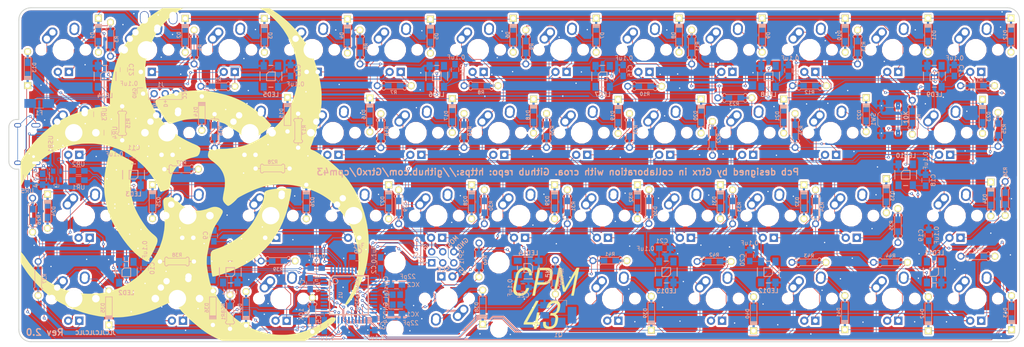
<source format=kicad_pcb>
(kicad_pcb (version 20171130) (host pcbnew "(5.0.0)")
  (layers (0 F.Cu signal) (31 B.Cu signal) (34 B.Paste user) (35 F.Paste user) (36 B.SilkS user) (37 F.SilkS user hide) (38 B.Mask user) (39 F.Mask user) (44 Edge.Cuts user))
  (net 0 "")
  (net 1 +5V)
  (net 2 GND)
  (net 3 "Net-(C6-Pad2)")
  (net 4 "Net-(C7-Pad2)")
  (net 5 "Net-(D1-Pad2)")
  (net 6 ROW0)
  (net 7 "Net-(D2-Pad2)")
  (net 8 "Net-(D3-Pad2)")
  (net 9 "Net-(D4-Pad2)")
  (net 10 "Net-(D5-Pad2)")
  (net 11 "Net-(D6-Pad2)")
  (net 12 "Net-(D7-Pad2)")
  (net 13 "Net-(D8-Pad2)")
  (net 14 "Net-(D9-Pad2)")
  (net 15 "Net-(D10-Pad2)")
  (net 16 "Net-(D11-Pad2)")
  (net 17 "Net-(D12-Pad2)")
  (net 18 "Net-(D13-Pad2)")
  (net 19 ROW1)
  (net 20 "Net-(D14-Pad2)")
  (net 21 "Net-(D15-Pad2)")
  (net 22 "Net-(D16-Pad2)")
  (net 23 "Net-(D17-Pad2)")
  (net 24 "Net-(D18-Pad2)")
  (net 25 "Net-(D19-Pad2)")
  (net 26 "Net-(D20-Pad2)")
  (net 27 "Net-(D21-Pad2)")
  (net 28 "Net-(D22-Pad2)")
  (net 29 "Net-(D23-Pad2)")
  (net 30 "Net-(D24-Pad2)")
  (net 31 ROW2)
  (net 32 "Net-(D25-Pad2)")
  (net 33 "Net-(D26-Pad2)")
  (net 34 "Net-(D27-Pad2)")
  (net 35 "Net-(D28-Pad2)")
  (net 36 "Net-(D29-Pad2)")
  (net 37 "Net-(D30-Pad2)")
  (net 38 "Net-(D31-Pad2)")
  (net 39 "Net-(D32-Pad2)")
  (net 40 "Net-(D33-Pad2)")
  (net 41 "Net-(D34-Pad2)")
  (net 42 ROW3)
  (net 43 "Net-(D35-Pad2)")
  (net 44 "Net-(D36-Pad2)")
  (net 45 "Net-(D37-Pad2)")
  (net 46 "Net-(D38-Pad2)")
  (net 47 "Net-(D39-Pad2)")
  (net 48 "Net-(D40-Pad2)")
  (net 49 "Net-(D41-Pad2)")
  (net 50 "Net-(D42-Pad2)")
  (net 51 "Net-(D43-Pad2)")
  (net 52 VCC)
  (net 53 "Net-(LED1-Pad2)")
  (net 54 "Net-(LED1-Pad4)")
  (net 55 "Net-(LED2-Pad2)")
  (net 56 "Net-(LED3-Pad2)")
  (net 57 "Net-(LED4-Pad2)")
  (net 58 "Net-(LED5-Pad2)")
  (net 59 "Net-(LED6-Pad2)")
  (net 60 "Net-(LED7-Pad2)")
  (net 61 "Net-(LED8-Pad2)")
  (net 62 "Net-(LED10-Pad4)")
  (net 63 "Net-(LED10-Pad2)")
  (net 64 "Net-(LED11-Pad2)")
  (net 65 "Net-(LED12-Pad2)")
  (net 66 "Net-(LED13-Pad2)")
  (net 67 "Net-(MX1-Pad4)")
  (net 68 COL0)
  (net 69 COL1)
  (net 70 "Net-(MX2-Pad4)")
  (net 71 COL2)
  (net 72 "Net-(MX3-Pad4)")
  (net 73 "Net-(MX4-Pad4)")
  (net 74 COL3)
  (net 75 "Net-(MX5-Pad4)")
  (net 76 COL4)
  (net 77 "Net-(MX6-Pad4)")
  (net 78 COL5)
  (net 79 "Net-(MX7-Pad4)")
  (net 80 COL6)
  (net 81 COL7)
  (net 82 "Net-(MX8-Pad4)")
  (net 83 "Net-(MX9-Pad4)")
  (net 84 COL8)
  (net 85 COL9)
  (net 86 "Net-(MX10-Pad4)")
  (net 87 "Net-(MX11-Pad4)")
  (net 88 COL10)
  (net 89 COL11)
  (net 90 "Net-(MX12-Pad4)")
  (net 91 "Net-(MX13-Pad4)")
  (net 92 "Net-(MX14-Pad4)")
  (net 93 "Net-(MX15-Pad4)")
  (net 94 "Net-(MX16-Pad4)")
  (net 95 "Net-(MX17-Pad4)")
  (net 96 "Net-(MX18-Pad4)")
  (net 97 "Net-(MX19-Pad4)")
  (net 98 "Net-(MX20-Pad4)")
  (net 99 "Net-(MX21-Pad4)")
  (net 100 "Net-(MX22-Pad4)")
  (net 101 "Net-(MX23-Pad4)")
  (net 102 "Net-(MX24-Pad4)")
  (net 103 "Net-(MX25-Pad4)")
  (net 104 "Net-(MX26-Pad4)")
  (net 105 "Net-(MX27-Pad4)")
  (net 106 "Net-(MX28-Pad4)")
  (net 107 "Net-(MX29-Pad4)")
  (net 108 "Net-(MX30-Pad4)")
  (net 109 "Net-(MX31-Pad4)")
  (net 110 "Net-(MX32-Pad4)")
  (net 111 "Net-(MX33-Pad4)")
  (net 112 "Net-(MX34-Pad4)")
  (net 113 "Net-(MX35-Pad4)")
  (net 114 "Net-(MX36-Pad4)")
  (net 115 "Net-(MX37-Pad4)")
  (net 116 "Net-(MX38-Pad4)")
  (net 117 "Net-(MX39-Pad4)")
  (net 118 "Net-(MX40-Pad4)")
  (net 119 "Net-(MX41-Pad4)")
  (net 120 "Net-(MX42-Pad4)")
  (net 121 "Net-(MX43-Pad4)")
  (net 122 "Net-(NPNR1-Pad2)")
  (net 123 LEDPWM)
  (net 124 LEDGND)
  (net 125 RST)
  (net 126 "Net-(R2-Pad1)")
  (net 127 RGBIN)
  (net 128 MOSI)
  (net 129 SCK)
  (net 130 MISO)
  (net 131 "Net-(U1-Pad17)")
  (net 132 "Net-(U1-Pad16)")
  (net 133 D+)
  (net 134 D-)
  (net 135 "Net-(UR3-Pad2)")
  (net 136 "Net-(UR4-Pad1)")
  (net 137 "Net-(J1-Pad3)")
  (net 138 "Net-(J1-Pad2)")
  (module keyboard_parts:PIN_1 (layer F.Cu) (at 68.707 62.484 90)
    (fp_text reference P? hide)
    (fp_text value CONN_1 hide)
    (pad 1 thru_hole oval (at 0 0 90) (size 3 2) (drill oval 2.7 1.7) (layers *.Cu *.Mask))
  )
  (module Buttons_Switches_SMD:SW_SPST_TL3342 (layer B.Cu) (at 233.3244 85.852 270)
    (fp_text reference SW1 (at 0 3.75 270) (layer B.SilkS) (effects (justify mirror)))
    (fp_text value SW_PUSH)
    (pad 1 smd rect (at -3.15 1.9 270) (size 1.7 1) (layers B.Cu B.Paste B.Mask) (net 2 GND))
    (pad 1 smd rect (at 3.15 1.9 270) (size 1.7 1) (layers B.Cu B.Paste B.Mask) (net 2 GND))
    (pad 2 smd rect (at -3.15 -1.9 270) (size 1.7 1) (layers B.Cu B.Paste B.Mask) (net 125 RST))
    (pad 2 smd rect (at 3.15 -1.9 270) (size 1.7 1) (layers B.Cu B.Paste B.Mask) (net 125 RST))
  )
  (module keyboard_parts:Pin_Header_Straight_2x03_Pitch2.54mm (layer F.Cu) (at 128.1176 118.7958 90)
    (fp_text reference SPI1 (at 1.32588 6.8707 90) (layer B.SilkS) (effects (justify mirror)))
    (fp_text value "2x3 SPI")
    (pad 6 thru_hole oval (at 2.54 5.08 90) (size 1.7 1.7) (drill 1) (layers *.Cu *.Mask) (net 2 GND))
    (pad 5 thru_hole oval (at 0 5.08 90) (size 1.7 1.7) (drill 1) (layers *.Cu *.Mask) (net 125 RST))
    (pad 4 thru_hole oval (at 2.54 2.54 90) (size 1.7 1.7) (drill 1) (layers *.Cu *.Mask) (net 128 MOSI))
    (pad 3 thru_hole oval (at 0 2.54 90) (size 1.7 1.7) (drill 1) (layers *.Cu *.Mask) (net 129 SCK))
    (pad 2 thru_hole oval (at 2.54 0 90) (size 1.7 1.7) (drill 1) (layers *.Cu *.Mask) (net 1 +5V))
    (pad 1 thru_hole rect (at 0 0 90) (size 1.7 1.7) (drill 1) (layers *.Cu *.Mask) (net 130 MISO))
  )
  (module keyboard_parts:Crystal_SMD_3225-4pin_3.2x2.5mm (layer B.Cu) (at 120.015 127.254 90)
    (fp_text reference X1)
    (fp_text value Crystal_GND24 (at 0 -2.45 90) (layer B.SilkS) (effects (justify mirror)))
    (pad 1 smd rect (at -1.15 -0.85 90) (size 1.5 1.3) (layers B.Cu B.Paste B.Mask) (net 131 "Net-(U1-Pad17)"))
    (pad 2 smd rect (at 1.15 -0.85 90) (size 1.5 1.3) (layers B.Cu B.Paste B.Mask) (net 2 GND))
    (pad 2 smd rect (at -1.15 0.85 90) (size 1.5 1.3) (layers B.Cu B.Paste B.Mask) (net 2 GND))
    (pad 3 smd rect (at 1.15 0.85 90) (size 1.5 1.3) (layers B.Cu B.Paste B.Mask) (net 132 "Net-(U1-Pad16)"))
  )
  (module WS2812B:WS2812B (layer B.Cu) (at 167.386 75.946)
    (fp_text reference LED7 (at 0 4.191) (layer B.SilkS) (effects (font (thickness 0.2)) (justify mirror)))
    (fp_text value WS2812B hide)
    (pad 1 smd rect (at 1.65 2.4) (size 1.4 1.8) (layers B.Cu B.Paste B.Mask) (net 1 +5V))
    (pad 2 smd rect (at -1.65 2.4) (size 1.4 1.8) (layers B.Cu B.Paste B.Mask) (net 60 "Net-(LED7-Pad2)"))
    (pad 3 smd rect (at -1.65 -2.4) (size 1.4 1.8) (layers B.Cu B.Paste B.Mask) (net 2 GND))
    (pad 4 smd rect (at 1.65 -2.4) (size 1.4 1.8) (layers B.Cu B.Paste B.Mask) (net 59 "Net-(LED6-Pad2)"))
  )
  (module TO_SOT_Packages_SMD:SOT-223-3_TabPin2 (layer B.Cu) (at 157.19552 130.83032)
    (fp_text reference Q1 (at 0 4.5) (layer B.SilkS) (effects (justify mirror)))
    (fp_text value Q_NPN_BCE)
    (pad 1 smd rect (at -3.15 2.3) (size 2 1.5) (layers B.Cu B.Paste B.Mask) (net 122 "Net-(NPNR1-Pad2)"))
    (pad 3 smd rect (at -3.15 -2.3) (size 2 1.5) (layers B.Cu B.Paste B.Mask) (net 2 GND))
    (pad 2 smd rect (at -3.15 0) (size 2 1.5) (layers B.Cu B.Paste B.Mask) (net 124 LEDGND))
    (pad 2 smd rect (at 3.15 0) (size 2 3.8) (layers B.Cu B.Paste B.Mask) (net 124 LEDGND))
  )
  (module Capacitors_SMD:C_0805_HandSoldering (layer B.Cu) (at 100.203 123.571 270)
    (fp_text reference C1 (at 0 1.75 270) (layer B.SilkS) (effects (justify mirror)))
    (fp_text value 0.1uf)
    (pad 1 smd rect (at -1.25 0 270) (size 1.5 1.25) (layers B.Cu B.Paste B.Mask) (net 1 +5V))
    (pad 2 smd rect (at 1.25 0 270) (size 1.5 1.25) (layers B.Cu B.Paste B.Mask) (net 2 GND))
  )
  (module Capacitors_SMD:C_0805_HandSoldering (layer B.Cu) (at 116.38534 118.80596 90)
    (fp_text reference C2 (at -1.54432 -1.55702 90) (layer B.SilkS) (effects (justify mirror)))
    (fp_text value 0.1uF)
    (pad 2 smd rect (at 1.25 0 90) (size 1.5 1.25) (layers B.Cu B.Paste B.Mask) (net 2 GND))
    (pad 1 smd rect (at -1.25 0 90) (size 1.5 1.25) (layers B.Cu B.Paste B.Mask) (net 1 +5V))
  )
  (module Capacitors_SMD:C_0805_HandSoldering (layer B.Cu) (at 115.0493 132.9944 270)
    (fp_text reference C3 (at 0.20828 -1.8923 270) (layer B.SilkS) (effects (justify mirror)))
    (fp_text value 0.1uF)
    (pad 1 smd rect (at -1.25 0 270) (size 1.5 1.25) (layers B.Cu B.Paste B.Mask) (net 1 +5V))
    (pad 2 smd rect (at 1.25 0 270) (size 1.5 1.25) (layers B.Cu B.Paste B.Mask) (net 2 GND))
  )
  (module Capacitors_SMD:C_0805_HandSoldering (layer B.Cu) (at 101.6 120.015 180)
    (fp_text reference C4 (at 0 1.524 180) (layer B.SilkS) (effects (justify mirror)))
    (fp_text value 4.7uF)
    (pad 2 smd rect (at 1.25 0 180) (size 1.5 1.25) (layers B.Cu B.Paste B.Mask) (net 2 GND))
    (pad 1 smd rect (at -1.25 0 180) (size 1.5 1.25) (layers B.Cu B.Paste B.Mask) (net 1 +5V))
  )
  (module Capacitors_SMD:C_0805_HandSoldering (layer B.Cu) (at 103.44404 133.18744 270)
    (fp_text reference C5 (at -1.4478 1.27 270) (layer B.SilkS) (effects (justify mirror)))
    (fp_text value 0.1uF)
    (pad 2 smd rect (at 1.25 0 270) (size 1.5 1.25) (layers B.Cu B.Paste B.Mask) (net 2 GND))
    (pad 1 smd rect (at -1.25 0 270) (size 1.5 1.25) (layers B.Cu B.Paste B.Mask) (net 1 +5V))
  )
  (module Capacitors_SMD:C_0805_HandSoldering (layer B.Cu) (at 111.125 117.475 180)
    (fp_text reference C6 (at -0.0762 1.4224 180) (layer B.SilkS) (effects (justify mirror)))
    (fp_text value 1uF)
    (pad 2 smd rect (at 1.25 0 180) (size 1.5 1.25) (layers B.Cu B.Paste B.Mask) (net 3 "Net-(C6-Pad2)"))
    (pad 1 smd rect (at -1.25 0 180) (size 1.5 1.25) (layers B.Cu B.Paste B.Mask) (net 2 GND))
  )
  (module Capacitors_SMD:C_0805_HandSoldering (layer B.Cu) (at 38.735 99.568 90)
    (fp_text reference C7 (at 3.0988 0.3302 90) (layer B.SilkS) (effects (justify mirror)))
    (fp_text value 4.7uF)
    (pad 2 smd rect (at 1.25 0 90) (size 1.5 1.25) (layers B.Cu B.Paste B.Mask) (net 4 "Net-(C7-Pad2)"))
    (pad 1 smd rect (at -1.25 0 90) (size 1.5 1.25) (layers B.Cu B.Paste B.Mask) (net 2 GND))
  )
  (module Capacitors_SMD:C_0805_HandSoldering (layer B.Cu) (at 78.0796 112.5982 90)
    (fp_text reference C9 (at 0.127 -1.905 90) (layer B.SilkS) (effects (justify mirror)))
    (fp_text value 0.1uF)
    (pad 2 smd rect (at 1.25 0 90) (size 1.5 1.25) (layers B.Cu B.Paste B.Mask) (net 2 GND))
    (pad 1 smd rect (at -1.25 0 90) (size 1.5 1.25) (layers B.Cu B.Paste B.Mask) (net 1 +5V))
  )
  (module Capacitors_SMD:C_0805_HandSoldering (layer B.Cu) (at 62.1792 120.0404 90)
    (fp_text reference C10 (at 0 1.75 90) (layer B.SilkS) (effects (justify mirror)))
    (fp_text value 0.1uF)
    (pad 1 smd rect (at -1.25 0 90) (size 1.5 1.25) (layers B.Cu B.Paste B.Mask) (net 1 +5V))
    (pad 2 smd rect (at 1.25 0 90) (size 1.5 1.25) (layers B.Cu B.Paste B.Mask) (net 2 GND))
  )
  (module Capacitors_SMD:C_0805_HandSoldering (layer B.Cu) (at 59.69 93.853)
    (fp_text reference C11 (at 0 -1.524) (layer B.SilkS) (effects (justify mirror)))
    (fp_text value 0.1uF)
    (pad 2 smd rect (at 1.25 0) (size 1.5 1.25) (layers B.Cu B.Paste B.Mask) (net 2 GND))
    (pad 1 smd rect (at -1.25 0) (size 1.5 1.25) (layers B.Cu B.Paste B.Mask) (net 1 +5V))
  )
  (module Capacitors_SMD:C_0805_HandSoldering (layer B.Cu) (at 57.404 74.422 90)
    (fp_text reference C12 (at 0 1.75 90) (layer B.SilkS) (effects (justify mirror)))
    (fp_text value 0.1uF)
    (pad 1 smd rect (at -1.25 0 90) (size 1.5 1.25) (layers B.Cu B.Paste B.Mask) (net 1 +5V))
    (pad 2 smd rect (at 1.25 0 90) (size 1.5 1.25) (layers B.Cu B.Paste B.Mask) (net 2 GND))
  )
  (module Capacitors_SMD:C_0805_HandSoldering (layer B.Cu) (at 95.6945 74.6125 90)
    (fp_text reference C13 (at 0 1.778 90) (layer B.SilkS) (effects (justify mirror)))
    (fp_text value 0.1uF)
    (pad 2 smd rect (at 1.25 0 90) (size 1.5 1.25) (layers B.Cu B.Paste B.Mask) (net 2 GND))
    (pad 1 smd rect (at -1.25 0 90) (size 1.5 1.25) (layers B.Cu B.Paste B.Mask) (net 1 +5V))
  )
  (module Capacitors_SMD:C_0805_HandSoldering (layer B.Cu) (at 133.477 74.422 90)
    (fp_text reference C14 (at -0.0254 1.7272 90) (layer B.SilkS) (effects (justify mirror)))
    (fp_text value 0.1uF)
    (pad 1 smd rect (at -1.25 0 90) (size 1.5 1.25) (layers B.Cu B.Paste B.Mask) (net 1 +5V))
    (pad 2 smd rect (at 1.25 0 90) (size 1.5 1.25) (layers B.Cu B.Paste B.Mask) (net 2 GND))
  )
  (module Capacitors_SMD:C_0805_HandSoldering (layer B.Cu) (at 172.085 74.6125 90)
    (fp_text reference C15 (at -0.1016 1.651 90) (layer B.SilkS) (effects (justify mirror)))
    (fp_text value 0.1uF)
    (pad 1 smd rect (at -1.25 0 90) (size 1.5 1.25) (layers B.Cu B.Paste B.Mask) (net 1 +5V))
    (pad 2 smd rect (at 1.25 0 90) (size 1.5 1.25) (layers B.Cu B.Paste B.Mask) (net 2 GND))
  )
  (module Capacitors_SMD:C_0805_HandSoldering (layer B.Cu) (at 210.058 74.6125 90)
    (fp_text reference C16 (at -0.1016 1.8034 90) (layer B.SilkS) (effects (justify mirror)))
    (fp_text value 0.1uF)
    (pad 1 smd rect (at -1.25 0 90) (size 1.5 1.25) (layers B.Cu B.Paste B.Mask) (net 1 +5V))
    (pad 2 smd rect (at 1.25 0 90) (size 1.5 1.25) (layers B.Cu B.Paste B.Mask) (net 2 GND))
  )
  (module Capacitors_SMD:C_0805_HandSoldering (layer B.Cu) (at 248.158 74.6125 90)
    (fp_text reference C17 (at -0.0762 1.651 90) (layer B.SilkS) (effects (justify mirror)))
    (fp_text value 0.1uF)
    (pad 2 smd rect (at 1.25 0 90) (size 1.5 1.25) (layers B.Cu B.Paste B.Mask) (net 2 GND))
    (pad 1 smd rect (at -1.25 0 90) (size 1.5 1.25) (layers B.Cu B.Paste B.Mask) (net 1 +5V))
  )
  (module Capacitors_SMD:C_0805_HandSoldering (layer B.Cu) (at 241.554 99.822 90)
    (fp_text reference C18 (at 0 1.75 90) (layer B.SilkS) (effects (justify mirror)))
    (fp_text value 0.1uF)
    (pad 2 smd rect (at 1.25 0 90) (size 1.5 1.25) (layers B.Cu B.Paste B.Mask) (net 2 GND))
    (pad 1 smd rect (at -1.25 0 90) (size 1.5 1.25) (layers B.Cu B.Paste B.Mask) (net 1 +5V))
  )
  (module Capacitors_SMD:C_0805_HandSoldering (layer B.Cu) (at 242.2652 112.4712 90)
    (fp_text reference C19 (at 0 -1.778 90) (layer B.SilkS) (effects (justify mirror)))
    (fp_text value 0.1uF)
    (pad 2 smd rect (at 1.25 0 90) (size 1.5 1.25) (layers B.Cu B.Paste B.Mask) (net 2 GND))
    (pad 1 smd rect (at -1.25 0 90) (size 1.5 1.25) (layers B.Cu B.Paste B.Mask) (net 1 +5V))
  )
  (module Capacitors_SMD:C_0805_HandSoldering (layer B.Cu) (at 201.168 117.114 90)
    (fp_text reference C20 (at -1.016 -1.6764 90) (layer B.SilkS) (effects (justify mirror)))
    (fp_text value 0.1uF)
    (pad 1 smd rect (at -1.25 0 90) (size 1.5 1.25) (layers B.Cu B.Paste B.Mask) (net 1 +5V))
    (pad 2 smd rect (at 1.25 0 90) (size 1.5 1.25) (layers B.Cu B.Paste B.Mask) (net 2 GND))
  )
  (module Capacitors_SMD:C_0805_HandSoldering (layer B.Cu) (at 181.61 115.443)
    (fp_text reference C21 (at -0.635 -1.651) (layer B.SilkS) (effects (justify mirror)))
    (fp_text value 0.1uF)
    (pad 2 smd rect (at 1.25 0) (size 1.5 1.25) (layers B.Cu B.Paste B.Mask) (net 2 GND))
    (pad 1 smd rect (at -1.25 0) (size 1.5 1.25) (layers B.Cu B.Paste B.Mask) (net 1 +5V))
  )
  (module Capacitors_SMD:C_0805_HandSoldering (layer B.Cu) (at 149.098 124.46)
    (fp_text reference C22 (at 0 1.778) (layer B.SilkS) (effects (justify mirror)))
    (fp_text value 0.1uF)
    (pad 1 smd rect (at -1.25 0) (size 1.5 1.25) (layers B.Cu B.Paste B.Mask) (net 1 +5V))
    (pad 2 smd rect (at 1.25 0) (size 1.5 1.25) (layers B.Cu B.Paste B.Mask) (net 2 GND))
  )
  (module Keebio-Parts:Diode-Hybrid-Back (layer F.Cu) (at 51.562 66.5226 90)
    (fp_text reference D1 (at -0.0254 -1.397 90) (layer B.SilkS) (effects (font (size 0.8 0.8)) (justify mirror)))
    (fp_text value D hide)
    (pad 2 smd rect (at -2.5 0 90) (size 2.9 0.5) (layers B.Cu) (net 5 "Net-(D1-Pad2)"))
    (pad 2 smd rect (at -1.4 0 90) (size 1.6 1.2) (layers B.Cu B.Paste B.Mask) (net 5 "Net-(D1-Pad2)"))
    (pad 1 smd rect (at 1.4 0 90) (size 1.6 1.2) (layers B.Cu B.Paste B.Mask) (net 6 ROW0))
    (pad 1 smd rect (at 2.5 0 90) (size 2.9 0.5) (layers B.Cu) (net 6 ROW0))
    (pad 2 thru_hole circle (at -3.9 0 90) (size 1.6 1.6) (drill 1) (layers *.Cu *.Mask F.SilkS) (net 5 "Net-(D1-Pad2)"))
    (pad 1 thru_hole rect (at 3.9 0 90) (size 1.6 1.6) (drill 1) (layers *.Cu *.Mask F.SilkS) (net 6 ROW0))
  )
  (module Keebio-Parts:Diode-Hybrid-Back (layer F.Cu) (at 71.501 66.548 90)
    (fp_text reference D2 (at 0.1016 -1.4478 90) (layer B.SilkS) (effects (font (size 0.8 0.8)) (justify mirror)))
    (fp_text value D hide)
    (pad 1 thru_hole rect (at 3.9 0 90) (size 1.6 1.6) (drill 1) (layers *.Cu *.Mask F.SilkS) (net 6 ROW0))
    (pad 2 thru_hole circle (at -3.9 0 90) (size 1.6 1.6) (drill 1) (layers *.Cu *.Mask F.SilkS) (net 7 "Net-(D2-Pad2)"))
    (pad 1 smd rect (at 2.5 0 90) (size 2.9 0.5) (layers B.Cu) (net 6 ROW0))
    (pad 1 smd rect (at 1.4 0 90) (size 1.6 1.2) (layers B.Cu B.Paste B.Mask) (net 6 ROW0))
    (pad 2 smd rect (at -1.4 0 90) (size 1.6 1.2) (layers B.Cu B.Paste B.Mask) (net 7 "Net-(D2-Pad2)"))
    (pad 2 smd rect (at -2.5 0 90) (size 2.9 0.5) (layers B.Cu) (net 7 "Net-(D2-Pad2)"))
  )
  (module Keebio-Parts:Diode-Hybrid-Back (layer F.Cu) (at 89.6874 66.548 90)
    (fp_text reference D3 (at -0.0254 1.4 90) (layer B.SilkS) (effects (font (size 0.8 0.8)) (justify mirror)))
    (fp_text value D hide)
    (pad 2 smd rect (at -2.5 0 90) (size 2.9 0.5) (layers B.Cu) (net 8 "Net-(D3-Pad2)"))
    (pad 2 smd rect (at -1.4 0 90) (size 1.6 1.2) (layers B.Cu B.Paste B.Mask) (net 8 "Net-(D3-Pad2)"))
    (pad 1 smd rect (at 1.4 0 90) (size 1.6 1.2) (layers B.Cu B.Paste B.Mask) (net 6 ROW0))
    (pad 1 smd rect (at 2.5 0 90) (size 2.9 0.5) (layers B.Cu) (net 6 ROW0))
    (pad 2 thru_hole circle (at -3.9 0 90) (size 1.6 1.6) (drill 1) (layers *.Cu *.Mask F.SilkS) (net 8 "Net-(D3-Pad2)"))
    (pad 1 thru_hole rect (at 3.9 0 90) (size 1.6 1.6) (drill 1) (layers *.Cu *.Mask F.SilkS) (net 6 ROW0))
  )
  (module Keebio-Parts:Diode-Hybrid-Back (layer F.Cu) (at 108.7628 66.7004 90)
    (fp_text reference D4 (at 0.1524 -1.3208 90) (layer B.SilkS) (effects (font (size 0.8 0.8)) (justify mirror)))
    (fp_text value D hide)
    (pad 1 thru_hole rect (at 3.9 0 90) (size 1.6 1.6) (drill 1) (layers *.Cu *.Mask F.SilkS) (net 6 ROW0))
    (pad 2 thru_hole circle (at -3.9 0 90) (size 1.6 1.6) (drill 1) (layers *.Cu *.Mask F.SilkS) (net 9 "Net-(D4-Pad2)"))
    (pad 1 smd rect (at 2.5 0 90) (size 2.9 0.5) (layers B.Cu) (net 6 ROW0))
    (pad 1 smd rect (at 1.4 0 90) (size 1.6 1.2) (layers B.Cu B.Paste B.Mask) (net 6 ROW0))
    (pad 2 smd rect (at -1.4 0 90) (size 1.6 1.2) (layers B.Cu B.Paste B.Mask) (net 9 "Net-(D4-Pad2)"))
    (pad 2 smd rect (at -2.5 0 90) (size 2.9 0.5) (layers B.Cu) (net 9 "Net-(D4-Pad2)"))
  )
  (module Keebio-Parts:Diode-Hybrid-Back (layer F.Cu) (at 127.8128 66.7258 90)
    (fp_text reference D5 (at -0.0254 1.4 90) (layer B.SilkS) (effects (font (size 0.8 0.8)) (justify mirror)))
    (fp_text value D hide)
    (pad 2 smd rect (at -2.5 0 90) (size 2.9 0.5) (layers B.Cu) (net 10 "Net-(D5-Pad2)"))
    (pad 2 smd rect (at -1.4 0 90) (size 1.6 1.2) (layers B.Cu B.Paste B.Mask) (net 10 "Net-(D5-Pad2)"))
    (pad 1 smd rect (at 1.4 0 90) (size 1.6 1.2) (layers B.Cu B.Paste B.Mask) (net 6 ROW0))
    (pad 1 smd rect (at 2.5 0 90) (size 2.9 0.5) (layers B.Cu) (net 6 ROW0))
    (pad 2 thru_hole circle (at -3.9 0 90) (size 1.6 1.6) (drill 1) (layers *.Cu *.Mask F.SilkS) (net 10 "Net-(D5-Pad2)"))
    (pad 1 thru_hole rect (at 3.9 0 90) (size 1.6 1.6) (drill 1) (layers *.Cu *.Mask F.SilkS) (net 6 ROW0))
  )
  (module Keebio-Parts:Diode-Hybrid-Back (layer F.Cu) (at 146.8374 66.5226 90)
    (fp_text reference D6 (at 0.1016 -1.2954 90) (layer B.SilkS) (effects (font (size 0.8 0.8)) (justify mirror)))
    (fp_text value D hide)
    (pad 2 smd rect (at -2.5 0 90) (size 2.9 0.5) (layers B.Cu) (net 11 "Net-(D6-Pad2)"))
    (pad 2 smd rect (at -1.4 0 90) (size 1.6 1.2) (layers B.Cu B.Paste B.Mask) (net 11 "Net-(D6-Pad2)"))
    (pad 1 smd rect (at 1.4 0 90) (size 1.6 1.2) (layers B.Cu B.Paste B.Mask) (net 6 ROW0))
    (pad 1 smd rect (at 2.5 0 90) (size 2.9 0.5) (layers B.Cu) (net 6 ROW0))
    (pad 2 thru_hole circle (at -3.9 0 90) (size 1.6 1.6) (drill 1) (layers *.Cu *.Mask F.SilkS) (net 11 "Net-(D6-Pad2)"))
    (pad 1 thru_hole rect (at 3.9 0 90) (size 1.6 1.6) (drill 1) (layers *.Cu *.Mask F.SilkS) (net 6 ROW0))
  )
  (module Keebio-Parts:Diode-Hybrid-Back (layer F.Cu) (at 165.8874 66.5226 90)
    (fp_text reference D7 (at -0.0254 1.4 90) (layer B.SilkS) (effects (font (size 0.8 0.8)) (justify mirror)))
    (fp_text value D hide)
    (pad 2 smd rect (at -2.5 0 90) (size 2.9 0.5) (layers B.Cu) (net 12 "Net-(D7-Pad2)"))
    (pad 2 smd rect (at -1.4 0 90) (size 1.6 1.2) (layers B.Cu B.Paste B.Mask) (net 12 "Net-(D7-Pad2)"))
    (pad 1 smd rect (at 1.4 0 90) (size 1.6 1.2) (layers B.Cu B.Paste B.Mask) (net 6 ROW0))
    (pad 1 smd rect (at 2.5 0 90) (size 2.9 0.5) (layers B.Cu) (net 6 ROW0))
    (pad 2 thru_hole circle (at -3.9 0 90) (size 1.6 1.6) (drill 1) (layers *.Cu *.Mask F.SilkS) (net 12 "Net-(D7-Pad2)"))
    (pad 1 thru_hole rect (at 3.9 0 90) (size 1.6 1.6) (drill 1) (layers *.Cu *.Mask F.SilkS) (net 6 ROW0))
  )
  (module Keebio-Parts:Diode-Hybrid-Back (layer F.Cu) (at 184.9374 66.4972 90)
    (fp_text reference D8 (at -0.0254 -1.2954 90) (layer B.SilkS) (effects (font (size 0.8 0.8)) (justify mirror)))
    (fp_text value D hide)
    (pad 2 smd rect (at -2.5 0 90) (size 2.9 0.5) (layers B.Cu) (net 13 "Net-(D8-Pad2)"))
    (pad 2 smd rect (at -1.4 0 90) (size 1.6 1.2) (layers B.Cu B.Paste B.Mask) (net 13 "Net-(D8-Pad2)"))
    (pad 1 smd rect (at 1.4 0 90) (size 1.6 1.2) (layers B.Cu B.Paste B.Mask) (net 6 ROW0))
    (pad 1 smd rect (at 2.5 0 90) (size 2.9 0.5) (layers B.Cu) (net 6 ROW0))
    (pad 2 thru_hole circle (at -3.9 0 90) (size 1.6 1.6) (drill 1) (layers *.Cu *.Mask F.SilkS) (net 13 "Net-(D8-Pad2)"))
    (pad 1 thru_hole rect (at 3.9 0 90) (size 1.6 1.6) (drill 1) (layers *.Cu *.Mask F.SilkS) (net 6 ROW0))
  )
  (module Keebio-Parts:Diode-Hybrid-Back (layer F.Cu) (at 204.0128 66.4972 90)
    (fp_text reference D9 (at -0.0254 1.4 90) (layer B.SilkS) (effects (font (size 0.8 0.8)) (justify mirror)))
    (fp_text value D hide)
    (pad 2 smd rect (at -2.5 0 90) (size 2.9 0.5) (layers B.Cu) (net 14 "Net-(D9-Pad2)"))
    (pad 2 smd rect (at -1.4 0 90) (size 1.6 1.2) (layers B.Cu B.Paste B.Mask) (net 14 "Net-(D9-Pad2)"))
    (pad 1 smd rect (at 1.4 0 90) (size 1.6 1.2) (layers B.Cu B.Paste B.Mask) (net 6 ROW0))
    (pad 1 smd rect (at 2.5 0 90) (size 2.9 0.5) (layers B.Cu) (net 6 ROW0))
    (pad 2 thru_hole circle (at -3.9 0 90) (size 1.6 1.6) (drill 1) (layers *.Cu *.Mask F.SilkS) (net 14 "Net-(D9-Pad2)"))
    (pad 1 thru_hole rect (at 3.9 0 90) (size 1.6 1.6) (drill 1) (layers *.Cu *.Mask F.SilkS) (net 6 ROW0))
  )
  (module Keebio-Parts:Diode-Hybrid-Back (layer F.Cu) (at 223.0882 66.5226 90)
    (fp_text reference D10 (at -0.0254 -1.3462 90) (layer B.SilkS) (effects (font (size 0.8 0.8)) (justify mirror)))
    (fp_text value D hide)
    (pad 2 smd rect (at -2.5 0 90) (size 2.9 0.5) (layers B.Cu) (net 15 "Net-(D10-Pad2)"))
    (pad 2 smd rect (at -1.4 0 90) (size 1.6 1.2) (layers B.Cu B.Paste B.Mask) (net 15 "Net-(D10-Pad2)"))
    (pad 1 smd rect (at 1.4 0 90) (size 1.6 1.2) (layers B.Cu B.Paste B.Mask) (net 6 ROW0))
    (pad 1 smd rect (at 2.5 0 90) (size 2.9 0.5) (layers B.Cu) (net 6 ROW0))
    (pad 2 thru_hole circle (at -3.9 0 90) (size 1.6 1.6) (drill 1) (layers *.Cu *.Mask F.SilkS) (net 15 "Net-(D10-Pad2)"))
    (pad 1 thru_hole rect (at 3.9 0 90) (size 1.6 1.6) (drill 1) (layers *.Cu *.Mask F.SilkS) (net 6 ROW0))
  )
  (module Keebio-Parts:Diode-Hybrid-Back (layer F.Cu) (at 242.1128 66.4972 90)
    (fp_text reference D11 (at -0.0254 1.4 90) (layer B.SilkS) (effects (font (size 0.8 0.8)) (justify mirror)))
    (fp_text value D hide)
    (pad 2 smd rect (at -2.5 0 90) (size 2.9 0.5) (layers B.Cu) (net 16 "Net-(D11-Pad2)"))
    (pad 2 smd rect (at -1.4 0 90) (size 1.6 1.2) (layers B.Cu B.Paste B.Mask) (net 16 "Net-(D11-Pad2)"))
    (pad 1 smd rect (at 1.4 0 90) (size 1.6 1.2) (layers B.Cu B.Paste B.Mask) (net 6 ROW0))
    (pad 1 smd rect (at 2.5 0 90) (size 2.9 0.5) (layers B.Cu) (net 6 ROW0))
    (pad 2 thru_hole circle (at -3.9 0 90) (size 1.6 1.6) (drill 1) (layers *.Cu *.Mask F.SilkS) (net 16 "Net-(D11-Pad2)"))
    (pad 1 thru_hole rect (at 3.9 0 90) (size 1.6 1.6) (drill 1) (layers *.Cu *.Mask F.SilkS) (net 6 ROW0))
  )
  (module Keebio-Parts:Diode-Hybrid-Back (layer F.Cu) (at 261.1755 66.4845 90)
    (fp_text reference D12 (at 0.0635 -1.3335 90) (layer B.SilkS) (effects (font (size 0.8 0.8)) (justify mirror)))
    (fp_text value D hide)
    (pad 2 smd rect (at -2.5 0 90) (size 2.9 0.5) (layers B.Cu) (net 17 "Net-(D12-Pad2)"))
    (pad 2 smd rect (at -1.4 0 90) (size 1.6 1.2) (layers B.Cu B.Paste B.Mask) (net 17 "Net-(D12-Pad2)"))
    (pad 1 smd rect (at 1.4 0 90) (size 1.6 1.2) (layers B.Cu B.Paste B.Mask) (net 6 ROW0))
    (pad 1 smd rect (at 2.5 0 90) (size 2.9 0.5) (layers B.Cu) (net 6 ROW0))
    (pad 2 thru_hole circle (at -3.9 0 90) (size 1.6 1.6) (drill 1) (layers *.Cu *.Mask F.SilkS) (net 17 "Net-(D12-Pad2)"))
    (pad 1 thru_hole rect (at 3.9 0 90) (size 1.6 1.6) (drill 1) (layers *.Cu *.Mask F.SilkS) (net 6 ROW0))
  )
  (module Keebio-Parts:Diode-Hybrid-Back (layer F.Cu) (at 35.306 74.168 270)
    (fp_text reference D13 (at -0.254 -1.524 270) (layer B.SilkS) (effects (font (size 0.8 0.8)) (justify mirror)))
    (fp_text value D hide)
    (pad 2 smd rect (at -2.5 0 270) (size 2.9 0.5) (layers B.Cu) (net 18 "Net-(D13-Pad2)"))
    (pad 2 smd rect (at -1.4 0 270) (size 1.6 1.2) (layers B.Cu B.Paste B.Mask) (net 18 "Net-(D13-Pad2)"))
    (pad 1 smd rect (at 1.4 0 270) (size 1.6 1.2) (layers B.Cu B.Paste B.Mask) (net 19 ROW1))
    (pad 1 smd rect (at 2.5 0 270) (size 2.9 0.5) (layers B.Cu) (net 19 ROW1))
    (pad 2 thru_hole circle (at -3.9 0 270) (size 1.6 1.6) (drill 1) (layers *.Cu *.Mask F.SilkS) (net 18 "Net-(D13-Pad2)"))
    (pad 1 thru_hole rect (at 3.9 0 270) (size 1.6 1.6) (drill 1) (layers *.Cu *.Mask F.SilkS) (net 19 ROW1))
  )
  (module Keebio-Parts:Diode-Hybrid-Back (layer F.Cu) (at 75.311 84.455 90)
    (fp_text reference D14 (at 0.381 -1.397 90) (layer B.SilkS) (effects (font (size 0.8 0.8)) (justify mirror)))
    (fp_text value D hide)
    (pad 2 smd rect (at -2.5 0 90) (size 2.9 0.5) (layers B.Cu) (net 20 "Net-(D14-Pad2)"))
    (pad 2 smd rect (at -1.4 0 90) (size 1.6 1.2) (layers B.Cu B.Paste B.Mask) (net 20 "Net-(D14-Pad2)"))
    (pad 1 smd rect (at 1.4 0 90) (size 1.6 1.2) (layers B.Cu B.Paste B.Mask) (net 19 ROW1))
    (pad 1 smd rect (at 2.5 0 90) (size 2.9 0.5) (layers B.Cu) (net 19 ROW1))
    (pad 2 thru_hole circle (at -3.9 0 90) (size 1.6 1.6) (drill 1) (layers *.Cu *.Mask F.SilkS) (net 20 "Net-(D14-Pad2)"))
    (pad 1 thru_hole rect (at 3.9 0 90) (size 1.6 1.6) (drill 1) (layers *.Cu *.Mask F.SilkS) (net 19 ROW1))
  )
  (module Keebio-Parts:Diode-Hybrid-Back (layer F.Cu) (at 94.996 84.709 90)
    (fp_text reference D15 (at 0.254 -1.397 90) (layer B.SilkS) (effects (font (size 0.8 0.8)) (justify mirror)))
    (fp_text value D hide)
    (pad 2 smd rect (at -2.5 0 90) (size 2.9 0.5) (layers B.Cu) (net 21 "Net-(D15-Pad2)"))
    (pad 2 smd rect (at -1.4 0 90) (size 1.6 1.2) (layers B.Cu B.Paste B.Mask) (net 21 "Net-(D15-Pad2)"))
    (pad 1 smd rect (at 1.4 0 90) (size 1.6 1.2) (layers B.Cu B.Paste B.Mask) (net 19 ROW1))
    (pad 1 smd rect (at 2.5 0 90) (size 2.9 0.5) (layers B.Cu) (net 19 ROW1))
    (pad 2 thru_hole circle (at -3.9 0 90) (size 1.6 1.6) (drill 1) (layers *.Cu *.Mask F.SilkS) (net 21 "Net-(D15-Pad2)"))
    (pad 1 thru_hole rect (at 3.9 0 90) (size 1.6 1.6) (drill 1) (layers *.Cu *.Mask F.SilkS) (net 19 ROW1))
  )
  (module Keebio-Parts:Diode-Hybrid-Back (layer F.Cu) (at 113.919 84.836 90)
    (fp_text reference D16 (at 0.127 -1.397 90) (layer B.SilkS) (effects (font (size 0.8 0.8)) (justify mirror)))
    (fp_text value D hide)
    (pad 2 smd rect (at -2.5 0 90) (size 2.9 0.5) (layers B.Cu) (net 22 "Net-(D16-Pad2)"))
    (pad 2 smd rect (at -1.4 0 90) (size 1.6 1.2) (layers B.Cu B.Paste B.Mask) (net 22 "Net-(D16-Pad2)"))
    (pad 1 smd rect (at 1.4 0 90) (size 1.6 1.2) (layers B.Cu B.Paste B.Mask) (net 19 ROW1))
    (pad 1 smd rect (at 2.5 0 90) (size 2.9 0.5) (layers B.Cu) (net 19 ROW1))
    (pad 2 thru_hole circle (at -3.9 0 90) (size 1.6 1.6) (drill 1) (layers *.Cu *.Mask F.SilkS) (net 22 "Net-(D16-Pad2)"))
    (pad 1 thru_hole rect (at 3.9 0 90) (size 1.6 1.6) (drill 1) (layers *.Cu *.Mask F.SilkS) (net 19 ROW1))
  )
  (module Keebio-Parts:Diode-Hybrid-Back (layer F.Cu) (at 132.842 84.963 90)
    (fp_text reference D17 (at 0 -1.397 90) (layer B.SilkS) (effects (font (size 0.8 0.8)) (justify mirror)))
    (fp_text value D hide)
    (pad 2 smd rect (at -2.5 0 90) (size 2.9 0.5) (layers B.Cu) (net 23 "Net-(D17-Pad2)"))
    (pad 2 smd rect (at -1.4 0 90) (size 1.6 1.2) (layers B.Cu B.Paste B.Mask) (net 23 "Net-(D17-Pad2)"))
    (pad 1 smd rect (at 1.4 0 90) (size 1.6 1.2) (layers B.Cu B.Paste B.Mask) (net 19 ROW1))
    (pad 1 smd rect (at 2.5 0 90) (size 2.9 0.5) (layers B.Cu) (net 19 ROW1))
    (pad 2 thru_hole circle (at -3.9 0 90) (size 1.6 1.6) (drill 1) (layers *.Cu *.Mask F.SilkS) (net 23 "Net-(D17-Pad2)"))
    (pad 1 thru_hole rect (at 3.9 0 90) (size 1.6 1.6) (drill 1) (layers *.Cu *.Mask F.SilkS) (net 19 ROW1))
  )
  (module Keebio-Parts:Diode-Hybrid-Back (layer F.Cu) (at 151.511 85.09 90)
    (fp_text reference D18 (at 0.254 -1.27 90) (layer B.SilkS) (effects (font (size 0.8 0.8)) (justify mirror)))
    (fp_text value D hide)
    (pad 2 smd rect (at -2.5 0 90) (size 2.9 0.5) (layers B.Cu) (net 24 "Net-(D18-Pad2)"))
    (pad 2 smd rect (at -1.4 0 90) (size 1.6 1.2) (layers B.Cu B.Paste B.Mask) (net 24 "Net-(D18-Pad2)"))
    (pad 1 smd rect (at 1.4 0 90) (size 1.6 1.2) (layers B.Cu B.Paste B.Mask) (net 19 ROW1))
    (pad 1 smd rect (at 2.5 0 90) (size 2.9 0.5) (layers B.Cu) (net 19 ROW1))
    (pad 2 thru_hole circle (at -3.9 0 90) (size 1.6 1.6) (drill 1) (layers *.Cu *.Mask F.SilkS) (net 24 "Net-(D18-Pad2)"))
    (pad 1 thru_hole rect (at 3.9 0 90) (size 1.6 1.6) (drill 1) (layers *.Cu *.Mask F.SilkS) (net 19 ROW1))
  )
  (module Keebio-Parts:Diode-Hybrid-Back (layer F.Cu) (at 170.942 85.1535 90)
    (fp_text reference D19 (at 0.1905 -1.27 90) (layer B.SilkS) (effects (font (size 0.8 0.8)) (justify mirror)))
    (fp_text value D hide)
    (pad 1 thru_hole rect (at 3.9 0 90) (size 1.6 1.6) (drill 1) (layers *.Cu *.Mask F.SilkS) (net 19 ROW1))
    (pad 2 thru_hole circle (at -3.9 0 90) (size 1.6 1.6) (drill 1) (layers *.Cu *.Mask F.SilkS) (net 25 "Net-(D19-Pad2)"))
    (pad 1 smd rect (at 2.5 0 90) (size 2.9 0.5) (layers B.Cu) (net 19 ROW1))
    (pad 1 smd rect (at 1.4 0 90) (size 1.6 1.2) (layers B.Cu B.Paste B.Mask) (net 19 ROW1))
    (pad 2 smd rect (at -1.4 0 90) (size 1.6 1.2) (layers B.Cu B.Paste B.Mask) (net 25 "Net-(D19-Pad2)"))
    (pad 2 smd rect (at -2.5 0 90) (size 2.9 0.5) (layers B.Cu) (net 25 "Net-(D19-Pad2)"))
  )
  (module Keebio-Parts:Diode-Hybrid-Back (layer F.Cu) (at 189.992 85.09 90)
    (fp_text reference D20 (at 0.127 -1.27 90) (layer B.SilkS) (effects (font (size 0.8 0.8)) (justify mirror)))
    (fp_text value D hide)
    (pad 2 smd rect (at -2.5 0 90) (size 2.9 0.5) (layers B.Cu) (net 26 "Net-(D20-Pad2)"))
    (pad 2 smd rect (at -1.4 0 90) (size 1.6 1.2) (layers B.Cu B.Paste B.Mask) (net 26 "Net-(D20-Pad2)"))
    (pad 1 smd rect (at 1.4 0 90) (size 1.6 1.2) (layers B.Cu B.Paste B.Mask) (net 19 ROW1))
    (pad 1 smd rect (at 2.5 0 90) (size 2.9 0.5) (layers B.Cu) (net 19 ROW1))
    (pad 2 thru_hole circle (at -3.9 0 90) (size 1.6 1.6) (drill 1) (layers *.Cu *.Mask F.SilkS) (net 26 "Net-(D20-Pad2)"))
    (pad 1 thru_hole rect (at 3.9 0 90) (size 1.6 1.6) (drill 1) (layers *.Cu *.Mask F.SilkS) (net 19 ROW1))
  )
  (module Keebio-Parts:Diode-Hybrid-Back (layer F.Cu) (at 208.9785 85.09 90)
    (fp_text reference D21 (at 0 -1.4605 90) (layer B.SilkS) (effects (font (size 0.8 0.8)) (justify mirror)))
    (fp_text value D hide)
    (pad 2 smd rect (at -2.5 0 90) (size 2.9 0.5) (layers B.Cu) (net 27 "Net-(D21-Pad2)"))
    (pad 2 smd rect (at -1.4 0 90) (size 1.6 1.2) (layers B.Cu B.Paste B.Mask) (net 27 "Net-(D21-Pad2)"))
    (pad 1 smd rect (at 1.4 0 90) (size 1.6 1.2) (layers B.Cu B.Paste B.Mask) (net 19 ROW1))
    (pad 1 smd rect (at 2.5 0 90) (size 2.9 0.5) (layers B.Cu) (net 19 ROW1))
    (pad 2 thru_hole circle (at -3.9 0 90) (size 1.6 1.6) (drill 1) (layers *.Cu *.Mask F.SilkS) (net 27 "Net-(D21-Pad2)"))
    (pad 1 thru_hole rect (at 3.9 0 90) (size 1.6 1.6) (drill 1) (layers *.Cu *.Mask F.SilkS) (net 19 ROW1))
  )
  (module Keebio-Parts:Diode-Hybrid-Back (layer F.Cu) (at 227.9015 84.7725 90)
    (fp_text reference D22 (at -0.0254 -1.5875 90) (layer B.SilkS) (effects (font (size 0.8 0.8)) (justify mirror)))
    (fp_text value D hide)
    (pad 2 smd rect (at -2.5 0 90) (size 2.9 0.5) (layers B.Cu) (net 28 "Net-(D22-Pad2)"))
    (pad 2 smd rect (at -1.4 0 90) (size 1.6 1.2) (layers B.Cu B.Paste B.Mask) (net 28 "Net-(D22-Pad2)"))
    (pad 1 smd rect (at 1.4 0 90) (size 1.6 1.2) (layers B.Cu B.Paste B.Mask) (net 19 ROW1))
    (pad 1 smd rect (at 2.5 0 90) (size 2.9 0.5) (layers B.Cu) (net 19 ROW1))
    (pad 2 thru_hole circle (at -3.9 0 90) (size 1.6 1.6) (drill 1) (layers *.Cu *.Mask F.SilkS) (net 28 "Net-(D22-Pad2)"))
    (pad 1 thru_hole rect (at 3.9 0 90) (size 1.6 1.6) (drill 1) (layers *.Cu *.Mask F.SilkS) (net 19 ROW1))
  )
  (module Keebio-Parts:Diode-Hybrid-Back (layer F.Cu) (at 254.635 85.1535 90)
    (fp_text reference D23 (at -0.0254 1.4 90) (layer B.SilkS) (effects (font (size 0.8 0.8)) (justify mirror)))
    (fp_text value D hide)
    (pad 2 smd rect (at -2.5 0 90) (size 2.9 0.5) (layers B.Cu) (net 29 "Net-(D23-Pad2)"))
    (pad 2 smd rect (at -1.4 0 90) (size 1.6 1.2) (layers B.Cu B.Paste B.Mask) (net 29 "Net-(D23-Pad2)"))
    (pad 1 smd rect (at 1.4 0 90) (size 1.6 1.2) (layers B.Cu B.Paste B.Mask) (net 19 ROW1))
    (pad 1 smd rect (at 2.5 0 90) (size 2.9 0.5) (layers B.Cu) (net 19 ROW1))
    (pad 2 thru_hole circle (at -3.9 0 90) (size 1.6 1.6) (drill 1) (layers *.Cu *.Mask F.SilkS) (net 29 "Net-(D23-Pad2)"))
    (pad 1 thru_hole rect (at 3.9 0 90) (size 1.6 1.6) (drill 1) (layers *.Cu *.Mask F.SilkS) (net 19 ROW1))
  )
  (module Keebio-Parts:Diode-Hybrid-Back (layer F.Cu) (at 39.878 106.934 90)
    (fp_text reference D24 (at -0.0254 1.4 90) (layer B.SilkS) (effects (font (size 0.8 0.8)) (justify mirror)))
    (fp_text value D hide)
    (pad 2 smd rect (at -2.5 0 90) (size 2.9 0.5) (layers B.Cu) (net 30 "Net-(D24-Pad2)"))
    (pad 2 smd rect (at -1.4 0 90) (size 1.6 1.2) (layers B.Cu B.Paste B.Mask) (net 30 "Net-(D24-Pad2)"))
    (pad 1 smd rect (at 1.4 0 90) (size 1.6 1.2) (layers B.Cu B.Paste B.Mask) (net 31 ROW2))
    (pad 1 smd rect (at 2.5 0 90) (size 2.9 0.5) (layers B.Cu) (net 31 ROW2))
    (pad 2 thru_hole circle (at -3.9 0 90) (size 1.6 1.6) (drill 1) (layers *.Cu *.Mask F.SilkS) (net 30 "Net-(D24-Pad2)"))
    (pad 1 thru_hole rect (at 3.9 0 90) (size 1.6 1.6) (drill 1) (layers *.Cu *.Mask F.SilkS) (net 31 ROW2))
  )
  (module Keebio-Parts:Diode-Hybrid-Back (layer F.Cu) (at 63.9826 104.7369 90)
    (fp_text reference D25 (at -0.0254 1.4 90) (layer B.SilkS) (effects (font (size 0.8 0.8)) (justify mirror)))
    (fp_text value D hide)
    (pad 1 thru_hole rect (at 3.9 0 90) (size 1.6 1.6) (drill 1) (layers *.Cu *.Mask F.SilkS) (net 31 ROW2))
    (pad 2 thru_hole circle (at -3.9 0 90) (size 1.6 1.6) (drill 1) (layers *.Cu *.Mask F.SilkS) (net 32 "Net-(D25-Pad2)"))
    (pad 1 smd rect (at 2.5 0 90) (size 2.9 0.5) (layers B.Cu) (net 31 ROW2))
    (pad 1 smd rect (at 1.4 0 90) (size 1.6 1.2) (layers B.Cu B.Paste B.Mask) (net 31 ROW2))
    (pad 2 smd rect (at -1.4 0 90) (size 1.6 1.2) (layers B.Cu B.Paste B.Mask) (net 32 "Net-(D25-Pad2)"))
    (pad 2 smd rect (at -2.5 0 90) (size 2.9 0.5) (layers B.Cu) (net 32 "Net-(D25-Pad2)"))
  )
  (module Keebio-Parts:Diode-Hybrid-Back (layer F.Cu) (at 99.314 104.775 90)
    (fp_text reference D26 (at -0.0254 1.4 90) (layer B.SilkS) (effects (font (size 0.8 0.8)) (justify mirror)))
    (fp_text value D hide)
    (pad 1 thru_hole rect (at 3.9 0 90) (size 1.6 1.6) (drill 1) (layers *.Cu *.Mask F.SilkS) (net 31 ROW2))
    (pad 2 thru_hole circle (at -3.9 0 90) (size 1.6 1.6) (drill 1) (layers *.Cu *.Mask F.SilkS) (net 33 "Net-(D26-Pad2)"))
    (pad 1 smd rect (at 2.5 0 90) (size 2.9 0.5) (layers B.Cu) (net 31 ROW2))
    (pad 1 smd rect (at 1.4 0 90) (size 1.6 1.2) (layers B.Cu B.Paste B.Mask) (net 31 ROW2))
    (pad 2 smd rect (at -1.4 0 90) (size 1.6 1.2) (layers B.Cu B.Paste B.Mask) (net 33 "Net-(D26-Pad2)"))
    (pad 2 smd rect (at -2.5 0 90) (size 2.9 0.5) (layers B.Cu) (net 33 "Net-(D26-Pad2)"))
  )
  (module Keebio-Parts:Diode-Hybrid-Back (layer F.Cu) (at 118.237 104.775 90)
    (fp_text reference D27 (at 0.127 -1.397 90) (layer B.SilkS) (effects (font (size 0.8 0.8)) (justify mirror)))
    (fp_text value D hide)
    (pad 1 thru_hole rect (at 3.9 0 90) (size 1.6 1.6) (drill 1) (layers *.Cu *.Mask F.SilkS) (net 31 ROW2))
    (pad 2 thru_hole circle (at -3.9 0 90) (size 1.6 1.6) (drill 1) (layers *.Cu *.Mask F.SilkS) (net 34 "Net-(D27-Pad2)"))
    (pad 1 smd rect (at 2.5 0 90) (size 2.9 0.5) (layers B.Cu) (net 31 ROW2))
    (pad 1 smd rect (at 1.4 0 90) (size 1.6 1.2) (layers B.Cu B.Paste B.Mask) (net 31 ROW2))
    (pad 2 smd rect (at -1.4 0 90) (size 1.6 1.2) (layers B.Cu B.Paste B.Mask) (net 34 "Net-(D27-Pad2)"))
    (pad 2 smd rect (at -2.5 0 90) (size 2.9 0.5) (layers B.Cu) (net 34 "Net-(D27-Pad2)"))
  )
  (module Keebio-Parts:Diode-Hybrid-Back (layer F.Cu) (at 137.287 104.775 90)
    (fp_text reference D28 (at 0.254 -1.397 90) (layer B.SilkS) (effects (font (size 0.8 0.8)) (justify mirror)))
    (fp_text value D hide)
    (pad 1 thru_hole rect (at 3.9 0 90) (size 1.6 1.6) (drill 1) (layers *.Cu *.Mask F.SilkS) (net 31 ROW2))
    (pad 2 thru_hole circle (at -3.9 0 90) (size 1.6 1.6) (drill 1) (layers *.Cu *.Mask F.SilkS) (net 35 "Net-(D28-Pad2)"))
    (pad 1 smd rect (at 2.5 0 90) (size 2.9 0.5) (layers B.Cu) (net 31 ROW2))
    (pad 1 smd rect (at 1.4 0 90) (size 1.6 1.2) (layers B.Cu B.Paste B.Mask) (net 31 ROW2))
    (pad 2 smd rect (at -1.4 0 90) (size 1.6 1.2) (layers B.Cu B.Paste B.Mask) (net 35 "Net-(D28-Pad2)"))
    (pad 2 smd rect (at -2.5 0 90) (size 2.9 0.5) (layers B.Cu) (net 35 "Net-(D28-Pad2)"))
  )
  (module Keebio-Parts:Diode-Hybrid-Back (layer F.Cu) (at 156.337 104.775 90)
    (fp_text reference D29 (at 0.254 -1.651 90) (layer B.SilkS) (effects (font (size 0.8 0.8)) (justify mirror)))
    (fp_text value D hide)
    (pad 1 thru_hole rect (at 3.9 0 90) (size 1.6 1.6) (drill 1) (layers *.Cu *.Mask F.SilkS) (net 31 ROW2))
    (pad 2 thru_hole circle (at -3.9 0 90) (size 1.6 1.6) (drill 1) (layers *.Cu *.Mask F.SilkS) (net 36 "Net-(D29-Pad2)"))
    (pad 1 smd rect (at 2.5 0 90) (size 2.9 0.5) (layers B.Cu) (net 31 ROW2))
    (pad 1 smd rect (at 1.4 0 90) (size 1.6 1.2) (layers B.Cu B.Paste B.Mask) (net 31 ROW2))
    (pad 2 smd rect (at -1.4 0 90) (size 1.6 1.2) (layers B.Cu B.Paste B.Mask) (net 36 "Net-(D29-Pad2)"))
    (pad 2 smd rect (at -2.5 0 90) (size 2.9 0.5) (layers B.Cu) (net 36 "Net-(D29-Pad2)"))
  )
  (module Keebio-Parts:Diode-Hybrid-Back (layer F.Cu) (at 175.387 104.775 90)
    (fp_text reference D30 (at -2.159 4.064 90) (layer B.SilkS) (effects (font (size 0.8 0.8)) (justify mirror)))
    (fp_text value D hide)
    (pad 2 smd rect (at -2.5 0 90) (size 2.9 0.5) (layers B.Cu) (net 37 "Net-(D30-Pad2)"))
    (pad 2 smd rect (at -1.4 0 90) (size 1.6 1.2) (layers B.Cu B.Paste B.Mask) (net 37 "Net-(D30-Pad2)"))
    (pad 1 smd rect (at 1.4 0 90) (size 1.6 1.2) (layers B.Cu B.Paste B.Mask) (net 31 ROW2))
    (pad 1 smd rect (at 2.5 0 90) (size 2.9 0.5) (layers B.Cu) (net 31 ROW2))
    (pad 2 thru_hole circle (at -3.9 0 90) (size 1.6 1.6) (drill 1) (layers *.Cu *.Mask F.SilkS) (net 37 "Net-(D30-Pad2)"))
    (pad 1 thru_hole rect (at 3.9 0 90) (size 1.6 1.6) (drill 1) (layers *.Cu *.Mask F.SilkS) (net 31 ROW2))
  )
  (module Keebio-Parts:Diode-Hybrid-Back (layer F.Cu) (at 194.437 104.775 90)
    (fp_text reference D31 (at 0.127 -1.397 90) (layer B.SilkS) (effects (font (size 0.8 0.8)) (justify mirror)))
    (fp_text value D hide)
    (pad 1 thru_hole rect (at 3.9 0 90) (size 1.6 1.6) (drill 1) (layers *.Cu *.Mask F.SilkS) (net 31 ROW2))
    (pad 2 thru_hole circle (at -3.9 0 90) (size 1.6 1.6) (drill 1) (layers *.Cu *.Mask F.SilkS) (net 38 "Net-(D31-Pad2)"))
    (pad 1 smd rect (at 2.5 0 90) (size 2.9 0.5) (layers B.Cu) (net 31 ROW2))
    (pad 1 smd rect (at 1.4 0 90) (size 1.6 1.2) (layers B.Cu B.Paste B.Mask) (net 31 ROW2))
    (pad 2 smd rect (at -1.4 0 90) (size 1.6 1.2) (layers B.Cu B.Paste B.Mask) (net 38 "Net-(D31-Pad2)"))
    (pad 2 smd rect (at -2.5 0 90) (size 2.9 0.5) (layers B.Cu) (net 38 "Net-(D31-Pad2)"))
  )
  (module Keebio-Parts:Diode-Hybrid-Back (layer F.Cu) (at 213.614 104.775 90)
    (fp_text reference D32 (at -0.0254 -1.524 90) (layer B.SilkS) (effects (font (size 0.8 0.8)) (justify mirror)))
    (fp_text value D hide)
    (pad 1 thru_hole rect (at 3.9 0 90) (size 1.6 1.6) (drill 1) (layers *.Cu *.Mask F.SilkS) (net 31 ROW2))
    (pad 2 thru_hole circle (at -3.9 0 90) (size 1.6 1.6) (drill 1) (layers *.Cu *.Mask F.SilkS) (net 39 "Net-(D32-Pad2)"))
    (pad 1 smd rect (at 2.5 0 90) (size 2.9 0.5) (layers B.Cu) (net 31 ROW2))
    (pad 1 smd rect (at 1.4 0 90) (size 1.6 1.2) (layers B.Cu B.Paste B.Mask) (net 31 ROW2))
    (pad 2 smd rect (at -1.4 0 90) (size 1.6 1.2) (layers B.Cu B.Paste B.Mask) (net 39 "Net-(D32-Pad2)"))
    (pad 2 smd rect (at -2.5 0 90) (size 2.9 0.5) (layers B.Cu) (net 39 "Net-(D32-Pad2)"))
  )
  (module Keebio-Parts:Diode-Hybrid-Back (layer F.Cu) (at 232.537 103.378 90)
    (fp_text reference D33 (at -0.0254 1.4 90) (layer B.SilkS) (effects (font (size 0.8 0.8)) (justify mirror)))
    (fp_text value D hide)
    (pad 1 thru_hole rect (at 3.9 0 90) (size 1.6 1.6) (drill 1) (layers *.Cu *.Mask F.SilkS) (net 31 ROW2))
    (pad 2 thru_hole circle (at -3.9 0 90) (size 1.6 1.6) (drill 1) (layers *.Cu *.Mask F.SilkS) (net 40 "Net-(D33-Pad2)"))
    (pad 1 smd rect (at 2.5 0 90) (size 2.9 0.5) (layers B.Cu) (net 31 ROW2))
    (pad 1 smd rect (at 1.4 0 90) (size 1.6 1.2) (layers B.Cu B.Paste B.Mask) (net 31 ROW2))
    (pad 2 smd rect (at -1.4 0 90) (size 1.6 1.2) (layers B.Cu B.Paste B.Mask) (net 40 "Net-(D33-Pad2)"))
    (pad 2 smd rect (at -2.5 0 90) (size 2.9 0.5) (layers B.Cu) (net 40 "Net-(D33-Pad2)"))
  )
  (module Keebio-Parts:Diode-Hybrid-Back (layer F.Cu) (at 256.54 104.14 90)
    (fp_text reference D34 (at 0.03556 -1.33604 90) (layer B.SilkS) (effects (font (size 0.8 0.8)) (justify mirror)))
    (fp_text value D hide)
    (pad 1 thru_hole rect (at 3.9 0 90) (size 1.6 1.6) (drill 1) (layers *.Cu *.Mask F.SilkS) (net 31 ROW2))
    (pad 2 thru_hole circle (at -3.9 0 90) (size 1.6 1.6) (drill 1) (layers *.Cu *.Mask F.SilkS) (net 41 "Net-(D34-Pad2)"))
    (pad 1 smd rect (at 2.5 0 90) (size 2.9 0.5) (layers B.Cu) (net 31 ROW2))
    (pad 1 smd rect (at 1.4 0 90) (size 1.6 1.2) (layers B.Cu B.Paste B.Mask) (net 31 ROW2))
    (pad 2 smd rect (at -1.4 0 90) (size 1.6 1.2) (layers B.Cu B.Paste B.Mask) (net 41 "Net-(D34-Pad2)"))
    (pad 2 smd rect (at -2.5 0 90) (size 2.9 0.5) (layers B.Cu) (net 41 "Net-(D34-Pad2)"))
  )
  (module Keebio-Parts:Diode-Hybrid-Back (layer F.Cu) (at 53.975 129.159 270)
    (fp_text reference D35 (at -0.0254 1.4 270) (layer B.SilkS) (effects (font (size 0.8 0.8)) (justify mirror)))
    (fp_text value D hide)
    (pad 1 thru_hole rect (at 3.9 0 270) (size 1.6 1.6) (drill 1) (layers *.Cu *.Mask F.SilkS) (net 42 ROW3))
    (pad 2 thru_hole circle (at -3.9 0 270) (size 1.6 1.6) (drill 1) (layers *.Cu *.Mask F.SilkS) (net 43 "Net-(D35-Pad2)"))
    (pad 1 smd rect (at 2.5 0 270) (size 2.9 0.5) (layers B.Cu) (net 42 ROW3))
    (pad 1 smd rect (at 1.4 0 270) (size 1.6 1.2) (layers B.Cu B.Paste B.Mask) (net 42 ROW3))
    (pad 2 smd rect (at -1.4 0 270) (size 1.6 1.2) (layers B.Cu B.Paste B.Mask) (net 43 "Net-(D35-Pad2)"))
    (pad 2 smd rect (at -2.5 0 270) (size 2.9 0.5) (layers B.Cu) (net 43 "Net-(D35-Pad2)"))
  )
  (module Keebio-Parts:Diode-Hybrid-Back (layer F.Cu) (at 77.851 129.159 270)
    (fp_text reference D36 (at -0.0254 1.4 270) (layer B.SilkS) (effects (font (size 0.8 0.8)) (justify mirror)))
    (fp_text value D hide)
    (pad 1 thru_hole rect (at 3.9 0 270) (size 1.6 1.6) (drill 1) (layers *.Cu *.Mask F.SilkS) (net 42 ROW3))
    (pad 2 thru_hole circle (at -3.9 0 270) (size 1.6 1.6) (drill 1) (layers *.Cu *.Mask F.SilkS) (net 44 "Net-(D36-Pad2)"))
    (pad 1 smd rect (at 2.5 0 270) (size 2.9 0.5) (layers B.Cu) (net 42 ROW3))
    (pad 1 smd rect (at 1.4 0 270) (size 1.6 1.2) (layers B.Cu B.Paste B.Mask) (net 42 ROW3))
    (pad 2 smd rect (at -1.4 0 270) (size 1.6 1.2) (layers B.Cu B.Paste B.Mask) (net 44 "Net-(D36-Pad2)"))
    (pad 2 smd rect (at -2.5 0 270) (size 2.9 0.5) (layers B.Cu) (net 44 "Net-(D36-Pad2)"))
  )
  (module Keebio-Parts:Diode-Hybrid-Back (layer F.Cu) (at 85.471 129.286 270)
    (fp_text reference D37 (at -0.0254 1.4 270) (layer B.SilkS) (effects (font (size 0.8 0.8)) (justify mirror)))
    (fp_text value D hide)
    (pad 1 thru_hole rect (at 3.9 0 270) (size 1.6 1.6) (drill 1) (layers *.Cu *.Mask F.SilkS) (net 42 ROW3))
    (pad 2 thru_hole circle (at -3.9 0 270) (size 1.6 1.6) (drill 1) (layers *.Cu *.Mask F.SilkS) (net 45 "Net-(D37-Pad2)"))
    (pad 1 smd rect (at 2.5 0 270) (size 2.9 0.5) (layers B.Cu) (net 42 ROW3))
    (pad 1 smd rect (at 1.4 0 270) (size 1.6 1.2) (layers B.Cu B.Paste B.Mask) (net 42 ROW3))
    (pad 2 smd rect (at -1.4 0 270) (size 1.6 1.2) (layers B.Cu B.Paste B.Mask) (net 45 "Net-(D37-Pad2)"))
    (pad 2 smd rect (at -2.5 0 270) (size 2.9 0.5) (layers B.Cu) (net 45 "Net-(D37-Pad2)"))
  )
  (module Keebio-Parts:Diode-Hybrid-Back (layer F.Cu) (at 139.827 128.9685 270)
    (fp_text reference D38 (at -0.0254 1.4 270) (layer B.SilkS) (effects (font (size 0.8 0.8)) (justify mirror)))
    (fp_text value D hide)
    (pad 1 thru_hole rect (at 3.9 0 270) (size 1.6 1.6) (drill 1) (layers *.Cu *.Mask F.SilkS) (net 42 ROW3))
    (pad 2 thru_hole circle (at -3.9 0 270) (size 1.6 1.6) (drill 1) (layers *.Cu *.Mask F.SilkS) (net 46 "Net-(D38-Pad2)"))
    (pad 1 smd rect (at 2.5 0 270) (size 2.9 0.5) (layers B.Cu) (net 42 ROW3))
    (pad 1 smd rect (at 1.4 0 270) (size 1.6 1.2) (layers B.Cu B.Paste B.Mask) (net 42 ROW3))
    (pad 2 smd rect (at -1.4 0 270) (size 1.6 1.2) (layers B.Cu B.Paste B.Mask) (net 46 "Net-(D38-Pad2)"))
    (pad 2 smd rect (at -2.5 0 270) (size 2.9 0.5) (layers B.Cu) (net 46 "Net-(D38-Pad2)"))
  )
  (module Keebio-Parts:Diode-Hybrid-Back (layer F.Cu) (at 178.562 130.3655 270)
    (fp_text reference D39 (at -0.0254 1.4 270) (layer B.SilkS) (effects (font (size 0.8 0.8)) (justify mirror)))
    (fp_text value D hide)
    (pad 1 thru_hole rect (at 3.9 0 270) (size 1.6 1.6) (drill 1) (layers *.Cu *.Mask F.SilkS) (net 42 ROW3))
    (pad 2 thru_hole circle (at -3.9 0 270) (size 1.6 1.6) (drill 1) (layers *.Cu *.Mask F.SilkS) (net 47 "Net-(D39-Pad2)"))
    (pad 1 smd rect (at 2.5 0 270) (size 2.9 0.5) (layers B.Cu) (net 42 ROW3))
    (pad 1 smd rect (at 1.4 0 270) (size 1.6 1.2) (layers B.Cu B.Paste B.Mask) (net 42 ROW3))
    (pad 2 smd rect (at -1.4 0 270) (size 1.6 1.2) (layers B.Cu B.Paste B.Mask) (net 47 "Net-(D39-Pad2)"))
    (pad 2 smd rect (at -2.5 0 270) (size 2.9 0.5) (layers B.Cu) (net 47 "Net-(D39-Pad2)"))
  )
  (module Keebio-Parts:Diode-Hybrid-Back (layer F.Cu) (at 202.057 130.4925 270)
    (fp_text reference D40 (at -0.0254 1.4 270) (layer B.SilkS) (effects (font (size 0.8 0.8)) (justify mirror)))
    (fp_text value D hide)
    (pad 1 thru_hole rect (at 3.9 0 270) (size 1.6 1.6) (drill 1) (layers *.Cu *.Mask F.SilkS) (net 42 ROW3))
    (pad 2 thru_hole circle (at -3.9 0 270) (size 1.6 1.6) (drill 1) (layers *.Cu *.Mask F.SilkS) (net 48 "Net-(D40-Pad2)"))
    (pad 1 smd rect (at 2.5 0 270) (size 2.9 0.5) (layers B.Cu) (net 42 ROW3))
    (pad 1 smd rect (at 1.4 0 270) (size 1.6 1.2) (layers B.Cu B.Paste B.Mask) (net 42 ROW3))
    (pad 2 smd rect (at -1.4 0 270) (size 1.6 1.2) (layers B.Cu B.Paste B.Mask) (net 48 "Net-(D40-Pad2)"))
    (pad 2 smd rect (at -2.5 0 270) (size 2.9 0.5) (layers B.Cu) (net 48 "Net-(D40-Pad2)"))
  )
  (module Keebio-Parts:Diode-Hybrid-Back (layer F.Cu) (at 223.012 130.2258 270)
    (fp_text reference D41 (at -0.0254 1.4 270) (layer B.SilkS) (effects (font (size 0.8 0.8)) (justify mirror)))
    (fp_text value D hide)
    (pad 1 thru_hole rect (at 3.9 0 270) (size 1.6 1.6) (drill 1) (layers *.Cu *.Mask F.SilkS) (net 42 ROW3))
    (pad 2 thru_hole circle (at -3.9 0 270) (size 1.6 1.6) (drill 1) (layers *.Cu *.Mask F.SilkS) (net 49 "Net-(D41-Pad2)"))
    (pad 1 smd rect (at 2.5 0 270) (size 2.9 0.5) (layers B.Cu) (net 42 ROW3))
    (pad 1 smd rect (at 1.4 0 270) (size 1.6 1.2) (layers B.Cu B.Paste B.Mask) (net 42 ROW3))
    (pad 2 smd rect (at -1.4 0 270) (size 1.6 1.2) (layers B.Cu B.Paste B.Mask) (net 49 "Net-(D41-Pad2)"))
    (pad 2 smd rect (at -2.5 0 270) (size 2.9 0.5) (layers B.Cu) (net 49 "Net-(D41-Pad2)"))
  )
  (module Keebio-Parts:Diode-Hybrid-Back (layer F.Cu) (at 242.189 130.4925 270)
    (fp_text reference D42 (at -0.0254 1.4 270) (layer B.SilkS) (effects (font (size 0.8 0.8)) (justify mirror)))
    (fp_text value D hide)
    (pad 1 thru_hole rect (at 3.9 0 270) (size 1.6 1.6) (drill 1) (layers *.Cu *.Mask F.SilkS) (net 42 ROW3))
    (pad 2 thru_hole circle (at -3.9 0 270) (size 1.6 1.6) (drill 1) (layers *.Cu *.Mask F.SilkS) (net 50 "Net-(D42-Pad2)"))
    (pad 1 smd rect (at 2.5 0 270) (size 2.9 0.5) (layers B.Cu) (net 42 ROW3))
    (pad 1 smd rect (at 1.4 0 270) (size 1.6 1.2) (layers B.Cu B.Paste B.Mask) (net 42 ROW3))
    (pad 2 smd rect (at -1.4 0 270) (size 1.6 1.2) (layers B.Cu B.Paste B.Mask) (net 50 "Net-(D42-Pad2)"))
    (pad 2 smd rect (at -2.5 0 270) (size 2.9 0.5) (layers B.Cu) (net 50 "Net-(D42-Pad2)"))
  )
  (module Keebio-Parts:Diode-Hybrid-Back (layer F.Cu) (at 261.3025 130.2385 270)
    (fp_text reference D43 (at -0.0254 1.4 270) (layer B.SilkS) (effects (font (size 0.8 0.8)) (justify mirror)))
    (fp_text value D hide)
    (pad 1 thru_hole rect (at 3.9 0 270) (size 1.6 1.6) (drill 1) (layers *.Cu *.Mask F.SilkS) (net 42 ROW3))
    (pad 2 thru_hole circle (at -3.9 0 270) (size 1.6 1.6) (drill 1) (layers *.Cu *.Mask F.SilkS) (net 51 "Net-(D43-Pad2)"))
    (pad 1 smd rect (at 2.5 0 270) (size 2.9 0.5) (layers B.Cu) (net 42 ROW3))
    (pad 1 smd rect (at 1.4 0 270) (size 1.6 1.2) (layers B.Cu B.Paste B.Mask) (net 42 ROW3))
    (pad 2 smd rect (at -1.4 0 270) (size 1.6 1.2) (layers B.Cu B.Paste B.Mask) (net 51 "Net-(D43-Pad2)"))
    (pad 2 smd rect (at -2.5 0 270) (size 2.9 0.5) (layers B.Cu) (net 51 "Net-(D43-Pad2)"))
  )
  (module WS2812B:WS2812B (layer B.Cu) (at 81.8515 120.904 180)
    (fp_text reference LED1 (at 0.127 -4.572 180) (layer B.SilkS) (effects (font (thickness 0.2)) (justify mirror)))
    (fp_text value WS2812B hide)
    (pad 1 smd rect (at 1.65 2.4 180) (size 1.4 1.8) (layers B.Cu B.Paste B.Mask) (net 1 +5V))
    (pad 2 smd rect (at -1.65 2.4 180) (size 1.4 1.8) (layers B.Cu B.Paste B.Mask) (net 53 "Net-(LED1-Pad2)"))
    (pad 3 smd rect (at -1.65 -2.4 180) (size 1.4 1.8) (layers B.Cu B.Paste B.Mask) (net 2 GND))
    (pad 4 smd rect (at 1.65 -2.4 180) (size 1.4 1.8) (layers B.Cu B.Paste B.Mask) (net 54 "Net-(LED1-Pad4)"))
  )
  (module WS2812B:WS2812B (layer B.Cu) (at 57.9755 120.9675)
    (fp_text reference LED2 (at 0 4.7) (layer B.SilkS) (effects (font (thickness 0.2)) (justify mirror)))
    (fp_text value WS2812B hide)
    (pad 4 smd rect (at 1.65 -2.4) (size 1.4 1.8) (layers B.Cu B.Paste B.Mask) (net 53 "Net-(LED1-Pad2)"))
    (pad 3 smd rect (at -1.65 -2.4) (size 1.4 1.8) (layers B.Cu B.Paste B.Mask) (net 2 GND))
    (pad 2 smd rect (at -1.65 2.4) (size 1.4 1.8) (layers B.Cu B.Paste B.Mask) (net 55 "Net-(LED2-Pad2)"))
    (pad 1 smd rect (at 1.65 2.4) (size 1.4 1.8) (layers B.Cu B.Paste B.Mask) (net 1 +5V))
  )
  (module WS2812B:WS2812B (layer B.Cu) (at 59.6265 98.552 180)
    (fp_text reference LED3 (at 0 -4.445 180) (layer B.SilkS) (effects (font (thickness 0.2)) (justify mirror)))
    (fp_text value WS2812B hide)
    (pad 1 smd rect (at 1.65 2.4 180) (size 1.4 1.8) (layers B.Cu B.Paste B.Mask) (net 1 +5V))
    (pad 2 smd rect (at -1.65 2.4 180) (size 1.4 1.8) (layers B.Cu B.Paste B.Mask) (net 56 "Net-(LED3-Pad2)"))
    (pad 3 smd rect (at -1.65 -2.4 180) (size 1.4 1.8) (layers B.Cu B.Paste B.Mask) (net 2 GND))
    (pad 4 smd rect (at 1.65 -2.4 180) (size 1.4 1.8) (layers B.Cu B.Paste B.Mask) (net 55 "Net-(LED2-Pad2)"))
  )
  (module WS2812B:WS2812B (layer B.Cu) (at 53.086 75.946)
    (fp_text reference LED4 (at 0 4.445) (layer B.SilkS) (effects (font (thickness 0.2)) (justify mirror)))
    (fp_text value WS2812B hide)
    (pad 4 smd rect (at 1.65 -2.4) (size 1.4 1.8) (layers B.Cu B.Paste B.Mask) (net 56 "Net-(LED3-Pad2)"))
    (pad 3 smd rect (at -1.65 -2.4) (size 1.4 1.8) (layers B.Cu B.Paste B.Mask) (net 2 GND))
    (pad 2 smd rect (at -1.65 2.4) (size 1.4 1.8) (layers B.Cu B.Paste B.Mask) (net 57 "Net-(LED4-Pad2)"))
    (pad 1 smd rect (at 1.65 2.4) (size 1.4 1.8) (layers B.Cu B.Paste B.Mask) (net 1 +5V))
  )
  (module WS2812B:WS2812B (layer B.Cu) (at 91.186 75.946)
    (fp_text reference LED5 (at 0 4.191) (layer B.SilkS) (effects (font (thickness 0.2)) (justify mirror)))
    (fp_text value WS2812B hide)
    (pad 1 smd rect (at 1.65 2.4) (size 1.4 1.8) (layers B.Cu B.Paste B.Mask) (net 1 +5V))
    (pad 2 smd rect (at -1.65 2.4) (size 1.4 1.8) (layers B.Cu B.Paste B.Mask) (net 58 "Net-(LED5-Pad2)"))
    (pad 3 smd rect (at -1.65 -2.4) (size 1.4 1.8) (layers B.Cu B.Paste B.Mask) (net 2 GND))
    (pad 4 smd rect (at 1.65 -2.4) (size 1.4 1.8) (layers B.Cu B.Paste B.Mask) (net 57 "Net-(LED4-Pad2)"))
  )
  (module WS2812B:WS2812B (layer B.Cu) (at 129.286 75.946)
    (fp_text reference LED6 (at -0.0635 4.191) (layer B.SilkS) (effects (font (thickness 0.2)) (justify mirror)))
    (fp_text value WS2812B hide)
    (pad 4 smd rect (at 1.65 -2.4) (size 1.4 1.8) (layers B.Cu B.Paste B.Mask) (net 58 "Net-(LED5-Pad2)"))
    (pad 3 smd rect (at -1.65 -2.4) (size 1.4 1.8) (layers B.Cu B.Paste B.Mask) (net 2 GND))
    (pad 2 smd rect (at -1.65 2.4) (size 1.4 1.8) (layers B.Cu B.Paste B.Mask) (net 59 "Net-(LED6-Pad2)"))
    (pad 1 smd rect (at 1.65 2.4) (size 1.4 1.8) (layers B.Cu B.Paste B.Mask) (net 1 +5V))
  )
  (module WS2812B:WS2812B (layer B.Cu) (at 205.486 75.946)
    (fp_text reference LED8 (at 0 4.191) (layer B.SilkS) (effects (font (thickness 0.2)) (justify mirror)))
    (fp_text value WS2812B hide)
    (pad 4 smd rect (at 1.65 -2.4) (size 1.4 1.8) (layers B.Cu B.Paste B.Mask) (net 60 "Net-(LED7-Pad2)"))
    (pad 3 smd rect (at -1.65 -2.4) (size 1.4 1.8) (layers B.Cu B.Paste B.Mask) (net 2 GND))
    (pad 2 smd rect (at -1.65 2.4) (size 1.4 1.8) (layers B.Cu B.Paste B.Mask) (net 61 "Net-(LED8-Pad2)"))
    (pad 1 smd rect (at 1.65 2.4) (size 1.4 1.8) (layers B.Cu B.Paste B.Mask) (net 1 +5V))
  )
  (module WS2812B:WS2812B (layer B.Cu) (at 243.586 75.946)
    (fp_text reference LED9 (at 0 4.191 180) (layer B.SilkS) (effects (font (thickness 0.2)) (justify mirror)))
    (fp_text value WS2812B hide)
    (pad 1 smd rect (at 1.65 2.4) (size 1.4 1.8) (layers B.Cu B.Paste B.Mask) (net 1 +5V))
    (pad 2 smd rect (at -1.65 2.4) (size 1.4 1.8) (layers B.Cu B.Paste B.Mask) (net 62 "Net-(LED10-Pad4)"))
    (pad 3 smd rect (at -1.65 -2.4) (size 1.4 1.8) (layers B.Cu B.Paste B.Mask) (net 2 GND))
    (pad 4 smd rect (at 1.65 -2.4) (size 1.4 1.8) (layers B.Cu B.Paste B.Mask) (net 61 "Net-(LED8-Pad2)"))
  )
  (module WS2812B:WS2812B (layer B.Cu) (at 236.982 98.552)
    (fp_text reference LED10 (at 0.0635 -4.3815) (layer B.SilkS) (effects (font (thickness 0.2)) (justify mirror)))
    (fp_text value WS2812B hide)
    (pad 4 smd rect (at 1.65 -2.4) (size 1.4 1.8) (layers B.Cu B.Paste B.Mask) (net 62 "Net-(LED10-Pad4)"))
    (pad 3 smd rect (at -1.65 -2.4) (size 1.4 1.8) (layers B.Cu B.Paste B.Mask) (net 2 GND))
    (pad 2 smd rect (at -1.65 2.4) (size 1.4 1.8) (layers B.Cu B.Paste B.Mask) (net 63 "Net-(LED10-Pad2)"))
    (pad 1 smd rect (at 1.65 2.4) (size 1.4 1.8) (layers B.Cu B.Paste B.Mask) (net 1 +5V))
  )
  (module WS2812B:WS2812B (layer B.Cu) (at 243.5225 120.904 180)
    (fp_text reference LED11 (at 0 4.3815 180) (layer B.SilkS) (effects (font (thickness 0.2)) (justify mirror)))
    (fp_text value WS2812B hide)
    (pad 1 smd rect (at 1.65 2.4 180) (size 1.4 1.8) (layers B.Cu B.Paste B.Mask) (net 1 +5V))
    (pad 2 smd rect (at -1.65 2.4 180) (size 1.4 1.8) (layers B.Cu B.Paste B.Mask) (net 64 "Net-(LED11-Pad2)"))
    (pad 3 smd rect (at -1.65 -2.4 180) (size 1.4 1.8) (layers B.Cu B.Paste B.Mask) (net 2 GND))
    (pad 4 smd rect (at 1.65 -2.4 180) (size 1.4 1.8) (layers B.Cu B.Paste B.Mask) (net 63 "Net-(LED10-Pad2)"))
  )
  (module WS2812B:WS2812B (layer B.Cu) (at 205.4225 120.904 180)
    (fp_text reference LED12 (at -0.0254 -4.2926) (layer B.SilkS) (effects (font (thickness 0.2)) (justify mirror)))
    (fp_text value WS2812B hide)
    (pad 4 smd rect (at 1.65 -2.4 180) (size 1.4 1.8) (layers B.Cu B.Paste B.Mask) (net 64 "Net-(LED11-Pad2)"))
    (pad 3 smd rect (at -1.65 -2.4 180) (size 1.4 1.8) (layers B.Cu B.Paste B.Mask) (net 2 GND))
    (pad 2 smd rect (at -1.65 2.4 180) (size 1.4 1.8) (layers B.Cu B.Paste B.Mask) (net 65 "Net-(LED12-Pad2)"))
    (pad 1 smd rect (at 1.65 2.4 180) (size 1.4 1.8) (layers B.Cu B.Paste B.Mask) (net 1 +5V))
  )
  (module WS2812B:WS2812B (layer B.Cu) (at 181.991 120.904 180)
    (fp_text reference LED13 (at -0.0254 -4.3434 180) (layer B.SilkS) (effects (font (thickness 0.2)) (justify mirror)))
    (fp_text value WS2812B hide)
    (pad 1 smd rect (at 1.65 2.4 180) (size 1.4 1.8) (layers B.Cu B.Paste B.Mask) (net 1 +5V))
    (pad 2 smd rect (at -1.65 2.4 180) (size 1.4 1.8) (layers B.Cu B.Paste B.Mask) (net 66 "Net-(LED13-Pad2)"))
    (pad 3 smd rect (at -1.65 -2.4 180) (size 1.4 1.8) (layers B.Cu B.Paste B.Mask) (net 2 GND))
    (pad 4 smd rect (at 1.65 -2.4 180) (size 1.4 1.8) (layers B.Cu B.Paste B.Mask) (net 65 "Net-(LED12-Pad2)"))
  )
  (module WS2812B:WS2812B (layer B.Cu) (at 150.29434 119.9642 270)
    (fp_text reference LED14 (at -3.429 0) (layer B.SilkS) (effects (font (thickness 0.2)) (justify mirror)))
    (fp_text value WS2812B hide)
    (pad 1 smd rect (at 1.65 2.4 270) (size 1.4 1.8) (layers B.Cu B.Paste B.Mask) (net 1 +5V))
    (pad 2 smd rect (at -1.65 2.4 270) (size 1.4 1.8) (layers B.Cu B.Paste B.Mask))
    (pad 3 smd rect (at -1.65 -2.4 270) (size 1.4 1.8) (layers B.Cu B.Paste B.Mask) (net 2 GND))
    (pad 4 smd rect (at 1.65 -2.4 270) (size 1.4 1.8) (layers B.Cu B.Paste B.Mask) (net 66 "Net-(LED13-Pad2)"))
  )
  (module MX_Alps_Hybrid:MX-1U (layer F.Cu) (at 43.51996 69.85648)
    (fp_text reference MX1)
    (fp_text value MX-1U)
    (pad "" np_thru_hole circle (at 5.08 0 48.0996) (size 1.75 1.75) (drill 1.75) (layers *.Cu *.Mask))
    (pad "" np_thru_hole circle (at -5.08 0 48.0996) (size 1.75 1.75) (drill 1.75) (layers *.Cu *.Mask))
    (pad 4 thru_hole rect (at 1.27 5.08) (size 1.905 1.905) (drill 1.04) (layers *.Cu B.Mask) (net 67 "Net-(MX1-Pad4)"))
    (pad 3 thru_hole circle (at -1.27 5.08) (size 1.905 1.905) (drill 1.04) (layers *.Cu B.Mask) (net 1 +5V))
    (pad 1 thru_hole circle (at -2.5 -4) (size 2.25 2.25) (drill 1.47) (layers *.Cu B.Mask) (net 68 COL0))
    (pad "" np_thru_hole circle (at 0 0) (size 3.9878 3.9878) (drill 3.9878) (layers *.Cu *.Mask))
    (pad 1 thru_hole oval (at -3.81 -2.54 48.0996) (size 4.211556 2.25) (drill 1.47 (offset 0.980778 0)) (layers *.Cu B.Mask) (net 68 COL0))
    (pad 2 thru_hole circle (at 2.54 -5.08) (size 2.25 2.25) (drill 1.47) (layers *.Cu B.Mask) (net 5 "Net-(D1-Pad2)"))
    (pad 2 thru_hole oval (at 2.5 -4.5 86.0548) (size 2.831378 2.25) (drill 1.47 (offset 0.290689 0)) (layers *.Cu B.Mask) (net 5 "Net-(D1-Pad2)"))
  )
  (module MX_Alps_Hybrid:MX-1U (layer F.Cu) (at 62.56996 69.85648)
    (fp_text reference MX2)
    (fp_text value MX-1U)
    (pad 2 thru_hole oval (at 2.5 -4.5 86.0548) (size 2.831378 2.25) (drill 1.47 (offset 0.290689 0)) (layers *.Cu B.Mask) (net 7 "Net-(D2-Pad2)"))
    (pad 2 thru_hole circle (at 2.54 -5.08) (size 2.25 2.25) (drill 1.47) (layers *.Cu B.Mask) (net 7 "Net-(D2-Pad2)"))
    (pad 1 thru_hole oval (at -3.81 -2.54 48.0996) (size 4.211556 2.25) (drill 1.47 (offset 0.980778 0)) (layers *.Cu B.Mask) (net 69 COL1))
    (pad "" np_thru_hole circle (at 0 0) (size 3.9878 3.9878) (drill 3.9878) (layers *.Cu *.Mask))
    (pad 1 thru_hole circle (at -2.5 -4) (size 2.25 2.25) (drill 1.47) (layers *.Cu B.Mask) (net 69 COL1))
    (pad 3 thru_hole circle (at -1.27 5.08) (size 1.905 1.905) (drill 1.04) (layers *.Cu B.Mask) (net 1 +5V))
    (pad 4 thru_hole rect (at 1.27 5.08) (size 1.905 1.905) (drill 1.04) (layers *.Cu B.Mask) (net 70 "Net-(MX2-Pad4)"))
    (pad "" np_thru_hole circle (at -5.08 0 48.0996) (size 1.75 1.75) (drill 1.75) (layers *.Cu *.Mask))
    (pad "" np_thru_hole circle (at 5.08 0 48.0996) (size 1.75 1.75) (drill 1.75) (layers *.Cu *.Mask))
  )
  (module MX_Alps_Hybrid:MX-1U (layer F.Cu) (at 81.61996 69.85648)
    (fp_text reference MX3)
    (fp_text value MX-1U)
    (pad 2 thru_hole oval (at 2.5 -4.5 86.0548) (size 2.831378 2.25) (drill 1.47 (offset 0.290689 0)) (layers *.Cu B.Mask) (net 8 "Net-(D3-Pad2)"))
    (pad 2 thru_hole circle (at 2.54 -5.08) (size 2.25 2.25) (drill 1.47) (layers *.Cu B.Mask) (net 8 "Net-(D3-Pad2)"))
    (pad 1 thru_hole oval (at -3.81 -2.54 48.0996) (size 4.211556 2.25) (drill 1.47 (offset 0.980778 0)) (layers *.Cu B.Mask) (net 71 COL2))
    (pad "" np_thru_hole circle (at 0 0) (size 3.9878 3.9878) (drill 3.9878) (layers *.Cu *.Mask))
    (pad 1 thru_hole circle (at -2.5 -4) (size 2.25 2.25) (drill 1.47) (layers *.Cu B.Mask) (net 71 COL2))
    (pad 3 thru_hole circle (at -1.27 5.08) (size 1.905 1.905) (drill 1.04) (layers *.Cu B.Mask) (net 1 +5V))
    (pad 4 thru_hole rect (at 1.27 5.08) (size 1.905 1.905) (drill 1.04) (layers *.Cu B.Mask) (net 72 "Net-(MX3-Pad4)"))
    (pad "" np_thru_hole circle (at -5.08 0 48.0996) (size 1.75 1.75) (drill 1.75) (layers *.Cu *.Mask))
    (pad "" np_thru_hole circle (at 5.08 0 48.0996) (size 1.75 1.75) (drill 1.75) (layers *.Cu *.Mask))
  )
  (module MX_Alps_Hybrid:MX-1U (layer F.Cu) (at 100.66996 69.85648)
    (fp_text reference MX4)
    (fp_text value MX-1U)
    (pad "" np_thru_hole circle (at 5.08 0 48.0996) (size 1.75 1.75) (drill 1.75) (layers *.Cu *.Mask))
    (pad "" np_thru_hole circle (at -5.08 0 48.0996) (size 1.75 1.75) (drill 1.75) (layers *.Cu *.Mask))
    (pad 4 thru_hole rect (at 1.27 5.08) (size 1.905 1.905) (drill 1.04) (layers *.Cu B.Mask) (net 73 "Net-(MX4-Pad4)"))
    (pad 3 thru_hole circle (at -1.27 5.08) (size 1.905 1.905) (drill 1.04) (layers *.Cu B.Mask) (net 1 +5V))
    (pad 1 thru_hole circle (at -2.5 -4) (size 2.25 2.25) (drill 1.47) (layers *.Cu B.Mask) (net 74 COL3))
    (pad "" np_thru_hole circle (at 0 0) (size 3.9878 3.9878) (drill 3.9878) (layers *.Cu *.Mask))
    (pad 1 thru_hole oval (at -3.81 -2.54 48.0996) (size 4.211556 2.25) (drill 1.47 (offset 0.980778 0)) (layers *.Cu B.Mask) (net 74 COL3))
    (pad 2 thru_hole circle (at 2.54 -5.08) (size 2.25 2.25) (drill 1.47) (layers *.Cu B.Mask) (net 9 "Net-(D4-Pad2)"))
    (pad 2 thru_hole oval (at 2.5 -4.5 86.0548) (size 2.831378 2.25) (drill 1.47 (offset 0.290689 0)) (layers *.Cu B.Mask) (net 9 "Net-(D4-Pad2)"))
  )
  (module MX_Alps_Hybrid:MX-1U (layer F.Cu) (at 119.71996 69.85648)
    (fp_text reference MX5)
    (fp_text value MX-1U)
    (pad "" np_thru_hole circle (at 5.08 0 48.0996) (size 1.75 1.75) (drill 1.75) (layers *.Cu *.Mask))
    (pad "" np_thru_hole circle (at -5.08 0 48.0996) (size 1.75 1.75) (drill 1.75) (layers *.Cu *.Mask))
    (pad 4 thru_hole rect (at 1.27 5.08) (size 1.905 1.905) (drill 1.04) (layers *.Cu B.Mask) (net 75 "Net-(MX5-Pad4)"))
    (pad 3 thru_hole circle (at -1.27 5.08) (size 1.905 1.905) (drill 1.04) (layers *.Cu B.Mask) (net 1 +5V))
    (pad 1 thru_hole circle (at -2.5 -4) (size 2.25 2.25) (drill 1.47) (layers *.Cu B.Mask) (net 76 COL4))
    (pad "" np_thru_hole circle (at 0 0) (size 3.9878 3.9878) (drill 3.9878) (layers *.Cu *.Mask))
    (pad 1 thru_hole oval (at -3.81 -2.54 48.0996) (size 4.211556 2.25) (drill 1.47 (offset 0.980778 0)) (layers *.Cu B.Mask) (net 76 COL4))
    (pad 2 thru_hole circle (at 2.54 -5.08) (size 2.25 2.25) (drill 1.47) (layers *.Cu B.Mask) (net 10 "Net-(D5-Pad2)"))
    (pad 2 thru_hole oval (at 2.5 -4.5 86.0548) (size 2.831378 2.25) (drill 1.47 (offset 0.290689 0)) (layers *.Cu B.Mask) (net 10 "Net-(D5-Pad2)"))
  )
  (module MX_Alps_Hybrid:MX-1U (layer F.Cu) (at 138.76996 69.85648)
    (fp_text reference MX6)
    (fp_text value MX-1U)
    (pad "" np_thru_hole circle (at 5.08 0 48.0996) (size 1.75 1.75) (drill 1.75) (layers *.Cu *.Mask))
    (pad "" np_thru_hole circle (at -5.08 0 48.0996) (size 1.75 1.75) (drill 1.75) (layers *.Cu *.Mask))
    (pad 4 thru_hole rect (at 1.27 5.08) (size 1.905 1.905) (drill 1.04) (layers *.Cu B.Mask) (net 77 "Net-(MX6-Pad4)"))
    (pad 3 thru_hole circle (at -1.27 5.08) (size 1.905 1.905) (drill 1.04) (layers *.Cu B.Mask) (net 1 +5V))
    (pad 1 thru_hole circle (at -2.5 -4) (size 2.25 2.25) (drill 1.47) (layers *.Cu B.Mask) (net 78 COL5))
    (pad "" np_thru_hole circle (at 0 0) (size 3.9878 3.9878) (drill 3.9878) (layers *.Cu *.Mask))
    (pad 1 thru_hole oval (at -3.81 -2.54 48.0996) (size 4.211556 2.25) (drill 1.47 (offset 0.980778 0)) (layers *.Cu B.Mask) (net 78 COL5))
    (pad 2 thru_hole circle (at 2.54 -5.08) (size 2.25 2.25) (drill 1.47) (layers *.Cu B.Mask) (net 11 "Net-(D6-Pad2)"))
    (pad 2 thru_hole oval (at 2.5 -4.5 86.0548) (size 2.831378 2.25) (drill 1.47 (offset 0.290689 0)) (layers *.Cu B.Mask) (net 11 "Net-(D6-Pad2)"))
  )
  (module MX_Alps_Hybrid:MX-1U (layer F.Cu) (at 157.81996 69.85648)
    (fp_text reference MX7)
    (fp_text value MX-1U)
    (pad "" np_thru_hole circle (at 5.08 0 48.0996) (size 1.75 1.75) (drill 1.75) (layers *.Cu *.Mask))
    (pad "" np_thru_hole circle (at -5.08 0 48.0996) (size 1.75 1.75) (drill 1.75) (layers *.Cu *.Mask))
    (pad 4 thru_hole rect (at 1.27 5.08) (size 1.905 1.905) (drill 1.04) (layers *.Cu B.Mask) (net 79 "Net-(MX7-Pad4)"))
    (pad 3 thru_hole circle (at -1.27 5.08) (size 1.905 1.905) (drill 1.04) (layers *.Cu B.Mask) (net 1 +5V))
    (pad 1 thru_hole circle (at -2.5 -4) (size 2.25 2.25) (drill 1.47) (layers *.Cu B.Mask) (net 80 COL6))
    (pad "" np_thru_hole circle (at 0 0) (size 3.9878 3.9878) (drill 3.9878) (layers *.Cu *.Mask))
    (pad 1 thru_hole oval (at -3.81 -2.54 48.0996) (size 4.211556 2.25) (drill 1.47 (offset 0.980778 0)) (layers *.Cu B.Mask) (net 80 COL6))
    (pad 2 thru_hole circle (at 2.54 -5.08) (size 2.25 2.25) (drill 1.47) (layers *.Cu B.Mask) (net 12 "Net-(D7-Pad2)"))
    (pad 2 thru_hole oval (at 2.5 -4.5 86.0548) (size 2.831378 2.25) (drill 1.47 (offset 0.290689 0)) (layers *.Cu B.Mask) (net 12 "Net-(D7-Pad2)"))
  )
  (module MX_Alps_Hybrid:MX-1U (layer F.Cu) (at 176.86996 69.85648)
    (fp_text reference MX8)
    (fp_text value MX-1U)
    (pad 2 thru_hole oval (at 2.5 -4.5 86.0548) (size 2.831378 2.25) (drill 1.47 (offset 0.290689 0)) (layers *.Cu B.Mask) (net 13 "Net-(D8-Pad2)"))
    (pad 2 thru_hole circle (at 2.54 -5.08) (size 2.25 2.25) (drill 1.47) (layers *.Cu B.Mask) (net 13 "Net-(D8-Pad2)"))
    (pad 1 thru_hole oval (at -3.81 -2.54 48.0996) (size 4.211556 2.25) (drill 1.47 (offset 0.980778 0)) (layers *.Cu B.Mask) (net 81 COL7))
    (pad "" np_thru_hole circle (at 0 0) (size 3.9878 3.9878) (drill 3.9878) (layers *.Cu *.Mask))
    (pad 1 thru_hole circle (at -2.5 -4) (size 2.25 2.25) (drill 1.47) (layers *.Cu B.Mask) (net 81 COL7))
    (pad 3 thru_hole circle (at -1.27 5.08) (size 1.905 1.905) (drill 1.04) (layers *.Cu B.Mask) (net 1 +5V))
    (pad 4 thru_hole rect (at 1.27 5.08) (size 1.905 1.905) (drill 1.04) (layers *.Cu B.Mask) (net 82 "Net-(MX8-Pad4)"))
    (pad "" np_thru_hole circle (at -5.08 0 48.0996) (size 1.75 1.75) (drill 1.75) (layers *.Cu *.Mask))
    (pad "" np_thru_hole circle (at 5.08 0 48.0996) (size 1.75 1.75) (drill 1.75) (layers *.Cu *.Mask))
  )
  (module MX_Alps_Hybrid:MX-1U (layer F.Cu) (at 195.91996 69.85648)
    (fp_text reference MX9)
    (fp_text value MX-1U)
    (pad "" np_thru_hole circle (at 5.08 0 48.0996) (size 1.75 1.75) (drill 1.75) (layers *.Cu *.Mask))
    (pad "" np_thru_hole circle (at -5.08 0 48.0996) (size 1.75 1.75) (drill 1.75) (layers *.Cu *.Mask))
    (pad 4 thru_hole rect (at 1.27 5.08) (size 1.905 1.905) (drill 1.04) (layers *.Cu B.Mask) (net 83 "Net-(MX9-Pad4)"))
    (pad 3 thru_hole circle (at -1.27 5.08) (size 1.905 1.905) (drill 1.04) (layers *.Cu B.Mask) (net 1 +5V))
    (pad 1 thru_hole circle (at -2.5 -4) (size 2.25 2.25) (drill 1.47) (layers *.Cu B.Mask) (net 84 COL8))
    (pad "" np_thru_hole circle (at 0 0) (size 3.9878 3.9878) (drill 3.9878) (layers *.Cu *.Mask))
    (pad 1 thru_hole oval (at -3.81 -2.54 48.0996) (size 4.211556 2.25) (drill 1.47 (offset 0.980778 0)) (layers *.Cu B.Mask) (net 84 COL8))
    (pad 2 thru_hole circle (at 2.54 -5.08) (size 2.25 2.25) (drill 1.47) (layers *.Cu B.Mask) (net 14 "Net-(D9-Pad2)"))
    (pad 2 thru_hole oval (at 2.5 -4.5 86.0548) (size 2.831378 2.25) (drill 1.47 (offset 0.290689 0)) (layers *.Cu B.Mask) (net 14 "Net-(D9-Pad2)"))
  )
  (module MX_Alps_Hybrid:MX-1U (layer F.Cu) (at 214.96996 69.85648)
    (fp_text reference MX10)
    (fp_text value MX-1U)
    (pad 2 thru_hole oval (at 2.5 -4.5 86.0548) (size 2.831378 2.25) (drill 1.47 (offset 0.290689 0)) (layers *.Cu B.Mask) (net 15 "Net-(D10-Pad2)"))
    (pad 2 thru_hole circle (at 2.54 -5.08) (size 2.25 2.25) (drill 1.47) (layers *.Cu B.Mask) (net 15 "Net-(D10-Pad2)"))
    (pad 1 thru_hole oval (at -3.81 -2.54 48.0996) (size 4.211556 2.25) (drill 1.47 (offset 0.980778 0)) (layers *.Cu B.Mask) (net 85 COL9))
    (pad "" np_thru_hole circle (at 0 0) (size 3.9878 3.9878) (drill 3.9878) (layers *.Cu *.Mask))
    (pad 1 thru_hole circle (at -2.5 -4) (size 2.25 2.25) (drill 1.47) (layers *.Cu B.Mask) (net 85 COL9))
    (pad 3 thru_hole circle (at -1.27 5.08) (size 1.905 1.905) (drill 1.04) (layers *.Cu B.Mask) (net 1 +5V))
    (pad 4 thru_hole rect (at 1.27 5.08) (size 1.905 1.905) (drill 1.04) (layers *.Cu B.Mask) (net 86 "Net-(MX10-Pad4)"))
    (pad "" np_thru_hole circle (at -5.08 0 48.0996) (size 1.75 1.75) (drill 1.75) (layers *.Cu *.Mask))
    (pad "" np_thru_hole circle (at 5.08 0 48.0996) (size 1.75 1.75) (drill 1.75) (layers *.Cu *.Mask))
  )
  (module MX_Alps_Hybrid:MX-1U (layer F.Cu) (at 234.01996 69.85648)
    (fp_text reference MX11)
    (fp_text value MX-1U)
    (pad "" np_thru_hole circle (at 5.08 0 48.0996) (size 1.75 1.75) (drill 1.75) (layers *.Cu *.Mask))
    (pad "" np_thru_hole circle (at -5.08 0 48.0996) (size 1.75 1.75) (drill 1.75) (layers *.Cu *.Mask))
    (pad 4 thru_hole rect (at 1.27 5.08) (size 1.905 1.905) (drill 1.04) (layers *.Cu B.Mask) (net 87 "Net-(MX11-Pad4)"))
    (pad 3 thru_hole circle (at -1.27 5.08) (size 1.905 1.905) (drill 1.04) (layers *.Cu B.Mask) (net 1 +5V))
    (pad 1 thru_hole circle (at -2.5 -4) (size 2.25 2.25) (drill 1.47) (layers *.Cu B.Mask) (net 88 COL10))
    (pad "" np_thru_hole circle (at 0 0) (size 3.9878 3.9878) (drill 3.9878) (layers *.Cu *.Mask))
    (pad 1 thru_hole oval (at -3.81 -2.54 48.0996) (size 4.211556 2.25) (drill 1.47 (offset 0.980778 0)) (layers *.Cu B.Mask) (net 88 COL10))
    (pad 2 thru_hole circle (at 2.54 -5.08) (size 2.25 2.25) (drill 1.47) (layers *.Cu B.Mask) (net 16 "Net-(D11-Pad2)"))
    (pad 2 thru_hole oval (at 2.5 -4.5 86.0548) (size 2.831378 2.25) (drill 1.47 (offset 0.290689 0)) (layers *.Cu B.Mask) (net 16 "Net-(D11-Pad2)"))
  )
  (module MX_Alps_Hybrid:MX-1U (layer F.Cu) (at 253.06996 69.85648)
    (fp_text reference MX12)
    (fp_text value MX-1U)
    (pad 2 thru_hole oval (at 2.5 -4.5 86.0548) (size 2.831378 2.25) (drill 1.47 (offset 0.290689 0)) (layers *.Cu B.Mask) (net 17 "Net-(D12-Pad2)"))
    (pad 2 thru_hole circle (at 2.54 -5.08) (size 2.25 2.25) (drill 1.47) (layers *.Cu B.Mask) (net 17 "Net-(D12-Pad2)"))
    (pad 1 thru_hole oval (at -3.81 -2.54 48.0996) (size 4.211556 2.25) (drill 1.47 (offset 0.980778 0)) (layers *.Cu B.Mask) (net 89 COL11))
    (pad "" np_thru_hole circle (at 0 0) (size 3.9878 3.9878) (drill 3.9878) (layers *.Cu *.Mask))
    (pad 1 thru_hole circle (at -2.5 -4) (size 2.25 2.25) (drill 1.47) (layers *.Cu B.Mask) (net 89 COL11))
    (pad 3 thru_hole circle (at -1.27 5.08) (size 1.905 1.905) (drill 1.04) (layers *.Cu B.Mask) (net 1 +5V))
    (pad 4 thru_hole rect (at 1.27 5.08) (size 1.905 1.905) (drill 1.04) (layers *.Cu B.Mask) (net 90 "Net-(MX12-Pad4)"))
    (pad "" np_thru_hole circle (at -5.08 0 48.0996) (size 1.75 1.75) (drill 1.75) (layers *.Cu *.Mask))
    (pad "" np_thru_hole circle (at 5.08 0 48.0996) (size 1.75 1.75) (drill 1.75) (layers *.Cu *.Mask))
  )
  (module MX_Alps_Hybrid:MX-1U (layer F.Cu) (at 67.33052 88.90648)
    (fp_text reference MX14)
    (fp_text value MX-1U)
    (pad 2 thru_hole oval (at 2.5 -4.5 86.0548) (size 2.831378 2.25) (drill 1.47 (offset 0.290689 0)) (layers *.Cu B.Mask) (net 20 "Net-(D14-Pad2)"))
    (pad 2 thru_hole circle (at 2.54 -5.08) (size 2.25 2.25) (drill 1.47) (layers *.Cu B.Mask) (net 20 "Net-(D14-Pad2)"))
    (pad 1 thru_hole oval (at -3.81 -2.54 48.0996) (size 4.211556 2.25) (drill 1.47 (offset 0.980778 0)) (layers *.Cu B.Mask) (net 69 COL1))
    (pad "" np_thru_hole circle (at 0 0) (size 3.9878 3.9878) (drill 3.9878) (layers *.Cu *.Mask))
    (pad 1 thru_hole circle (at -2.5 -4) (size 2.25 2.25) (drill 1.47) (layers *.Cu B.Mask) (net 69 COL1))
    (pad 3 thru_hole circle (at -1.27 5.08) (size 1.905 1.905) (drill 1.04) (layers *.Cu B.Mask) (net 1 +5V))
    (pad 4 thru_hole rect (at 1.27 5.08) (size 1.905 1.905) (drill 1.04) (layers *.Cu B.Mask) (net 92 "Net-(MX14-Pad4)"))
    (pad "" np_thru_hole circle (at -5.08 0 48.0996) (size 1.75 1.75) (drill 1.75) (layers *.Cu *.Mask))
    (pad "" np_thru_hole circle (at 5.08 0 48.0996) (size 1.75 1.75) (drill 1.75) (layers *.Cu *.Mask))
  )
  (module MX_Alps_Hybrid:MX-1U (layer F.Cu) (at 86.38052 88.90648)
    (fp_text reference MX15)
    (fp_text value MX-1U)
    (pad "" np_thru_hole circle (at 5.08 0 48.0996) (size 1.75 1.75) (drill 1.75) (layers *.Cu *.Mask))
    (pad "" np_thru_hole circle (at -5.08 0 48.0996) (size 1.75 1.75) (drill 1.75) (layers *.Cu *.Mask))
    (pad 4 thru_hole rect (at 1.27 5.08) (size 1.905 1.905) (drill 1.04) (layers *.Cu B.Mask) (net 93 "Net-(MX15-Pad4)"))
    (pad 3 thru_hole circle (at -1.27 5.08) (size 1.905 1.905) (drill 1.04) (layers *.Cu B.Mask) (net 1 +5V))
    (pad 1 thru_hole circle (at -2.5 -4) (size 2.25 2.25) (drill 1.47) (layers *.Cu B.Mask) (net 71 COL2))
    (pad "" np_thru_hole circle (at 0 0) (size 3.9878 3.9878) (drill 3.9878) (layers *.Cu *.Mask))
    (pad 1 thru_hole oval (at -3.81 -2.54 48.0996) (size 4.211556 2.25) (drill 1.47 (offset 0.980778 0)) (layers *.Cu B.Mask) (net 71 COL2))
    (pad 2 thru_hole circle (at 2.54 -5.08) (size 2.25 2.25) (drill 1.47) (layers *.Cu B.Mask) (net 21 "Net-(D15-Pad2)"))
    (pad 2 thru_hole oval (at 2.5 -4.5 86.0548) (size 2.831378 2.25) (drill 1.47 (offset 0.290689 0)) (layers *.Cu B.Mask) (net 21 "Net-(D15-Pad2)"))
  )
  (module MX_Alps_Hybrid:MX-1U (layer F.Cu) (at 105.43052 88.90648)
    (fp_text reference MX16)
    (fp_text value MX-1U)
    (pad 2 thru_hole oval (at 2.5 -4.5 86.0548) (size 2.831378 2.25) (drill 1.47 (offset 0.290689 0)) (layers *.Cu B.Mask) (net 22 "Net-(D16-Pad2)"))
    (pad 2 thru_hole circle (at 2.54 -5.08) (size 2.25 2.25) (drill 1.47) (layers *.Cu B.Mask) (net 22 "Net-(D16-Pad2)"))
    (pad 1 thru_hole oval (at -3.81 -2.54 48.0996) (size 4.211556 2.25) (drill 1.47 (offset 0.980778 0)) (layers *.Cu B.Mask) (net 74 COL3))
    (pad "" np_thru_hole circle (at 0 0) (size 3.9878 3.9878) (drill 3.9878) (layers *.Cu *.Mask))
    (pad 1 thru_hole circle (at -2.5 -4) (size 2.25 2.25) (drill 1.47) (layers *.Cu B.Mask) (net 74 COL3))
    (pad 3 thru_hole circle (at -1.27 5.08) (size 1.905 1.905) (drill 1.04) (layers *.Cu B.Mask) (net 1 +5V))
    (pad 4 thru_hole rect (at 1.27 5.08) (size 1.905 1.905) (drill 1.04) (layers *.Cu B.Mask) (net 94 "Net-(MX16-Pad4)"))
    (pad "" np_thru_hole circle (at -5.08 0 48.0996) (size 1.75 1.75) (drill 1.75) (layers *.Cu *.Mask))
    (pad "" np_thru_hole circle (at 5.08 0 48.0996) (size 1.75 1.75) (drill 1.75) (layers *.Cu *.Mask))
  )
  (module MX_Alps_Hybrid:MX-1U (layer F.Cu) (at 124.48052 88.90648)
    (fp_text reference MX17)
    (fp_text value MX-1U)
    (pad "" np_thru_hole circle (at 5.08 0 48.0996) (size 1.75 1.75) (drill 1.75) (layers *.Cu *.Mask))
    (pad "" np_thru_hole circle (at -5.08 0 48.0996) (size 1.75 1.75) (drill 1.75) (layers *.Cu *.Mask))
    (pad 4 thru_hole rect (at 1.27 5.08) (size 1.905 1.905) (drill 1.04) (layers *.Cu B.Mask) (net 95 "Net-(MX17-Pad4)"))
    (pad 3 thru_hole circle (at -1.27 5.08) (size 1.905 1.905) (drill 1.04) (layers *.Cu B.Mask) (net 1 +5V))
    (pad 1 thru_hole circle (at -2.5 -4) (size 2.25 2.25) (drill 1.47) (layers *.Cu B.Mask) (net 76 COL4))
    (pad "" np_thru_hole circle (at 0 0) (size 3.9878 3.9878) (drill 3.9878) (layers *.Cu *.Mask))
    (pad 1 thru_hole oval (at -3.81 -2.54 48.0996) (size 4.211556 2.25) (drill 1.47 (offset 0.980778 0)) (layers *.Cu B.Mask) (net 76 COL4))
    (pad 2 thru_hole circle (at 2.54 -5.08) (size 2.25 2.25) (drill 1.47) (layers *.Cu B.Mask) (net 23 "Net-(D17-Pad2)"))
    (pad 2 thru_hole oval (at 2.5 -4.5 86.0548) (size 2.831378 2.25) (drill 1.47 (offset 0.290689 0)) (layers *.Cu B.Mask) (net 23 "Net-(D17-Pad2)"))
  )
  (module MX_Alps_Hybrid:MX-1U (layer F.Cu) (at 143.53052 88.90648)
    (fp_text reference MX18)
    (fp_text value MX-1U)
    (pad "" np_thru_hole circle (at 5.08 0 48.0996) (size 1.75 1.75) (drill 1.75) (layers *.Cu *.Mask))
    (pad "" np_thru_hole circle (at -5.08 0 48.0996) (size 1.75 1.75) (drill 1.75) (layers *.Cu *.Mask))
    (pad 4 thru_hole rect (at 1.27 5.08) (size 1.905 1.905) (drill 1.04) (layers *.Cu B.Mask) (net 96 "Net-(MX18-Pad4)"))
    (pad 3 thru_hole circle (at -1.27 5.08) (size 1.905 1.905) (drill 1.04) (layers *.Cu B.Mask) (net 1 +5V))
    (pad 1 thru_hole circle (at -2.5 -4) (size 2.25 2.25) (drill 1.47) (layers *.Cu B.Mask) (net 78 COL5))
    (pad "" np_thru_hole circle (at 0 0) (size 3.9878 3.9878) (drill 3.9878) (layers *.Cu *.Mask))
    (pad 1 thru_hole oval (at -3.81 -2.54 48.0996) (size 4.211556 2.25) (drill 1.47 (offset 0.980778 0)) (layers *.Cu B.Mask) (net 78 COL5))
    (pad 2 thru_hole circle (at 2.54 -5.08) (size 2.25 2.25) (drill 1.47) (layers *.Cu B.Mask) (net 24 "Net-(D18-Pad2)"))
    (pad 2 thru_hole oval (at 2.5 -4.5 86.0548) (size 2.831378 2.25) (drill 1.47 (offset 0.290689 0)) (layers *.Cu B.Mask) (net 24 "Net-(D18-Pad2)"))
  )
  (module MX_Alps_Hybrid:MX-1U (layer F.Cu) (at 162.58052 88.90648)
    (fp_text reference MX19)
    (fp_text value MX-1U)
    (pad "" np_thru_hole circle (at 5.08 0 48.0996) (size 1.75 1.75) (drill 1.75) (layers *.Cu *.Mask))
    (pad "" np_thru_hole circle (at -5.08 0 48.0996) (size 1.75 1.75) (drill 1.75) (layers *.Cu *.Mask))
    (pad 4 thru_hole rect (at 1.27 5.08) (size 1.905 1.905) (drill 1.04) (layers *.Cu B.Mask) (net 97 "Net-(MX19-Pad4)"))
    (pad 3 thru_hole circle (at -1.27 5.08) (size 1.905 1.905) (drill 1.04) (layers *.Cu B.Mask) (net 1 +5V))
    (pad 1 thru_hole circle (at -2.5 -4) (size 2.25 2.25) (drill 1.47) (layers *.Cu B.Mask) (net 80 COL6))
    (pad "" np_thru_hole circle (at 0 0) (size 3.9878 3.9878) (drill 3.9878) (layers *.Cu *.Mask))
    (pad 1 thru_hole oval (at -3.81 -2.54 48.0996) (size 4.211556 2.25) (drill 1.47 (offset 0.980778 0)) (layers *.Cu B.Mask) (net 80 COL6))
    (pad 2 thru_hole circle (at 2.54 -5.08) (size 2.25 2.25) (drill 1.47) (layers *.Cu B.Mask) (net 25 "Net-(D19-Pad2)"))
    (pad 2 thru_hole oval (at 2.5 -4.5 86.0548) (size 2.831378 2.25) (drill 1.47 (offset 0.290689 0)) (layers *.Cu B.Mask) (net 25 "Net-(D19-Pad2)"))
  )
  (module MX_Alps_Hybrid:MX-1U (layer F.Cu) (at 181.63052 88.90648)
    (fp_text reference MX20)
    (fp_text value MX-1U)
    (pad "" np_thru_hole circle (at 5.08 0 48.0996) (size 1.75 1.75) (drill 1.75) (layers *.Cu *.Mask))
    (pad "" np_thru_hole circle (at -5.08 0 48.0996) (size 1.75 1.75) (drill 1.75) (layers *.Cu *.Mask))
    (pad 4 thru_hole rect (at 1.27 5.08) (size 1.905 1.905) (drill 1.04) (layers *.Cu B.Mask) (net 98 "Net-(MX20-Pad4)"))
    (pad 3 thru_hole circle (at -1.27 5.08) (size 1.905 1.905) (drill 1.04) (layers *.Cu B.Mask) (net 1 +5V))
    (pad 1 thru_hole circle (at -2.5 -4) (size 2.25 2.25) (drill 1.47) (layers *.Cu B.Mask) (net 81 COL7))
    (pad "" np_thru_hole circle (at 0 0) (size 3.9878 3.9878) (drill 3.9878) (layers *.Cu *.Mask))
    (pad 1 thru_hole oval (at -3.81 -2.54 48.0996) (size 4.211556 2.25) (drill 1.47 (offset 0.980778 0)) (layers *.Cu B.Mask) (net 81 COL7))
    (pad 2 thru_hole circle (at 2.54 -5.08) (size 2.25 2.25) (drill 1.47) (layers *.Cu B.Mask) (net 26 "Net-(D20-Pad2)"))
    (pad 2 thru_hole oval (at 2.5 -4.5 86.0548) (size 2.831378 2.25) (drill 1.47 (offset 0.290689 0)) (layers *.Cu B.Mask) (net 26 "Net-(D20-Pad2)"))
  )
  (module MX_Alps_Hybrid:MX-1U (layer F.Cu) (at 200.68052 88.90648)
    (fp_text reference MX21)
    (fp_text value MX-1U)
    (pad "" np_thru_hole circle (at 5.08 0 48.0996) (size 1.75 1.75) (drill 1.75) (layers *.Cu *.Mask))
    (pad "" np_thru_hole circle (at -5.08 0 48.0996) (size 1.75 1.75) (drill 1.75) (layers *.Cu *.Mask))
    (pad 4 thru_hole rect (at 1.27 5.08) (size 1.905 1.905) (drill 1.04) (layers *.Cu B.Mask) (net 99 "Net-(MX21-Pad4)"))
    (pad 3 thru_hole circle (at -1.27 5.08) (size 1.905 1.905) (drill 1.04) (layers *.Cu B.Mask) (net 1 +5V))
    (pad 1 thru_hole circle (at -2.5 -4) (size 2.25 2.25) (drill 1.47) (layers *.Cu B.Mask) (net 84 COL8))
    (pad "" np_thru_hole circle (at 0 0) (size 3.9878 3.9878) (drill 3.9878) (layers *.Cu *.Mask))
    (pad 1 thru_hole oval (at -3.81 -2.54 48.0996) (size 4.211556 2.25) (drill 1.47 (offset 0.980778 0)) (layers *.Cu B.Mask) (net 84 COL8))
    (pad 2 thru_hole circle (at 2.54 -5.08) (size 2.25 2.25) (drill 1.47) (layers *.Cu B.Mask) (net 27 "Net-(D21-Pad2)"))
    (pad 2 thru_hole oval (at 2.5 -4.5 86.0548) (size 2.831378 2.25) (drill 1.47 (offset 0.290689 0)) (layers *.Cu B.Mask) (net 27 "Net-(D21-Pad2)"))
  )
  (module MX_Alps_Hybrid:MX-1U (layer F.Cu) (at 219.73052 88.90648)
    (fp_text reference MX22)
    (fp_text value MX-1U)
    (pad 2 thru_hole oval (at 2.5 -4.5 86.0548) (size 2.831378 2.25) (drill 1.47 (offset 0.290689 0)) (layers *.Cu B.Mask) (net 28 "Net-(D22-Pad2)"))
    (pad 2 thru_hole circle (at 2.54 -5.08) (size 2.25 2.25) (drill 1.47) (layers *.Cu B.Mask) (net 28 "Net-(D22-Pad2)"))
    (pad 1 thru_hole oval (at -3.81 -2.54 48.0996) (size 4.211556 2.25) (drill 1.47 (offset 0.980778 0)) (layers *.Cu B.Mask) (net 85 COL9))
    (pad "" np_thru_hole circle (at 0 0) (size 3.9878 3.9878) (drill 3.9878) (layers *.Cu *.Mask))
    (pad 1 thru_hole circle (at -2.5 -4) (size 2.25 2.25) (drill 1.47) (layers *.Cu B.Mask) (net 85 COL9))
    (pad 3 thru_hole circle (at -1.27 5.08) (size 1.905 1.905) (drill 1.04) (layers *.Cu B.Mask) (net 1 +5V))
    (pad 4 thru_hole rect (at 1.27 5.08) (size 1.905 1.905) (drill 1.04) (layers *.Cu B.Mask) (net 100 "Net-(MX22-Pad4)"))
    (pad "" np_thru_hole circle (at -5.08 0 48.0996) (size 1.75 1.75) (drill 1.75) (layers *.Cu *.Mask))
    (pad "" np_thru_hole circle (at 5.08 0 48.0996) (size 1.75 1.75) (drill 1.75) (layers *.Cu *.Mask))
  )
  (module MX_Alps_Hybrid:MX-1.75U (layer F.Cu) (at 245.92496 88.9022)
    (fp_text reference MX23)
    (fp_text value MX-1.75U)
    (pad 2 thru_hole oval (at 2.5 -4.5 86.0548) (size 2.831378 2.25) (drill 1.47 (offset 0.290689 0)) (layers *.Cu B.Mask) (net 29 "Net-(D23-Pad2)"))
    (pad 2 thru_hole circle (at 2.54 -5.08) (size 2.25 2.25) (drill 1.47) (layers *.Cu B.Mask) (net 29 "Net-(D23-Pad2)"))
    (pad 1 thru_hole oval (at -3.81 -2.54 48.0996) (size 4.211556 2.25) (drill 1.47 (offset 0.980778 0)) (layers *.Cu B.Mask) (net 88 COL10))
    (pad "" np_thru_hole circle (at 0 0) (size 3.9878 3.9878) (drill 3.9878) (layers *.Cu *.Mask))
    (pad 1 thru_hole circle (at -2.5 -4) (size 2.25 2.25) (drill 1.47) (layers *.Cu B.Mask) (net 88 COL10))
    (pad 3 thru_hole circle (at -1.27 5.08) (size 1.905 1.905) (drill 1.04) (layers *.Cu B.Mask) (net 1 +5V))
    (pad 4 thru_hole rect (at 1.27 5.08) (size 1.905 1.905) (drill 1.04) (layers *.Cu B.Mask) (net 101 "Net-(MX23-Pad4)"))
    (pad "" np_thru_hole circle (at -5.08 0 48.0996) (size 1.75 1.75) (drill 1.75) (layers *.Cu *.Mask))
    (pad "" np_thru_hole circle (at 5.08 0 48.0996) (size 1.75 1.75) (drill 1.75) (layers *.Cu *.Mask))
  )
  (module MX_Alps_Hybrid:MX-1.5U (layer F.Cu) (at 48.28032 107.95508)
    (fp_text reference MX24)
    (fp_text value MX-1.5U)
    (pad 2 thru_hole oval (at 2.5 -4.5 86.0548) (size 2.831378 2.25) (drill 1.47 (offset 0.290689 0)) (layers *.Cu B.Mask) (net 30 "Net-(D24-Pad2)"))
    (pad 2 thru_hole circle (at 2.54 -5.08) (size 2.25 2.25) (drill 1.47) (layers *.Cu B.Mask) (net 30 "Net-(D24-Pad2)"))
    (pad 1 thru_hole oval (at -3.81 -2.54 48.0996) (size 4.211556 2.25) (drill 1.47 (offset 0.980778 0)) (layers *.Cu B.Mask) (net 68 COL0))
    (pad "" np_thru_hole circle (at 0 0) (size 3.9878 3.9878) (drill 3.9878) (layers *.Cu *.Mask))
    (pad 1 thru_hole circle (at -2.5 -4) (size 2.25 2.25) (drill 1.47) (layers *.Cu B.Mask) (net 68 COL0))
    (pad 3 thru_hole circle (at -1.27 5.08) (size 1.905 1.905) (drill 1.04) (layers *.Cu B.Mask) (net 1 +5V))
    (pad 4 thru_hole rect (at 1.27 5.08) (size 1.905 1.905) (drill 1.04) (layers *.Cu B.Mask) (net 102 "Net-(MX24-Pad4)"))
    (pad "" np_thru_hole circle (at -5.08 0 48.0996) (size 1.75 1.75) (drill 1.75) (layers *.Cu *.Mask))
    (pad "" np_thru_hole circle (at 5.08 0 48.0996) (size 1.75 1.75) (drill 1.75) (layers *.Cu *.Mask))
  )
  (module MX_Alps_Hybrid:MX-1U (layer F.Cu) (at 72.08792 107.95568)
    (fp_text reference MX25)
    (fp_text value MX-1U)
    (pad 2 thru_hole oval (at 2.5 -4.5 86.0548) (size 2.831378 2.25) (drill 1.47 (offset 0.290689 0)) (layers *.Cu B.Mask) (net 32 "Net-(D25-Pad2)"))
    (pad 2 thru_hole circle (at 2.54 -5.08) (size 2.25 2.25) (drill 1.47) (layers *.Cu B.Mask) (net 32 "Net-(D25-Pad2)"))
    (pad 1 thru_hole oval (at -3.81 -2.54 48.0996) (size 4.211556 2.25) (drill 1.47 (offset 0.980778 0)) (layers *.Cu B.Mask) (net 69 COL1))
    (pad "" np_thru_hole circle (at 0 0) (size 3.9878 3.9878) (drill 3.9878) (layers *.Cu *.Mask))
    (pad 1 thru_hole circle (at -2.5 -4) (size 2.25 2.25) (drill 1.47) (layers *.Cu B.Mask) (net 69 COL1))
    (pad 3 thru_hole circle (at -1.27 5.08) (size 1.905 1.905) (drill 1.04) (layers *.Cu B.Mask) (net 1 +5V))
    (pad 4 thru_hole rect (at 1.27 5.08) (size 1.905 1.905) (drill 1.04) (layers *.Cu B.Mask) (net 103 "Net-(MX25-Pad4)"))
    (pad "" np_thru_hole circle (at -5.08 0 48.0996) (size 1.75 1.75) (drill 1.75) (layers *.Cu *.Mask))
    (pad "" np_thru_hole circle (at 5.08 0 48.0996) (size 1.75 1.75) (drill 1.75) (layers *.Cu *.Mask))
  )
  (module MX_Alps_Hybrid:MX-1U (layer F.Cu) (at 91.13792 107.95568)
    (fp_text reference MX26)
    (fp_text value MX-1U)
    (pad 2 thru_hole oval (at 2.5 -4.5 86.0548) (size 2.831378 2.25) (drill 1.47 (offset 0.290689 0)) (layers *.Cu B.Mask) (net 33 "Net-(D26-Pad2)"))
    (pad 2 thru_hole circle (at 2.54 -5.08) (size 2.25 2.25) (drill 1.47) (layers *.Cu B.Mask) (net 33 "Net-(D26-Pad2)"))
    (pad 1 thru_hole oval (at -3.81 -2.54 48.0996) (size 4.211556 2.25) (drill 1.47 (offset 0.980778 0)) (layers *.Cu B.Mask) (net 71 COL2))
    (pad "" np_thru_hole circle (at 0 0) (size 3.9878 3.9878) (drill 3.9878) (layers *.Cu *.Mask))
    (pad 1 thru_hole circle (at -2.5 -4) (size 2.25 2.25) (drill 1.47) (layers *.Cu B.Mask) (net 71 COL2))
    (pad 3 thru_hole circle (at -1.27 5.08) (size 1.905 1.905) (drill 1.04) (layers *.Cu B.Mask) (net 1 +5V))
    (pad 4 thru_hole rect (at 1.27 5.08) (size 1.905 1.905) (drill 1.04) (layers *.Cu B.Mask) (net 104 "Net-(MX26-Pad4)"))
    (pad "" np_thru_hole circle (at -5.08 0 48.0996) (size 1.75 1.75) (drill 1.75) (layers *.Cu *.Mask))
    (pad "" np_thru_hole circle (at 5.08 0 48.0996) (size 1.75 1.75) (drill 1.75) (layers *.Cu *.Mask))
  )
  (module MX_Alps_Hybrid:MX-1U (layer F.Cu) (at 110.18792 107.95568)
    (fp_text reference MX27)
    (fp_text value MX-1U)
    (pad "" np_thru_hole circle (at 5.08 0 48.0996) (size 1.75 1.75) (drill 1.75) (layers *.Cu *.Mask))
    (pad "" np_thru_hole circle (at -5.08 0 48.0996) (size 1.75 1.75) (drill 1.75) (layers *.Cu *.Mask))
    (pad 4 thru_hole rect (at 1.27 5.08) (size 1.905 1.905) (drill 1.04) (layers *.Cu B.Mask) (net 105 "Net-(MX27-Pad4)"))
    (pad 3 thru_hole circle (at -1.27 5.08) (size 1.905 1.905) (drill 1.04) (layers *.Cu B.Mask) (net 1 +5V))
    (pad 1 thru_hole circle (at -2.5 -4) (size 2.25 2.25) (drill 1.47) (layers *.Cu B.Mask) (net 74 COL3))
    (pad "" np_thru_hole circle (at 0 0) (size 3.9878 3.9878) (drill 3.9878) (layers *.Cu *.Mask))
    (pad 1 thru_hole oval (at -3.81 -2.54 48.0996) (size 4.211556 2.25) (drill 1.47 (offset 0.980778 0)) (layers *.Cu B.Mask) (net 74 COL3))
    (pad 2 thru_hole circle (at 2.54 -5.08) (size 2.25 2.25) (drill 1.47) (layers *.Cu B.Mask) (net 34 "Net-(D27-Pad2)"))
    (pad 2 thru_hole oval (at 2.5 -4.5 86.0548) (size 2.831378 2.25) (drill 1.47 (offset 0.290689 0)) (layers *.Cu B.Mask) (net 34 "Net-(D27-Pad2)"))
  )
  (module MX_Alps_Hybrid:MX-1U (layer F.Cu) (at 129.23792 107.95568)
    (fp_text reference MX28)
    (fp_text value MX-1U)
    (pad 2 thru_hole oval (at 2.5 -4.5 86.0548) (size 2.831378 2.25) (drill 1.47 (offset 0.290689 0)) (layers *.Cu B.Mask) (net 35 "Net-(D28-Pad2)"))
    (pad 2 thru_hole circle (at 2.54 -5.08) (size 2.25 2.25) (drill 1.47) (layers *.Cu B.Mask) (net 35 "Net-(D28-Pad2)"))
    (pad 1 thru_hole oval (at -3.81 -2.54 48.0996) (size 4.211556 2.25) (drill 1.47 (offset 0.980778 0)) (layers *.Cu B.Mask) (net 76 COL4))
    (pad "" np_thru_hole circle (at 0 0) (size 3.9878 3.9878) (drill 3.9878) (layers *.Cu *.Mask))
    (pad 1 thru_hole circle (at -2.5 -4) (size 2.25 2.25) (drill 1.47) (layers *.Cu B.Mask) (net 76 COL4))
    (pad 3 thru_hole circle (at -1.27 5.08) (size 1.905 1.905) (drill 1.04) (layers *.Cu B.Mask) (net 1 +5V))
    (pad 4 thru_hole rect (at 1.27 5.08) (size 1.905 1.905) (drill 1.04) (layers *.Cu B.Mask) (net 106 "Net-(MX28-Pad4)"))
    (pad "" np_thru_hole circle (at -5.08 0 48.0996) (size 1.75 1.75) (drill 1.75) (layers *.Cu *.Mask))
    (pad "" np_thru_hole circle (at 5.08 0 48.0996) (size 1.75 1.75) (drill 1.75) (layers *.Cu *.Mask))
  )
  (module MX_Alps_Hybrid:MX-1U (layer F.Cu) (at 148.28792 107.95568)
    (fp_text reference MX29)
    (fp_text value MX-1U)
    (pad 2 thru_hole oval (at 2.5 -4.5 86.0548) (size 2.831378 2.25) (drill 1.47 (offset 0.290689 0)) (layers *.Cu B.Mask) (net 36 "Net-(D29-Pad2)"))
    (pad 2 thru_hole circle (at 2.54 -5.08) (size 2.25 2.25) (drill 1.47) (layers *.Cu B.Mask) (net 36 "Net-(D29-Pad2)"))
    (pad 1 thru_hole oval (at -3.81 -2.54 48.0996) (size 4.211556 2.25) (drill 1.47 (offset 0.980778 0)) (layers *.Cu B.Mask) (net 78 COL5))
    (pad "" np_thru_hole circle (at 0 0) (size 3.9878 3.9878) (drill 3.9878) (layers *.Cu *.Mask))
    (pad 1 thru_hole circle (at -2.5 -4) (size 2.25 2.25) (drill 1.47) (layers *.Cu B.Mask) (net 78 COL5))
    (pad 3 thru_hole circle (at -1.27 5.08) (size 1.905 1.905) (drill 1.04) (layers *.Cu B.Mask) (net 1 +5V))
    (pad 4 thru_hole rect (at 1.27 5.08) (size 1.905 1.905) (drill 1.04) (layers *.Cu B.Mask) (net 107 "Net-(MX29-Pad4)"))
    (pad "" np_thru_hole circle (at -5.08 0 48.0996) (size 1.75 1.75) (drill 1.75) (layers *.Cu *.Mask))
    (pad "" np_thru_hole circle (at 5.08 0 48.0996) (size 1.75 1.75) (drill 1.75) (layers *.Cu *.Mask))
  )
  (module MX_Alps_Hybrid:MX-1U (layer F.Cu) (at 167.33792 107.95568)
    (fp_text reference MX30)
    (fp_text value MX-1U)
    (pad 2 thru_hole oval (at 2.5 -4.5 86.0548) (size 2.831378 2.25) (drill 1.47 (offset 0.290689 0)) (layers *.Cu B.Mask) (net 37 "Net-(D30-Pad2)"))
    (pad 2 thru_hole circle (at 2.54 -5.08) (size 2.25 2.25) (drill 1.47) (layers *.Cu B.Mask) (net 37 "Net-(D30-Pad2)"))
    (pad 1 thru_hole oval (at -3.81 -2.54 48.0996) (size 4.211556 2.25) (drill 1.47 (offset 0.980778 0)) (layers *.Cu B.Mask) (net 80 COL6))
    (pad "" np_thru_hole circle (at 0 0) (size 3.9878 3.9878) (drill 3.9878) (layers *.Cu *.Mask))
    (pad 1 thru_hole circle (at -2.5 -4) (size 2.25 2.25) (drill 1.47) (layers *.Cu B.Mask) (net 80 COL6))
    (pad 3 thru_hole circle (at -1.27 5.08) (size 1.905 1.905) (drill 1.04) (layers *.Cu B.Mask) (net 1 +5V))
    (pad 4 thru_hole rect (at 1.27 5.08) (size 1.905 1.905) (drill 1.04) (layers *.Cu B.Mask) (net 108 "Net-(MX30-Pad4)"))
    (pad "" np_thru_hole circle (at -5.08 0 48.0996) (size 1.75 1.75) (drill 1.75) (layers *.Cu *.Mask))
    (pad "" np_thru_hole circle (at 5.08 0 48.0996) (size 1.75 1.75) (drill 1.75) (layers *.Cu *.Mask))
  )
  (module MX_Alps_Hybrid:MX-1U (layer F.Cu) (at 186.38792 107.95568)
    (fp_text reference MX31)
    (fp_text value MX-1U)
    (pad 2 thru_hole oval (at 2.5 -4.5 86.0548) (size 2.831378 2.25) (drill 1.47 (offset 0.290689 0)) (layers *.Cu B.Mask) (net 38 "Net-(D31-Pad2)"))
    (pad 2 thru_hole circle (at 2.54 -5.08) (size 2.25 2.25) (drill 1.47) (layers *.Cu B.Mask) (net 38 "Net-(D31-Pad2)"))
    (pad 1 thru_hole oval (at -3.81 -2.54 48.0996) (size 4.211556 2.25) (drill 1.47 (offset 0.980778 0)) (layers *.Cu B.Mask) (net 81 COL7))
    (pad "" np_thru_hole circle (at 0 0) (size 3.9878 3.9878) (drill 3.9878) (layers *.Cu *.Mask))
    (pad 1 thru_hole circle (at -2.5 -4) (size 2.25 2.25) (drill 1.47) (layers *.Cu B.Mask) (net 81 COL7))
    (pad 3 thru_hole circle (at -1.27 5.08) (size 1.905 1.905) (drill 1.04) (layers *.Cu B.Mask) (net 1 +5V))
    (pad 4 thru_hole rect (at 1.27 5.08) (size 1.905 1.905) (drill 1.04) (layers *.Cu B.Mask) (net 109 "Net-(MX31-Pad4)"))
    (pad "" np_thru_hole circle (at -5.08 0 48.0996) (size 1.75 1.75) (drill 1.75) (layers *.Cu *.Mask))
    (pad "" np_thru_hole circle (at 5.08 0 48.0996) (size 1.75 1.75) (drill 1.75) (layers *.Cu *.Mask))
  )
  (module MX_Alps_Hybrid:MX-1U (layer F.Cu) (at 205.43792 107.95568)
    (fp_text reference MX32)
    (fp_text value MX-1U)
    (pad "" np_thru_hole circle (at 5.08 0 48.0996) (size 1.75 1.75) (drill 1.75) (layers *.Cu *.Mask))
    (pad "" np_thru_hole circle (at -5.08 0 48.0996) (size 1.75 1.75) (drill 1.75) (layers *.Cu *.Mask))
    (pad 4 thru_hole rect (at 1.27 5.08) (size 1.905 1.905) (drill 1.04) (layers *.Cu B.Mask) (net 110 "Net-(MX32-Pad4)"))
    (pad 3 thru_hole circle (at -1.27 5.08) (size 1.905 1.905) (drill 1.04) (layers *.Cu B.Mask) (net 1 +5V))
    (pad 1 thru_hole circle (at -2.5 -4) (size 2.25 2.25) (drill 1.47) (layers *.Cu B.Mask) (net 84 COL8))
    (pad "" np_thru_hole circle (at 0 0) (size 3.9878 3.9878) (drill 3.9878) (layers *.Cu *.Mask))
    (pad 1 thru_hole oval (at -3.81 -2.54 48.0996) (size 4.211556 2.25) (drill 1.47 (offset 0.980778 0)) (layers *.Cu B.Mask) (net 84 COL8))
    (pad 2 thru_hole circle (at 2.54 -5.08) (size 2.25 2.25) (drill 1.47) (layers *.Cu B.Mask) (net 39 "Net-(D32-Pad2)"))
    (pad 2 thru_hole oval (at 2.5 -4.5 86.0548) (size 2.831378 2.25) (drill 1.47 (offset 0.290689 0)) (layers *.Cu B.Mask) (net 39 "Net-(D32-Pad2)"))
  )
  (module MX_Alps_Hybrid:MX-1U (layer F.Cu) (at 224.48792 107.95568)
    (fp_text reference MX33)
    (fp_text value MX-1U)
    (pad "" np_thru_hole circle (at 5.08 0 48.0996) (size 1.75 1.75) (drill 1.75) (layers *.Cu *.Mask))
    (pad "" np_thru_hole circle (at -5.08 0 48.0996) (size 1.75 1.75) (drill 1.75) (layers *.Cu *.Mask))
    (pad 4 thru_hole rect (at 1.27 5.08) (size 1.905 1.905) (drill 1.04) (layers *.Cu B.Mask) (net 111 "Net-(MX33-Pad4)"))
    (pad 3 thru_hole circle (at -1.27 5.08) (size 1.905 1.905) (drill 1.04) (layers *.Cu B.Mask) (net 1 +5V))
    (pad 1 thru_hole circle (at -2.5 -4) (size 2.25 2.25) (drill 1.47) (layers *.Cu B.Mask) (net 85 COL9))
    (pad "" np_thru_hole circle (at 0 0) (size 3.9878 3.9878) (drill 3.9878) (layers *.Cu *.Mask))
    (pad 1 thru_hole oval (at -3.81 -2.54 48.0996) (size 4.211556 2.25) (drill 1.47 (offset 0.980778 0)) (layers *.Cu B.Mask) (net 85 COL9))
    (pad 2 thru_hole circle (at 2.54 -5.08) (size 2.25 2.25) (drill 1.47) (layers *.Cu B.Mask) (net 40 "Net-(D33-Pad2)"))
    (pad 2 thru_hole oval (at 2.5 -4.5 86.0548) (size 2.831378 2.25) (drill 1.47 (offset 0.290689 0)) (layers *.Cu B.Mask) (net 40 "Net-(D33-Pad2)"))
  )
  (module MX_Alps_Hybrid:MX-1.25U (layer F.Cu) (at 45.90034 127.00254)
    (fp_text reference MX35)
    (fp_text value MX-1.25U)
    (pad 2 thru_hole oval (at 2.5 -4.5 86.0548) (size 2.831378 2.25) (drill 1.47 (offset 0.290689 0)) (layers *.Cu B.Mask) (net 43 "Net-(D35-Pad2)"))
    (pad 2 thru_hole circle (at 2.54 -5.08) (size 2.25 2.25) (drill 1.47) (layers *.Cu B.Mask) (net 43 "Net-(D35-Pad2)"))
    (pad 1 thru_hole oval (at -3.81 -2.54 48.0996) (size 4.211556 2.25) (drill 1.47 (offset 0.980778 0)) (layers *.Cu B.Mask) (net 68 COL0))
    (pad "" np_thru_hole circle (at 0 0) (size 3.9878 3.9878) (drill 3.9878) (layers *.Cu *.Mask))
    (pad 1 thru_hole circle (at -2.5 -4) (size 2.25 2.25) (drill 1.47) (layers *.Cu B.Mask) (net 68 COL0))
    (pad 3 thru_hole circle (at -1.27 5.08) (size 1.905 1.905) (drill 1.04) (layers *.Cu B.Mask) (net 1 +5V))
    (pad 4 thru_hole rect (at 1.27 5.08) (size 1.905 1.905) (drill 1.04) (layers *.Cu B.Mask) (net 113 "Net-(MX35-Pad4)"))
    (pad "" np_thru_hole circle (at -5.08 0 48.0996) (size 1.75 1.75) (drill 1.75) (layers *.Cu *.Mask))
    (pad "" np_thru_hole circle (at 5.08 0 48.0996) (size 1.75 1.75) (drill 1.75) (layers *.Cu *.Mask))
  )
  (module MX_Alps_Hybrid:MX-1.25U (layer F.Cu) (at 69.71224 127.00254)
    (fp_text reference MX36)
    (fp_text value MX-1.25U)
    (pad "" np_thru_hole circle (at 5.08 0 48.0996) (size 1.75 1.75) (drill 1.75) (layers *.Cu *.Mask))
    (pad "" np_thru_hole circle (at -5.08 0 48.0996) (size 1.75 1.75) (drill 1.75) (layers *.Cu *.Mask))
    (pad 4 thru_hole rect (at 1.27 5.08) (size 1.905 1.905) (drill 1.04) (layers *.Cu B.Mask) (net 114 "Net-(MX36-Pad4)"))
    (pad 3 thru_hole circle (at -1.27 5.08) (size 1.905 1.905) (drill 1.04) (layers *.Cu B.Mask) (net 1 +5V))
    (pad 1 thru_hole circle (at -2.5 -4) (size 2.25 2.25) (drill 1.47) (layers *.Cu B.Mask) (net 69 COL1))
    (pad "" np_thru_hole circle (at 0 0) (size 3.9878 3.9878) (drill 3.9878) (layers *.Cu *.Mask))
    (pad 1 thru_hole oval (at -3.81 -2.54 48.0996) (size 4.211556 2.25) (drill 1.47 (offset 0.980778 0)) (layers *.Cu B.Mask) (net 69 COL1))
    (pad 2 thru_hole circle (at 2.54 -5.08) (size 2.25 2.25) (drill 1.47) (layers *.Cu B.Mask) (net 44 "Net-(D36-Pad2)"))
    (pad 2 thru_hole oval (at 2.5 -4.5 86.0548) (size 2.831378 2.25) (drill 1.47 (offset 0.290689 0)) (layers *.Cu B.Mask) (net 44 "Net-(D36-Pad2)"))
  )
  (module MX_Alps_Hybrid:MX-1.25U (layer F.Cu) (at 93.5228 127.00254)
    (fp_text reference MX37)
    (fp_text value MX-1.25U)
    (pad "" np_thru_hole circle (at 5.08 0 48.0996) (size 1.75 1.75) (drill 1.75) (layers *.Cu *.Mask))
    (pad "" np_thru_hole circle (at -5.08 0 48.0996) (size 1.75 1.75) (drill 1.75) (layers *.Cu *.Mask))
    (pad 4 thru_hole rect (at 1.27 5.08) (size 1.905 1.905) (drill 1.04) (layers *.Cu B.Mask) (net 115 "Net-(MX37-Pad4)"))
    (pad 3 thru_hole circle (at -1.27 5.08) (size 1.905 1.905) (drill 1.04) (layers *.Cu B.Mask) (net 1 +5V))
    (pad 1 thru_hole circle (at -2.5 -4) (size 2.25 2.25) (drill 1.47) (layers *.Cu B.Mask) (net 71 COL2))
    (pad "" np_thru_hole circle (at 0 0) (size 3.9878 3.9878) (drill 3.9878) (layers *.Cu *.Mask))
    (pad 1 thru_hole oval (at -3.81 -2.54 48.0996) (size 4.211556 2.25) (drill 1.47 (offset 0.980778 0)) (layers *.Cu B.Mask) (net 71 COL2))
    (pad 2 thru_hole circle (at 2.54 -5.08) (size 2.25 2.25) (drill 1.47) (layers *.Cu B.Mask) (net 45 "Net-(D37-Pad2)"))
    (pad 2 thru_hole oval (at 2.5 -4.5 86.0548) (size 2.831378 2.25) (drill 1.47 (offset 0.290689 0)) (layers *.Cu B.Mask) (net 45 "Net-(D37-Pad2)"))
  )
  (module MX_Alps_Hybrid:MX-2.75U (layer F.Cu) (at 131.60756 126.99492 180)
    (fp_text reference MX38)
    (fp_text value MX-2.75U)
    (pad 2 thru_hole oval (at 2.5 -4.5 266.0548) (size 2.831378 2.25) (drill 1.47 (offset 0.290689 0)) (layers *.Cu B.Mask) (net 46 "Net-(D38-Pad2)"))
    (pad 2 thru_hole circle (at 2.54 -5.08 180) (size 2.25 2.25) (drill 1.47) (layers *.Cu B.Mask) (net 46 "Net-(D38-Pad2)"))
    (pad 1 thru_hole oval (at -3.81 -2.54 228.0996) (size 4.211556 2.25) (drill 1.47 (offset 0.980778 0)) (layers *.Cu B.Mask) (net 76 COL4))
    (pad "" np_thru_hole circle (at 0 0 180) (size 3.9878 3.9878) (drill 3.9878) (layers *.Cu *.Mask))
    (pad 1 thru_hole circle (at -2.5 -4 180) (size 2.25 2.25) (drill 1.47) (layers *.Cu B.Mask) (net 76 COL4))
    (pad 3 thru_hole circle (at -1.27 5.08 180) (size 1.905 1.905) (drill 1.04) (layers *.Cu B.Mask) (net 1 +5V))
    (pad 4 thru_hole rect (at 1.27 5.08 180) (size 1.905 1.905) (drill 1.04) (layers *.Cu B.Mask) (net 116 "Net-(MX38-Pad4)"))
    (pad "" np_thru_hole circle (at -5.08 0 228.0996) (size 1.75 1.75) (drill 1.75) (layers *.Cu *.Mask))
    (pad "" np_thru_hole circle (at 5.08 0 228.0996) (size 1.75 1.75) (drill 1.75) (layers *.Cu *.Mask))
    (pad "" np_thru_hole circle (at -11.938 -6.985 180) (size 3.048 3.048) (drill 3.048) (layers *.Cu *.Mask))
    (pad "" np_thru_hole circle (at 11.938 -6.985 180) (size 3.048 3.048) (drill 3.048) (layers *.Cu *.Mask))
    (pad "" np_thru_hole circle (at -11.938 8.255 180) (size 3.9878 3.9878) (drill 3.9878) (layers *.Cu *.Mask))
    (pad "" np_thru_hole circle (at 11.938 8.255 180) (size 3.9878 3.9878) (drill 3.9878) (layers *.Cu *.Mask))
  )
  (module MX_Alps_Hybrid:MX-1.25U (layer F.Cu) (at 169.7222 127.00254)
    (fp_text reference MX39)
    (fp_text value MX-1.25U)
    (pad 2 thru_hole oval (at 2.5 -4.5 86.0548) (size 2.831378 2.25) (drill 1.47 (offset 0.290689 0)) (layers *.Cu B.Mask) (net 47 "Net-(D39-Pad2)"))
    (pad 2 thru_hole circle (at 2.54 -5.08) (size 2.25 2.25) (drill 1.47) (layers *.Cu B.Mask) (net 47 "Net-(D39-Pad2)"))
    (pad 1 thru_hole oval (at -3.81 -2.54 48.0996) (size 4.211556 2.25) (drill 1.47 (offset 0.980778 0)) (layers *.Cu B.Mask) (net 80 COL6))
    (pad "" np_thru_hole circle (at 0 0) (size 3.9878 3.9878) (drill 3.9878) (layers *.Cu *.Mask))
    (pad 1 thru_hole circle (at -2.5 -4) (size 2.25 2.25) (drill 1.47) (layers *.Cu B.Mask) (net 80 COL6))
    (pad 3 thru_hole circle (at -1.27 5.08) (size 1.905 1.905) (drill 1.04) (layers *.Cu B.Mask) (net 1 +5V))
    (pad 4 thru_hole rect (at 1.27 5.08) (size 1.905 1.905) (drill 1.04) (layers *.Cu B.Mask) (net 117 "Net-(MX39-Pad4)"))
    (pad "" np_thru_hole circle (at -5.08 0 48.0996) (size 1.75 1.75) (drill 1.75) (layers *.Cu *.Mask))
    (pad "" np_thru_hole circle (at 5.08 0 48.0996) (size 1.75 1.75) (drill 1.75) (layers *.Cu *.Mask))
  )
  (module MX_Alps_Hybrid:MX-1.25U (layer F.Cu) (at 193.5353 127.00254)
    (fp_text reference MX40)
    (fp_text value MX-1.25U)
    (pad "" np_thru_hole circle (at 5.08 0 48.0996) (size 1.75 1.75) (drill 1.75) (layers *.Cu *.Mask))
    (pad "" np_thru_hole circle (at -5.08 0 48.0996) (size 1.75 1.75) (drill 1.75) (layers *.Cu *.Mask))
    (pad 4 thru_hole rect (at 1.27 5.08) (size 1.905 1.905) (drill 1.04) (layers *.Cu B.Mask) (net 118 "Net-(MX40-Pad4)"))
    (pad 3 thru_hole circle (at -1.27 5.08) (size 1.905 1.905) (drill 1.04) (layers *.Cu B.Mask) (net 1 +5V))
    (pad 1 thru_hole circle (at -2.5 -4) (size 2.25 2.25) (drill 1.47) (layers *.Cu B.Mask) (net 81 COL7))
    (pad "" np_thru_hole circle (at 0 0) (size 3.9878 3.9878) (drill 3.9878) (layers *.Cu *.Mask))
    (pad 1 thru_hole oval (at -3.81 -2.54 48.0996) (size 4.211556 2.25) (drill 1.47 (offset 0.980778 0)) (layers *.Cu B.Mask) (net 81 COL7))
    (pad 2 thru_hole circle (at 2.54 -5.08) (size 2.25 2.25) (drill 1.47) (layers *.Cu B.Mask) (net 48 "Net-(D40-Pad2)"))
    (pad 2 thru_hole oval (at 2.5 -4.5 86.0548) (size 2.831378 2.25) (drill 1.47 (offset 0.290689 0)) (layers *.Cu B.Mask) (net 48 "Net-(D40-Pad2)"))
  )
  (module MX_Alps_Hybrid:MX-1U (layer F.Cu) (at 214.96722 127.00254)
    (fp_text reference MX41)
    (fp_text value MX-1U)
    (pad 2 thru_hole oval (at 2.5 -4.5 86.0548) (size 2.831378 2.25) (drill 1.47 (offset 0.290689 0)) (layers *.Cu B.Mask) (net 49 "Net-(D41-Pad2)"))
    (pad 2 thru_hole circle (at 2.54 -5.08) (size 2.25 2.25) (drill 1.47) (layers *.Cu B.Mask) (net 49 "Net-(D41-Pad2)"))
    (pad 1 thru_hole oval (at -3.81 -2.54 48.0996) (size 4.211556 2.25) (drill 1.47 (offset 0.980778 0)) (layers *.Cu B.Mask) (net 84 COL8))
    (pad "" np_thru_hole circle (at 0 0) (size 3.9878 3.9878) (drill 3.9878) (layers *.Cu *.Mask))
    (pad 1 thru_hole circle (at -2.5 -4) (size 2.25 2.25) (drill 1.47) (layers *.Cu B.Mask) (net 84 COL8))
    (pad 3 thru_hole circle (at -1.27 5.08) (size 1.905 1.905) (drill 1.04) (layers *.Cu B.Mask) (net 1 +5V))
    (pad 4 thru_hole rect (at 1.27 5.08) (size 1.905 1.905) (drill 1.04) (layers *.Cu B.Mask) (net 119 "Net-(MX41-Pad4)"))
    (pad "" np_thru_hole circle (at -5.08 0 48.0996) (size 1.75 1.75) (drill 1.75) (layers *.Cu *.Mask))
    (pad "" np_thru_hole circle (at 5.08 0 48.0996) (size 1.75 1.75) (drill 1.75) (layers *.Cu *.Mask))
  )
  (module MX_Alps_Hybrid:MX-1U (layer F.Cu) (at 234.01722 127.00254)
    (fp_text reference MX42)
    (fp_text value MX-1U)
    (pad 2 thru_hole oval (at 2.5 -4.5 86.0548) (size 2.831378 2.25) (drill 1.47 (offset 0.290689 0)) (layers *.Cu B.Mask) (net 50 "Net-(D42-Pad2)"))
    (pad 2 thru_hole circle (at 2.54 -5.08) (size 2.25 2.25) (drill 1.47) (layers *.Cu B.Mask) (net 50 "Net-(D42-Pad2)"))
    (pad 1 thru_hole oval (at -3.81 -2.54 48.0996) (size 4.211556 2.25) (drill 1.47 (offset 0.980778 0)) (layers *.Cu B.Mask) (net 85 COL9))
    (pad "" np_thru_hole circle (at 0 0) (size 3.9878 3.9878) (drill 3.9878) (layers *.Cu *.Mask))
    (pad 1 thru_hole circle (at -2.5 -4) (size 2.25 2.25) (drill 1.47) (layers *.Cu B.Mask) (net 85 COL9))
    (pad 3 thru_hole circle (at -1.27 5.08) (size 1.905 1.905) (drill 1.04) (layers *.Cu B.Mask) (net 1 +5V))
    (pad 4 thru_hole rect (at 1.27 5.08) (size 1.905 1.905) (drill 1.04) (layers *.Cu B.Mask) (net 120 "Net-(MX42-Pad4)"))
    (pad "" np_thru_hole circle (at -5.08 0 48.0996) (size 1.75 1.75) (drill 1.75) (layers *.Cu *.Mask))
    (pad "" np_thru_hole circle (at 5.08 0 48.0996) (size 1.75 1.75) (drill 1.75) (layers *.Cu *.Mask))
  )
  (module MX_Alps_Hybrid:MX-1U (layer F.Cu) (at 253.06722 127.00254)
    (fp_text reference MX43)
    (fp_text value MX-1U)
    (pad 2 thru_hole oval (at 2.5 -4.5 86.0548) (size 2.831378 2.25) (drill 1.47 (offset 0.290689 0)) (layers *.Cu B.Mask) (net 51 "Net-(D43-Pad2)"))
    (pad 2 thru_hole circle (at 2.54 -5.08) (size 2.25 2.25) (drill 1.47) (layers *.Cu B.Mask) (net 51 "Net-(D43-Pad2)"))
    (pad 1 thru_hole oval (at -3.81 -2.54 48.0996) (size 4.211556 2.25) (drill 1.47 (offset 0.980778 0)) (layers *.Cu B.Mask) (net 89 COL11))
    (pad "" np_thru_hole circle (at 0 0) (size 3.9878 3.9878) (drill 3.9878) (layers *.Cu *.Mask))
    (pad 1 thru_hole circle (at -2.5 -4) (size 2.25 2.25) (drill 1.47) (layers *.Cu B.Mask) (net 89 COL11))
    (pad 3 thru_hole circle (at -1.27 5.08) (size 1.905 1.905) (drill 1.04) (layers *.Cu B.Mask) (net 1 +5V))
    (pad 4 thru_hole rect (at 1.27 5.08) (size 1.905 1.905) (drill 1.04) (layers *.Cu B.Mask) (net 121 "Net-(MX43-Pad4)"))
    (pad "" np_thru_hole circle (at -5.08 0 48.0996) (size 1.75 1.75) (drill 1.75) (layers *.Cu *.Mask))
    (pad "" np_thru_hole circle (at 5.08 0 48.0996) (size 1.75 1.75) (drill 1.75) (layers *.Cu *.Mask))
  )
  (module Keebio-Parts:Resistor-Hybrid-Back (layer F.Cu) (at 156.5148 122.0724 90)
    (fp_text reference NPNR1 (at -0.0254 1.5 90) (layer B.SilkS) (effects (font (size 0.8 0.8)) (justify mirror)))
    (fp_text value 1.5k hide)
    (pad 2 smd rect (at -2.5 0 90) (size 2.9 0.5) (layers B.Cu) (net 122 "Net-(NPNR1-Pad2)"))
    (pad 2 smd rect (at -1.35 0 90) (size 1.5 1.2) (layers B.Cu B.Paste B.Mask) (net 122 "Net-(NPNR1-Pad2)"))
    (pad 1 smd rect (at 1.35 0 90) (size 1.5 1.2) (layers B.Cu B.Paste B.Mask) (net 123 LEDPWM))
    (pad 1 smd rect (at 2.5 0 90) (size 2.9 0.5) (layers B.Cu) (net 123 LEDPWM))
    (pad 2 thru_hole circle (at -3.9 0 90) (size 1.6 1.6) (drill 1) (layers *.Cu *.Mask F.SilkS) (net 122 "Net-(NPNR1-Pad2)"))
    (pad 1 thru_hole circle (at 3.9 0 90) (size 1.6 1.6) (drill 1) (layers *.Cu *.Mask) (net 123 LEDPWM))
  )
  (module Keebio-Parts:Resistor-Hybrid-Back (layer F.Cu) (at 238.506 85.344 90)
    (fp_text reference R1 (at -0.0254 1.5 90) (layer B.SilkS) (effects (font (size 0.8 0.8)) (justify mirror)))
    (fp_text value 10k hide)
    (pad 1 thru_hole circle (at 3.9 0 90) (size 1.6 1.6) (drill 1) (layers *.Cu *.Mask) (net 1 +5V))
    (pad 2 thru_hole circle (at -3.9 0 90) (size 1.6 1.6) (drill 1) (layers *.Cu *.Mask F.SilkS) (net 125 RST))
    (pad 1 smd rect (at 2.5 0 90) (size 2.9 0.5) (layers B.Cu) (net 1 +5V))
    (pad 1 smd rect (at 1.35 0 90) (size 1.5 1.2) (layers B.Cu B.Paste B.Mask) (net 1 +5V))
    (pad 2 smd rect (at -1.35 0 90) (size 1.5 1.2) (layers B.Cu B.Paste B.Mask) (net 125 RST))
    (pad 2 smd rect (at -2.5 0 90) (size 2.9 0.5) (layers B.Cu) (net 125 RST))
  )
  (module Keebio-Parts:Resistor-Hybrid-Back (layer F.Cu) (at 100.711 130.7084 270)
    (fp_text reference R2 (at -0.0635 1.3335 270) (layer B.SilkS) (effects (font (size 0.8 0.8)) (justify mirror)))
    (fp_text value 10k hide)
    (pad 1 thru_hole circle (at 3.9 0 270) (size 1.6 1.6) (drill 1) (layers *.Cu *.Mask) (net 126 "Net-(R2-Pad1)"))
    (pad 2 thru_hole circle (at -3.9 0 270) (size 1.6 1.6) (drill 1) (layers *.Cu *.Mask F.SilkS) (net 2 GND))
    (pad 1 smd rect (at 2.5 0 270) (size 2.9 0.5) (layers B.Cu) (net 126 "Net-(R2-Pad1)"))
    (pad 1 smd rect (at 1.35 0 270) (size 1.5 1.2) (layers B.Cu B.Paste B.Mask) (net 126 "Net-(R2-Pad1)"))
    (pad 2 smd rect (at -1.35 0 270) (size 1.5 1.2) (layers B.Cu B.Paste B.Mask) (net 2 GND))
    (pad 2 smd rect (at -2.5 0 270) (size 2.9 0.5) (layers B.Cu) (net 2 GND))
  )
  (module Keebio-Parts:Resistor-Hybrid-Back (layer F.Cu) (at 54.3306 67.437 270)
    (fp_text reference R3 (at -0.0254 -1.397 270) (layer B.SilkS) (effects (font (size 0.8 0.8)) (justify mirror)))
    (fp_text value 470 hide)
    (pad 1 thru_hole circle (at 3.9 0 270) (size 1.6 1.6) (drill 1) (layers *.Cu *.Mask) (net 124 LEDGND))
    (pad 2 thru_hole circle (at -3.9 0 270) (size 1.6 1.6) (drill 1) (layers *.Cu *.Mask F.SilkS) (net 67 "Net-(MX1-Pad4)"))
    (pad 1 smd rect (at 2.5 0 270) (size 2.9 0.5) (layers B.Cu) (net 124 LEDGND))
    (pad 1 smd rect (at 1.35 0 270) (size 1.5 1.2) (layers B.Cu B.Paste B.Mask) (net 124 LEDGND))
    (pad 2 smd rect (at -1.35 0 270) (size 1.5 1.2) (layers B.Cu B.Paste B.Mask) (net 67 "Net-(MX1-Pad4)"))
    (pad 2 smd rect (at -2.5 0 270) (size 2.9 0.5) (layers B.Cu) (net 67 "Net-(MX1-Pad4)"))
  )
  (module Keebio-Parts:Resistor-Hybrid-Back (layer F.Cu) (at 73.533 69.215 270)
    (fp_text reference R4 (at 0.127 -1.397 270) (layer B.SilkS) (effects (font (size 0.8 0.8)) (justify mirror)))
    (fp_text value 470 hide)
    (pad 1 thru_hole circle (at 3.9 0 270) (size 1.6 1.6) (drill 1) (layers *.Cu *.Mask) (net 124 LEDGND))
    (pad 2 thru_hole circle (at -3.9 0 270) (size 1.6 1.6) (drill 1) (layers *.Cu *.Mask F.SilkS) (net 70 "Net-(MX2-Pad4)"))
    (pad 1 smd rect (at 2.5 0 270) (size 2.9 0.5) (layers B.Cu) (net 124 LEDGND))
    (pad 1 smd rect (at 1.35 0 270) (size 1.5 1.2) (layers B.Cu B.Paste B.Mask) (net 124 LEDGND))
    (pad 2 smd rect (at -1.35 0 270) (size 1.5 1.2) (layers B.Cu B.Paste B.Mask) (net 70 "Net-(MX2-Pad4)"))
    (pad 2 smd rect (at -2.5 0 270) (size 2.9 0.5) (layers B.Cu) (net 70 "Net-(MX2-Pad4)"))
  )
  (module Keebio-Parts:Resistor-Hybrid-Back (layer F.Cu) (at 78.994 78.232 180)
    (fp_text reference R5 (at -0.0254 1.5 180) (layer B.SilkS) (effects (font (size 0.8 0.8)) (justify mirror)))
    (fp_text value 470 hide)
    (pad 2 smd rect (at -2.5 0 180) (size 2.9 0.5) (layers B.Cu) (net 72 "Net-(MX3-Pad4)"))
    (pad 2 smd rect (at -1.35 0 180) (size 1.5 1.2) (layers B.Cu B.Paste B.Mask) (net 72 "Net-(MX3-Pad4)"))
    (pad 1 smd rect (at 1.35 0 180) (size 1.5 1.2) (layers B.Cu B.Paste B.Mask) (net 124 LEDGND))
    (pad 1 smd rect (at 2.5 0 180) (size 2.9 0.5) (layers B.Cu) (net 124 LEDGND))
    (pad 2 thru_hole circle (at -3.9 0 180) (size 1.6 1.6) (drill 1) (layers *.Cu *.Mask F.SilkS) (net 72 "Net-(MX3-Pad4)"))
    (pad 1 thru_hole circle (at 3.9 0 180) (size 1.6 1.6) (drill 1) (layers *.Cu *.Mask) (net 124 LEDGND))
  )
  (module Keebio-Parts:Resistor-Hybrid-Back (layer F.Cu) (at 111.633 69.215 270)
    (fp_text reference R6 (at -0.127 -1.397 270) (layer B.SilkS) (effects (font (size 0.8 0.8)) (justify mirror)))
    (fp_text value 470 hide)
    (pad 1 thru_hole circle (at 3.9 0 270) (size 1.6 1.6) (drill 1) (layers *.Cu *.Mask) (net 124 LEDGND))
    (pad 2 thru_hole circle (at -3.9 0 270) (size 1.6 1.6) (drill 1) (layers *.Cu *.Mask F.SilkS) (net 73 "Net-(MX4-Pad4)"))
    (pad 1 smd rect (at 2.5 0 270) (size 2.9 0.5) (layers B.Cu) (net 124 LEDGND))
    (pad 1 smd rect (at 1.35 0 270) (size 1.5 1.2) (layers B.Cu B.Paste B.Mask) (net 124 LEDGND))
    (pad 2 smd rect (at -1.35 0 270) (size 1.5 1.2) (layers B.Cu B.Paste B.Mask) (net 73 "Net-(MX4-Pad4)"))
    (pad 2 smd rect (at -2.5 0 270) (size 2.9 0.5) (layers B.Cu) (net 73 "Net-(MX4-Pad4)"))
  )
  (module Keebio-Parts:Resistor-Hybrid-Back (layer F.Cu) (at 119.507 78.105 180)
    (fp_text reference R7 (at 0.127 -1.524 180) (layer B.SilkS) (effects (font (size 0.8 0.8)) (justify mirror)))
    (fp_text value 470 hide)
    (pad 2 smd rect (at -2.5 0 180) (size 2.9 0.5) (layers B.Cu) (net 75 "Net-(MX5-Pad4)"))
    (pad 2 smd rect (at -1.35 0 180) (size 1.5 1.2) (layers B.Cu B.Paste B.Mask) (net 75 "Net-(MX5-Pad4)"))
    (pad 1 smd rect (at 1.35 0 180) (size 1.5 1.2) (layers B.Cu B.Paste B.Mask) (net 124 LEDGND))
    (pad 1 smd rect (at 2.5 0 180) (size 2.9 0.5) (layers B.Cu) (net 124 LEDGND))
    (pad 2 thru_hole circle (at -3.9 0 180) (size 1.6 1.6) (drill 1) (layers *.Cu *.Mask F.SilkS) (net 75 "Net-(MX5-Pad4)"))
    (pad 1 thru_hole circle (at 3.9 0 180) (size 1.6 1.6) (drill 1) (layers *.Cu *.Mask) (net 124 LEDGND))
  )
  (module Keebio-Parts:Resistor-Hybrid-Back (layer F.Cu) (at 139.446 78.105 180)
    (fp_text reference R8 (at 0 -1.524 180) (layer B.SilkS) (effects (font (size 0.8 0.8)) (justify mirror)))
    (fp_text value 470 hide)
    (pad 2 smd rect (at -2.5 0 180) (size 2.9 0.5) (layers B.Cu) (net 77 "Net-(MX6-Pad4)"))
    (pad 2 smd rect (at -1.35 0 180) (size 1.5 1.2) (layers B.Cu B.Paste B.Mask) (net 77 "Net-(MX6-Pad4)"))
    (pad 1 smd rect (at 1.35 0 180) (size 1.5 1.2) (layers B.Cu B.Paste B.Mask) (net 124 LEDGND))
    (pad 1 smd rect (at 2.5 0 180) (size 2.9 0.5) (layers B.Cu) (net 124 LEDGND))
    (pad 2 thru_hole circle (at -3.9 0 180) (size 1.6 1.6) (drill 1) (layers *.Cu *.Mask F.SilkS) (net 77 "Net-(MX6-Pad4)"))
    (pad 1 thru_hole circle (at 3.9 0 180) (size 1.6 1.6) (drill 1) (layers *.Cu *.Mask) (net 124 LEDGND))
  )
  (module Keebio-Parts:Resistor-Hybrid-Back (layer F.Cu) (at 149.733 69.215 270)
    (fp_text reference R9 (at -0.127 -1.397 270) (layer B.SilkS) (effects (font (size 0.8 0.8)) (justify mirror)))
    (fp_text value 470 hide)
    (pad 1 thru_hole circle (at 3.9 0 270) (size 1.6 1.6) (drill 1) (layers *.Cu *.Mask) (net 124 LEDGND))
    (pad 2 thru_hole circle (at -3.9 0 270) (size 1.6 1.6) (drill 1) (layers *.Cu *.Mask F.SilkS) (net 79 "Net-(MX7-Pad4)"))
    (pad 1 smd rect (at 2.5 0 270) (size 2.9 0.5) (layers B.Cu) (net 124 LEDGND))
    (pad 1 smd rect (at 1.35 0 270) (size 1.5 1.2) (layers B.Cu B.Paste B.Mask) (net 124 LEDGND))
    (pad 2 smd rect (at -1.35 0 270) (size 1.5 1.2) (layers B.Cu B.Paste B.Mask) (net 79 "Net-(MX7-Pad4)"))
    (pad 2 smd rect (at -2.5 0 270) (size 2.9 0.5) (layers B.Cu) (net 79 "Net-(MX7-Pad4)"))
  )
  (module Keebio-Parts:Resistor-Hybrid-Back (layer F.Cu) (at 177.038 78.232 180)
    (fp_text reference R10 (at -0.0254 -1.778 180) (layer B.SilkS) (effects (font (size 0.8 0.8)) (justify mirror)))
    (fp_text value 470 hide)
    (pad 2 smd rect (at -2.5 0 180) (size 2.9 0.5) (layers B.Cu) (net 82 "Net-(MX8-Pad4)"))
    (pad 2 smd rect (at -1.35 0 180) (size 1.5 1.2) (layers B.Cu B.Paste B.Mask) (net 82 "Net-(MX8-Pad4)"))
    (pad 1 smd rect (at 1.35 0 180) (size 1.5 1.2) (layers B.Cu B.Paste B.Mask) (net 124 LEDGND))
    (pad 1 smd rect (at 2.5 0 180) (size 2.9 0.5) (layers B.Cu) (net 124 LEDGND))
    (pad 2 thru_hole circle (at -3.9 0 180) (size 1.6 1.6) (drill 1) (layers *.Cu *.Mask F.SilkS) (net 82 "Net-(MX8-Pad4)"))
    (pad 1 thru_hole circle (at 3.9 0 180) (size 1.6 1.6) (drill 1) (layers *.Cu *.Mask) (net 124 LEDGND))
  )
  (module Keebio-Parts:Resistor-Hybrid-Back (layer F.Cu) (at 187.833 69.215 270)
    (fp_text reference R11 (at -0.127 -1.397 270) (layer B.SilkS) (effects (font (size 0.8 0.8)) (justify mirror)))
    (fp_text value 470 hide)
    (pad 1 thru_hole circle (at 3.9 0 270) (size 1.6 1.6) (drill 1) (layers *.Cu *.Mask) (net 124 LEDGND))
    (pad 2 thru_hole circle (at -3.9 0 270) (size 1.6 1.6) (drill 1) (layers *.Cu *.Mask F.SilkS) (net 83 "Net-(MX9-Pad4)"))
    (pad 1 smd rect (at 2.5 0 270) (size 2.9 0.5) (layers B.Cu) (net 124 LEDGND))
    (pad 1 smd rect (at 1.35 0 270) (size 1.5 1.2) (layers B.Cu B.Paste B.Mask) (net 124 LEDGND))
    (pad 2 smd rect (at -1.35 0 270) (size 1.5 1.2) (layers B.Cu B.Paste B.Mask) (net 83 "Net-(MX9-Pad4)"))
    (pad 2 smd rect (at -2.5 0 270) (size 2.9 0.5) (layers B.Cu) (net 83 "Net-(MX9-Pad4)"))
  )
  (module Keebio-Parts:Resistor-Hybrid-Back (layer F.Cu) (at 214.884 78.105 180)
    (fp_text reference R12 (at -0.0254 -1.524 180) (layer B.SilkS) (effects (font (size 0.8 0.8)) (justify mirror)))
    (fp_text value 470 hide)
    (pad 2 smd rect (at -2.5 0 180) (size 2.9 0.5) (layers B.Cu) (net 86 "Net-(MX10-Pad4)"))
    (pad 2 smd rect (at -1.35 0 180) (size 1.5 1.2) (layers B.Cu B.Paste B.Mask) (net 86 "Net-(MX10-Pad4)"))
    (pad 1 smd rect (at 1.35 0 180) (size 1.5 1.2) (layers B.Cu B.Paste B.Mask) (net 124 LEDGND))
    (pad 1 smd rect (at 2.5 0 180) (size 2.9 0.5) (layers B.Cu) (net 124 LEDGND))
    (pad 2 thru_hole circle (at -3.9 0 180) (size 1.6 1.6) (drill 1) (layers *.Cu *.Mask F.SilkS) (net 86 "Net-(MX10-Pad4)"))
    (pad 1 thru_hole circle (at 3.9 0 180) (size 1.6 1.6) (drill 1) (layers *.Cu *.Mask) (net 124 LEDGND))
  )
  (module Keebio-Parts:Resistor-Hybrid-Back (layer F.Cu) (at 225.933 69.215 270)
    (fp_text reference R13 (at -0.127 -1.397 270) (layer B.SilkS) (effects (font (size 0.8 0.8)) (justify mirror)))
    (fp_text value 470 hide)
    (pad 1 thru_hole circle (at 3.9 0 270) (size 1.6 1.6) (drill 1) (layers *.Cu *.Mask) (net 124 LEDGND))
    (pad 2 thru_hole circle (at -3.9 0 270) (size 1.6 1.6) (drill 1) (layers *.Cu *.Mask F.SilkS) (net 87 "Net-(MX11-Pad4)"))
    (pad 1 smd rect (at 2.5 0 270) (size 2.9 0.5) (layers B.Cu) (net 124 LEDGND))
    (pad 1 smd rect (at 1.35 0 270) (size 1.5 1.2) (layers B.Cu B.Paste B.Mask) (net 124 LEDGND))
    (pad 2 smd rect (at -1.35 0 270) (size 1.5 1.2) (layers B.Cu B.Paste B.Mask) (net 87 "Net-(MX11-Pad4)"))
    (pad 2 smd rect (at -2.5 0 270) (size 2.9 0.5) (layers B.Cu) (net 87 "Net-(MX11-Pad4)"))
  )
  (module Keebio-Parts:Resistor-Hybrid-Back (layer F.Cu) (at 253.492 78.105 180)
    (fp_text reference R14 (at -0.0254 1.397 180) (layer B.SilkS) (effects (font (size 0.8 0.8)) (justify mirror)))
    (fp_text value 470 hide)
    (pad 2 smd rect (at -2.5 0 180) (size 2.9 0.5) (layers B.Cu) (net 90 "Net-(MX12-Pad4)"))
    (pad 2 smd rect (at -1.35 0 180) (size 1.5 1.2) (layers B.Cu B.Paste B.Mask) (net 90 "Net-(MX12-Pad4)"))
    (pad 1 smd rect (at 1.35 0 180) (size 1.5 1.2) (layers B.Cu B.Paste B.Mask) (net 124 LEDGND))
    (pad 1 smd rect (at 2.5 0 180) (size 2.9 0.5) (layers B.Cu) (net 124 LEDGND))
    (pad 2 thru_hole circle (at -3.9 0 180) (size 1.6 1.6) (drill 1) (layers *.Cu *.Mask F.SilkS) (net 90 "Net-(MX12-Pad4)"))
    (pad 1 thru_hole circle (at 3.9 0 180) (size 1.6 1.6) (drill 1) (layers *.Cu *.Mask) (net 124 LEDGND))
  )
  (module Keebio-Parts:Resistor-Hybrid-Back (layer F.Cu) (at 57.023 86.741 270)
    (fp_text reference R15 (at 0 -1.397 270) (layer B.SilkS) (effects (font (size 0.8 0.8)) (justify mirror)))
    (fp_text value 470 hide)
    (pad 1 thru_hole circle (at 3.9 0 270) (size 1.6 1.6) (drill 1) (layers *.Cu *.Mask) (net 124 LEDGND))
    (pad 2 thru_hole circle (at -3.9 0 270) (size 1.6 1.6) (drill 1) (layers *.Cu *.Mask F.SilkS) (net 91 "Net-(MX13-Pad4)"))
    (pad 1 smd rect (at 2.5 0 270) (size 2.9 0.5) (layers B.Cu) (net 124 LEDGND))
    (pad 1 smd rect (at 1.35 0 270) (size 1.5 1.2) (layers B.Cu B.Paste B.Mask) (net 124 LEDGND))
    (pad 2 smd rect (at -1.35 0 270) (size 1.5 1.2) (layers B.Cu B.Paste B.Mask) (net 91 "Net-(MX13-Pad4)"))
    (pad 2 smd rect (at -2.5 0 270) (size 2.9 0.5) (layers B.Cu) (net 91 "Net-(MX13-Pad4)"))
  )
  (module Keebio-Parts:Resistor-Hybrid-Back (layer F.Cu) (at 78.232 88.5444 270)
    (fp_text reference R16 (at -0.1016 -1.397 270) (layer B.SilkS) (effects (font (size 0.8 0.8)) (justify mirror)))
    (fp_text value 470 hide)
    (pad 2 smd rect (at -2.5 0 270) (size 2.9 0.5) (layers B.Cu) (net 92 "Net-(MX14-Pad4)"))
    (pad 2 smd rect (at -1.35 0 270) (size 1.5 1.2) (layers B.Cu B.Paste B.Mask) (net 92 "Net-(MX14-Pad4)"))
    (pad 1 smd rect (at 1.35 0 270) (size 1.5 1.2) (layers B.Cu B.Paste B.Mask) (net 124 LEDGND))
    (pad 1 smd rect (at 2.5 0 270) (size 2.9 0.5) (layers B.Cu) (net 124 LEDGND))
    (pad 2 thru_hole circle (at -3.9 0 270) (size 1.6 1.6) (drill 1) (layers *.Cu *.Mask F.SilkS) (net 92 "Net-(MX14-Pad4)"))
    (pad 1 thru_hole circle (at 3.9 0 270) (size 1.6 1.6) (drill 1) (layers *.Cu *.Mask) (net 124 LEDGND))
  )
  (module Keebio-Parts:Resistor-Hybrid-Back (layer F.Cu) (at 97.4344 88.4428 270)
    (fp_text reference R17 (at -0.1778 -1.3716 270) (layer B.SilkS) (effects (font (size 0.8 0.8)) (justify mirror)))
    (fp_text value 470 hide)
    (pad 1 thru_hole circle (at 3.9 0 270) (size 1.6 1.6) (drill 1) (layers *.Cu *.Mask) (net 124 LEDGND))
    (pad 2 thru_hole circle (at -3.9 0 270) (size 1.6 1.6) (drill 1) (layers *.Cu *.Mask F.SilkS) (net 93 "Net-(MX15-Pad4)"))
    (pad 1 smd rect (at 2.5 0 270) (size 2.9 0.5) (layers B.Cu) (net 124 LEDGND))
    (pad 1 smd rect (at 1.35 0 270) (size 1.5 1.2) (layers B.Cu B.Paste B.Mask) (net 124 LEDGND))
    (pad 2 smd rect (at -1.35 0 270) (size 1.5 1.2) (layers B.Cu B.Paste B.Mask) (net 93 "Net-(MX15-Pad4)"))
    (pad 2 smd rect (at -2.5 0 270) (size 2.9 0.5) (layers B.Cu) (net 93 "Net-(MX15-Pad4)"))
  )
  (module Keebio-Parts:Resistor-Hybrid-Back (layer F.Cu) (at 116.4336 88.4428 270)
    (fp_text reference R18 (at 0.0762 -1.4224 270) (layer B.SilkS) (effects (font (size 0.8 0.8)) (justify mirror)))
    (fp_text value 470 hide)
    (pad 2 smd rect (at -2.5 0 270) (size 2.9 0.5) (layers B.Cu) (net 94 "Net-(MX16-Pad4)"))
    (pad 2 smd rect (at -1.35 0 270) (size 1.5 1.2) (layers B.Cu B.Paste B.Mask) (net 94 "Net-(MX16-Pad4)"))
    (pad 1 smd rect (at 1.35 0 270) (size 1.5 1.2) (layers B.Cu B.Paste B.Mask) (net 124 LEDGND))
    (pad 1 smd rect (at 2.5 0 270) (size 2.9 0.5) (layers B.Cu) (net 124 LEDGND))
    (pad 2 thru_hole circle (at -3.9 0 270) (size 1.6 1.6) (drill 1) (layers *.Cu *.Mask F.SilkS) (net 94 "Net-(MX16-Pad4)"))
    (pad 1 thru_hole circle (at 3.9 0 270) (size 1.6 1.6) (drill 1) (layers *.Cu *.Mask) (net 124 LEDGND))
  )
  (module Keebio-Parts:Resistor-Hybrid-Back (layer F.Cu) (at 135.5344 88.392 270)
    (fp_text reference R19 (at 0.127 -1.3716 270) (layer B.SilkS) (effects (font (size 0.8 0.8)) (justify mirror)))
    (fp_text value 470 hide)
    (pad 2 smd rect (at -2.5 0 270) (size 2.9 0.5) (layers B.Cu) (net 95 "Net-(MX17-Pad4)"))
    (pad 2 smd rect (at -1.35 0 270) (size 1.5 1.2) (layers B.Cu B.Paste B.Mask) (net 95 "Net-(MX17-Pad4)"))
    (pad 1 smd rect (at 1.35 0 270) (size 1.5 1.2) (layers B.Cu B.Paste B.Mask) (net 124 LEDGND))
    (pad 1 smd rect (at 2.5 0 270) (size 2.9 0.5) (layers B.Cu) (net 124 LEDGND))
    (pad 2 thru_hole circle (at -3.9 0 270) (size 1.6 1.6) (drill 1) (layers *.Cu *.Mask F.SilkS) (net 95 "Net-(MX17-Pad4)"))
    (pad 1 thru_hole circle (at 3.9 0 270) (size 1.6 1.6) (drill 1) (layers *.Cu *.Mask) (net 124 LEDGND))
  )
  (module Keebio-Parts:Resistor-Hybrid-Back (layer F.Cu) (at 154.4828 88.392 270)
    (fp_text reference R20 (at 0 -1.3462 270) (layer B.SilkS) (effects (font (size 0.8 0.8)) (justify mirror)))
    (fp_text value 470 hide)
    (pad 1 thru_hole circle (at 3.9 0 270) (size 1.6 1.6) (drill 1) (layers *.Cu *.Mask) (net 124 LEDGND))
    (pad 2 thru_hole circle (at -3.9 0 270) (size 1.6 1.6) (drill 1) (layers *.Cu *.Mask F.SilkS) (net 96 "Net-(MX18-Pad4)"))
    (pad 1 smd rect (at 2.5 0 270) (size 2.9 0.5) (layers B.Cu) (net 124 LEDGND))
    (pad 1 smd rect (at 1.35 0 270) (size 1.5 1.2) (layers B.Cu B.Paste B.Mask) (net 124 LEDGND))
    (pad 2 smd rect (at -1.35 0 270) (size 1.5 1.2) (layers B.Cu B.Paste B.Mask) (net 96 "Net-(MX18-Pad4)"))
    (pad 2 smd rect (at -2.5 0 270) (size 2.9 0.5) (layers B.Cu) (net 96 "Net-(MX18-Pad4)"))
  )
  (module Keebio-Parts:Resistor-Hybrid-Back (layer F.Cu) (at 173.5455 88.392 270)
    (fp_text reference R21 (at -0.127 -1.4605 270) (layer B.SilkS) (effects (font (size 0.8 0.8)) (justify mirror)))
    (fp_text value 470 hide)
    (pad 2 smd rect (at -2.5 0 270) (size 2.9 0.5) (layers B.Cu) (net 97 "Net-(MX19-Pad4)"))
    (pad 2 smd rect (at -1.35 0 270) (size 1.5 1.2) (layers B.Cu B.Paste B.Mask) (net 97 "Net-(MX19-Pad4)"))
    (pad 1 smd rect (at 1.35 0 270) (size 1.5 1.2) (layers B.Cu B.Paste B.Mask) (net 124 LEDGND))
    (pad 1 smd rect (at 2.5 0 270) (size 2.9 0.5) (layers B.Cu) (net 124 LEDGND))
    (pad 2 thru_hole circle (at -3.9 0 270) (size 1.6 1.6) (drill 1) (layers *.Cu *.Mask F.SilkS) (net 97 "Net-(MX19-Pad4)"))
    (pad 1 thru_hole circle (at 3.9 0 270) (size 1.6 1.6) (drill 1) (layers *.Cu *.Mask) (net 124 LEDGND))
  )
  (module Keebio-Parts:Resistor-Hybrid-Back (layer F.Cu) (at 192.6082 90.2208 270)
    (fp_text reference R22 (at -0.0254 -1.397 270) (layer B.SilkS) (effects (font (size 0.8 0.8)) (justify mirror)))
    (fp_text value 470 hide)
    (pad 1 thru_hole circle (at 3.9 0 270) (size 1.6 1.6) (drill 1) (layers *.Cu *.Mask) (net 124 LEDGND))
    (pad 2 thru_hole circle (at -3.9 0 270) (size 1.6 1.6) (drill 1) (layers *.Cu *.Mask F.SilkS) (net 98 "Net-(MX20-Pad4)"))
    (pad 1 smd rect (at 2.5 0 270) (size 2.9 0.5) (layers B.Cu) (net 124 LEDGND))
    (pad 1 smd rect (at 1.35 0 270) (size 1.5 1.2) (layers B.Cu B.Paste B.Mask) (net 124 LEDGND))
    (pad 2 smd rect (at -1.35 0 270) (size 1.5 1.2) (layers B.Cu B.Paste B.Mask) (net 98 "Net-(MX20-Pad4)"))
    (pad 2 smd rect (at -2.5 0 270) (size 2.9 0.5) (layers B.Cu) (net 98 "Net-(MX20-Pad4)"))
  )
  (module Keebio-Parts:Resistor-Hybrid-Back (layer F.Cu) (at 197.739 80.899 180)
    (fp_text reference R23 (at 0.127 -1.397 180) (layer B.SilkS) (effects (font (size 0.8 0.8)) (justify mirror)))
    (fp_text value 470 hide)
    (pad 2 smd rect (at -2.5 0 180) (size 2.9 0.5) (layers B.Cu) (net 99 "Net-(MX21-Pad4)"))
    (pad 2 smd rect (at -1.35 0 180) (size 1.5 1.2) (layers B.Cu B.Paste B.Mask) (net 99 "Net-(MX21-Pad4)"))
    (pad 1 smd rect (at 1.35 0 180) (size 1.5 1.2) (layers B.Cu B.Paste B.Mask) (net 124 LEDGND))
    (pad 1 smd rect (at 2.5 0 180) (size 2.9 0.5) (layers B.Cu) (net 124 LEDGND))
    (pad 2 thru_hole circle (at -3.9 0 180) (size 1.6 1.6) (drill 1) (layers *.Cu *.Mask F.SilkS) (net 99 "Net-(MX21-Pad4)"))
    (pad 1 thru_hole circle (at 3.9 0 180) (size 1.6 1.6) (drill 1) (layers *.Cu *.Mask) (net 124 LEDGND))
  )
  (module Keebio-Parts:Resistor-Hybrid-Back (layer F.Cu) (at 211.582 88.392 270)
    (fp_text reference R24 (at 0 -1.397 270) (layer B.SilkS) (effects (font (size 0.8 0.8)) (justify mirror)))
    (fp_text value 470 hide)
    (pad 1 thru_hole circle (at 3.9 0 270) (size 1.6 1.6) (drill 1) (layers *.Cu *.Mask) (net 124 LEDGND))
    (pad 2 thru_hole circle (at -3.9 0 270) (size 1.6 1.6) (drill 1) (layers *.Cu *.Mask F.SilkS) (net 100 "Net-(MX22-Pad4)"))
    (pad 1 smd rect (at 2.5 0 270) (size 2.9 0.5) (layers B.Cu) (net 124 LEDGND))
    (pad 1 smd rect (at 1.35 0 270) (size 1.5 1.2) (layers B.Cu B.Paste B.Mask) (net 124 LEDGND))
    (pad 2 smd rect (at -1.35 0 270) (size 1.5 1.2) (layers B.Cu B.Paste B.Mask) (net 100 "Net-(MX22-Pad4)"))
    (pad 2 smd rect (at -2.5 0 270) (size 2.9 0.5) (layers B.Cu) (net 100 "Net-(MX22-Pad4)"))
  )
  (module Keebio-Parts:Resistor-Hybrid-Back (layer F.Cu) (at 258.191 88.138 270)
    (fp_text reference R25 (at -0.127 -1.397 270) (layer B.SilkS) (effects (font (size 0.8 0.8)) (justify mirror)))
    (fp_text value 470 hide)
    (pad 1 thru_hole circle (at 3.9 0 270) (size 1.6 1.6) (drill 1) (layers *.Cu *.Mask) (net 124 LEDGND))
    (pad 2 thru_hole circle (at -3.9 0 270) (size 1.6 1.6) (drill 1) (layers *.Cu *.Mask F.SilkS) (net 101 "Net-(MX23-Pad4)"))
    (pad 1 smd rect (at 2.5 0 270) (size 2.9 0.5) (layers B.Cu) (net 124 LEDGND))
    (pad 1 smd rect (at 1.35 0 270) (size 1.5 1.2) (layers B.Cu B.Paste B.Mask) (net 124 LEDGND))
    (pad 2 smd rect (at -1.35 0 270) (size 1.5 1.2) (layers B.Cu B.Paste B.Mask) (net 101 "Net-(MX23-Pad4)"))
    (pad 2 smd rect (at -2.5 0 270) (size 2.9 0.5) (layers B.Cu) (net 101 "Net-(MX23-Pad4)"))
  )
  (module Keebio-Parts:Resistor-Hybrid-Back (layer F.Cu) (at 36.449 107.823 90)
    (fp_text reference R26 (at -1.10744 1.45288 90) (layer B.SilkS) (effects (font (size 0.8 0.8)) (justify mirror)))
    (fp_text value 470 hide)
    (pad 2 smd rect (at -2.5 0 90) (size 2.9 0.5) (layers B.Cu) (net 102 "Net-(MX24-Pad4)"))
    (pad 2 smd rect (at -1.35 0 90) (size 1.5 1.2) (layers B.Cu B.Paste B.Mask) (net 102 "Net-(MX24-Pad4)"))
    (pad 1 smd rect (at 1.35 0 90) (size 1.5 1.2) (layers B.Cu B.Paste B.Mask) (net 124 LEDGND))
    (pad 1 smd rect (at 2.5 0 90) (size 2.9 0.5) (layers B.Cu) (net 124 LEDGND))
    (pad 2 thru_hole circle (at -3.9 0 90) (size 1.6 1.6) (drill 1) (layers *.Cu *.Mask F.SilkS) (net 102 "Net-(MX24-Pad4)"))
    (pad 1 thru_hole circle (at 3.9 0 90) (size 1.6 1.6) (drill 1) (layers *.Cu *.Mask) (net 124 LEDGND))
  )
  (module Keebio-Parts:Resistor-Hybrid-Back (layer F.Cu) (at 70.612 97.282 180)
    (fp_text reference R27 (at -0.0254 1.5 180) (layer B.SilkS) (effects (font (size 0.8 0.8)) (justify mirror)))
    (fp_text value 470 hide)
    (pad 1 thru_hole circle (at 3.9 0 180) (size 1.6 1.6) (drill 1) (layers *.Cu *.Mask) (net 124 LEDGND))
    (pad 2 thru_hole circle (at -3.9 0 180) (size 1.6 1.6) (drill 1) (layers *.Cu *.Mask F.SilkS) (net 103 "Net-(MX25-Pad4)"))
    (pad 1 smd rect (at 2.5 0 180) (size 2.9 0.5) (layers B.Cu) (net 124 LEDGND))
    (pad 1 smd rect (at 1.35 0 180) (size 1.5 1.2) (layers B.Cu B.Paste B.Mask) (net 124 LEDGND))
    (pad 2 smd rect (at -1.35 0 180) (size 1.5 1.2) (layers B.Cu B.Paste B.Mask) (net 103 "Net-(MX25-Pad4)"))
    (pad 2 smd rect (at -2.5 0 180) (size 2.9 0.5) (layers B.Cu) (net 103 "Net-(MX25-Pad4)"))
  )
  (module Keebio-Parts:Resistor-Hybrid-Back (layer F.Cu) (at 91.567 97.1296 180)
    (fp_text reference R28 (at -0.0254 1.5 180) (layer B.SilkS) (effects (font (size 0.8 0.8)) (justify mirror)))
    (fp_text value 470 hide)
    (pad 2 smd rect (at -2.5 0 180) (size 2.9 0.5) (layers B.Cu) (net 104 "Net-(MX26-Pad4)"))
    (pad 2 smd rect (at -1.35 0 180) (size 1.5 1.2) (layers B.Cu B.Paste B.Mask) (net 104 "Net-(MX26-Pad4)"))
    (pad 1 smd rect (at 1.35 0 180) (size 1.5 1.2) (layers B.Cu B.Paste B.Mask) (net 124 LEDGND))
    (pad 1 smd rect (at 2.5 0 180) (size 2.9 0.5) (layers B.Cu) (net 124 LEDGND))
    (pad 2 thru_hole circle (at -3.9 0 180) (size 1.6 1.6) (drill 1) (layers *.Cu *.Mask F.SilkS) (net 104 "Net-(MX26-Pad4)"))
    (pad 1 thru_hole circle (at 3.9 0 180) (size 1.6 1.6) (drill 1) (layers *.Cu *.Mask) (net 124 LEDGND))
  )
  (module Keebio-Parts:Resistor-Hybrid-Back (layer F.Cu) (at 120.523 105.918 270)
    (fp_text reference R29 (at -0.0254 -1.524 270) (layer B.SilkS) (effects (font (size 0.8 0.8)) (justify mirror)))
    (fp_text value 470 hide)
    (pad 1 thru_hole circle (at 3.9 0 270) (size 1.6 1.6) (drill 1) (layers *.Cu *.Mask) (net 124 LEDGND))
    (pad 2 thru_hole circle (at -3.9 0 270) (size 1.6 1.6) (drill 1) (layers *.Cu *.Mask F.SilkS) (net 105 "Net-(MX27-Pad4)"))
    (pad 1 smd rect (at 2.5 0 270) (size 2.9 0.5) (layers B.Cu) (net 124 LEDGND))
    (pad 1 smd rect (at 1.35 0 270) (size 1.5 1.2) (layers B.Cu B.Paste B.Mask) (net 124 LEDGND))
    (pad 2 smd rect (at -1.35 0 270) (size 1.5 1.2) (layers B.Cu B.Paste B.Mask) (net 105 "Net-(MX27-Pad4)"))
    (pad 2 smd rect (at -2.5 0 270) (size 2.9 0.5) (layers B.Cu) (net 105 "Net-(MX27-Pad4)"))
  )
  (module Keebio-Parts:Resistor-Hybrid-Back (layer F.Cu) (at 140.208 105.918 270)
    (fp_text reference R30 (at -0.254 -1.524 270) (layer B.SilkS) (effects (font (size 0.8 0.8)) (justify mirror)))
    (fp_text value 470 hide)
    (pad 2 smd rect (at -2.5 0 270) (size 2.9 0.5) (layers B.Cu) (net 106 "Net-(MX28-Pad4)"))
    (pad 2 smd rect (at -1.35 0 270) (size 1.5 1.2) (layers B.Cu B.Paste B.Mask) (net 106 "Net-(MX28-Pad4)"))
    (pad 1 smd rect (at 1.35 0 270) (size 1.5 1.2) (layers B.Cu B.Paste B.Mask) (net 124 LEDGND))
    (pad 1 smd rect (at 2.5 0 270) (size 2.9 0.5) (layers B.Cu) (net 124 LEDGND))
    (pad 2 thru_hole circle (at -3.9 0 270) (size 1.6 1.6) (drill 1) (layers *.Cu *.Mask F.SilkS) (net 106 "Net-(MX28-Pad4)"))
    (pad 1 thru_hole circle (at 3.9 0 270) (size 1.6 1.6) (drill 1) (layers *.Cu *.Mask) (net 124 LEDGND))
  )
  (module Keebio-Parts:Resistor-Hybrid-Back (layer F.Cu) (at 159.258 105.918 270)
    (fp_text reference R31 (at -0.127 -1.397 270) (layer B.SilkS) (effects (font (size 0.8 0.8)) (justify mirror)))
    (fp_text value 470 hide)
    (pad 2 smd rect (at -2.5 0 270) (size 2.9 0.5) (layers B.Cu) (net 107 "Net-(MX29-Pad4)"))
    (pad 2 smd rect (at -1.35 0 270) (size 1.5 1.2) (layers B.Cu B.Paste B.Mask) (net 107 "Net-(MX29-Pad4)"))
    (pad 1 smd rect (at 1.35 0 270) (size 1.5 1.2) (layers B.Cu B.Paste B.Mask) (net 124 LEDGND))
    (pad 1 smd rect (at 2.5 0 270) (size 2.9 0.5) (layers B.Cu) (net 124 LEDGND))
    (pad 2 thru_hole circle (at -3.9 0 270) (size 1.6 1.6) (drill 1) (layers *.Cu *.Mask F.SilkS) (net 107 "Net-(MX29-Pad4)"))
    (pad 1 thru_hole circle (at 3.9 0 270) (size 1.6 1.6) (drill 1) (layers *.Cu *.Mask) (net 124 LEDGND))
  )
  (module Keebio-Parts:Resistor-Hybrid-Back (layer F.Cu) (at 177.99558 105.88752 270)
    (fp_text reference R32 (at -2.159 4.064 270) (layer B.SilkS) (effects (font (size 0.8 0.8)) (justify mirror)))
    (fp_text value 470 hide)
    (pad 1 thru_hole circle (at 3.9 0 270) (size 1.6 1.6) (drill 1) (layers *.Cu *.Mask) (net 124 LEDGND))
    (pad 2 thru_hole circle (at -3.9 0 270) (size 1.6 1.6) (drill 1) (layers *.Cu *.Mask F.SilkS) (net 108 "Net-(MX30-Pad4)"))
    (pad 1 smd rect (at 2.5 0 270) (size 2.9 0.5) (layers B.Cu) (net 124 LEDGND))
    (pad 1 smd rect (at 1.35 0 270) (size 1.5 1.2) (layers B.Cu B.Paste B.Mask) (net 124 LEDGND))
    (pad 2 smd rect (at -1.35 0 270) (size 1.5 1.2) (layers B.Cu B.Paste B.Mask) (net 108 "Net-(MX30-Pad4)"))
    (pad 2 smd rect (at -2.5 0 270) (size 2.9 0.5) (layers B.Cu) (net 108 "Net-(MX30-Pad4)"))
  )
  (module Keebio-Parts:Resistor-Hybrid-Back (layer F.Cu) (at 197.231 105.918 270)
    (fp_text reference R33 (at 0 -1.524 270) (layer B.SilkS) (effects (font (size 0.8 0.8)) (justify mirror)))
    (fp_text value 470 hide)
    (pad 2 smd rect (at -2.5 0 270) (size 2.9 0.5) (layers B.Cu) (net 109 "Net-(MX31-Pad4)"))
    (pad 2 smd rect (at -1.35 0 270) (size 1.5 1.2) (layers B.Cu B.Paste B.Mask) (net 109 "Net-(MX31-Pad4)"))
    (pad 1 smd rect (at 1.35 0 270) (size 1.5 1.2) (layers B.Cu B.Paste B.Mask) (net 124 LEDGND))
    (pad 1 smd rect (at 2.5 0 270) (size 2.9 0.5) (layers B.Cu) (net 124 LEDGND))
    (pad 2 thru_hole circle (at -3.9 0 270) (size 1.6 1.6) (drill 1) (layers *.Cu *.Mask F.SilkS) (net 109 "Net-(MX31-Pad4)"))
    (pad 1 thru_hole circle (at 3.9 0 270) (size 1.6 1.6) (drill 1) (layers *.Cu *.Mask) (net 124 LEDGND))
  )
  (module Keebio-Parts:Resistor-Hybrid-Back (layer F.Cu) (at 216.281 105.918 270)
    (fp_text reference R34 (at 0 -1.524 270) (layer B.SilkS) (effects (font (size 0.8 0.8)) (justify mirror)))
    (fp_text value 470 hide)
    (pad 1 thru_hole circle (at 3.9 0 270) (size 1.6 1.6) (drill 1) (layers *.Cu *.Mask) (net 124 LEDGND))
    (pad 2 thru_hole circle (at -3.9 0 270) (size 1.6 1.6) (drill 1) (layers *.Cu *.Mask F.SilkS) (net 110 "Net-(MX32-Pad4)"))
    (pad 1 smd rect (at 2.5 0 270) (size 2.9 0.5) (layers B.Cu) (net 124 LEDGND))
    (pad 1 smd rect (at 1.35 0 270) (size 1.5 1.2) (layers B.Cu B.Paste B.Mask) (net 124 LEDGND))
    (pad 2 smd rect (at -1.35 0 270) (size 1.5 1.2) (layers B.Cu B.Paste B.Mask) (net 110 "Net-(MX32-Pad4)"))
    (pad 2 smd rect (at -2.5 0 270) (size 2.9 0.5) (layers B.Cu) (net 110 "Net-(MX32-Pad4)"))
  )
  (module Keebio-Parts:Resistor-Hybrid-Back (layer F.Cu) (at 235.204 110.236 270)
    (fp_text reference R35 (at -0.0254 1.5 270) (layer B.SilkS) (effects (font (size 0.8 0.8)) (justify mirror)))
    (fp_text value 470 hide)
    (pad 2 smd rect (at -2.5 0 270) (size 2.9 0.5) (layers B.Cu) (net 111 "Net-(MX33-Pad4)"))
    (pad 2 smd rect (at -1.35 0 270) (size 1.5 1.2) (layers B.Cu B.Paste B.Mask) (net 111 "Net-(MX33-Pad4)"))
    (pad 1 smd rect (at 1.35 0 270) (size 1.5 1.2) (layers B.Cu B.Paste B.Mask) (net 124 LEDGND))
    (pad 1 smd rect (at 2.5 0 270) (size 2.9 0.5) (layers B.Cu) (net 124 LEDGND))
    (pad 2 thru_hole circle (at -3.9 0 270) (size 1.6 1.6) (drill 1) (layers *.Cu *.Mask F.SilkS) (net 111 "Net-(MX33-Pad4)"))
    (pad 1 thru_hole circle (at 3.9 0 270) (size 1.6 1.6) (drill 1) (layers *.Cu *.Mask) (net 124 LEDGND))
  )
  (module Keebio-Parts:Resistor-Hybrid-Back (layer F.Cu) (at 259.842 104.013 90)
    (fp_text reference R36 (at 6.08076 0.03556 90) (layer B.SilkS) (effects (font (size 0.8 0.8)) (justify mirror)))
    (fp_text value 470 hide)
    (pad 2 smd rect (at -2.5 0 90) (size 2.9 0.5) (layers B.Cu) (net 112 "Net-(MX34-Pad4)"))
    (pad 2 smd rect (at -1.35 0 90) (size 1.5 1.2) (layers B.Cu B.Paste B.Mask) (net 112 "Net-(MX34-Pad4)"))
    (pad 1 smd rect (at 1.35 0 90) (size 1.5 1.2) (layers B.Cu B.Paste B.Mask) (net 124 LEDGND))
    (pad 1 smd rect (at 2.5 0 90) (size 2.9 0.5) (layers B.Cu) (net 124 LEDGND))
    (pad 2 thru_hole circle (at -3.9 0 90) (size 1.6 1.6) (drill 1) (layers *.Cu *.Mask F.SilkS) (net 112 "Net-(MX34-Pad4)"))
    (pad 1 thru_hole circle (at 3.9 0 90) (size 1.6 1.6) (drill 1) (layers *.Cu *.Mask) (net 124 LEDGND))
  )
  (module Keebio-Parts:Resistor-Hybrid-Back (layer F.Cu) (at 37.719 122.381 90)
    (fp_text reference R37 (at -0.0254 1.5 90) (layer B.SilkS) (effects (font (size 0.8 0.8)) (justify mirror)))
    (fp_text value 470 hide)
    (pad 1 thru_hole circle (at 3.9 0 90) (size 1.6 1.6) (drill 1) (layers *.Cu *.Mask) (net 124 LEDGND))
    (pad 2 thru_hole circle (at -3.9 0 90) (size 1.6 1.6) (drill 1) (layers *.Cu *.Mask F.SilkS) (net 113 "Net-(MX35-Pad4)"))
    (pad 1 smd rect (at 2.5 0 90) (size 2.9 0.5) (layers B.Cu) (net 124 LEDGND))
    (pad 1 smd rect (at 1.35 0 90) (size 1.5 1.2) (layers B.Cu B.Paste B.Mask) (net 124 LEDGND))
    (pad 2 smd rect (at -1.35 0 90) (size 1.5 1.2) (layers B.Cu B.Paste B.Mask) (net 113 "Net-(MX35-Pad4)"))
    (pad 2 smd rect (at -2.5 0 90) (size 2.9 0.5) (layers B.Cu) (net 113 "Net-(MX35-Pad4)"))
  )
  (module Keebio-Parts:Resistor-Hybrid-Back (layer F.Cu) (at 69.596 118.491 180)
    (fp_text reference R38 (at -0.0254 1.5 180) (layer B.SilkS) (effects (font (size 0.8 0.8)) (justify mirror)))
    (fp_text value 470 hide)
    (pad 2 smd rect (at -2.5 0 180) (size 2.9 0.5) (layers B.Cu) (net 114 "Net-(MX36-Pad4)"))
    (pad 2 smd rect (at -1.35 0 180) (size 1.5 1.2) (layers B.Cu B.Paste B.Mask) (net 114 "Net-(MX36-Pad4)"))
    (pad 1 smd rect (at 1.35 0 180) (size 1.5 1.2) (layers B.Cu B.Paste B.Mask) (net 124 LEDGND))
    (pad 1 smd rect (at 2.5 0 180) (size 2.9 0.5) (layers B.Cu) (net 124 LEDGND))
    (pad 2 thru_hole circle (at -3.9 0 180) (size 1.6 1.6) (drill 1) (layers *.Cu *.Mask F.SilkS) (net 114 "Net-(MX36-Pad4)"))
    (pad 1 thru_hole circle (at 3.9 0 180) (size 1.6 1.6) (drill 1) (layers *.Cu *.Mask) (net 124 LEDGND))
  )
  (module Keebio-Parts:Resistor-Hybrid-Back (layer F.Cu) (at 92.837 118.364 180)
    (fp_text reference R39 (at 0 -1.905 180) (layer B.SilkS) (effects (font (size 0.8 0.8)) (justify mirror)))
    (fp_text value 470 hide)
    (pad 1 thru_hole circle (at 3.9 0 180) (size 1.6 1.6) (drill 1) (layers *.Cu *.Mask) (net 124 LEDGND))
    (pad 2 thru_hole circle (at -3.9 0 180) (size 1.6 1.6) (drill 1) (layers *.Cu *.Mask F.SilkS) (net 115 "Net-(MX37-Pad4)"))
    (pad 1 smd rect (at 2.5 0 180) (size 2.9 0.5) (layers B.Cu) (net 124 LEDGND))
    (pad 1 smd rect (at 1.35 0 180) (size 1.5 1.2) (layers B.Cu B.Paste B.Mask) (net 124 LEDGND))
    (pad 2 smd rect (at -1.35 0 180) (size 1.5 1.2) (layers B.Cu B.Paste B.Mask) (net 115 "Net-(MX37-Pad4)"))
    (pad 2 smd rect (at -2.5 0 180) (size 2.9 0.5) (layers B.Cu) (net 115 "Net-(MX37-Pad4)"))
  )
  (module Keebio-Parts:Resistor-Hybrid-Back (layer F.Cu) (at 138.9634 118.1354 90)
    (fp_text reference R40 (at -0.0254 1.5 90) (layer B.SilkS) (effects (font (size 0.8 0.8)) (justify mirror)))
    (fp_text value 470 hide)
    (pad 2 smd rect (at -2.5 0 90) (size 2.9 0.5) (layers B.Cu) (net 116 "Net-(MX38-Pad4)"))
    (pad 2 smd rect (at -1.35 0 90) (size 1.5 1.2) (layers B.Cu B.Paste B.Mask) (net 116 "Net-(MX38-Pad4)"))
    (pad 1 smd rect (at 1.35 0 90) (size 1.5 1.2) (layers B.Cu B.Paste B.Mask) (net 124 LEDGND))
    (pad 1 smd rect (at 2.5 0 90) (size 2.9 0.5) (layers B.Cu) (net 124 LEDGND))
    (pad 2 thru_hole circle (at -3.9 0 90) (size 1.6 1.6) (drill 1) (layers *.Cu *.Mask F.SilkS) (net 116 "Net-(MX38-Pad4)"))
    (pad 1 thru_hole circle (at 3.9 0 90) (size 1.6 1.6) (drill 1) (layers *.Cu *.Mask) (net 124 LEDGND))
  )
  (module Keebio-Parts:Resistor-Hybrid-Back (layer F.Cu) (at 169.037 118.3005 180)
    (fp_text reference R41 (at -0.0254 1.5 180) (layer B.SilkS) (effects (font (size 0.8 0.8)) (justify mirror)))
    (fp_text value 470 hide)
    (pad 1 thru_hole circle (at 3.9 0 180) (size 1.6 1.6) (drill 1) (layers *.Cu *.Mask) (net 124 LEDGND))
    (pad 2 thru_hole circle (at -3.9 0 180) (size 1.6 1.6) (drill 1) (layers *.Cu *.Mask F.SilkS) (net 117 "Net-(MX39-Pad4)"))
    (pad 1 smd rect (at 2.5 0 180) (size 2.9 0.5) (layers B.Cu) (net 124 LEDGND))
    (pad 1 smd rect (at 1.35 0 180) (size 1.5 1.2) (layers B.Cu B.Paste B.Mask) (net 124 LEDGND))
    (pad 2 smd rect (at -1.35 0 180) (size 1.5 1.2) (layers B.Cu B.Paste B.Mask) (net 117 "Net-(MX39-Pad4)"))
    (pad 2 smd rect (at -2.5 0 180) (size 2.9 0.5) (layers B.Cu) (net 117 "Net-(MX39-Pad4)"))
  )
  (module Keebio-Parts:Resistor-Hybrid-Back (layer F.Cu) (at 192.9765 118.491 180)
    (fp_text reference R42 (at -0.0254 1.5 180) (layer B.SilkS) (effects (font (size 0.8 0.8)) (justify mirror)))
    (fp_text value 470 hide)
    (pad 1 thru_hole circle (at 3.9 0 180) (size 1.6 1.6) (drill 1) (layers *.Cu *.Mask) (net 124 LEDGND))
    (pad 2 thru_hole circle (at -3.9 0 180) (size 1.6 1.6) (drill 1) (layers *.Cu *.Mask F.SilkS) (net 118 "Net-(MX40-Pad4)"))
    (pad 1 smd rect (at 2.5 0 180) (size 2.9 0.5) (layers B.Cu) (net 124 LEDGND))
    (pad 1 smd rect (at 1.35 0 180) (size 1.5 1.2) (layers B.Cu B.Paste B.Mask) (net 124 LEDGND))
    (pad 2 smd rect (at -1.35 0 180) (size 1.5 1.2) (layers B.Cu B.Paste B.Mask) (net 118 "Net-(MX40-Pad4)"))
    (pad 2 smd rect (at -2.5 0 180) (size 2.9 0.5) (layers B.Cu) (net 118 "Net-(MX40-Pad4)"))
  )
  (module Keebio-Parts:Resistor-Hybrid-Back (layer F.Cu) (at 214.757 118.6815 180)
    (fp_text reference R43 (at -0.0254 1.5 180) (layer B.SilkS) (effects (font (size 0.8 0.8)) (justify mirror)))
    (fp_text value 470 hide)
    (pad 2 smd rect (at -2.5 0 180) (size 2.9 0.5) (layers B.Cu) (net 119 "Net-(MX41-Pad4)"))
    (pad 2 smd rect (at -1.35 0 180) (size 1.5 1.2) (layers B.Cu B.Paste B.Mask) (net 119 "Net-(MX41-Pad4)"))
    (pad 1 smd rect (at 1.35 0 180) (size 1.5 1.2) (layers B.Cu B.Paste B.Mask) (net 124 LEDGND))
    (pad 1 smd rect (at 2.5 0 180) (size 2.9 0.5) (layers B.Cu) (net 124 LEDGND))
    (pad 2 thru_hole circle (at -3.9 0 180) (size 1.6 1.6) (drill 1) (layers *.Cu *.Mask F.SilkS) (net 119 "Net-(MX41-Pad4)"))
    (pad 1 thru_hole circle (at 3.9 0 180) (size 1.6 1.6) (drill 1) (layers *.Cu *.Mask) (net 124 LEDGND))
  )
  (module Keebio-Parts:Resistor-Hybrid-Back (layer F.Cu) (at 233.4895 118.6815 180)
    (fp_text reference R44 (at -0.0254 1.5 180) (layer B.SilkS) (effects (font (size 0.8 0.8)) (justify mirror)))
    (fp_text value 470 hide)
    (pad 1 thru_hole circle (at 3.9 0 180) (size 1.6 1.6) (drill 1) (layers *.Cu *.Mask) (net 124 LEDGND))
    (pad 2 thru_hole circle (at -3.9 0 180) (size 1.6 1.6) (drill 1) (layers *.Cu *.Mask F.SilkS) (net 120 "Net-(MX42-Pad4)"))
    (pad 1 smd rect (at 2.5 0 180) (size 2.9 0.5) (layers B.Cu) (net 124 LEDGND))
    (pad 1 smd rect (at 1.35 0 180) (size 1.5 1.2) (layers B.Cu B.Paste B.Mask) (net 124 LEDGND))
    (pad 2 smd rect (at -1.35 0 180) (size 1.5 1.2) (layers B.Cu B.Paste B.Mask) (net 120 "Net-(MX42-Pad4)"))
    (pad 2 smd rect (at -2.5 0 180) (size 2.9 0.5) (layers B.Cu) (net 120 "Net-(MX42-Pad4)"))
  )
  (module Keebio-Parts:Resistor-Hybrid-Back (layer F.Cu) (at 253.5682 117.2718 180)
    (fp_text reference R45 (at -0.0254 1.5 180) (layer B.SilkS) (effects (font (size 0.8 0.8)) (justify mirror)))
    (fp_text value 470 hide)
    (pad 2 smd rect (at -2.5 0 180) (size 2.9 0.5) (layers B.Cu) (net 121 "Net-(MX43-Pad4)"))
    (pad 2 smd rect (at -1.35 0 180) (size 1.5 1.2) (layers B.Cu B.Paste B.Mask) (net 121 "Net-(MX43-Pad4)"))
    (pad 1 smd rect (at 1.35 0 180) (size 1.5 1.2) (layers B.Cu B.Paste B.Mask) (net 124 LEDGND))
    (pad 1 smd rect (at 2.5 0 180) (size 2.9 0.5) (layers B.Cu) (net 124 LEDGND))
    (pad 2 thru_hole circle (at -3.9 0 180) (size 1.6 1.6) (drill 1) (layers *.Cu *.Mask F.SilkS) (net 121 "Net-(MX43-Pad4)"))
    (pad 1 thru_hole circle (at 3.9 0 180) (size 1.6 1.6) (drill 1) (layers *.Cu *.Mask) (net 124 LEDGND))
  )
  (module Keebio-Parts:Resistor-Hybrid-Back (layer F.Cu) (at 81.788 130.048 270)
    (fp_text reference RGBR1 (at -0.0254 1.5 270) (layer B.SilkS) (effects (font (size 0.8 0.8)) (justify mirror)))
    (fp_text value 470 hide)
    (pad 1 thru_hole circle (at 3.9 0 270) (size 1.6 1.6) (drill 1) (layers *.Cu *.Mask) (net 127 RGBIN))
    (pad 2 thru_hole circle (at -3.9 0 270) (size 1.6 1.6) (drill 1) (layers *.Cu *.Mask F.SilkS) (net 54 "Net-(LED1-Pad4)"))
    (pad 1 smd rect (at 2.5 0 270) (size 2.9 0.5) (layers B.Cu) (net 127 RGBIN))
    (pad 1 smd rect (at 1.35 0 270) (size 1.5 1.2) (layers B.Cu B.Paste B.Mask) (net 127 RGBIN))
    (pad 2 smd rect (at -1.35 0 270) (size 1.5 1.2) (layers B.Cu B.Paste B.Mask) (net 54 "Net-(LED1-Pad4)"))
    (pad 2 smd rect (at -2.5 0 270) (size 2.9 0.5) (layers B.Cu) (net 54 "Net-(LED1-Pad4)"))
  )
  (module keyboard_parts:QFP44 (layer B.Cu) (at 109.093 126.238 270)
    (fp_text reference U1 (at 0 1.905 270) (layer B.SilkS) (effects (font (size 0.8 0.8)) (justify mirror)))
    (fp_text value ATmega32U4 (at 0 -1.905 270) (layer B.SilkS) (effects (font (size 0.8 0.8)) (justify mirror)))
    (pad 39 smd rect (at 0 5.715 270) (size 0.4064 1.524) (layers B.Cu B.Paste B.Mask) (net 71 COL2))
    (pad 40 smd rect (at -0.8001 5.715 270) (size 0.4064 1.524) (layers B.Cu B.Paste B.Mask) (net 69 COL1))
    (pad 41 smd rect (at -1.6002 5.715 270) (size 0.4064 1.524) (layers B.Cu B.Paste B.Mask) (net 68 COL0))
    (pad 42 smd rect (at -2.4003 5.715 270) (size 0.4064 1.524) (layers B.Cu B.Paste B.Mask))
    (pad 43 smd rect (at -3.2004 5.715 270) (size 0.4064 1.524) (layers B.Cu B.Paste B.Mask) (net 2 GND))
    (pad 44 smd rect (at -4.0005 5.715 270) (size 0.4064 1.524) (layers B.Cu B.Paste B.Mask) (net 1 +5V))
    (pad 38 smd rect (at 0.8001 5.715 270) (size 0.4064 1.524) (layers B.Cu B.Paste B.Mask) (net 89 COL11))
    (pad 37 smd rect (at 1.6002 5.715 270) (size 0.4064 1.524) (layers B.Cu B.Paste B.Mask))
    (pad 36 smd rect (at 2.4003 5.715 270) (size 0.4064 1.524) (layers B.Cu B.Paste B.Mask))
    (pad 35 smd rect (at 3.2004 5.715 270) (size 0.4064 1.524) (layers B.Cu B.Paste B.Mask) (net 2 GND))
    (pad 34 smd rect (at 4.0005 5.715 270) (size 0.4064 1.524) (layers B.Cu B.Paste B.Mask) (net 1 +5V))
    (pad 17 smd rect (at 0 -5.715 270) (size 0.4064 1.524) (layers B.Cu B.Paste B.Mask) (net 131 "Net-(U1-Pad17)"))
    (pad 16 smd rect (at -0.8001 -5.715 270) (size 0.4064 1.524) (layers B.Cu B.Paste B.Mask) (net 132 "Net-(U1-Pad16)"))
    (pad 15 smd rect (at -1.6002 -5.715 270) (size 0.4064 1.524) (layers B.Cu B.Paste B.Mask) (net 2 GND))
    (pad 14 smd rect (at -2.4003 -5.715 270) (size 0.4064 1.524) (layers B.Cu B.Paste B.Mask) (net 1 +5V))
    (pad 13 smd rect (at -3.2004 -5.715 270) (size 0.4064 1.524) (layers B.Cu B.Paste B.Mask) (net 125 RST))
    (pad 12 smd rect (at -4.0005 -5.715 270) (size 0.4064 1.524) (layers B.Cu B.Paste B.Mask) (net 6 ROW0))
    (pad 18 smd rect (at 0.8001 -5.715 270) (size 0.4064 1.524) (layers B.Cu B.Paste B.Mask) (net 42 ROW3))
    (pad 19 smd rect (at 1.6002 -5.715 270) (size 0.4064 1.524) (layers B.Cu B.Paste B.Mask) (net 76 COL4))
    (pad 20 smd rect (at 2.4003 -5.715 270) (size 0.4064 1.524) (layers B.Cu B.Paste B.Mask) (net 78 COL5))
    (pad 21 smd rect (at 3.2004 -5.715 270) (size 0.4064 1.524) (layers B.Cu B.Paste B.Mask) (net 80 COL6))
    (pad 22 smd rect (at 4.0005 -5.715 270) (size 0.4064 1.524) (layers B.Cu B.Paste B.Mask) (net 81 COL7))
    (pad 6 smd rect (at -5.715 0 270) (size 1.524 0.4064) (layers B.Cu B.Paste B.Mask) (net 3 "Net-(C6-Pad2)"))
    (pad 28 smd rect (at 5.715 0 270) (size 1.524 0.4064) (layers B.Cu B.Paste B.Mask))
    (pad 7 smd rect (at -5.715 -0.8001 270) (size 1.524 0.4064) (layers B.Cu B.Paste B.Mask) (net 1 +5V))
    (pad 27 smd rect (at 5.715 -0.8001 270) (size 1.524 0.4064) (layers B.Cu B.Paste B.Mask) (net 88 COL10))
    (pad 26 smd rect (at 5.715 -1.6002 270) (size 1.524 0.4064) (layers B.Cu B.Paste B.Mask) (net 85 COL9))
    (pad 8 smd rect (at -5.715 -1.6002 270) (size 1.524 0.4064) (layers B.Cu B.Paste B.Mask))
    (pad 9 smd rect (at -5.715 -2.4003 270) (size 1.524 0.4064) (layers B.Cu B.Paste B.Mask) (net 129 SCK))
    (pad 25 smd rect (at 5.715 -2.4003 270) (size 1.524 0.4064) (layers B.Cu B.Paste B.Mask) (net 84 COL8))
    (pad 24 smd rect (at 5.715 -3.2004 270) (size 1.524 0.4064) (layers B.Cu B.Paste B.Mask) (net 1 +5V))
    (pad 10 smd rect (at -5.715 -3.2004 270) (size 1.524 0.4064) (layers B.Cu B.Paste B.Mask) (net 128 MOSI))
    (pad 11 smd rect (at -5.715 -4.0005 270) (size 1.524 0.4064) (layers B.Cu B.Paste B.Mask) (net 130 MISO))
    (pad 23 smd rect (at 5.715 -4.0005 270) (size 1.524 0.4064) (layers B.Cu B.Paste B.Mask) (net 2 GND))
    (pad 29 smd rect (at 5.715 0.8001 270) (size 1.524 0.4064) (layers B.Cu B.Paste B.Mask) (net 123 LEDPWM))
    (pad 5 smd rect (at -5.715 0.8001 270) (size 1.524 0.4064) (layers B.Cu B.Paste B.Mask) (net 2 GND))
    (pad 4 smd rect (at -5.715 1.6002 270) (size 1.524 0.4064) (layers B.Cu B.Paste B.Mask) (net 133 D+))
    (pad 30 smd rect (at 5.715 1.6002 270) (size 1.524 0.4064) (layers B.Cu B.Paste B.Mask) (net 127 RGBIN))
    (pad 31 smd rect (at 5.715 2.4003 270) (size 1.524 0.4064) (layers B.Cu B.Paste B.Mask) (net 19 ROW1))
    (pad 3 smd rect (at -5.715 2.4003 270) (size 1.524 0.4064) (layers B.Cu B.Paste B.Mask) (net 134 D-))
    (pad 2 smd rect (at -5.715 3.2004 270) (size 1.524 0.4064) (layers B.Cu B.Paste B.Mask) (net 1 +5V))
    (pad 32 smd rect (at 5.715 3.2004 270) (size 1.524 0.4064) (layers B.Cu B.Paste B.Mask) (net 31 ROW2))
    (pad 33 smd rect (at 5.715 4.0005 270) (size 1.524 0.4064) (layers B.Cu B.Paste B.Mask) (net 126 "Net-(R2-Pad1)"))
    (pad 1 smd rect (at -5.715 4.0005 270) (size 1.524 0.4064) (layers B.Cu B.Paste B.Mask) (net 74 COL3))
  )
  (module Nexperia:SOT143B (layer B.Cu) (at 41.91 98.7425)
    (fp_text reference U2 (at 0 2.3495) (layer B.SilkS) (effects (font (size 0.75 0.75) (thickness 0.1)) (justify mirror)))
    (fp_text value PRTR5V0U2X hide)
    (pad 1 smd rect (at -0.75 -1) (size 1 1.2) (layers B.Cu B.Paste B.Mask) (net 2 GND))
    (pad 2 smd rect (at 0.95 -1) (size 0.6 1.2) (layers B.Cu B.Paste B.Mask) (net 137 "Net-(J1-Pad3)"))
    (pad 3 smd rect (at 0.95 1) (size 0.6 1.2) (layers B.Cu B.Paste B.Mask) (net 138 "Net-(J1-Pad2)"))
    (pad 4 smd rect (at -0.95 1) (size 0.6 1.2) (layers B.Cu B.Paste B.Mask) (net 52 VCC))
  )
  (module Capacitors_SMD:C_0805_HandSoldering (layer B.Cu) (at 120.015 130.429)
    (fp_text reference XC1 (at 3.7465 0.1905) (layer B.SilkS) (effects (justify mirror)))
    (fp_text value 22pF)
    (pad 2 smd rect (at 1.25 0) (size 1.5 1.25) (layers B.Cu B.Paste B.Mask) (net 2 GND))
    (pad 1 smd rect (at -1.25 0) (size 1.5 1.25) (layers B.Cu B.Paste B.Mask) (net 131 "Net-(U1-Pad17)"))
  )
  (module Capacitors_SMD:C_0805_HandSoldering (layer B.Cu) (at 120.015 123.8758 180)
    (fp_text reference XC2 (at -3.8735 0.0635 180) (layer B.SilkS) (effects (justify mirror)))
    (fp_text value 22pF)
    (pad 1 smd rect (at -1.249999 0 180) (size 1.5 1.25) (layers B.Cu B.Paste B.Mask) (net 132 "Net-(U1-Pad16)"))
    (pad 2 smd rect (at 1.249999 0 180) (size 1.5 1.25) (layers B.Cu B.Paste B.Mask) (net 2 GND))
  )
  (module MX_Alps_Hybrid:MX-1.5U (layer F.Cu) (at 248.30532 107.95254)
    (fp_text reference MX34)
    (fp_text value MX-1.25U)
    (pad 2 thru_hole oval (at 2.5 -4.5 86.0548) (size 2.831378 2.25) (drill 1.47 (offset 0.290689 0)) (layers *.Cu B.Mask) (net 41 "Net-(D34-Pad2)"))
    (pad 2 thru_hole circle (at 2.54 -5.08) (size 2.25 2.25) (drill 1.47) (layers *.Cu B.Mask) (net 41 "Net-(D34-Pad2)"))
    (pad 1 thru_hole oval (at -3.81 -2.54 48.0996) (size 4.211556 2.25) (drill 1.47 (offset 0.980778 0)) (layers *.Cu B.Mask) (net 88 COL10))
    (pad "" np_thru_hole circle (at 0 0) (size 3.9878 3.9878) (drill 3.9878) (layers *.Cu *.Mask))
    (pad 1 thru_hole circle (at -2.5 -4) (size 2.25 2.25) (drill 1.47) (layers *.Cu B.Mask) (net 88 COL10))
    (pad 3 thru_hole circle (at -1.27 5.08) (size 1.905 1.905) (drill 1.04) (layers *.Cu B.Mask) (net 1 +5V))
    (pad 4 thru_hole rect (at 1.27 5.08) (size 1.905 1.905) (drill 1.04) (layers *.Cu B.Mask) (net 112 "Net-(MX34-Pad4)"))
    (pad "" np_thru_hole circle (at -5.08 0 48.0996) (size 1.75 1.75) (drill 1.75) (layers *.Cu *.Mask))
    (pad "" np_thru_hole circle (at 5.08 0 48.0996) (size 1.75 1.75) (drill 1.75) (layers *.Cu *.Mask))
  )
  (module MX_Alps_Hybrid:MX-1.25U-FLIPPED (layer F.Cu) (at 45.89996 88.90648)
    (fp_text reference MX13)
    (fp_text value MX-1.25U)
    (pad 2 thru_hole oval (at 2.5 -4.5 86.0548) (size 2.831378 2.25) (drill 1.47 (offset 0.290689 0)) (layers *.Cu B.Mask) (net 18 "Net-(D13-Pad2)"))
    (pad 2 thru_hole circle (at 2.54 -5.08) (size 2.25 2.25) (drill 1.47) (layers *.Cu B.Mask) (net 18 "Net-(D13-Pad2)"))
    (pad 1 thru_hole oval (at -3.81 -2.54 48.0996) (size 4.211556 2.25) (drill 1.47 (offset 0.980778 0)) (layers *.Cu B.Mask) (net 68 COL0))
    (pad "" np_thru_hole circle (at 0 0) (size 3.9878 3.9878) (drill 3.9878) (layers *.Cu *.Mask))
    (pad 1 thru_hole circle (at -2.5 -4) (size 2.25 2.25) (drill 1.47) (layers *.Cu B.Mask) (net 68 COL0))
    (pad 3 thru_hole circle (at -1.27 5.08) (size 1.905 1.905) (drill 1.04) (layers *.Cu B.Mask) (net 1 +5V))
    (pad 4 thru_hole rect (at 1.27 5.08) (size 1.905 1.905) (drill 1.04) (layers *.Cu B.Mask) (net 91 "Net-(MX13-Pad4)"))
    (pad "" np_thru_hole circle (at 5.08 0 48.0996) (size 1.75 1.75) (drill 1.75) (layers *.Cu *.Mask))
  )
  (module Type-C:HRO-TYPE-C-31-M-12-HandSoldering (layer B.Cu) (at 30.4165 91.5035 90)
    (fp_text reference USB1 (at 0 10.2 90) (layer B.SilkS) (effects (justify mirror)))
    (fp_text value HRO-TYPE-C-31-M-12)
    (pad 13 thru_hole oval (at 4.32 2.6 90) (size 1 1.6) (drill oval 0.6 1.2) (layers *.Cu F.Mask) (net 4 "Net-(C7-Pad2)"))
    (pad 13 thru_hole oval (at -4.32 2.6 90) (size 1 1.6) (drill oval 0.6 1.2) (layers *.Cu F.Mask) (net 4 "Net-(C7-Pad2)"))
    (pad 13 thru_hole oval (at 4.32 6.78 90) (size 1 2.1) (drill oval 0.6 1.7) (layers *.Cu F.Mask) (net 4 "Net-(C7-Pad2)"))
    (pad 13 thru_hole oval (at -4.32 6.78 90) (size 1 2.1) (drill oval 0.6 1.7) (layers *.Cu F.Mask) (net 4 "Net-(C7-Pad2)"))
    (pad "" np_thru_hole circle (at -2.89 6.25 90) (size 0.65 0.65) (drill 0.65) (layers *.Cu *.Mask))
    (pad "" np_thru_hole circle (at 2.89 6.25 90) (size 0.65 0.65) (drill 0.65) (layers *.Cu *.Mask))
    (pad 6 smd rect (at -0.25 8.195 90) (size 0.3 2.45) (layers B.Cu B.Paste B.Mask) (net 137 "Net-(J1-Pad3)"))
    (pad 7 smd rect (at 0.25 8.195 90) (size 0.3 2.45) (layers B.Cu B.Paste B.Mask) (net 138 "Net-(J1-Pad2)"))
    (pad 8 smd rect (at 0.75 8.195 90) (size 0.3 2.45) (layers B.Cu B.Paste B.Mask) (net 137 "Net-(J1-Pad3)"))
    (pad 5 smd rect (at -0.75 8.195 90) (size 0.3 2.45) (layers B.Cu B.Paste B.Mask) (net 138 "Net-(J1-Pad2)"))
    (pad 9 smd rect (at 1.25 8.195 90) (size 0.3 2.45) (layers B.Cu B.Paste B.Mask))
    (pad 4 smd rect (at -1.25 8.195 90) (size 0.3 2.45) (layers B.Cu B.Paste B.Mask) (net 136 "Net-(UR4-Pad1)"))
    (pad 10 smd rect (at 1.75 8.195 90) (size 0.3 2.45) (layers B.Cu B.Paste B.Mask) (net 135 "Net-(UR3-Pad2)"))
    (pad 3 smd rect (at -1.75 8.195 90) (size 0.3 2.45) (layers B.Cu B.Paste B.Mask))
    (pad 2 smd rect (at -2.45 8.195 90) (size 0.6 2.45) (layers B.Cu B.Paste B.Mask) (net 52 VCC))
    (pad 11 smd rect (at 2.45 8.195 90) (size 0.6 2.45) (layers B.Cu B.Paste B.Mask) (net 52 VCC))
    (pad 1 smd rect (at -3.225 8.195 90) (size 0.6 2.45) (layers B.Cu B.Paste B.Mask) (net 2 GND))
    (pad 12 smd rect (at 3.225 8.195 90) (size 0.6 2.45) (layers B.Cu B.Paste B.Mask) (net 2 GND))
  )
  (module Fuse_Holders_and_Fuses:Fuse_SMD1206_HandSoldering (layer B.Cu) (at 37.973 82.169)
    (fp_text reference F1 (at -0.05 2.2) (layer B.SilkS) (effects (justify mirror)))
    (fp_text value "500mA Hold")
    (pad 2 smd rect (at 2.09 0 270) (size 2.03 2.65) (layers B.Cu B.Paste B.Mask) (net 1 +5V))
    (pad 1 smd rect (at -2.09 0 270) (size 2.03 2.65) (layers B.Cu B.Paste B.Mask) (net 52 VCC))
  )
  (module Resistors_SMD:R_0805_HandSoldering (layer B.Cu) (at 46.99 99.80676)
    (fp_text reference UR1 (at 0 1.66624) (layer B.SilkS) (effects (justify mirror)))
    (fp_text value 22)
    (pad 1 smd rect (at -1.35 0) (size 1.5 1.3) (layers B.Cu B.Paste B.Mask) (net 138 "Net-(J1-Pad2)"))
    (pad 2 smd rect (at 1.35 0) (size 1.5 1.3) (layers B.Cu B.Paste B.Mask) (net 134 D-))
  )
  (module Resistors_SMD:R_0805_HandSoldering (layer B.Cu) (at 46.99 97.663 180)
    (fp_text reference UR2 (at 0 1.524 180) (layer B.SilkS) (effects (justify mirror)))
    (fp_text value 22)
    (pad 2 smd rect (at 1.35 0 180) (size 1.5 1.3) (layers B.Cu B.Paste B.Mask) (net 137 "Net-(J1-Pad3)"))
    (pad 1 smd rect (at -1.35 0 180) (size 1.5 1.3) (layers B.Cu B.Paste B.Mask) (net 133 D+))
  )
  (module Resistors_SMD:R_0805_HandSoldering (layer B.Cu) (at 51.34864 84.66582 90)
    (fp_text reference UR3 (at 0 1.61036 90) (layer B.SilkS) (effects (justify mirror)))
    (fp_text value 5.1k)
    (pad 1 smd rect (at -1.35 0 90) (size 1.5 1.3) (layers B.Cu B.Paste B.Mask) (net 2 GND))
    (pad 2 smd rect (at 1.35 0 90) (size 1.5 1.3) (layers B.Cu B.Paste B.Mask) (net 135 "Net-(UR3-Pad2)"))
  )
  (module Resistors_SMD:R_0805_HandSoldering (layer B.Cu) (at 53.721 88.9 90)
    (fp_text reference UR4 (at 0 1.651 90) (layer B.SilkS) (effects (justify mirror)))
    (fp_text value 5.1k)
    (pad 2 smd rect (at 1.35 0 90) (size 1.5 1.3) (layers B.Cu B.Paste B.Mask) (net 2 GND))
    (pad 1 smd rect (at -1.35 0 90) (size 1.5 1.3) (layers B.Cu B.Paste B.Mask) (net 136 "Net-(UR4-Pad1)"))
  )
  (module Resistors_SMD:R_0805_HandSoldering (layer B.Cu) (at 35.179 99.187 90)
    (fp_text reference UR5 (at -3.06832 0.04572 180) (layer B.SilkS) (effects (justify mirror)))
    (fp_text value 1M)
    (pad 2 smd rect (at 1.35 0 90) (size 1.5 1.3) (layers B.Cu B.Paste B.Mask) (net 4 "Net-(C7-Pad2)"))
    (pad 1 smd rect (at -1.35 0 90) (size 1.5 1.3) (layers B.Cu B.Paste B.Mask) (net 2 GND))
  )
  (module "Mixed Lib:CPM12deg" (layer F.Cu) (at 74.549 97.79)
    (fp_text reference G*** hide)
    (fp_text value LOGO hide)
  )
  (module "Mixed Lib:CPMtitle4" (layer F.Cu) (at 158.623 122.3645)
    (fp_text reference G*** hide)
    (fp_text value LOGO hide)
  )
  (module Pin_Headers:Pin_Header_Straight_1x04_Pitch2.54mm (layer B.Cu) (at 61.8236 79.9338 270)
    (fp_text reference J1 (at -2.0828 -4.064) (layer B.SilkS) (effects (justify mirror)))
    (fp_text value Conn_01x04)
    (pad 4 thru_hole oval (at 0 -7.62 270) (size 1.7 1.7) (drill 1) (layers *.Cu *.Mask) (net 52 VCC))
    (pad 3 thru_hole oval (at 0 -5.08 270) (size 1.7 1.7) (drill 1) (layers *.Cu *.Mask) (net 137 "Net-(J1-Pad3)"))
    (pad 2 thru_hole oval (at 0 -2.54 270) (size 1.7 1.7) (drill 1) (layers *.Cu *.Mask) (net 138 "Net-(J1-Pad2)"))
    (pad 1 thru_hole rect (at 0 0 270) (size 1.7 1.7) (drill 1) (layers *.Cu *.Mask) (net 2 GND))
  )
  (module keyboard_parts:PIN_1 (layer F.Cu) (at 62.103 62.484 90)
    (fp_text reference P? hide)
    (fp_text value CONN_1 hide)
    (pad 1 thru_hole oval (at 0 0 90) (size 3 2) (drill oval 2.7 1.7) (layers *.Cu *.Mask))
  )
  (gr_text JLCJLCJLCJLC (at 50.87112 134.86892) (layer B.SilkS) (effects (font (size 0.9 0.9) (thickness 0.225)) (justify mirror)))
  (gr_text GND (at 59.8678 79.8322 90) (layer B.SilkS) (effects (font (size 0.8 0.8)) (justify mirror)))
  (gr_text VCC (at 71.4248 80.0608 90) (layer B.SilkS) (effects (font (size 0.8 0.8)) (justify mirror)))
  (gr_text D+ (at 66.9798 82.1436 270) (layer B.SilkS) (effects (font (size 0.8 0.8)) (justify mirror)))
  (gr_text "D-\n" (at 64.4144 82.169 270) (layer B.SilkS) (effects (font (size 0.8 0.8)) (justify mirror)))
  (gr_text "22pF\n" (at 122.61088 121.93016) (layer B.SilkS) (effects (font (size 1 1)) (justify mirror)))
  (gr_text "22pF\n" (at 123.2662 132.6007) (layer B.SilkS) (effects (font (size 1 1)) (justify mirror)))
  (gr_text "1.5K\n\n" (at 155.64104 121.91492 90) (layer B.SilkS) (effects (font (size 1 1) (thickness 0.2))))
  (gr_text "10K\n" (at 237.07344 85.36432 90) (layer B.SilkS) (effects (font (size 1 1) (thickness 0.2))))
  (gr_text 0.1uF (at 172.27804 71.76516) (layer B.SilkS) (effects (font (size 1 1)) (justify mirror)))
  (gr_text 0.1uF (at 133.71576 71.5772) (layer B.SilkS) (effects (font (size 1 1)) (justify mirror)))
  (gr_text 0.1uF (at 210.44408 71.80072) (layer B.SilkS) (effects (font (size 1 1)) (justify mirror)))
  (gr_text 0.1uF (at 96.8248 77.74432) (layer B.SilkS) (effects (font (size 1 1)) (justify mirror)))
  (gr_text 4.7uF (at 101.78796 123.54814 270) (layer B.SilkS) (effects (font (size 1 1)) (justify mirror)))
  (gr_text 0.1uF (at 115.2398 135.91032) (layer B.SilkS) (effects (font (size 1 1)) (justify mirror)))
  (gr_text 1uF (at 111.3282 114.8334) (layer B.SilkS) (effects (font (size 1 1))))
  (gr_text 0.1uF (at 241.56416 95.33636 90) (layer B.SilkS) (effects (font (size 1 1)) (justify mirror)))
  (gr_text 0.1uF (at 101.69906 117.06606) (layer B.SilkS) (effects (font (size 1 1)) (justify mirror)))
  (gr_text "10K\n" (at 98.1456 130.6322 90) (layer B.SilkS) (effects (font (size 1 1)) (justify mirror)))
  (gr_text "4.7uF\n" (at 37.2364 99.4918 90) (layer B.SilkS) (effects (font (size 1 1) (thickness 0.2))))
  (gr_text 0.1uF (at 103.74884 136.05764) (layer B.SilkS) (effects (font (size 1 1)) (justify mirror)))
  (gr_text 0.1uF (at 201.13752 114.2492) (layer B.SilkS) (effects (font (size 1 1)) (justify mirror)))
  (gr_text 0.1uF (at 244.08384 112.44072 90) (layer B.SilkS) (effects (font (size 1 1)) (justify mirror)))
  (gr_text 0.1uF (at 114.85372 116.84508 90) (layer B.SilkS) (effects (font (size 1 1))))
  (gr_text 0.1uF (at 146.1262 124.50572 90) (layer B.SilkS) (effects (font (size 1 1)) (justify mirror)))
  (gr_text 0.1uF (at 177.22088 115.5192) (layer B.SilkS) (effects (font (size 1 1)) (justify mirror)))
  (gr_text 0.1uF (at 248.24436 71.74992) (layer B.SilkS) (effects (font (size 1 1)) (justify mirror)))
  (gr_text 0.1uF (at 62.23508 115.74272 90) (layer B.SilkS) (effects (font (size 1 1)) (justify mirror)))
  (gr_text 0.1uF (at 55.245 93.8022) (layer B.SilkS) (effects (font (size 1 1)) (justify mirror)))
  (gr_text 0.1uF (at 58.58256 77.60716) (layer B.SilkS) (effects (font (size 1 1)) (justify mirror)))
  (gr_line (start 33.274 97.282) (end 32.766 97.282) (layer Edge.Cuts) (width 0.2))
  (gr_line (start 32.766 85.852) (end 33.274 85.852) (layer Edge.Cuts) (width 0.2))
  (gr_line (start 33.274 62.992) (end 33.274 85.852) (layer Edge.Cuts) (width 0.2))
  (gr_line (start 33.274 97.282) (end 33.274 134.112) (layer Edge.Cuts) (width 0.2))
  (gr_line (start 30.988 87.63) (end 30.988 95.504) (layer Edge.Cuts) (width 0.2))
  (gr_arc (start 32.766 87.63) (end 32.766 85.852) (angle -90) (layer Edge.Cuts) (width 0.2))
  (gr_arc (start 32.766 95.504) (end 30.988 95.504) (angle -90) (layer Edge.Cuts) (width 0.2))
  (gr_line (start 36.068 60.198) (end 260.35 60.198) (layer Edge.Cuts) (width 0.2))
  (gr_line (start 260.35 136.906) (end 36.068 136.906) (layer Edge.Cuts) (width 0.2))
  (gr_line (start 263.144 62.992) (end 263.144 134.112) (layer Edge.Cuts) (width 0.2))
  (gr_arc (start 260.35 62.992) (end 263.144 62.992) (angle -90) (layer Edge.Cuts) (width 0.2))
  (gr_arc (start 260.35 134.112) (end 260.35 136.906) (angle -90) (layer Edge.Cuts) (width 0.2))
  (gr_arc (start 36.068 134.112) (end 33.274 134.112) (angle -90) (layer Edge.Cuts) (width 0.2))
  (gr_arc (start 36.068 62.992) (end 36.068 60.198) (angle -90) (layer Edge.Cuts) (width 0.2))
  (gr_text "Rev 2.0\n" (at 39.243 134.747) (layer B.SilkS) (effects (font (size 1.5 1.5) (thickness 0.3)) (justify mirror)))
  (gr_text "Pcb designed by Gtrx in collaboration with croa. Github repo: https://github.com/Gtrx0/cpm43" (at 157.099 97.917) (layer B.SilkS) (effects (font (size 1.5 1.5) (thickness 0.3)) (justify mirror)))
  (gr_text "5V\n" (at 126.4285 115.062 -45) (layer B.SilkS) (effects (font (size 1 1) (thickness 0.2)) (justify mirror)))
  (gr_text MOSI (at 132.7531 114.046 45) (layer B.SilkS) (effects (font (size 1 1) (thickness 0.2)) (justify mirror)))
  (gr_text GND (at 135.2677 114.3762 45) (layer B.SilkS) (effects (font (size 1 1) (thickness 0.2)) (justify mirror)))
  (gr_text "RST\n" (at 134.9502 120.5992 -45) (layer B.SilkS) (effects (font (size 1 1) (thickness 0.2)) (justify mirror)))
  (gr_text SCK (at 130.77952 120.30456) (layer B.SilkS) (effects (font (size 1 1) (thickness 0.2)) (justify mirror)))
  (gr_text MISO (at 125.3236 117.8179 -45) (layer B.SilkS) (effects (font (size 1 1) (thickness 0.2)) (justify mirror)))
  (segment (start 109.8931 120.523) (end 109.8931 121.0818) (width 0.2032) (layer B.Cu) (net 1))
  (segment (start 102.975 120.015) (end 102.85 120.015) (width 0.2032) (layer B.Cu) (net 1))
  (segment (start 105.5216 119.1868) (end 103.8032 119.1868) (width 0.2032) (layer B.Cu) (net 1))
  (segment (start 105.8926 119.5578) (end 105.5216 119.1868) (width 0.2032) (layer B.Cu) (net 1))
  (segment (start 105.8926 120.523) (end 105.8926 119.5578) (width 0.2032) (layer B.Cu) (net 1))
  (segment (start 103.2945 122.321) (end 103.378 122.2375) (width 0.2032) (layer B.Cu) (net 1))
  (segment (start 100.203 122.321) (end 103.2945 122.321) (width 0.2032) (layer B.Cu) (net 1))
  (segment (start 103.378 122.2375) (end 104.3432 122.2375) (width 0.2032) (layer B.Cu) (net 1))
  (segment (start 105.2957 122.0851) (end 105.2957 123.19) (width 0.2032) (layer B.Cu) (net 1))
  (segment (start 105.8926 121.4882) (end 105.2957 122.0851) (width 0.2032) (layer B.Cu) (net 1))
  (segment (start 105.8926 120.523) (end 105.8926 121.4882) (width 0.2032) (layer B.Cu) (net 1))
  (segment (start 104.3432 122.2375) (end 105.2957 123.19) (width 0.2032) (layer B.Cu) (net 1))
  (via (at 103.505 114.935) (size 0.6) (drill 0.3) (layers F.Cu B.Cu) (net 1))
  (segment (start 101.80561 115.49139) (end 102.94861 115.49139) (width 0.2032) (layer B.Cu) (net 1))
  (segment (start 102.94861 115.49139) (end 103.505 114.935) (width 0.2032) (layer B.Cu) (net 1))
  (via (at 103.505 118.491) (size 0.6) (drill 0.3) (layers F.Cu B.Cu) (net 1))
  (segment (start 103.505 114.935) (end 103.505 118.491) (width 0.2032) (layer F.Cu) (net 1))
  (segment (start 103.8032 119.1868) (end 102.975 120.015) (width 0.2032) (layer B.Cu) (net 1))
  (segment (start 104.8258 118.491) (end 105.8926 119.5578) (width 0.2032) (layer B.Cu) (net 1))
  (segment (start 103.505 118.491) (end 104.8258 118.491) (width 0.2032) (layer B.Cu) (net 1))
  (via (at 81.788 118.491) (size 0.6) (drill 0.3) (layers F.Cu B.Cu) (net 1))
  (segment (start 80.2015 118.504) (end 81.775 118.504) (width 0.2032) (layer B.Cu) (net 1))
  (segment (start 81.775 118.504) (end 81.788 118.491) (width 0.2032) (layer B.Cu) (net 1))
  (via (at 81.788 113.919) (size 0.6) (drill 0.3) (layers F.Cu B.Cu) (net 1))
  (segment (start 81.788 118.491) (end 81.788 113.919) (width 0.2032) (layer F.Cu) (net 1))
  (segment (start 78.1504 113.919) (end 78.0796 113.8482) (width 0.2032) (layer B.Cu) (net 1))
  (segment (start 81.788 113.919) (end 78.1504 113.919) (width 0.2032) (layer B.Cu) (net 1))
  (segment (start 80.518 114.764736) (end 80.518 115.49139) (width 0.2032) (layer B.Cu) (net 1))
  (segment (start 81.363736 113.919) (end 80.518 114.764736) (width 0.2032) (layer B.Cu) (net 1))
  (segment (start 81.788 113.919) (end 81.363736 113.919) (width 0.2032) (layer B.Cu) (net 1))
  (segment (start 61.5026 121.2904) (end 62.1792 121.2904) (width 0.2032) (layer B.Cu) (net 1))
  (segment (start 59.6255 123.1675) (end 61.5026 121.2904) (width 0.2032) (layer B.Cu) (net 1))
  (segment (start 59.6255 123.3675) (end 59.6255 123.1675) (width 0.2032) (layer B.Cu) (net 1))
  (segment (start 130.936 78.338) (end 130.936 78.346) (width 0.2032) (layer B.Cu) (net 1))
  (segment (start 133.477 75.797) (end 130.936 78.338) (width 0.2032) (layer B.Cu) (net 1))
  (segment (start 133.477 75.672) (end 133.477 75.797) (width 0.2032) (layer B.Cu) (net 1))
  (segment (start 209.4195 75.8625) (end 210.058 75.8625) (width 0.2032) (layer B.Cu) (net 1))
  (segment (start 207.136 78.146) (end 209.4195 75.8625) (width 0.2032) (layer B.Cu) (net 1))
  (segment (start 247.3298 75.8625) (end 248.158 75.8625) (width 0.2032) (layer B.Cu) (net 1))
  (segment (start 246.6163 75.8625) (end 247.3298 75.8625) (width 0.2032) (layer B.Cu) (net 1))
  (segment (start 245.236 77.2428) (end 246.6163 75.8625) (width 0.2032) (layer B.Cu) (net 1))
  (segment (start 203.7725 118.504) (end 202.324 118.504) (width 0.2032) (layer B.Cu) (net 1))
  (segment (start 202.324 118.504) (end 202.311 118.491) (width 0.2032) (layer B.Cu) (net 1))
  (segment (start 241.8725 118.504) (end 241.8725 117.0295) (width 0.2032) (layer B.Cu) (net 1))
  (segment (start 241.8725 117.0295) (end 242.062 116.84) (width 0.2032) (layer B.Cu) (net 1))
  (segment (start 103.4542 130.3147) (end 103.378 130.2385) (width 0.2032) (layer B.Cu) (net 1))
  (segment (start 70.81792 115.46871) (end 70.81792 113.03568) (width 0.2032) (layer B.Cu) (net 1))
  (segment (start 70.8406 115.49139) (end 70.81792 115.46871) (width 0.2032) (layer B.Cu) (net 1))
  (segment (start 70.8406 115.49139) (end 80.518 115.49139) (width 0.2032) (layer B.Cu) (net 1))
  (segment (start 64.377982 115.49139) (end 70.8406 115.49139) (width 0.2032) (layer B.Cu) (net 1))
  (segment (start 89.8652 114.385438) (end 89.8652 115.49139) (width 0.2032) (layer B.Cu) (net 1))
  (segment (start 89.86792 114.382718) (end 89.8652 114.385438) (width 0.2032) (layer B.Cu) (net 1))
  (segment (start 89.86792 113.03568) (end 89.86792 114.382718) (width 0.2032) (layer B.Cu) (net 1))
  (segment (start 80.518 115.49139) (end 89.8652 115.49139) (width 0.2032) (layer B.Cu) (net 1))
  (segment (start 89.8652 115.49139) (end 101.80561 115.49139) (width 0.2032) (layer B.Cu) (net 1))
  (segment (start 105.40432 113.03568) (end 103.505 114.935) (width 0.2032) (layer B.Cu) (net 1))
  (segment (start 108.91792 113.03568) (end 105.40432 113.03568) (width 0.2032) (layer B.Cu) (net 1))
  (segment (start 108.91792 113.03568) (end 108.91792 112.69708) (width 0.2032) (layer B.Cu) (net 1))
  (segment (start 180.0228 118.504) (end 180.341 118.504) (width 0.2032) (layer B.Cu) (net 1))
  (segment (start 244.56136 115.5065) (end 247.03532 113.03254) (width 0.2032) (layer B.Cu) (net 1))
  (segment (start 175.59996 75.71446) (end 175.59996 74.93648) (width 0.2032) (layer B.Cu) (net 1))
  (segment (start 176.3395 76.454) (end 175.59996 75.71446) (width 0.2032) (layer B.Cu) (net 1))
  (segment (start 137.49996 75.46046) (end 137.49996 74.93648) (width 0.2032) (layer B.Cu) (net 1))
  (segment (start 80.34996 75.39696) (end 80.34996 74.93648) (width 0.2032) (layer B.Cu) (net 1))
  (segment (start 251.79722 132.08254) (end 249.04954 132.08254) (width 0.2032) (layer F.Cu) (net 1))
  (segment (start 249.04954 132.08254) (end 243.459 126.492) (width 0.2032) (layer F.Cu) (net 1))
  (segment (start 147.01792 114.50592) (end 147.01792 113.03568) (width 0.2032) (layer F.Cu) (net 1))
  (segment (start 147.32 114.808) (end 147.01792 114.50592) (width 0.2032) (layer F.Cu) (net 1))
  (segment (start 148.79024 114.808) (end 147.32 114.808) (width 0.2032) (layer F.Cu) (net 1))
  (segment (start 149.2885 115.30626) (end 148.79024 114.808) (width 0.2032) (layer F.Cu) (net 1))
  (segment (start 103.4542 130.7465) (end 103.4542 130.3147) (width 0.2032) (layer B.Cu) (net 1))
  (via (at 59.6265 125.5395) (size 0.6) (drill 0.3) (layers F.Cu B.Cu) (net 1))
  (segment (start 68.44224 132.08254) (end 66.16954 132.08254) (width 0.2032) (layer F.Cu) (net 1))
  (segment (start 66.16954 132.08254) (end 59.6265 125.5395) (width 0.2032) (layer F.Cu) (net 1))
  (segment (start 59.6265 123.3685) (end 59.6255 123.3675) (width 0.2032) (layer B.Cu) (net 1))
  (segment (start 59.6265 125.5395) (end 59.6265 123.3685) (width 0.2032) (layer B.Cu) (net 1))
  (via (at 57.9755 123.19) (size 0.6) (drill 0.3) (layers F.Cu B.Cu) (net 1))
  (segment (start 59.6255 123.3675) (end 58.153 123.3675) (width 0.2032) (layer B.Cu) (net 1))
  (segment (start 58.153 123.3675) (end 57.9755 123.19) (width 0.2032) (layer B.Cu) (net 1))
  (segment (start 57.9755 123.19) (end 57.9755 122.765736) (width 0.2032) (layer F.Cu) (net 1))
  (segment (start 59.69 110.803408) (end 64.377982 115.49139) (width 0.2032) (layer B.Cu) (net 1))
  (segment (start 45.582839 131.010661) (end 49.276 127.3175) (width 0.2032) (layer F.Cu) (net 1))
  (segment (start 49.276 127.3175) (end 49.276 125.984) (width 0.2032) (layer F.Cu) (net 1))
  (segment (start 54.61 120.65) (end 57.9755 120.65) (width 0.2032) (layer F.Cu) (net 1))
  (segment (start 57.9755 122.765736) (end 57.9755 120.65) (width 0.2032) (layer F.Cu) (net 1))
  (segment (start 45.582839 131.010661) (end 45.582839 131.683761) (width 0.2032) (layer F.Cu) (net 1))
  (segment (start 45.18406 132.08254) (end 44.63034 132.08254) (width 0.2032) (layer F.Cu) (net 1))
  (segment (start 45.582839 131.683761) (end 45.18406 132.08254) (width 0.2032) (layer F.Cu) (net 1))
  (segment (start 104.3432 130.2385) (end 103.378 130.2385) (width 0.2032) (layer B.Cu) (net 1))
  (segment (start 112.2934 130.9878) (end 111.887 130.5814) (width 0.2032) (layer B.Cu) (net 1))
  (segment (start 112.2934 131.953) (end 112.2934 130.9878) (width 0.2032) (layer B.Cu) (net 1))
  (segment (start 105.6767 128.905) (end 104.3432 130.2385) (width 0.2032) (layer B.Cu) (net 1))
  (segment (start 105.6767 123.571) (end 105.2957 123.19) (width 0.2032) (layer B.Cu) (net 1))
  (segment (start 109.2962 122.0851) (end 105.2957 122.0851) (width 0.2032) (layer B.Cu) (net 1))
  (segment (start 109.8931 120.523) (end 109.8931 121.4882) (width 0.2032) (layer B.Cu) (net 1))
  (segment (start 114.808 123.8377) (end 112.0394 123.8377) (width 0.2032) (layer B.Cu) (net 1))
  (segment (start 109.8931 121.4882) (end 109.7915 121.5898) (width 0.2032) (layer B.Cu) (net 1))
  (segment (start 109.7915 121.5898) (end 109.2962 122.0851) (width 0.2032) (layer B.Cu) (net 1))
  (segment (start 105.6767 128.905) (end 105.6767 123.571) (width 0.2032) (layer B.Cu) (net 1))
  (via (at 53.5432 99.4664) (size 0.6) (drill 0.3) (layers F.Cu B.Cu) (net 1))
  (segment (start 53.4924 99.5172) (end 53.5432 99.4664) (width 0.2032) (layer B.Cu) (net 1))
  (segment (start 59.69 110.803408) (end 57.35561 108.469018) (width 0.2032) (layer B.Cu) (net 1))
  (segment (start 57.35561 104.151017) (end 54.632601 101.428009) (width 0.2032) (layer B.Cu) (net 1))
  (segment (start 57.35561 108.469018) (end 57.35561 104.151017) (width 0.2032) (layer B.Cu) (net 1))
  (segment (start 54.632601 101.428009) (end 54.632601 101.419401) (width 0.2032) (layer B.Cu) (net 1))
  (segment (start 53.4924 100.2792) (end 53.4924 99.5172) (width 0.2032) (layer B.Cu) (net 1))
  (segment (start 99.39996 75.21916) (end 99.39996 74.93648) (width 0.2032) (layer B.Cu) (net 1))
  (segment (start 100.7618 76.581) (end 99.39996 75.21916) (width 0.2032) (layer B.Cu) (net 1))
  (segment (start 117.481221 75.888979) (end 116.7892 76.581) (width 0.2032) (layer B.Cu) (net 1))
  (segment (start 117.497461 75.888979) (end 117.481221 75.888979) (width 0.2032) (layer B.Cu) (net 1))
  (segment (start 118.44996 74.93648) (end 117.497461 75.888979) (width 0.2032) (layer B.Cu) (net 1))
  (segment (start 116.7892 76.581) (end 100.7618 76.581) (width 0.2032) (layer B.Cu) (net 1))
  (segment (start 130.936 77.6996) (end 130.936 78.346) (width 0.2032) (layer B.Cu) (net 1))
  (segment (start 137.11248 74.549) (end 137.49996 74.93648) (width 0.2032) (layer B.Cu) (net 1))
  (segment (start 155.597461 75.898139) (end 155.0416 76.454) (width 0.2032) (layer B.Cu) (net 1))
  (segment (start 155.597461 75.888979) (end 155.597461 75.898139) (width 0.2032) (layer B.Cu) (net 1))
  (segment (start 156.54996 74.93648) (end 155.597461 75.888979) (width 0.2032) (layer B.Cu) (net 1))
  (segment (start 156.379478 76.454) (end 155.0416 76.454) (width 0.2032) (layer B.Cu) (net 1))
  (segment (start 155.0416 76.454) (end 138.4935 76.454) (width 0.2032) (layer B.Cu) (net 1))
  (segment (start 174.86008 74.93648) (end 175.59996 74.93648) (width 0.2032) (layer B.Cu) (net 1))
  (segment (start 174.6631 74.7395) (end 174.86008 74.93648) (width 0.2032) (layer B.Cu) (net 1))
  (segment (start 207.518 77.964) (end 207.136 78.346) (width 0.2032) (layer B.Cu) (net 1))
  (segment (start 212.93468 74.93648) (end 213.69996 74.93648) (width 0.2032) (layer B.Cu) (net 1))
  (segment (start 251.66648 74.803) (end 251.79996 74.93648) (width 0.2032) (layer B.Cu) (net 1))
  (segment (start 231.797461 75.888979) (end 231.16894 76.5175) (width 0.2032) (layer B.Cu) (net 1))
  (segment (start 232.74996 74.93648) (end 231.797461 75.888979) (width 0.2032) (layer B.Cu) (net 1))
  (segment (start 214.652459 75.888979) (end 214.652459 75.892259) (width 0.2032) (layer B.Cu) (net 1))
  (segment (start 213.69996 74.93648) (end 214.652459 75.888979) (width 0.2032) (layer B.Cu) (net 1))
  (segment (start 215.2777 76.5175) (end 215.3412 76.5175) (width 0.2032) (layer B.Cu) (net 1))
  (segment (start 214.652459 75.892259) (end 215.2777 76.5175) (width 0.2032) (layer B.Cu) (net 1))
  (segment (start 231.16894 76.5175) (end 215.3412 76.5175) (width 0.2032) (layer B.Cu) (net 1))
  (segment (start 193.167 76.41944) (end 193.167 76.454) (width 0.2032) (layer B.Cu) (net 1))
  (segment (start 194.64996 74.93648) (end 193.167 76.41944) (width 0.2032) (layer B.Cu) (net 1))
  (segment (start 193.167 76.454) (end 176.3395 76.454) (width 0.2032) (layer B.Cu) (net 1))
  (segment (start 92.836 78.346) (end 92.836 77.2428) (width 0.2032) (layer B.Cu) (net 1))
  (segment (start 54.736 78.346) (end 54.736 78.146) (width 0.2032) (layer B.Cu) (net 1))
  (segment (start 94.2163 75.8625) (end 94.8663 75.8625) (width 0.2032) (layer B.Cu) (net 1))
  (segment (start 54.736 78.146) (end 57.21 75.672) (width 0.2032) (layer B.Cu) (net 1))
  (segment (start 92.836 77.2428) (end 94.2163 75.8625) (width 0.2032) (layer B.Cu) (net 1))
  (segment (start 94.8663 75.8625) (end 95.6945 75.8625) (width 0.2032) (layer B.Cu) (net 1))
  (segment (start 57.21 75.672) (end 57.404 75.672) (width 0.2032) (layer B.Cu) (net 1))
  (segment (start 247.60458 78.346) (end 245.236 78.346) (width 0.2032) (layer B.Cu) (net 1))
  (segment (start 250.046361 75.904219) (end 247.60458 78.346) (width 0.2032) (layer B.Cu) (net 1))
  (segment (start 250.046361 75.904219) (end 250.053981 75.904219) (width 0.2032) (layer B.Cu) (net 1))
  (segment (start 250.053981 75.904219) (end 250.84278 75.11542) (width 0.2032) (layer B.Cu) (net 1))
  (segment (start 251.62102 75.11542) (end 251.79996 74.93648) (width 0.2032) (layer B.Cu) (net 1))
  (segment (start 250.84278 75.11542) (end 251.62102 75.11542) (width 0.2032) (layer B.Cu) (net 1))
  (segment (start 244.5107 76.5175) (end 244.2464 76.5175) (width 0.2032) (layer B.Cu) (net 1))
  (segment (start 245.236 77.2428) (end 244.5107 76.5175) (width 0.2032) (layer B.Cu) (net 1))
  (segment (start 245.236 78.346) (end 245.236 77.2428) (width 0.2032) (layer B.Cu) (net 1))
  (segment (start 231.16894 76.5175) (end 244.2464 76.5175) (width 0.2032) (layer B.Cu) (net 1))
  (segment (start 207.136 78.146) (end 207.136 78.346) (width 0.2032) (layer B.Cu) (net 1))
  (segment (start 207.136 77.088) (end 207.136 78.346) (width 0.2032) (layer B.Cu) (net 1))
  (segment (start 193.167 76.454) (end 206.502 76.454) (width 0.2032) (layer B.Cu) (net 1))
  (segment (start 206.502 76.454) (end 207.136 77.088) (width 0.2032) (layer B.Cu) (net 1))
  (segment (start 169.418 77.343) (end 168.529 76.454) (width 0.2032) (layer B.Cu) (net 1))
  (segment (start 169.418 77.4192) (end 169.418 77.343) (width 0.2032) (layer B.Cu) (net 1))
  (segment (start 156.379478 76.454) (end 168.529 76.454) (width 0.2032) (layer B.Cu) (net 1))
  (segment (start 130.2742 76.581) (end 129.77622 76.581) (width 0.2032) (layer B.Cu) (net 1))
  (segment (start 130.936 77.2428) (end 130.2742 76.581) (width 0.2032) (layer B.Cu) (net 1))
  (segment (start 130.936 78.346) (end 130.936 77.2428) (width 0.2032) (layer B.Cu) (net 1))
  (segment (start 116.7892 76.581) (end 129.77622 76.581) (width 0.2032) (layer B.Cu) (net 1))
  (segment (start 92.836 77.1271) (end 92.836 78.346) (width 0.2032) (layer B.Cu) (net 1))
  (segment (start 92.2899 76.581) (end 92.836 77.1271) (width 0.2032) (layer B.Cu) (net 1))
  (segment (start 61.29996 75.46046) (end 62.4205 76.581) (width 0.2032) (layer B.Cu) (net 1))
  (segment (start 61.29996 74.93648) (end 61.29996 75.46046) (width 0.2032) (layer B.Cu) (net 1))
  (segment (start 54.736 77.27188) (end 54.736 78.346) (width 0.2032) (layer B.Cu) (net 1))
  (segment (start 54.17212 76.708) (end 54.736 77.27188) (width 0.2032) (layer B.Cu) (net 1))
  (segment (start 43.2435 76.708) (end 54.17212 76.708) (width 0.2032) (layer B.Cu) (net 1))
  (segment (start 42.24996 75.71446) (end 43.2435 76.708) (width 0.2032) (layer B.Cu) (net 1))
  (segment (start 42.24996 74.93648) (end 42.24996 75.71446) (width 0.2032) (layer B.Cu) (net 1))
  (segment (start 138.4935 76.454) (end 137.49996 75.46046) (width 0.2032) (layer B.Cu) (net 1))
  (segment (start 65.108021 95.757799) (end 62.69482 98.171) (width 0.2032) (layer B.Cu) (net 1))
  (segment (start 60.8987 98.171) (end 60.88854 98.18116) (width 0.2032) (layer B.Cu) (net 1))
  (segment (start 62.69482 98.171) (end 60.8987 98.171) (width 0.2032) (layer B.Cu) (net 1))
  (segment (start 56.70296 98.18116) (end 54.04866 100.83546) (width 0.2032) (layer B.Cu) (net 1))
  (segment (start 54.632601 101.419401) (end 54.04866 100.83546) (width 0.2032) (layer B.Cu) (net 1))
  (segment (start 54.04866 100.83546) (end 53.4924 100.2792) (width 0.2032) (layer B.Cu) (net 1))
  (segment (start 66.06052 93.98648) (end 67.41294 95.3389) (width 0.2032) (layer B.Cu) (net 1))
  (segment (start 217.508021 94.942459) (end 217.11158 95.3389) (width 0.2032) (layer B.Cu) (net 1))
  (segment (start 217.508021 94.938979) (end 217.508021 94.942459) (width 0.2032) (layer B.Cu) (net 1))
  (segment (start 218.46052 93.98648) (end 217.508021 94.938979) (width 0.2032) (layer B.Cu) (net 1))
  (segment (start 198.453881 94.938979) (end 198.05396 95.3389) (width 0.2032) (layer B.Cu) (net 1))
  (segment (start 198.458021 94.938979) (end 198.453881 94.938979) (width 0.2032) (layer B.Cu) (net 1))
  (segment (start 199.41052 93.98648) (end 198.458021 94.938979) (width 0.2032) (layer B.Cu) (net 1))
  (segment (start 198.05396 95.3389) (end 217.11158 95.3389) (width 0.2032) (layer B.Cu) (net 1))
  (segment (start 179.408021 94.944999) (end 179.01412 95.3389) (width 0.2032) (layer B.Cu) (net 1))
  (segment (start 179.408021 94.938979) (end 179.408021 94.944999) (width 0.2032) (layer B.Cu) (net 1))
  (segment (start 180.36052 93.98648) (end 179.408021 94.938979) (width 0.2032) (layer B.Cu) (net 1))
  (segment (start 179.01412 95.3389) (end 198.05396 95.3389) (width 0.2032) (layer B.Cu) (net 1))
  (segment (start 160.356421 94.938979) (end 159.9565 95.3389) (width 0.2032) (layer B.Cu) (net 1))
  (segment (start 160.358021 94.938979) (end 160.356421 94.938979) (width 0.2032) (layer B.Cu) (net 1))
  (segment (start 161.31052 93.98648) (end 160.358021 94.938979) (width 0.2032) (layer B.Cu) (net 1))
  (segment (start 159.9565 95.3389) (end 179.01412 95.3389) (width 0.2032) (layer B.Cu) (net 1))
  (segment (start 141.303881 94.938979) (end 140.90396 95.3389) (width 0.2032) (layer B.Cu) (net 1))
  (segment (start 141.308021 94.938979) (end 141.303881 94.938979) (width 0.2032) (layer B.Cu) (net 1))
  (segment (start 142.26052 93.98648) (end 141.308021 94.938979) (width 0.2032) (layer B.Cu) (net 1))
  (segment (start 140.90396 95.3389) (end 159.9565 95.3389) (width 0.2032) (layer B.Cu) (net 1))
  (segment (start 122.243721 94.938979) (end 121.8438 95.3389) (width 0.2032) (layer B.Cu) (net 1))
  (segment (start 122.258021 94.938979) (end 122.243721 94.938979) (width 0.2032) (layer B.Cu) (net 1))
  (segment (start 123.21052 93.98648) (end 122.258021 94.938979) (width 0.2032) (layer B.Cu) (net 1))
  (segment (start 121.8438 95.3389) (end 140.90396 95.3389) (width 0.2032) (layer B.Cu) (net 1))
  (segment (start 103.196261 94.938979) (end 102.79634 95.3389) (width 0.2032) (layer B.Cu) (net 1))
  (segment (start 103.208021 94.938979) (end 103.196261 94.938979) (width 0.2032) (layer B.Cu) (net 1))
  (segment (start 104.16052 93.98648) (end 103.208021 94.938979) (width 0.2032) (layer B.Cu) (net 1))
  (segment (start 102.79634 95.3389) (end 121.8438 95.3389) (width 0.2032) (layer B.Cu) (net 1))
  (segment (start 84.158021 94.939919) (end 83.75904 95.3389) (width 0.2032) (layer B.Cu) (net 1))
  (segment (start 84.158021 94.938979) (end 84.158021 94.939919) (width 0.2032) (layer B.Cu) (net 1))
  (segment (start 85.11052 93.98648) (end 84.158021 94.938979) (width 0.2032) (layer B.Cu) (net 1))
  (segment (start 67.41294 95.3389) (end 83.75904 95.3389) (width 0.2032) (layer B.Cu) (net 1))
  (segment (start 83.75904 95.3389) (end 102.79634 95.3389) (width 0.2032) (layer B.Cu) (net 1))
  (segment (start 65.108021 95.747639) (end 65.51676 95.3389) (width 0.2032) (layer B.Cu) (net 1))
  (segment (start 65.108021 95.757799) (end 65.108021 95.747639) (width 0.2032) (layer B.Cu) (net 1))
  (segment (start 67.41294 95.3389) (end 65.51676 95.3389) (width 0.2032) (layer B.Cu) (net 1))
  (segment (start 92.2528 132.08254) (end 93.58884 130.7465) (width 0.2032) (layer B.Cu) (net 1))
  (segment (start 100.01758 130.7465) (end 103.4542 130.7465) (width 0.2032) (layer B.Cu) (net 1))
  (segment (start 93.58884 130.7465) (end 100.01758 130.7465) (width 0.2032) (layer B.Cu) (net 1))
  (segment (start 168.4522 132.08254) (end 170.13876 130.39598) (width 0.2032) (layer B.Cu) (net 1))
  (segment (start 251.79996 76.283518) (end 252.43536 76.918918) (width 0.2032) (layer F.Cu) (net 1))
  (segment (start 251.79996 74.93648) (end 251.79996 76.283518) (width 0.2032) (layer F.Cu) (net 1))
  (segment (start 247.03532 113.03254) (end 251.8029 108.26496) (width 0.2032) (layer F.Cu) (net 1))
  (segment (start 251.8029 105.32364) (end 252.43536 104.69118) (width 0.2032) (layer F.Cu) (net 1))
  (segment (start 251.8029 108.26496) (end 251.8029 105.32364) (width 0.2032) (layer F.Cu) (net 1))
  (via (at 252.43536 95.38716) (size 0.6) (drill 0.3) (layers F.Cu B.Cu) (net 1))
  (segment (start 252.43536 76.918918) (end 252.43536 95.38716) (width 0.2032) (layer F.Cu) (net 1))
  (segment (start 252.43536 95.38716) (end 252.43536 104.69118) (width 0.2032) (layer F.Cu) (net 1))
  (segment (start 201.435 118.504) (end 201.422 118.491) (width 0.2032) (layer B.Cu) (net 1))
  (segment (start 202.324 118.504) (end 201.435 118.504) (width 0.2032) (layer B.Cu) (net 1))
  (segment (start 243.527859 116.540001) (end 244.56136 115.5065) (width 0.2032) (layer B.Cu) (net 1))
  (segment (start 242.361999 116.540001) (end 243.527859 116.540001) (width 0.2032) (layer B.Cu) (net 1))
  (segment (start 242.062 116.84) (end 242.361999 116.540001) (width 0.2032) (layer B.Cu) (net 1))
  (segment (start 242.2652 113.7212) (end 242.2652 113.7412) (width 0.2032) (layer B.Cu) (net 1))
  (segment (start 223.21792 113.03568) (end 221.81524 111.633) (width 0.2032) (layer B.Cu) (net 1))
  (segment (start 70.81792 112.57008) (end 70.81792 113.03568) (width 0.2032) (layer B.Cu) (net 1))
  (segment (start 80.01 111.633) (end 78.994 112.649) (width 0.2032) (layer B.Cu) (net 1))
  (segment (start 78.994 112.649) (end 76.962 112.649) (width 0.2032) (layer B.Cu) (net 1))
  (segment (start 76.962 112.649) (end 75.946 111.633) (width 0.2032) (layer B.Cu) (net 1))
  (segment (start 75.946 111.633) (end 71.755 111.633) (width 0.2032) (layer B.Cu) (net 1))
  (segment (start 71.755 111.633) (end 70.81792 112.57008) (width 0.2032) (layer B.Cu) (net 1))
  (segment (start 88.905681 112.083181) (end 88.4555 111.633) (width 0.2032) (layer B.Cu) (net 1))
  (segment (start 88.915421 112.083181) (end 88.905681 112.083181) (width 0.2032) (layer B.Cu) (net 1))
  (segment (start 89.86792 113.03568) (end 88.915421 112.083181) (width 0.2032) (layer B.Cu) (net 1))
  (segment (start 88.4555 111.633) (end 80.01 111.633) (width 0.2032) (layer B.Cu) (net 1))
  (segment (start 107.51524 111.633) (end 107.5055 111.633) (width 0.2032) (layer B.Cu) (net 1))
  (segment (start 108.91792 113.03568) (end 107.51524 111.633) (width 0.2032) (layer B.Cu) (net 1))
  (segment (start 107.5055 111.633) (end 88.4555 111.633) (width 0.2032) (layer B.Cu) (net 1))
  (segment (start 127.005681 112.083181) (end 126.5555 111.633) (width 0.2032) (layer B.Cu) (net 1))
  (segment (start 127.015421 112.083181) (end 127.005681 112.083181) (width 0.2032) (layer B.Cu) (net 1))
  (segment (start 127.96792 113.03568) (end 127.015421 112.083181) (width 0.2032) (layer B.Cu) (net 1))
  (segment (start 146.055681 112.083181) (end 145.6055 111.633) (width 0.2032) (layer B.Cu) (net 1))
  (segment (start 146.065421 112.083181) (end 146.055681 112.083181) (width 0.2032) (layer B.Cu) (net 1))
  (segment (start 147.01792 113.03568) (end 146.065421 112.083181) (width 0.2032) (layer B.Cu) (net 1))
  (segment (start 165.105681 112.083181) (end 164.6555 111.633) (width 0.2032) (layer B.Cu) (net 1))
  (segment (start 165.115421 112.083181) (end 165.105681 112.083181) (width 0.2032) (layer B.Cu) (net 1))
  (segment (start 166.06792 113.03568) (end 165.115421 112.083181) (width 0.2032) (layer B.Cu) (net 1))
  (segment (start 164.6555 111.633) (end 145.6055 111.633) (width 0.2032) (layer B.Cu) (net 1))
  (segment (start 183.71524 111.633) (end 183.642 111.633) (width 0.2032) (layer B.Cu) (net 1))
  (segment (start 185.11792 113.03568) (end 183.71524 111.633) (width 0.2032) (layer B.Cu) (net 1))
  (segment (start 203.205681 112.083181) (end 202.7555 111.633) (width 0.2032) (layer B.Cu) (net 1))
  (segment (start 203.215421 112.083181) (end 203.205681 112.083181) (width 0.2032) (layer B.Cu) (net 1))
  (segment (start 204.16792 113.03568) (end 203.215421 112.083181) (width 0.2032) (layer B.Cu) (net 1))
  (segment (start 221.81524 111.633) (end 202.7555 111.633) (width 0.2032) (layer B.Cu) (net 1))
  (segment (start 202.7555 111.633) (end 183.642 111.633) (width 0.2032) (layer B.Cu) (net 1))
  (segment (start 177.4825 116.5487) (end 177.4825 111.633) (width 0.2032) (layer B.Cu) (net 1))
  (segment (start 179.4378 118.504) (end 177.4825 116.5487) (width 0.2032) (layer B.Cu) (net 1))
  (segment (start 180.341 118.504) (end 179.4378 118.504) (width 0.2032) (layer B.Cu) (net 1))
  (segment (start 183.642 111.633) (end 177.4825 111.633) (width 0.2032) (layer B.Cu) (net 1))
  (segment (start 177.4825 111.633) (end 164.6555 111.633) (width 0.2032) (layer B.Cu) (net 1))
  (segment (start 180.341 115.462) (end 180.36 115.443) (width 0.2032) (layer B.Cu) (net 1))
  (segment (start 180.341 118.504) (end 180.341 115.462) (width 0.2032) (layer B.Cu) (net 1))
  (segment (start 112.2934 131.3942) (end 112.903 130.7846) (width 0.2032) (layer B.Cu) (net 1))
  (segment (start 112.2934 131.953) (end 112.2934 131.3942) (width 0.2032) (layer B.Cu) (net 1))
  (segment (start 112.903 130.7846) (end 113.8936 130.7846) (width 0.2032) (layer B.Cu) (net 1))
  (segment (start 115.062 131.9623) (end 115.062 132.0873) (width 0.2032) (layer B.Cu) (net 1))
  (segment (start 113.8936 130.7939) (end 115.062 131.9623) (width 0.2032) (layer B.Cu) (net 1))
  (segment (start 113.8936 130.7846) (end 113.8936 130.7939) (width 0.2032) (layer B.Cu) (net 1))
  (segment (start 193.220339 131.130041) (end 193.9544 130.39598) (width 0.2032) (layer B.Cu) (net 1))
  (segment (start 193.217799 131.130041) (end 193.220339 131.130041) (width 0.2032) (layer B.Cu) (net 1))
  (segment (start 192.2653 132.08254) (end 193.217799 131.130041) (width 0.2032) (layer B.Cu) (net 1))
  (segment (start 170.13876 130.39598) (end 193.9544 130.39598) (width 0.2032) (layer B.Cu) (net 1))
  (segment (start 214.657939 131.130041) (end 215.392 130.39598) (width 0.2032) (layer B.Cu) (net 1))
  (segment (start 214.649719 131.130041) (end 214.657939 131.130041) (width 0.2032) (layer B.Cu) (net 1))
  (segment (start 213.69722 132.08254) (end 214.649719 131.130041) (width 0.2032) (layer B.Cu) (net 1))
  (segment (start 193.9544 130.39598) (end 215.392 130.39598) (width 0.2032) (layer B.Cu) (net 1))
  (segment (start 233.699719 131.125561) (end 234.4293 130.39598) (width 0.2032) (layer B.Cu) (net 1))
  (segment (start 233.699719 131.130041) (end 233.699719 131.125561) (width 0.2032) (layer B.Cu) (net 1))
  (segment (start 232.74722 132.08254) (end 233.699719 131.130041) (width 0.2032) (layer B.Cu) (net 1))
  (segment (start 250.844721 131.114201) (end 250.1265 130.39598) (width 0.2032) (layer B.Cu) (net 1))
  (segment (start 250.844721 131.130041) (end 250.844721 131.114201) (width 0.2032) (layer B.Cu) (net 1))
  (segment (start 251.79722 132.08254) (end 250.844721 131.130041) (width 0.2032) (layer B.Cu) (net 1))
  (segment (start 234.4293 130.39598) (end 250.1265 130.39598) (width 0.2032) (layer B.Cu) (net 1))
  (segment (start 242.361999 114.771199) (end 242.361999 116.540001) (width 0.2032) (layer B.Cu) (net 1))
  (segment (start 242.2652 114.6744) (end 242.361999 114.771199) (width 0.2032) (layer B.Cu) (net 1))
  (segment (start 242.2652 113.7212) (end 242.2652 114.6744) (width 0.2032) (layer B.Cu) (net 1))
  (via (at 242.361999 116.540001) (size 0.6) (drill 0.3) (layers F.Cu B.Cu) (net 1))
  (segment (start 243.459 126.492) (end 243.459 117.637002) (width 0.2032) (layer F.Cu) (net 1))
  (segment (start 243.459 117.637002) (end 242.361999 116.540001) (width 0.2032) (layer F.Cu) (net 1))
  (segment (start 111.887 130.5814) (end 111.887 130.5687) (width 0.2032) (layer B.Cu) (net 1))
  (segment (start 111.887 130.5687) (end 110.9599 129.6416) (width 0.2032) (layer B.Cu) (net 1))
  (segment (start 112.0394 123.8377) (end 110.9599 122.7582) (width 0.2032) (layer B.Cu) (net 1))
  (segment (start 110.9599 122.7582) (end 109.7915 121.5898) (width 0.2032) (layer B.Cu) (net 1))
  (segment (start 215.392 130.39598) (end 215.394531 130.398511) (width 0.2032) (layer B.Cu) (net 1))
  (segment (start 234.426769 130.398511) (end 234.4293 130.39598) (width 0.2032) (layer B.Cu) (net 1))
  (segment (start 215.394531 130.398511) (end 234.426769 130.398511) (width 0.2032) (layer B.Cu) (net 1))
  (segment (start 171.3195 75.8625) (end 172.085 75.8625) (width 0.2032) (layer B.Cu) (net 1))
  (segment (start 169.036 78.146) (end 171.3195 75.8625) (width 0.2032) (layer B.Cu) (net 1))
  (segment (start 169.036 78.346) (end 169.036 78.146) (width 0.2032) (layer B.Cu) (net 1))
  (segment (start 169.036 77.8012) (end 169.418 77.4192) (width 0.2032) (layer B.Cu) (net 1))
  (segment (start 169.036 78.346) (end 169.036 77.8012) (width 0.2032) (layer B.Cu) (net 1))
  (segment (start 57.9765 95.6881) (end 58.44 95.2246) (width 0.2032) (layer B.Cu) (net 1))
  (segment (start 57.9765 96.152) (end 57.9765 95.6881) (width 0.2032) (layer B.Cu) (net 1))
  (segment (start 58.44 93.853) (end 58.44 95.2246) (width 0.2032) (layer B.Cu) (net 1))
  (segment (start 44.62996 95.333518) (end 44.62996 93.98648) (width 0.2032) (layer B.Cu) (net 1))
  (segment (start 45.448442 96.152) (end 44.62996 95.333518) (width 0.2032) (layer B.Cu) (net 1))
  (segment (start 57.9765 96.152) (end 45.448442 96.152) (width 0.2032) (layer B.Cu) (net 1))
  (segment (start 238.752 101.072) (end 238.632 100.952) (width 0.2032) (layer B.Cu) (net 1))
  (segment (start 241.554 101.072) (end 238.752 101.072) (width 0.2032) (layer B.Cu) (net 1))
  (via (at 239.8014 103.1113) (size 0.6) (drill 0.3) (layers F.Cu B.Cu) (net 1))
  (segment (start 239.8014 102.3214) (end 239.8014 103.1113) (width 0.2032) (layer B.Cu) (net 1))
  (segment (start 238.632 100.952) (end 238.632 101.152) (width 0.2032) (layer B.Cu) (net 1))
  (segment (start 238.632 101.152) (end 239.8014 102.3214) (width 0.2032) (layer B.Cu) (net 1))
  (segment (start 239.8014 103.535564) (end 239.8268 103.560964) (width 0.2032) (layer F.Cu) (net 1))
  (segment (start 239.8014 103.1113) (end 239.8014 103.535564) (width 0.2032) (layer F.Cu) (net 1))
  (segment (start 239.8268 114.004802) (end 242.361999 116.540001) (width 0.2032) (layer F.Cu) (net 1))
  (segment (start 239.8268 103.560964) (end 239.8268 114.004802) (width 0.2032) (layer F.Cu) (net 1))
  (segment (start 57.9755 97.2562) (end 57.9755 98.18116) (width 0.2032) (layer B.Cu) (net 1))
  (segment (start 57.9765 97.2552) (end 57.9755 97.2562) (width 0.2032) (layer B.Cu) (net 1))
  (segment (start 57.9765 96.152) (end 57.9765 97.2552) (width 0.2032) (layer B.Cu) (net 1))
  (segment (start 60.88854 98.18116) (end 57.9755 98.18116) (width 0.2032) (layer B.Cu) (net 1))
  (segment (start 57.9755 98.18116) (end 56.70296 98.18116) (width 0.2032) (layer B.Cu) (net 1))
  (segment (start 79.393921 75.888979) (end 78.7019 76.581) (width 0.2032) (layer B.Cu) (net 1))
  (segment (start 79.397461 75.888979) (end 79.393921 75.888979) (width 0.2032) (layer B.Cu) (net 1))
  (segment (start 80.34996 74.93648) (end 79.397461 75.888979) (width 0.2032) (layer B.Cu) (net 1))
  (segment (start 62.4205 76.581) (end 78.7019 76.581) (width 0.2032) (layer B.Cu) (net 1))
  (segment (start 78.7019 76.581) (end 92.2899 76.581) (width 0.2032) (layer B.Cu) (net 1))
  (segment (start 203.7725 113.4311) (end 204.16792 113.03568) (width 0.2032) (layer B.Cu) (net 1))
  (segment (start 203.7725 118.504) (end 203.7725 113.4311) (width 0.2032) (layer B.Cu) (net 1))
  (via (at 52.705 114.5032) (size 0.6) (drill 0.3) (layers F.Cu B.Cu) (net 1))
  (segment (start 52.705 114.927464) (end 52.6923 114.940164) (width 0.2032) (layer F.Cu) (net 1))
  (segment (start 52.705 114.5032) (end 52.705 114.927464) (width 0.2032) (layer F.Cu) (net 1))
  (segment (start 52.6923 120.5611) (end 53.6956 121.5644) (width 0.2032) (layer F.Cu) (net 1))
  (segment (start 52.6923 114.940164) (end 52.6923 120.5611) (width 0.2032) (layer F.Cu) (net 1))
  (segment (start 49.276 125.984) (end 53.6956 121.5644) (width 0.2032) (layer F.Cu) (net 1))
  (segment (start 53.6956 121.5644) (end 54.61 120.65) (width 0.2032) (layer F.Cu) (net 1))
  (segment (start 212.9663 76.6826) (end 215.2777 76.5175) (width 0.2032) (layer B.Cu) (net 1))
  (segment (start 210.8327 76.9239) (end 212.9663 76.6826) (width 0.2032) (layer B.Cu) (net 1))
  (segment (start 207.2386 78.2447) (end 210.8327 76.9239) (width 0.2032) (layer B.Cu) (net 1))
  (segment (start 207.2894 78.2955) (end 207.2386 78.2447) (width 0.2032) (layer B.Cu) (net 1))
  (segment (start 207.136 78.346) (end 207.4545 78.3463) (width 0.2032) (layer B.Cu) (net 1))
  (segment (start 207.4545 78.3463) (end 207.2894 78.2955) (width 0.2032) (layer B.Cu) (net 1))
  (segment (start 175.9585 76.4921) (end 176.3395 76.454) (width 0.2032) (layer B.Cu) (net 1))
  (segment (start 172.9994 76.9493) (end 175.9585 76.4921) (width 0.2032) (layer B.Cu) (net 1))
  (segment (start 169.036 78.346) (end 169.3418 78.4987) (width 0.2032) (layer B.Cu) (net 1))
  (segment (start 169.3418 78.4987) (end 172.9994 76.9493) (width 0.2032) (layer B.Cu) (net 1))
  (segment (start 137.8839 76.454) (end 138.4935 76.454) (width 0.2032) (layer B.Cu) (net 1))
  (segment (start 134.8613 76.8858) (end 137.8839 76.454) (width 0.2032) (layer B.Cu) (net 1))
  (segment (start 130.936 78.346) (end 131.0767 78.3717) (width 0.2032) (layer B.Cu) (net 1))
  (segment (start 131.0767 78.3717) (end 134.8613 76.8858) (width 0.2032) (layer B.Cu) (net 1))
  (segment (start 62.1157 76.581) (end 62.4205 76.581) (width 0.2032) (layer B.Cu) (net 1))
  (segment (start 57.2135 77.343) (end 62.1157 76.581) (width 0.2032) (layer B.Cu) (net 1))
  (segment (start 54.736 78.346) (end 55.0672 78.0542) (width 0.2032) (layer B.Cu) (net 1))
  (segment (start 55.0672 78.0542) (end 57.2135 77.343) (width 0.2032) (layer B.Cu) (net 1))
  (segment (start 103.4542 130.97408) (end 103.4542 130.7465) (width 0.2032) (layer B.Cu) (net 1))
  (segment (start 103.44404 130.98424) (end 103.4542 130.97408) (width 0.2032) (layer B.Cu) (net 1))
  (segment (start 103.44404 131.93744) (end 103.44404 130.98424) (width 0.2032) (layer B.Cu) (net 1))
  (segment (start 116.713 122.831824) (end 116.113524 123.4313) (width 0.2032) (layer B.Cu) (net 1))
  (segment (start 116.713 119.868) (end 116.713 122.831824) (width 0.2032) (layer B.Cu) (net 1))
  (segment (start 116.113524 123.4313) (end 116.113524 123.433876) (width 0.2032) (layer B.Cu) (net 1))
  (segment (start 116.113524 123.433876) (end 115.72748 123.81992) (width 0.2032) (layer B.Cu) (net 1))
  (segment (start 114.82578 123.81992) (end 114.808 123.8377) (width 0.2032) (layer B.Cu) (net 1))
  (segment (start 115.72748 123.81992) (end 114.82578 123.81992) (width 0.2032) (layer B.Cu) (net 1))
  (segment (start 237.7948 80.31263) (end 234.94709 77.46492) (width 0.2032) (layer F.Cu) (net 1))
  (segment (start 234.94709 77.46492) (end 234.94709 77.45185) (width 0.2032) (layer F.Cu) (net 1))
  (segment (start 234.94709 77.45185) (end 233.299 75.80376) (width 0.2032) (layer F.Cu) (net 1))
  (segment (start 233.299 75.48552) (end 232.74996 74.93648) (width 0.2032) (layer F.Cu) (net 1))
  (segment (start 233.299 75.80376) (end 233.299 75.48552) (width 0.2032) (layer F.Cu) (net 1))
  (via (at 61.341 111.125) (size 0.6) (drill 0.3) (layers F.Cu B.Cu) (net 1))
  (segment (start 61.062672 110.803408) (end 59.69 110.803408) (width 0.2032) (layer B.Cu) (net 1))
  (segment (start 61.2775 111.018236) (end 61.062672 110.803408) (width 0.2032) (layer B.Cu) (net 1))
  (segment (start 61.341 111.125) (end 61.2775 111.018236) (width 0.2032) (layer B.Cu) (net 1))
  (segment (start 58.039 114.046) (end 57.9755 120.65) (width 0.2032) (layer F.Cu) (net 1))
  (segment (start 61.341 111.125) (end 58.039 114.046) (width 0.2032) (layer F.Cu) (net 1))
  (segment (start 52.578 113.03) (end 52.705 114.5032) (width 0.2032) (layer B.Cu) (net 1))
  (segment (start 50.8 111.633) (end 52.578 113.03) (width 0.2032) (layer B.Cu) (net 1))
  (segment (start 47.01032 113.03508) (end 47.879 111.633) (width 0.2032) (layer B.Cu) (net 1))
  (segment (start 47.879 111.633) (end 50.8 111.633) (width 0.2032) (layer B.Cu) (net 1))
  (segment (start 244.16004 95.38716) (end 252.43536 95.38716) (width 0.2032) (layer B.Cu) (net 1))
  (segment (start 224.85604 95.3389) (end 226.2759 93.91904) (width 0.2032) (layer B.Cu) (net 1))
  (segment (start 217.11158 95.3389) (end 224.85604 95.3389) (width 0.2032) (layer B.Cu) (net 1))
  (segment (start 226.2759 93.91904) (end 241.9096 93.91904) (width 0.2032) (layer B.Cu) (net 1))
  (segment (start 241.9096 93.91904) (end 242.89258 94.90202) (width 0.2032) (layer B.Cu) (net 1))
  (segment (start 242.89258 94.90202) (end 243.586 95.25) (width 0.2032) (layer B.Cu) (net 1))
  (segment (start 243.586 95.25) (end 244.16004 95.38716) (width 0.2032) (layer B.Cu) (net 1))
  (segment (start 244.59472 93.9822) (end 244.65496 93.9822) (width 0.2032) (layer B.Cu) (net 1))
  (segment (start 243.459 95.123) (end 244.59472 93.9822) (width 0.2032) (layer B.Cu) (net 1))
  (segment (start 99.695 77.2414) (end 100.7618 76.581) (width 0.2032) (layer B.Cu) (net 1))
  (segment (start 95.8342 77.2414) (end 99.695 77.2414) (width 0.2032) (layer B.Cu) (net 1))
  (segment (start 92.836 78.346) (end 93.4466 77.597) (width 0.2032) (layer B.Cu) (net 1))
  (segment (start 93.4466 77.597) (end 95.8342 77.2414) (width 0.2032) (layer B.Cu) (net 1))
  (segment (start 110.9599 122.7582) (end 110.5916 122.7582) (width 0.2032) (layer B.Cu) (net 1))
  (segment (start 110.5916 122.7582) (end 109.5756 123.7742) (width 0.2032) (layer B.Cu) (net 1))
  (segment (start 109.5756 125.2093) (end 110.9599 126.5936) (width 0.2032) (layer B.Cu) (net 1))
  (segment (start 109.5756 123.7742) (end 109.5756 125.2093) (width 0.2032) (layer B.Cu) (net 1))
  (segment (start 110.9599 129.6416) (end 110.9599 126.5936) (width 0.2032) (layer B.Cu) (net 1))
  (segment (start 237.7948 80.7328) (end 238.506 81.444) (width 0.2032) (layer F.Cu) (net 1))
  (segment (start 237.7948 80.645) (end 237.7948 80.7328) (width 0.2032) (layer F.Cu) (net 1))
  (segment (start 237.7948 81.444) (end 237.7948 80.645) (width 0.2032) (layer F.Cu) (net 1))
  (segment (start 237.7948 80.645) (end 237.7948 80.31263) (width 0.2032) (layer F.Cu) (net 1))
  (segment (start 238.035 81.444) (end 237.7948 81.2038) (width 0.2032) (layer F.Cu) (net 1))
  (segment (start 238.506 81.444) (end 238.035 81.444) (width 0.2032) (layer F.Cu) (net 1))
  (segment (start 147.848 121.66054) (end 147.89434 121.6142) (width 0.2032) (layer B.Cu) (net 1))
  (segment (start 147.848 124.46) (end 147.848 121.66054) (width 0.2032) (layer B.Cu) (net 1))
  (segment (start 126.5555 111.633) (end 121.67616 111.633) (width 0.2032) (layer B.Cu) (net 1))
  (via (at 149.2885 115.30626) (size 0.6) (drill 0.3) (layers F.Cu B.Cu) (net 1))
  (segment (start 149.588499 115.606259) (end 149.588499 120.416041) (width 0.2032) (layer B.Cu) (net 1))
  (segment (start 149.2885 115.30626) (end 149.588499 115.606259) (width 0.2032) (layer B.Cu) (net 1))
  (segment (start 149.588499 120.416041) (end 149.00148 121.00306) (width 0.2032) (layer B.Cu) (net 1))
  (segment (start 149.00148 121.00306) (end 148.99386 121.00306) (width 0.2032) (layer B.Cu) (net 1))
  (segment (start 148.38272 121.6142) (end 147.89434 121.6142) (width 0.2032) (layer B.Cu) (net 1))
  (segment (start 148.99386 121.00306) (end 148.38272 121.6142) (width 0.2032) (layer B.Cu) (net 1))
  (segment (start 121.67616 111.633) (end 120.46458 111.633) (width 0.2032) (layer B.Cu) (net 1))
  (segment (start 120.46458 111.633) (end 107.5055 111.633) (width 0.2032) (layer B.Cu) (net 1))
  (segment (start 128.1176 113.18536) (end 127.96792 113.03568) (width 0.2032) (layer F.Cu) (net 1))
  (segment (start 128.1176 116.2558) (end 128.1176 113.18536) (width 0.2032) (layer F.Cu) (net 1))
  (segment (start 133.830059 120.962421) (end 135.399779 120.962421) (width 0.2032) (layer F.Cu) (net 1))
  (segment (start 132.87756 121.91492) (end 133.830059 120.962421) (width 0.2032) (layer F.Cu) (net 1))
  (via (at 143.2814 112.6236) (size 0.6) (drill 0.3) (layers F.Cu B.Cu) (net 1))
  (segment (start 135.399779 120.962421) (end 143.2814 113.0808) (width 0.2032) (layer F.Cu) (net 1))
  (segment (start 143.2814 113.0808) (end 143.2814 112.6236) (width 0.2032) (layer F.Cu) (net 1))
  (segment (start 143.847736 111.633) (end 144.0688 111.633) (width 0.2032) (layer B.Cu) (net 1))
  (segment (start 143.2814 112.199336) (end 143.847736 111.633) (width 0.2032) (layer B.Cu) (net 1))
  (segment (start 143.2814 112.6236) (end 143.2814 112.199336) (width 0.2032) (layer B.Cu) (net 1))
  (segment (start 145.6055 111.633) (end 144.0688 111.633) (width 0.2032) (layer B.Cu) (net 1))
  (segment (start 144.0688 111.633) (end 126.5555 111.633) (width 0.2032) (layer B.Cu) (net 1))
  (via (at 53.541379 82.903665) (size 0.6) (drill 0.3) (layers F.Cu B.Cu) (net 1))
  (segment (start 53.5432 82.905486) (end 53.541379 82.903665) (width 0.2032) (layer F.Cu) (net 1))
  (segment (start 53.5432 99.4664) (end 53.5432 82.905486) (width 0.2032) (layer F.Cu) (net 1))
  (segment (start 42.548789 81.211411) (end 51.849125 81.211411) (width 0.2032) (layer B.Cu) (net 1))
  (segment (start 51.849125 81.211411) (end 53.24138 82.603666) (width 0.2032) (layer B.Cu) (net 1))
  (segment (start 41.5912 82.169) (end 42.548789 81.211411) (width 0.2032) (layer B.Cu) (net 1))
  (segment (start 53.24138 82.603666) (end 53.541379 82.903665) (width 0.2032) (layer B.Cu) (net 1))
  (segment (start 40.063 82.169) (end 41.5912 82.169) (width 0.2032) (layer B.Cu) (net 1))
  (segment (start 38.6115 88.2785) (end 38.9755 88.2785) (width 0.25) (layer B.Cu) (net 2))
  (via (at 39.2176 85.9917) (size 0.6) (drill 0.3) (layers F.Cu B.Cu) (net 2))
  (via (at 51.054 94.361) (size 0.6) (drill 0.3) (layers F.Cu B.Cu) (net 2))
  (via (at 196.5071 115.1509) (size 0.6) (drill 0.3) (layers F.Cu B.Cu) (net 2))
  (via (at 259.1308 61.1505) (size 0.6) (drill 0.3) (layers F.Cu B.Cu) (net 2))
  (segment (start 38.6115 88.2785) (end 39.2676 88.2785) (width 0.127) (layer B.Cu) (net 2))
  (via (at 40.1574 96.4184) (size 0.6) (drill 0.3) (layers F.Cu B.Cu) (net 2))
  (segment (start 41.16 97.421) (end 41.16 97.7425) (width 0.127) (layer B.Cu) (net 2))
  (segment (start 40.1574 96.4184) (end 41.16 97.421) (width 0.127) (layer B.Cu) (net 2))
  (via (at 41.8465 101.3587) (size 0.6) (drill 0.3) (layers F.Cu B.Cu) (net 2))
  (segment (start 114.808 124.6378) (end 115.3668 124.6378) (width 0.127) (layer B.Cu) (net 2))
  (via (at 125.59792 75.14844) (size 0.6) (drill 0.3) (layers F.Cu B.Cu) (net 2))
  (segment (start 127.636 75.42884) (end 127.636 73.546) (width 0.127) (layer B.Cu) (net 2))
  (segment (start 133.477 74.049) (end 133.22592 74.30008) (width 0.127) (layer B.Cu) (net 2))
  (segment (start 133.477 73.172) (end 133.477 74.049) (width 0.127) (layer B.Cu) (net 2))
  (segment (start 133.22592 74.30008) (end 132.56768 74.30008) (width 0.127) (layer B.Cu) (net 2))
  (segment (start 130.86588 76.00188) (end 128.20904 76.00188) (width 0.127) (layer B.Cu) (net 2))
  (segment (start 132.56768 74.30008) (end 130.86588 76.00188) (width 0.127) (layer B.Cu) (net 2))
  (segment (start 128.20904 76.00188) (end 127.636 75.42884) (width 0.127) (layer B.Cu) (net 2))
  (via (at 107.8992 117.73916) (size 0.6) (drill 0.3) (layers F.Cu B.Cu) (net 2))
  (via (at 48.50384 73.28916) (size 0.6) (drill 0.3) (layers F.Cu B.Cu) (net 2))
  (segment (start 48.76068 73.546) (end 48.50384 73.28916) (width 0.127) (layer B.Cu) (net 2))
  (segment (start 51.436 73.546) (end 48.76068 73.546) (width 0.127) (layer B.Cu) (net 2))
  (via (at 185.91784 123.08332) (size 0.6) (drill 0.3) (layers F.Cu B.Cu) (net 2))
  (via (at 184.6072 116.67744) (size 0.6) (drill 0.3) (layers F.Cu B.Cu) (net 2))
  (segment (start 184.21944 116.67744) (end 184.6072 116.67744) (width 0.127) (layer B.Cu) (net 2))
  (segment (start 182.985 115.443) (end 184.21944 116.67744) (width 0.127) (layer B.Cu) (net 2))
  (segment (start 182.86 115.443) (end 182.985 115.443) (width 0.127) (layer B.Cu) (net 2))
  (segment (start 185.69716 123.304) (end 185.91784 123.08332) (width 0.127) (layer B.Cu) (net 2))
  (segment (start 183.641 123.304) (end 185.69716 123.304) (width 0.127) (layer B.Cu) (net 2))
  (segment (start 235.332 96.152) (end 235.332 96.47428) (width 0.127) (layer B.Cu) (net 2))
  (segment (start 234.505 96.152) (end 234.49708 96.14408) (width 0.127) (layer B.Cu) (net 2))
  (segment (start 235.332 96.152) (end 234.505 96.152) (width 0.127) (layer B.Cu) (net 2))
  (segment (start 229.32136 96.14408) (end 228.97084 96.4946) (width 0.127) (layer B.Cu) (net 2))
  (segment (start 234.49708 96.14408) (end 229.32136 96.14408) (width 0.127) (layer B.Cu) (net 2))
  (via (at 234.35564 102.9462) (size 0.6) (drill 0.3) (layers F.Cu B.Cu) (net 2))
  (via (at 230.505 96.76892) (size 0.6) (drill 0.3) (layers F.Cu B.Cu) (net 2))
  (via (at 53.90896 118.03888) (size 0.6) (drill 0.3) (layers F.Cu B.Cu) (net 2))
  (via (at 48.85944 117.98808) (size 0.6) (drill 0.3) (layers F.Cu B.Cu) (net 2))
  (via (at 59.10072 130.01752) (size 0.6) (drill 0.3) (layers F.Cu B.Cu) (net 2))
  (via (at 66.1162 128.89992) (size 0.6) (drill 0.3) (layers F.Cu B.Cu) (net 2))
  (via (at 74.44232 129.29616) (size 0.6) (drill 0.3) (layers F.Cu B.Cu) (net 2))
  (via (at 77.61224 118.39448) (size 0.6) (drill 0.3) (layers F.Cu B.Cu) (net 2))
  (via (at 84.455 113.24844) (size 0.6) (drill 0.3) (layers F.Cu B.Cu) (net 2))
  (via (at 96.23044 113.46688) (size 0.6) (drill 0.3) (layers F.Cu B.Cu) (net 2))
  (via (at 111.78032 84.35848) (size 0.6) (drill 0.3) (layers F.Cu B.Cu) (net 2))
  (via (at 124.60224 83.14944) (size 0.6) (drill 0.3) (layers F.Cu B.Cu) (net 2))
  (via (at 181.61508 85.02904) (size 0.6) (drill 0.3) (layers F.Cu B.Cu) (net 2))
  (via (at 196.73316 83.38312) (size 0.6) (drill 0.3) (layers F.Cu B.Cu) (net 2))
  (via (at 223.66732 79.21244) (size 0.6) (drill 0.3) (layers F.Cu B.Cu) (net 2))
  (via (at 206.73568 82.89544) (size 0.6) (drill 0.3) (layers F.Cu B.Cu) (net 2))
  (via (at 161.27476 77.54112) (size 0.6) (drill 0.3) (layers F.Cu B.Cu) (net 2))
  (via (at 146.69516 74.86904) (size 0.6) (drill 0.3) (layers F.Cu B.Cu) (net 2))
  (via (at 143.16964 71.66356) (size 0.6) (drill 0.3) (layers F.Cu B.Cu) (net 2))
  (via (at 207.5942 133.01218) (size 0.6) (drill 0.3) (layers F.Cu B.Cu) (net 2))
  (via (at 200.46442 110.2741) (size 0.6) (drill 0.3) (layers F.Cu B.Cu) (net 2))
  (via (at 211.18068 103.505) (size 0.6) (drill 0.3) (layers F.Cu B.Cu) (net 2))
  (via (at 170.28922 109.28604) (size 0.6) (drill 0.3) (layers F.Cu B.Cu) (net 2))
  (via (at 172.54474 102.79888) (size 0.6) (drill 0.3) (layers F.Cu B.Cu) (net 2))
  (via (at 151.36368 110.11916) (size 0.6) (drill 0.3) (layers F.Cu B.Cu) (net 2))
  (via (at 153.89098 103.03256) (size 0.6) (drill 0.3) (layers F.Cu B.Cu) (net 2))
  (via (at 132.71246 109.49686) (size 0.6) (drill 0.3) (layers F.Cu B.Cu) (net 2))
  (via (at 134.70128 103.36276) (size 0.6) (drill 0.3) (layers F.Cu B.Cu) (net 2))
  (via (at 99.68484 94.23146) (size 0.6) (drill 0.3) (layers F.Cu B.Cu) (net 2))
  (via (at 115.062 94.27972) (size 0.6) (drill 0.3) (layers F.Cu B.Cu) (net 2))
  (via (at 134.51586 94.01048) (size 0.6) (drill 0.3) (layers F.Cu B.Cu) (net 2))
  (via (at 151.30272 94.34576) (size 0.6) (drill 0.3) (layers F.Cu B.Cu) (net 2))
  (via (at 171.43222 94.55404) (size 0.6) (drill 0.3) (layers F.Cu B.Cu) (net 2))
  (via (at 189.64656 94.04604) (size 0.6) (drill 0.3) (layers F.Cu B.Cu) (net 2))
  (via (at 207.3021 94.08668) (size 0.6) (drill 0.3) (layers F.Cu B.Cu) (net 2))
  (via (at 245.62816 80.7466) (size 0.6) (drill 0.3) (layers F.Cu B.Cu) (net 2))
  (via (at 241.50828 82.26044) (size 0.6) (drill 0.3) (layers F.Cu B.Cu) (net 2))
  (via (at 239.04448 132.32892) (size 0.6) (drill 0.3) (layers F.Cu B.Cu) (net 2))
  (via (at 224.72396 117.72646) (size 0.6) (drill 0.3) (layers F.Cu B.Cu) (net 2))
  (via (at 204.23378 128.25476) (size 0.6) (drill 0.3) (layers F.Cu B.Cu) (net 2))
  (via (at 181.1401 128.98882) (size 0.6) (drill 0.3) (layers F.Cu B.Cu) (net 2))
  (via (at 246.35968 132.33908) (size 0.6) (drill 0.3) (layers F.Cu B.Cu) (net 2))
  (via (at 89.66962 130.59664) (size 0.6) (drill 0.3) (layers F.Cu B.Cu) (net 2))
  (via (at 90.5383 128.14808) (size 0.6) (drill 0.3) (layers F.Cu B.Cu) (net 2))
  (via (at 71.57974 134.31012) (size 0.6) (drill 0.3) (layers F.Cu B.Cu) (net 2))
  (via (at 55.69712 97.44456) (size 0.6) (drill 0.3) (layers F.Cu B.Cu) (net 2))
  (via (at 125.47346 79.04988) (size 0.6) (drill 0.3) (layers F.Cu B.Cu) (net 2))
  (via (at 191.73952 103.23068) (size 0.6) (drill 0.3) (layers F.Cu B.Cu) (net 2))
  (via (at 84.90458 98.17608) (size 0.6) (drill 0.3) (layers F.Cu B.Cu) (net 2))
  (via (at 40.67048 119.62384) (size 0.6) (drill 0.3) (layers F.Cu B.Cu) (net 2))
  (via (at 36.8046 114.77244) (size 0.6) (drill 0.3) (layers F.Cu B.Cu) (net 2))
  (via (at 256.53238 111.9759) (size 0.6) (drill 0.3) (layers F.Cu B.Cu) (net 2))
  (via (at 239.903 122.32894) (size 0.6) (drill 0.3) (layers F.Cu B.Cu) (net 2))
  (via (at 193.88836 72.7075) (size 0.6) (drill 0.3) (layers F.Cu B.Cu) (net 2))
  (via (at 189.94882 114.72926) (size 0.6) (drill 0.3) (layers F.Cu B.Cu) (net 2))
  (via (at 173.3677 124.80798) (size 0.6) (drill 0.3) (layers F.Cu B.Cu) (net 2))
  (via (at 98.19132 122.46356) (size 0.6) (drill 0.3) (layers F.Cu B.Cu) (net 2))
  (via (at 232.07726 72.51954) (size 0.6) (drill 0.3) (layers F.Cu B.Cu) (net 2))
  (via (at 86.10092 122.62358) (size 0.6) (drill 0.3) (layers F.Cu B.Cu) (net 2))
  (via (at 63.69558 117.43944) (size 0.6) (drill 0.3) (layers F.Cu B.Cu) (net 2))
  (segment (start 63.40516 117.43944) (end 63.69558 117.43944) (width 0.127) (layer B.Cu) (net 2))
  (segment (start 62.1792 118.6654) (end 63.40516 117.43944) (width 0.127) (layer B.Cu) (net 2))
  (segment (start 62.1792 118.7904) (end 62.1792 118.6654) (width 0.127) (layer B.Cu) (net 2))
  (via (at 162.4965 74.9427) (size 0.6) (drill 0.3) (layers F.Cu B.Cu) (net 2))
  (via (at 81.12252 107.83062) (size 0.6) (drill 0.3) (layers F.Cu B.Cu) (net 2))
  (via (at 54.5338 85.77834) (size 0.6) (drill 0.3) (layers F.Cu B.Cu) (net 2))
  (via (at 201.9173 75.1205) (size 0.6) (drill 0.3) (layers F.Cu B.Cu) (net 2))
  (segment (start 100.791 129.4384) (end 100.711 129.3584) (width 0.127) (layer B.Cu) (net 2))
  (segment (start 103.378 129.4384) (end 100.791 129.4384) (width 0.127) (layer B.Cu) (net 2))
  (segment (start 57.404 73.297) (end 55.30596 75.39504) (width 0.127) (layer B.Cu) (net 2))
  (segment (start 57.404 73.172) (end 57.404 73.297) (width 0.127) (layer B.Cu) (net 2))
  (segment (start 55.30596 75.39504) (end 55.245 75.438) (width 0.127) (layer B.Cu) (net 2))
  (segment (start 55.245 75.438) (end 54.3052 76.23048) (width 0.127) (layer B.Cu) (net 2))
  (segment (start 51.436 75.68792) (end 51.436 73.546) (width 0.127) (layer B.Cu) (net 2))
  (segment (start 54.3052 76.23048) (end 51.97856 76.23048) (width 0.127) (layer B.Cu) (net 2))
  (segment (start 51.97856 76.23048) (end 51.436 75.68792) (width 0.127) (layer B.Cu) (net 2))
  (via (at 218.52128 67.75958) (size 0.6) (drill 0.3) (layers F.Cu B.Cu) (net 2))
  (segment (start 98.76028 122.655582) (end 98.76028 119.3038) (width 0.127) (layer B.Cu) (net 2))
  (segment (start 99.1616 123.444) (end 98.76028 122.655582) (width 0.127) (layer B.Cu) (net 2))
  (segment (start 101.5492 123.444) (end 99.1616 123.444) (width 0.127) (layer B.Cu) (net 2))
  (segment (start 102.3366 123.3424) (end 101.5492 123.444) (width 0.127) (layer B.Cu) (net 2))
  (segment (start 103.378 123.0376) (end 102.616 123.2408) (width 0.127) (layer B.Cu) (net 2))
  (segment (start 102.616 123.2408) (end 102.3366 123.3424) (width 0.127) (layer B.Cu) (net 2))
  (via (at 60.579 91.8718) (size 0.6) (drill 0.3) (layers F.Cu B.Cu) (net 2))
  (segment (start 100.203 126.3004) (end 100.711 126.8084) (width 0.127) (layer B.Cu) (net 2))
  (segment (start 100.203 124.821) (end 100.203 126.3004) (width 0.127) (layer B.Cu) (net 2))
  (via (at 248.2596 120.269) (size 0.6) (drill 0.3) (layers F.Cu B.Cu) (net 2))
  (via (at 205.359 102.4128) (size 0.6) (drill 0.3) (layers F.Cu B.Cu) (net 2))
  (via (at 173.5836 114.9604) (size 0.6) (drill 0.3) (layers F.Cu B.Cu) (net 2))
  (via (at 156.7434 114.4016) (size 0.6) (drill 0.3) (layers F.Cu B.Cu) (net 2))
  (via (at 217.7796 125.095) (size 0.6) (drill 0.3) (layers F.Cu B.Cu) (net 2))
  (via (at 218.3638 114.1222) (size 0.6) (drill 0.3) (layers F.Cu B.Cu) (net 2))
  (via (at 221.996 122.4534) (size 0.6) (drill 0.3) (layers F.Cu B.Cu) (net 2))
  (via (at 229.2604 110.9218) (size 0.6) (drill 0.3) (layers F.Cu B.Cu) (net 2))
  (via (at 225.0948 93.218) (size 0.6) (drill 0.3) (layers F.Cu B.Cu) (net 2))
  (via (at 230.1748 103.1494) (size 0.6) (drill 0.3) (layers F.Cu B.Cu) (net 2))
  (via (at 197.6882 132.6134) (size 0.6) (drill 0.3) (layers F.Cu B.Cu) (net 2))
  (via (at 185.1406 132.1816) (size 0.6) (drill 0.3) (layers F.Cu B.Cu) (net 2))
  (via (at 227.1776 132.4102) (size 0.6) (drill 0.3) (layers F.Cu B.Cu) (net 2))
  (via (at 185.0644 78.6638) (size 0.6) (drill 0.3) (layers F.Cu B.Cu) (net 2))
  (via (at 184.6072 75.4126) (size 0.6) (drill 0.3) (layers F.Cu B.Cu) (net 2))
  (via (at 125.857 65.4812) (size 0.6) (drill 0.3) (layers F.Cu B.Cu) (net 2))
  (via (at 106.0704 65.3034) (size 0.6) (drill 0.3) (layers F.Cu B.Cu) (net 2))
  (via (at 163.8554 65.2272) (size 0.6) (drill 0.3) (layers F.Cu B.Cu) (net 2))
  (via (at 144.2974 65.5828) (size 0.6) (drill 0.3) (layers F.Cu B.Cu) (net 2))
  (via (at 182.118 65.3034) (size 0.6) (drill 0.3) (layers F.Cu B.Cu) (net 2))
  (via (at 87.63 65.2018) (size 0.6) (drill 0.3) (layers F.Cu B.Cu) (net 2))
  (via (at 96.647 103.4288) (size 0.6) (drill 0.3) (layers F.Cu B.Cu) (net 2))
  (via (at 115.9002 103.0732) (size 0.6) (drill 0.3) (layers F.Cu B.Cu) (net 2))
  (via (at 66.0146 102.2858) (size 0.6) (drill 0.3) (layers F.Cu B.Cu) (net 2))
  (via (at 62.2808 123.5202) (size 0.6) (drill 0.3) (layers F.Cu B.Cu) (net 2))
  (via (at 97.0534 129.46888) (size 0.6) (drill 0.3) (layers F.Cu B.Cu) (net 2))
  (via (at 93.0656 121.7168) (size 0.6) (drill 0.3) (layers F.Cu B.Cu) (net 2))
  (via (at 180.213 103.9368) (size 0.6) (drill 0.3) (layers F.Cu B.Cu) (net 2))
  (via (at 220.98 65.9638) (size 0.6) (drill 0.3) (layers F.Cu B.Cu) (net 2))
  (via (at 239.1918 65.278) (size 0.6) (drill 0.3) (layers F.Cu B.Cu) (net 2))
  (via (at 258.7752 64.643) (size 0.6) (drill 0.3) (layers F.Cu B.Cu) (net 2))
  (via (at 251.0282 83.9724) (size 0.6) (drill 0.3) (layers F.Cu B.Cu) (net 2))
  (via (at 70.4596 75.4634) (size 0.6) (drill 0.3) (layers F.Cu B.Cu) (net 2))
  (via (at 174.7774 132.3086) (size 0.6) (drill 0.3) (layers F.Cu B.Cu) (net 2))
  (via (at 215.2015 135.128) (size 0.6) (drill 0.3) (layers F.Cu B.Cu) (net 2))
  (via (at 151.3332 129.0447) (size 0.6) (drill 0.3) (layers F.Cu B.Cu) (net 2))
  (segment (start 149.3901 127.1016) (end 151.3332 129.0447) (width 0.127) (layer F.Cu) (net 2))
  (segment (start 153.53114 129.0447) (end 154.04552 128.53032) (width 0.127) (layer B.Cu) (net 2))
  (segment (start 151.3332 129.0447) (end 153.53114 129.0447) (width 0.127) (layer B.Cu) (net 2))
  (via (at 149.3901 127.1016) (size 0.6) (drill 0.3) (layers F.Cu B.Cu) (net 2))
  (segment (start 150.348 126.1437) (end 149.3901 127.1016) (width 0.127) (layer B.Cu) (net 2))
  (segment (start 150.348 124.46) (end 150.348 126.1437) (width 0.127) (layer B.Cu) (net 2))
  (via (at 159.8676 122.0978) (size 0.6) (drill 0.3) (layers F.Cu B.Cu) (net 2))
  (via (at 195.0593 93.7895) (size 0.6) (drill 0.3) (layers F.Cu B.Cu) (net 2))
  (via (at 107.7722 124.3965) (size 0.6) (drill 0.3) (layers F.Cu B.Cu) (net 2))
  (via (at 109.6518 127.2286) (size 0.6) (drill 0.3) (layers F.Cu B.Cu) (net 2))
  (via (at 79.7433 127.9017) (size 0.6) (drill 0.3) (layers F.Cu B.Cu) (net 2))
  (via (at 38.3794 78.0034) (size 0.6) (drill 0.3) (layers F.Cu B.Cu) (net 2))
  (via (at 211.9503 71.0184) (size 0.6) (drill 0.3) (layers F.Cu B.Cu) (net 2))
  (via (at 240.0681 116.7257) (size 0.6) (drill 0.3) (layers F.Cu B.Cu) (net 2))
  (via (at 70.2818 110.7821) (size 0.6) (drill 0.3) (layers F.Cu B.Cu) (net 2))
  (via (at 89.2175 110.5535) (size 0.6) (drill 0.3) (layers F.Cu B.Cu) (net 2))
  (via (at 156.1846 72.1741) (size 0.6) (drill 0.3) (layers F.Cu B.Cu) (net 2))
  (via (at 157.3911 66.9544) (size 0.6) (drill 0.3) (layers F.Cu B.Cu) (net 2))
  (via (at 141.9225 75.4888) (size 0.6) (drill 0.3) (layers F.Cu B.Cu) (net 2))
  (via (at 180.594 75.5015) (size 0.6) (drill 0.3) (layers F.Cu B.Cu) (net 2))
  (via (at 259.9817 130.2639) (size 0.6) (drill 0.3) (layers F.Cu B.Cu) (net 2))
  (via (at 258.9403 135.6614) (size 0.6) (drill 0.3) (layers F.Cu B.Cu) (net 2))
  (via (at 97.282 131.572) (size 0.6) (drill 0.3) (layers F.Cu B.Cu) (net 2))
  (via (at 99.0092 132.3975) (size 0.6) (drill 0.3) (layers F.Cu B.Cu) (net 2))
  (segment (start 97.282 131.572) (end 98.1837 131.572) (width 0.127) (layer B.Cu) (net 2))
  (segment (start 98.1837 131.572) (end 99.0092 132.3975) (width 0.127) (layer B.Cu) (net 2))
  (via (at 261.2771 104.0638) (size 0.6) (drill 0.3) (layers F.Cu B.Cu) (net 2))
  (via (at 261.0358 116.967) (size 0.6) (drill 0.3) (layers F.Cu B.Cu) (net 2))
  (via (at 75.8444 114.3635) (size 0.6) (drill 0.3) (layers F.Cu B.Cu) (net 2))
  (via (at 85.6234 118.5291) (size 0.6) (drill 0.3) (layers F.Cu B.Cu) (net 2))
  (via (at 140.3223 80.518) (size 0.6) (drill 0.3) (layers F.Cu B.Cu) (net 2))
  (via (at 158.2166 80.4926) (size 0.6) (drill 0.3) (layers F.Cu B.Cu) (net 2))
  (via (at 250.6345 93.0783) (size 0.6) (drill 0.3) (layers F.Cu B.Cu) (net 2))
  (via (at 37.7698 107.315) (size 0.6) (drill 0.3) (layers F.Cu B.Cu) (net 2))
  (via (at 58.7375 112.2172) (size 0.6) (drill 0.3) (layers F.Cu B.Cu) (net 2))
  (via (at 106.8705 77.8256) (size 0.6) (drill 0.3) (layers F.Cu B.Cu) (net 2))
  (via (at 99.2378 79.502) (size 0.6) (drill 0.3) (layers F.Cu B.Cu) (net 2))
  (via (at 85.9917 79.2099) (size 0.6) (drill 0.3) (layers F.Cu B.Cu) (net 2))
  (via (at 84.9757 71.8693) (size 0.6) (drill 0.3) (layers F.Cu B.Cu) (net 2))
  (segment (start 39.2176 87.1002) (end 39.2176 85.9917) (width 0.127) (layer B.Cu) (net 2))
  (segment (start 39.2049 87.1474) (end 39.2176 87.1002) (width 0.127) (layer B.Cu) (net 2))
  (segment (start 38.6115 88.2785) (end 38.6115 87.8515) (width 0.127) (layer B.Cu) (net 2))
  (segment (start 38.6115 87.8515) (end 39.2049 87.1474) (width 0.127) (layer B.Cu) (net 2))
  (segment (start 39.8526 96.139) (end 40.1574 96.4184) (width 0.127) (layer B.Cu) (net 2))
  (segment (start 38.6115 94.7285) (end 38.6115 95.1555) (width 0.127) (layer B.Cu) (net 2))
  (segment (start 38.6115 95.1555) (end 39.8526 96.139) (width 0.127) (layer B.Cu) (net 2))
  (segment (start 172.085 72.4855) (end 171.7863 72.1868) (width 0.127) (layer B.Cu) (net 2))
  (segment (start 172.085 73.3625) (end 172.085 72.4855) (width 0.127) (layer B.Cu) (net 2))
  (segment (start 171.7863 72.1868) (end 167.9702 72.1868) (width 0.127) (layer B.Cu) (net 2))
  (segment (start 166.611 73.546) (end 165.736 73.546) (width 0.127) (layer B.Cu) (net 2))
  (segment (start 167.9702 72.1868) (end 166.611 73.546) (width 0.127) (layer B.Cu) (net 2))
  (via (at 123.952 128.6002) (size 0.6) (drill 0.3) (layers F.Cu B.Cu) (net 2))
  (via (at 219.1004 82.1436) (size 0.6) (drill 0.3) (layers F.Cu B.Cu) (net 2))
  (via (at 214.2236 82.296) (size 0.6) (drill 0.3) (layers F.Cu B.Cu) (net 2))
  (via (at 110.7694 124.206) (size 0.6) (drill 0.3) (layers F.Cu B.Cu) (net 2))
  (segment (start 114.808 124.6378) (end 111.2012 124.6378) (width 0.127) (layer B.Cu) (net 2))
  (segment (start 111.2012 124.6378) (end 110.7694 124.206) (width 0.127) (layer B.Cu) (net 2))
  (segment (start 107.9627 124.206) (end 107.7722 124.3965) (width 0.127) (layer F.Cu) (net 2))
  (segment (start 110.7694 124.206) (end 107.9627 124.206) (width 0.127) (layer F.Cu) (net 2))
  (via (at 102.35692 134.589522) (size 0.6) (drill 0.3) (layers F.Cu B.Cu) (net 2))
  (segment (start 102.509002 134.43744) (end 102.35692 134.589522) (width 0.127) (layer B.Cu) (net 2))
  (segment (start 103.44404 134.43744) (end 102.509002 134.43744) (width 0.127) (layer B.Cu) (net 2))
  (segment (start 102.35692 135.013786) (end 101.490866 135.87984) (width 0.127) (layer F.Cu) (net 2))
  (segment (start 102.35692 134.589522) (end 102.35692 135.013786) (width 0.127) (layer F.Cu) (net 2))
  (segment (start 101.490866 135.87984) (end 97.2312 135.87984) (width 0.127) (layer F.Cu) (net 2))
  (segment (start 97.2312 135.87984) (end 96.3803 135.02894) (width 0.127) (layer F.Cu) (net 2))
  (segment (start 96.3803 132.4737) (end 97.282 131.572) (width 0.127) (layer F.Cu) (net 2))
  (segment (start 96.3803 135.02894) (end 96.3803 132.4737) (width 0.127) (layer F.Cu) (net 2))
  (via (at 117.05082 125.50648) (size 0.6) (drill 0.3) (layers F.Cu B.Cu) (net 2))
  (segment (start 115.697 124.6378) (end 117.55628 122.77852) (width 0.127) (layer B.Cu) (net 2))
  (segment (start 114.808 124.6378) (end 115.697 124.6378) (width 0.127) (layer B.Cu) (net 2))
  (segment (start 117.55628 122.77852) (end 117.55628 121.74728) (width 0.127) (layer B.Cu) (net 2))
  (via (at 116.45646 129.34696) (size 0.6) (drill 0.3) (layers F.Cu B.Cu) (net 2))
  (via (at 118.9228 110.69828) (size 0.6) (drill 0.3) (layers F.Cu B.Cu) (net 2))
  (via (at 139.20724 135.09752) (size 0.6) (drill 0.3) (layers F.Cu B.Cu) (net 2))
  (via (at 146.177 135.24484) (size 0.6) (drill 0.3) (layers F.Cu B.Cu) (net 2))
  (via (at 123.11634 134.39394) (size 0.6) (drill 0.3) (layers F.Cu B.Cu) (net 2))
  (via (at 125.83668 131.62788) (size 0.6) (drill 0.3) (layers F.Cu B.Cu) (net 2))
  (via (at 113.4364 134.22376) (size 0.6) (drill 0.3) (layers F.Cu B.Cu) (net 2))
  (segment (start 113.0935 133.88086) (end 113.4364 134.22376) (width 0.127) (layer B.Cu) (net 2))
  (segment (start 113.0935 131.953) (end 113.0935 133.88086) (width 0.127) (layer B.Cu) (net 2))
  (segment (start 102.656919 134.889521) (end 102.35692 134.589522) (width 0.127) (layer F.Cu) (net 2))
  (via (at 109.14126 134.73938) (size 0.6) (drill 0.3) (layers F.Cu B.Cu) (net 2))
  (segment (start 107.83824 135.0137) (end 107.16006 135.69188) (width 0.127) (layer F.Cu) (net 2))
  (segment (start 107.16006 135.69188) (end 105.95356 135.69188) (width 0.127) (layer F.Cu) (net 2))
  (segment (start 109.14126 134.73938) (end 107.83824 135.0137) (width 0.127) (layer F.Cu) (net 2))
  (segment (start 105.95356 135.69188) (end 105.151201 134.889521) (width 0.127) (layer F.Cu) (net 2))
  (segment (start 105.151201 134.889521) (end 102.656919 134.889521) (width 0.127) (layer F.Cu) (net 2))
  (segment (start 108.23448 119.57558) (end 107.9246 117.77218) (width 0.127) (layer B.Cu) (net 2))
  (segment (start 108.2929 120.523) (end 108.2929 119.634) (width 0.127) (layer B.Cu) (net 2))
  (segment (start 108.2929 119.634) (end 108.23448 119.57558) (width 0.127) (layer B.Cu) (net 2))
  (via (at 116.9162 133.21284) (size 0.6) (drill 0.3) (layers F.Cu B.Cu) (net 2))
  (via (at 63.11392 91.97848) (size 0.6) (drill 0.3) (layers F.Cu B.Cu) (net 2))
  (via (at 99.99472 118.19128) (size 0.6) (drill 0.3) (layers F.Cu B.Cu) (net 2))
  (via (at 113.03254 115.71732) (size 0.6) (drill 0.3) (layers F.Cu B.Cu) (net 2))
  (via (at 117.40642 116.65458) (size 0.6) (drill 0.3) (layers F.Cu B.Cu) (net 2))
  (segment (start 116.45932 117.55596) (end 116.38534 117.55596) (width 0.127) (layer B.Cu) (net 2))
  (segment (start 117.40642 116.65458) (end 116.45932 117.55596) (width 0.127) (layer B.Cu) (net 2))
  (via (at 231.4244 89.002) (size 0.6) (drill 0.3) (layers F.Cu B.Cu) (net 2))
  (via (at 231.4244 82.702) (size 0.6) (drill 0.3) (layers F.Cu B.Cu) (net 2))
  (segment (start 231.4244 89.002) (end 231.4244 82.702) (width 0.127) (layer F.Cu) (net 2))
  (via (at 85.6996 82.1944) (size 0.6) (drill 0.3) (layers F.Cu B.Cu) (net 2))
  (via (at 48.5394 86.8172) (size 0.6) (drill 0.3) (layers F.Cu B.Cu) (net 2))
  (via (at 60.1472 85.598) (size 0.6) (drill 0.3) (layers F.Cu B.Cu) (net 2))
  (via (at 80.7974 83.566) (size 0.6) (drill 0.3) (layers F.Cu B.Cu) (net 2))
  (via (at 57.19572 64.06896) (size 0.6) (drill 0.3) (layers F.Cu B.Cu) (net 2))
  (via (at 65.99936 71.55688) (size 0.6) (drill 0.3) (layers F.Cu B.Cu) (net 2))
  (via (at 68.59016 66.3448) (size 0.6) (drill 0.3) (layers F.Cu B.Cu) (net 2))
  (via (at 65.28816 61.8744) (size 0.6) (drill 0.3) (layers F.Cu B.Cu) (net 2))
  (via (at 59.70524 61.55944) (size 0.6) (drill 0.3) (layers F.Cu B.Cu) (net 2))
  (segment (start 109.093 118.257) (end 109.875 117.475) (width 0.127) (layer B.Cu) (net 3))
  (segment (start 109.093 120.523) (end 109.093 118.257) (width 0.127) (layer B.Cu) (net 3))
  (via (at 37.084 97.536) (size 0.6) (drill 0.3) (layers F.Cu B.Cu) (net 4))
  (segment (start 37.1965 95.8235) (end 37.1965 97.4235) (width 0.127) (layer F.Cu) (net 4))
  (segment (start 37.1965 97.4235) (end 37.084 97.536) (width 0.127) (layer F.Cu) (net 4))
  (segment (start 37.866 98.318) (end 38.735 98.318) (width 0.127) (layer B.Cu) (net 4))
  (segment (start 37.084 97.536) (end 37.866 98.318) (width 0.127) (layer B.Cu) (net 4))
  (segment (start 35.48 97.536) (end 35.179 97.837) (width 0.127) (layer B.Cu) (net 4))
  (segment (start 37.084 97.536) (end 35.48 97.536) (width 0.127) (layer B.Cu) (net 4))
  (segment (start 35.179 97.686) (end 35.179 97.837) (width 0.127) (layer B.Cu) (net 4))
  (segment (start 33.3165 95.8235) (end 35.179 97.686) (width 0.127) (layer B.Cu) (net 4))
  (segment (start 33.0165 95.8235) (end 33.3165 95.8235) (width 0.127) (layer B.Cu) (net 4))
  (segment (start 33.0165 87.1835) (end 33.0165 95.8235) (width 0.127) (layer B.Cu) (net 4))
  (segment (start 33.3165 87.1835) (end 33.0165 87.1835) (width 0.127) (layer B.Cu) (net 4))
  (via (at 35.8902 85.1408) (size 0.6) (drill 0.3) (layers F.Cu B.Cu) (net 4))
  (segment (start 33.3165 87.1835) (end 35.3592 85.1408) (width 0.127) (layer B.Cu) (net 4))
  (segment (start 35.3592 85.1408) (end 35.8902 85.1408) (width 0.127) (layer B.Cu) (net 4))
  (segment (start 37.1965 86.4471) (end 37.1965 87.1835) (width 0.127) (layer F.Cu) (net 4))
  (segment (start 35.8902 85.1408) (end 37.1965 86.4471) (width 0.127) (layer F.Cu) (net 4))
  (segment (start 48.58608 67.9226) (end 51.562 67.9226) (width 0.127) (layer B.Cu) (net 5))
  (segment (start 46.01996 65.35648) (end 48.58608 67.9226) (width 0.127) (layer B.Cu) (net 5))
  (segment (start 89.662 62.6226) (end 89.6874 62.648) (width 0.127) (layer B.Cu) (net 6))
  (segment (start 108.6104 62.648) (end 108.7628 62.8004) (width 0.127) (layer B.Cu) (net 6))
  (segment (start 89.6874 62.648) (end 108.6104 62.648) (width 0.127) (layer B.Cu) (net 6))
  (segment (start 127.7874 62.8004) (end 127.8128 62.8258) (width 0.127) (layer B.Cu) (net 6))
  (segment (start 108.7628 62.8004) (end 127.7874 62.8004) (width 0.127) (layer B.Cu) (net 6))
  (segment (start 146.6342 62.8258) (end 146.8374 62.6226) (width 0.127) (layer B.Cu) (net 6))
  (segment (start 127.8128 62.8258) (end 146.6342 62.8258) (width 0.127) (layer B.Cu) (net 6))
  (segment (start 146.8374 62.6226) (end 165.8874 62.6226) (width 0.127) (layer B.Cu) (net 6))
  (segment (start 184.912 62.6226) (end 184.9374 62.5972) (width 0.127) (layer B.Cu) (net 6))
  (segment (start 165.8874 62.6226) (end 184.912 62.6226) (width 0.127) (layer B.Cu) (net 6))
  (segment (start 184.9374 62.5972) (end 204.0128 62.5972) (width 0.127) (layer B.Cu) (net 6))
  (segment (start 223.0628 62.5972) (end 223.0882 62.6226) (width 0.127) (layer B.Cu) (net 6))
  (segment (start 204.0128 62.5972) (end 223.0628 62.5972) (width 0.127) (layer B.Cu) (net 6))
  (segment (start 242.0874 62.6226) (end 242.1128 62.5972) (width 0.127) (layer B.Cu) (net 6))
  (segment (start 223.0882 62.6226) (end 242.0874 62.6226) (width 0.127) (layer B.Cu) (net 6))
  (segment (start 261.1628 62.5972) (end 261.1755 62.5845) (width 0.127) (layer B.Cu) (net 6))
  (segment (start 242.1128 62.5972) (end 261.1628 62.5972) (width 0.127) (layer B.Cu) (net 6))
  (via (at 52.8828 66.1416) (size 0.6) (drill 0.3) (layers F.Cu B.Cu) (net 6))
  (segment (start 52.8828 66.1416) (end 52.8828 66.565864) (width 0.127) (layer F.Cu) (net 6))
  (via (at 55.3339 106.2101) (size 0.6) (drill 0.3) (layers F.Cu B.Cu) (net 6))
  (segment (start 52.8828 66.565864) (end 52.8828 105.1179) (width 0.127) (layer F.Cu) (net 6))
  (segment (start 52.8828 105.1179) (end 55.3339 106.2101) (width 0.127) (layer F.Cu) (net 6))
  (via (at 60.6425 115.4557) (size 0.6) (drill 0.3) (layers F.Cu B.Cu) (net 6))
  (segment (start 55.3339 106.2101) (end 55.3339 110.1471) (width 0.127) (layer B.Cu) (net 6))
  (segment (start 55.3339 110.1471) (end 60.6425 115.4557) (width 0.127) (layer B.Cu) (net 6))
  (via (at 112.1156 122.3264) (size 0.6) (drill 0.3) (layers F.Cu B.Cu) (net 6))
  (segment (start 114.7191 122.3264) (end 114.808 122.2375) (width 0.127) (layer B.Cu) (net 6))
  (segment (start 112.1156 122.3264) (end 114.7191 122.3264) (width 0.127) (layer B.Cu) (net 6))
  (segment (start 52.451 65.913) (end 52.8828 66.1416) (width 0.127) (layer B.Cu) (net 6))
  (segment (start 51.562 64.0226) (end 51.562 65.2226) (width 0.127) (layer B.Cu) (net 6))
  (segment (start 51.562 65.2226) (end 52.451 65.913) (width 0.127) (layer B.Cu) (net 6))
  (via (at 67.1068 120.7516) (size 0.6) (drill 0.3) (layers F.Cu B.Cu) (net 6))
  (segment (start 65.7098 120.777) (end 60.6425 115.4557) (width 0.127) (layer F.Cu) (net 6))
  (segment (start 67.1068 120.7516) (end 65.7098 120.777) (width 0.127) (layer F.Cu) (net 6))
  (segment (start 68.8848 120.1674) (end 67.1068 120.7516) (width 0.127) (layer B.Cu) (net 6))
  (segment (start 97.33788 120.13184) (end 68.8848 120.1674) (width 0.127) (layer B.Cu) (net 6))
  (segment (start 110.207224 120.5103) (end 112.023324 122.3264) (width 0.127) (layer F.Cu) (net 6))
  (segment (start 112.023324 122.3264) (end 112.1156 122.3264) (width 0.127) (layer F.Cu) (net 6))
  (segment (start 97.8916 120.1166) (end 97.5106 120.142) (width 0.127) (layer B.Cu) (net 6))
  (segment (start 97.5106 120.142) (end 97.33788 120.13184) (width 0.127) (layer B.Cu) (net 6))
  (segment (start 97.8916 120.1166) (end 110.207224 120.5103) (width 0.127) (layer F.Cu) (net 6))
  (via (at 97.8916 120.1166) (size 0.6) (drill 0.3) (layers F.Cu B.Cu) (net 6))
  (segment (start 51.562 61.6956) (end 52.2976 60.96) (width 0.127) (layer B.Cu) (net 6))
  (segment (start 51.562 62.6226) (end 51.562 61.6956) (width 0.127) (layer B.Cu) (net 6))
  (segment (start 56.61152 60.96) (end 57.79008 60.96) (width 0.127) (layer B.Cu) (net 6))
  (segment (start 52.2976 60.96) (end 56.61152 60.96) (width 0.127) (layer B.Cu) (net 6))
  (segment (start 57.79008 60.96) (end 61.7474 64.91732) (width 0.127) (layer B.Cu) (net 6))
  (segment (start 61.7474 64.91732) (end 62.59068 64.91732) (width 0.127) (layer B.Cu) (net 6))
  (segment (start 62.59068 64.91732) (end 64.35344 63.15456) (width 0.127) (layer B.Cu) (net 6))
  (segment (start 64.35344 63.15456) (end 66.48196 63.15456) (width 0.127) (layer B.Cu) (net 6))
  (segment (start 68.4754 65.148) (end 71.501 65.148) (width 0.127) (layer B.Cu) (net 6))
  (segment (start 66.48196 63.15456) (end 68.4754 65.148) (width 0.127) (layer B.Cu) (net 6))
  (segment (start 72.428 62.648) (end 89.6874 62.648) (width 0.127) (layer B.Cu) (net 6))
  (segment (start 71.501 62.648) (end 72.428 62.648) (width 0.127) (layer B.Cu) (net 6))
  (segment (start 65.06996 65.35648) (end 65.59668 65.35648) (width 0.127) (layer F.Cu) (net 7))
  (segment (start 72.1106 70.489582) (end 72.0852 70.514982) (width 0.127) (layer F.Cu) (net 7))
  (segment (start 70.6882 67.948) (end 71.501 67.948) (width 0.127) (layer B.Cu) (net 7))
  (segment (start 70.6628 67.9226) (end 70.6882 67.948) (width 0.127) (layer B.Cu) (net 7))
  (segment (start 65.06996 65.35648) (end 67.63608 67.9226) (width 0.127) (layer B.Cu) (net 7))
  (segment (start 67.63608 67.9226) (end 70.6628 67.9226) (width 0.127) (layer B.Cu) (net 7))
  (segment (start 84.11996 65.35648) (end 84.59588 65.35648) (width 0.127) (layer F.Cu) (net 8))
  (segment (start 86.71148 67.948) (end 89.6874 67.948) (width 0.127) (layer B.Cu) (net 8))
  (segment (start 84.11996 65.35648) (end 86.71148 67.948) (width 0.127) (layer B.Cu) (net 8))
  (segment (start 103.16996 65.35648) (end 103.51888 65.35648) (width 0.127) (layer F.Cu) (net 9))
  (segment (start 105.91388 68.1004) (end 108.7628 68.1004) (width 0.127) (layer B.Cu) (net 9))
  (segment (start 103.16996 65.35648) (end 105.91388 68.1004) (width 0.127) (layer B.Cu) (net 9))
  (segment (start 122.21996 65.35648) (end 122.54348 65.35648) (width 0.127) (layer F.Cu) (net 10))
  (segment (start 124.98928 68.1258) (end 127.8128 68.1258) (width 0.127) (layer B.Cu) (net 10))
  (segment (start 122.21996 65.35648) (end 124.98928 68.1258) (width 0.127) (layer B.Cu) (net 10))
  (segment (start 141.26996 65.35648) (end 141.77128 65.35648) (width 0.127) (layer F.Cu) (net 11))
  (segment (start 143.83608 67.9226) (end 146.8374 67.9226) (width 0.127) (layer B.Cu) (net 11))
  (segment (start 141.26996 65.35648) (end 143.83608 67.9226) (width 0.127) (layer B.Cu) (net 11))
  (segment (start 160.31996 65.35648) (end 160.82128 65.35648) (width 0.127) (layer F.Cu) (net 12))
  (segment (start 162.88608 67.9226) (end 165.8874 67.9226) (width 0.127) (layer B.Cu) (net 12))
  (segment (start 160.31996 65.35648) (end 162.88608 67.9226) (width 0.127) (layer B.Cu) (net 12))
  (segment (start 179.36996 65.35648) (end 179.89668 65.35648) (width 0.127) (layer F.Cu) (net 13))
  (segment (start 181.91068 67.8972) (end 184.9374 67.8972) (width 0.127) (layer B.Cu) (net 13))
  (segment (start 179.36996 65.35648) (end 181.91068 67.8972) (width 0.127) (layer B.Cu) (net 13))
  (segment (start 198.97208 65.35648) (end 204.0128 70.3972) (width 0.127) (layer F.Cu) (net 14))
  (segment (start 198.41996 65.35648) (end 198.97208 65.35648) (width 0.127) (layer F.Cu) (net 14))
  (segment (start 217.46996 65.35648) (end 218.02208 65.35648) (width 0.127) (layer F.Cu) (net 15))
  (segment (start 220.03608 67.9226) (end 223.0882 67.9226) (width 0.127) (layer B.Cu) (net 15))
  (segment (start 217.46996 65.35648) (end 220.03608 67.9226) (width 0.127) (layer B.Cu) (net 15))
  (segment (start 236.51996 65.35648) (end 237.07208 65.35648) (width 0.127) (layer F.Cu) (net 16))
  (segment (start 239.06068 67.8972) (end 242.1128 67.8972) (width 0.127) (layer B.Cu) (net 16))
  (segment (start 236.51996 65.35648) (end 239.06068 67.8972) (width 0.127) (layer B.Cu) (net 16))
  (segment (start 255.56996 65.35648) (end 256.14748 65.35648) (width 0.127) (layer F.Cu) (net 17))
  (segment (start 258.09798 67.8845) (end 261.1755 67.8845) (width 0.127) (layer B.Cu) (net 17))
  (segment (start 255.56996 65.35648) (end 258.09798 67.8845) (width 0.127) (layer B.Cu) (net 17))
  (segment (start 48.39996 83.36196) (end 48.39996 84.40648) (width 0.127) (layer F.Cu) (net 18))
  (via (at 42.9387 79.756) (size 0.6) (drill 0.3) (layers F.Cu B.Cu) (net 18))
  (segment (start 41.6733 79.2353) (end 42.9387 79.756) (width 0.127) (layer B.Cu) (net 18))
  (segment (start 35.306 71.668) (end 35.306 72.868) (width 0.127) (layer B.Cu) (net 18))
  (segment (start 35.306 72.868) (end 41.6733 79.2353) (width 0.127) (layer B.Cu) (net 18))
  (segment (start 48.4124 83.79892) (end 48.43996 83.82648) (width 0.127) (layer F.Cu) (net 18))
  (segment (start 42.9387 79.756) (end 48.4124 83.79892) (width 0.127) (layer F.Cu) (net 18))
  (segment (start 227.9015 80.8725) (end 208.9785 80.8725) (width 0.127) (layer B.Cu) (net 19))
  (segment (start 203.861218 81.19) (end 202.884758 82.16646) (width 0.127) (layer B.Cu) (net 19))
  (segment (start 208.9785 81.19) (end 203.861218 81.19) (width 0.127) (layer B.Cu) (net 19))
  (segment (start 202.884758 82.16646) (end 191.01816 82.16646) (width 0.127) (layer B.Cu) (net 19))
  (segment (start 191.01816 82.16646) (end 189.992 82.16646) (width 0.127) (layer B.Cu) (net 19))
  (segment (start 171.0055 81.19) (end 170.942 81.2535) (width 0.127) (layer B.Cu) (net 19))
  (segment (start 189.992 81.19) (end 171.0055 81.19) (width 0.127) (layer B.Cu) (net 19))
  (segment (start 170.942 81.2535) (end 151.511 81.2535) (width 0.127) (layer B.Cu) (net 19))
  (segment (start 132.969 81.19) (end 132.842 81.063) (width 0.127) (layer B.Cu) (net 19))
  (segment (start 151.511 81.19) (end 132.969 81.19) (width 0.127) (layer B.Cu) (net 19))
  (segment (start 114.046 81.063) (end 113.919 80.936) (width 0.127) (layer B.Cu) (net 19))
  (segment (start 132.842 81.063) (end 114.046 81.063) (width 0.127) (layer B.Cu) (net 19))
  (segment (start 95.123 80.936) (end 94.996 80.809) (width 0.127) (layer B.Cu) (net 19))
  (segment (start 113.919 80.936) (end 95.123 80.936) (width 0.127) (layer B.Cu) (net 19))
  (segment (start 75.565 80.809) (end 75.311 80.555) (width 0.127) (layer B.Cu) (net 19))
  (segment (start 94.996 80.809) (end 75.565 80.809) (width 0.127) (layer B.Cu) (net 19))
  (via (at 106.77398 130.19278) (size 0.6) (drill 0.3) (layers F.Cu B.Cu) (net 19))
  (segment (start 106.70286 130.2639) (end 106.77398 130.19278) (width 0.127) (layer F.Cu) (net 19))
  (segment (start 106.77398 131.87172) (end 106.6927 131.953) (width 0.127) (layer B.Cu) (net 19))
  (segment (start 106.77398 130.19278) (end 106.77398 131.87172) (width 0.127) (layer B.Cu) (net 19))
  (via (at 35.306 130.048) (size 0.6) (drill 0.3) (layers F.Cu B.Cu) (net 19))
  (segment (start 35.0901 78.2839) (end 35.306 78.068) (width 0.127) (layer F.Cu) (net 19))
  (segment (start 35.3314 126.2761) (end 35.288211 98.331517) (width 0.127) (layer F.Cu) (net 19))
  (segment (start 35.306 130.048) (end 35.3314 126.2761) (width 0.127) (layer F.Cu) (net 19))
  (segment (start 35.288211 98.331517) (end 35.288211 96.421426) (width 0.127) (layer F.Cu) (net 19))
  (segment (start 35.288211 96.421426) (end 34.599385 95.7326) (width 0.127) (layer F.Cu) (net 19))
  (segment (start 34.599385 95.7326) (end 34.599385 92.964) (width 0.127) (layer F.Cu) (net 19))
  (segment (start 35.052 92.456) (end 35.0901 78.2839) (width 0.127) (layer F.Cu) (net 19))
  (segment (start 34.599385 92.964) (end 35.052 92.456) (width 0.127) (layer F.Cu) (net 19))
  (segment (start 105.07726 136.2456) (end 106.70286 134.62) (width 0.127) (layer B.Cu) (net 19))
  (segment (start 106.70286 134.62) (end 106.70286 130.2639) (width 0.127) (layer F.Cu) (net 19))
  (segment (start 35.306 130.048) (end 38.095199 132.608599) (width 0.127) (layer B.Cu) (net 19))
  (segment (start 38.095199 132.608599) (end 41.7322 136.2456) (width 0.127) (layer B.Cu) (net 19))
  (segment (start 41.7322 136.2456) (end 105.07726 136.2456) (width 0.127) (layer B.Cu) (net 19))
  (via (at 106.70286 134.62) (size 0.6) (drill 0.3) (layers F.Cu B.Cu) (net 19))
  (segment (start 254.258 82.6535) (end 254.635 82.6535) (width 0.127) (layer B.Cu) (net 19))
  (segment (start 253.7354 82.1309) (end 254.258 82.6535) (width 0.127) (layer B.Cu) (net 19))
  (segment (start 248.160478 82.1309) (end 253.7354 82.1309) (width 0.127) (layer B.Cu) (net 19))
  (segment (start 246.7483 83.543078) (end 248.160478 82.1309) (width 0.127) (layer B.Cu) (net 19))
  (segment (start 243.1161 87.7824) (end 246.7483 84.2518) (width 0.127) (layer B.Cu) (net 19))
  (segment (start 246.7483 84.2518) (end 246.7483 83.543078) (width 0.127) (layer B.Cu) (net 19))
  (segment (start 241.9731 88.0618) (end 243.1161 87.7824) (width 0.127) (layer B.Cu) (net 19))
  (segment (start 241.4397 87.8205) (end 241.9731 88.0618) (width 0.127) (layer B.Cu) (net 19))
  (segment (start 241.0714 87.5665) (end 241.4397 87.8205) (width 0.127) (layer B.Cu) (net 19))
  (segment (start 227.9015 82.2725) (end 228.2785 82.2725) (width 0.127) (layer B.Cu) (net 19))
  (segment (start 228.2785 82.2725) (end 231.3881 85.3821) (width 0.127) (layer B.Cu) (net 19))
  (segment (start 231.3881 85.3821) (end 239.0775 85.3821) (width 0.127) (layer B.Cu) (net 19))
  (segment (start 239.0775 85.3821) (end 240.021435 86.326035) (width 0.127) (layer B.Cu) (net 19))
  (segment (start 240.021435 86.326035) (end 240.021435 86.5632) (width 0.127) (layer B.Cu) (net 19))
  (segment (start 240.021435 86.5632) (end 241.0714 87.5665) (width 0.127) (layer B.Cu) (net 19))
  (segment (start 70.6755 77.978) (end 73.2525 80.555) (width 0.127) (layer B.Cu) (net 19))
  (segment (start 52.128466 80.47229) (end 52.179265 80.523089) (width 0.127) (layer B.Cu) (net 19))
  (segment (start 35.306 78.068) (end 36.233 78.068) (width 0.127) (layer B.Cu) (net 19))
  (segment (start 36.233 78.068) (end 38.63729 80.47229) (width 0.127) (layer B.Cu) (net 19))
  (segment (start 56.151735 80.523089) (end 58.696824 77.978) (width 0.127) (layer B.Cu) (net 19))
  (segment (start 73.2525 80.555) (end 74.384 80.555) (width 0.127) (layer B.Cu) (net 19))
  (segment (start 52.179265 80.523089) (end 56.151735 80.523089) (width 0.127) (layer B.Cu) (net 19))
  (segment (start 58.696824 77.978) (end 70.6755 77.978) (width 0.127) (layer B.Cu) (net 19))
  (segment (start 74.384 80.555) (end 75.311 80.555) (width 0.127) (layer B.Cu) (net 19))
  (segment (start 38.63729 80.47229) (end 52.128466 80.47229) (width 0.127) (layer B.Cu) (net 19))
  (segment (start 71.27904 85.855) (end 75.311 85.855) (width 0.127) (layer B.Cu) (net 20))
  (segment (start 69.83052 84.40648) (end 71.27904 85.855) (width 0.127) (layer B.Cu) (net 20))
  (segment (start 90.58304 86.109) (end 94.996 86.109) (width 0.127) (layer B.Cu) (net 21))
  (segment (start 88.88052 84.40648) (end 90.58304 86.109) (width 0.127) (layer B.Cu) (net 21))
  (segment (start 109.76004 86.236) (end 113.919 86.236) (width 0.127) (layer B.Cu) (net 22))
  (segment (start 107.93052 84.40648) (end 109.76004 86.236) (width 0.127) (layer B.Cu) (net 22))
  (segment (start 128.93704 86.363) (end 132.842 86.363) (width 0.127) (layer B.Cu) (net 23))
  (segment (start 126.98052 84.40648) (end 128.93704 86.363) (width 0.127) (layer B.Cu) (net 23))
  (segment (start 148.11404 86.49) (end 151.511 86.49) (width 0.127) (layer B.Cu) (net 24))
  (segment (start 146.03052 84.40648) (end 148.11404 86.49) (width 0.127) (layer B.Cu) (net 24))
  (segment (start 165.66052 83.82648) (end 165.08052 84.40648) (width 0.127) (layer F.Cu) (net 25))
  (segment (start 167.22754 86.5535) (end 170.942 86.5535) (width 0.127) (layer B.Cu) (net 25))
  (segment (start 165.08052 84.40648) (end 167.22754 86.5535) (width 0.127) (layer B.Cu) (net 25))
  (segment (start 186.21404 86.49) (end 189.992 86.49) (width 0.127) (layer B.Cu) (net 26))
  (segment (start 184.13052 84.40648) (end 186.21404 86.49) (width 0.127) (layer B.Cu) (net 26))
  (segment (start 205.26404 86.49) (end 208.9785 86.49) (width 0.127) (layer B.Cu) (net 27))
  (segment (start 203.18052 84.40648) (end 205.26404 86.49) (width 0.127) (layer B.Cu) (net 27))
  (segment (start 223.05548 83.82648) (end 222.27052 83.82648) (width 0.127) (layer F.Cu) (net 28))
  (segment (start 227.9015 88.6725) (end 223.05548 83.82648) (width 0.127) (layer F.Cu) (net 28))
  (segment (start 250.57626 86.5535) (end 254.635 86.5535) (width 0.127) (layer B.Cu) (net 29))
  (segment (start 248.42496 84.4022) (end 250.57626 86.5535) (width 0.127) (layer B.Cu) (net 29))
  (segment (start 41.00937 110.834) (end 39.878 110.834) (width 0.127) (layer F.Cu) (net 30))
  (segment (start 42.119646 110.834) (end 41.00937 110.834) (width 0.127) (layer F.Cu) (net 30))
  (segment (start 49.498566 103.45508) (end 42.119646 110.834) (width 0.127) (layer F.Cu) (net 30))
  (segment (start 50.78032 103.45508) (end 49.498566 103.45508) (width 0.127) (layer F.Cu) (net 30))
  (segment (start 214.541 100.875) (end 213.614 100.875) (width 0.127) (layer B.Cu) (net 31))
  (segment (start 232.067 100.875) (end 214.541 100.875) (width 0.127) (layer B.Cu) (net 31))
  (segment (start 232.537 100.405) (end 232.067 100.875) (width 0.127) (layer B.Cu) (net 31))
  (segment (start 232.537 99.478) (end 232.537 100.405) (width 0.127) (layer B.Cu) (net 31))
  (segment (start 213.614 100.875) (end 194.437 100.875) (width 0.127) (layer B.Cu) (net 31))
  (segment (start 194.437 100.875) (end 175.387 100.875) (width 0.127) (layer B.Cu) (net 31))
  (segment (start 175.387 100.875) (end 156.337 100.875) (width 0.127) (layer B.Cu) (net 31))
  (segment (start 156.337 100.875) (end 137.287 100.875) (width 0.127) (layer B.Cu) (net 31))
  (segment (start 137.287 100.875) (end 118.237 100.875) (width 0.127) (layer B.Cu) (net 31))
  (segment (start 118.237 100.875) (end 99.314 100.875) (width 0.127) (layer B.Cu) (net 31))
  (segment (start 99.2759 100.8369) (end 99.314 100.875) (width 0.127) (layer B.Cu) (net 31))
  (segment (start 63.9826 100.8369) (end 99.2759 100.8369) (width 0.127) (layer B.Cu) (net 31))
  (segment (start 256.54 100.24) (end 242.988 100.24) (width 0.127) (layer B.Cu) (net 31))
  (segment (start 242.988 100.24) (end 242.57 99.822) (width 0.127) (layer B.Cu) (net 31))
  (segment (start 242.57 99.822) (end 240.3094 99.822) (width 0.127) (layer B.Cu) (net 31))
  (segment (start 240.3094 99.822) (end 239.0902 98.6028) (width 0.127) (layer B.Cu) (net 31))
  (segment (start 239.0902 98.6028) (end 234.4674 98.6028) (width 0.127) (layer B.Cu) (net 31))
  (segment (start 234.4674 98.6028) (end 233.426 99.6442) (width 0.127) (layer B.Cu) (net 31))
  (segment (start 232.7032 99.6442) (end 232.537 99.478) (width 0.127) (layer B.Cu) (net 31))
  (segment (start 233.426 99.6442) (end 232.7032 99.6442) (width 0.127) (layer B.Cu) (net 31))
  (via (at 55.3466 105.3084) (size 0.6) (drill 0.3) (layers F.Cu B.Cu) (net 31))
  (via (at 58.5216 105.283) (size 0.6) (drill 0.3) (layers F.Cu B.Cu) (net 31))
  (segment (start 55.3466 105.3084) (end 58.4962 105.3084) (width 0.127) (layer F.Cu) (net 31))
  (segment (start 58.4962 105.3084) (end 58.5216 105.283) (width 0.127) (layer F.Cu) (net 31))
  (via (at 39.0906 131.4704) (size 0.6) (drill 0.3) (layers F.Cu B.Cu) (net 31))
  (segment (start 39.0906 131.4704) (end 43.576222 135.956022) (width 0.127) (layer B.Cu) (net 31))
  (segment (start 87.043278 135.956022) (end 88.8111 134.1882) (width 0.127) (layer B.Cu) (net 31))
  (segment (start 43.576222 135.956022) (end 87.043278 135.956022) (width 0.127) (layer B.Cu) (net 31))
  (segment (start 105.8799 129.95148) (end 105.8672 131.9276) (width 0.127) (layer B.Cu) (net 31))
  (segment (start 105.8672 131.9276) (end 105.8926 131.953) (width 0.127) (layer B.Cu) (net 31))
  (via (at 97.19564 134.1882) (size 0.6) (drill 0.3) (layers F.Cu B.Cu) (net 31))
  (segment (start 96.59366 134.1882) (end 97.19564 134.1882) (width 0.127) (layer B.Cu) (net 31))
  (segment (start 97.19564 134.1882) (end 97.2566 134.1882) (width 0.127) (layer B.Cu) (net 31))
  (segment (start 88.8111 134.1882) (end 96.59366 134.1882) (width 0.127) (layer B.Cu) (net 31))
  (segment (start 97.495639 133.888201) (end 97.495639 132.674081) (width 0.127) (layer F.Cu) (net 31))
  (segment (start 97.19564 134.1882) (end 97.495639 133.888201) (width 0.127) (layer F.Cu) (net 31))
  (via (at 105.8799 129.95148) (size 0.6) (drill 0.3) (layers F.Cu B.Cu) (net 31))
  (segment (start 97.495639 132.674081) (end 100.21824 129.95148) (width 0.127) (layer F.Cu) (net 31))
  (segment (start 100.21824 129.95148) (end 105.8799 129.95148) (width 0.127) (layer F.Cu) (net 31))
  (segment (start 38.951 103.034) (end 39.878 103.034) (width 0.127) (layer F.Cu) (net 31))
  (segment (start 38.735 103.378) (end 38.951 103.034) (width 0.127) (layer F.Cu) (net 31))
  (segment (start 38.742501 103.638501) (end 38.735 103.378) (width 0.127) (layer F.Cu) (net 31))
  (segment (start 38.742501 116.568101) (end 38.742501 103.638501) (width 0.127) (layer F.Cu) (net 31))
  (segment (start 39.0906 131.4704) (end 39.0906 116.9162) (width 0.127) (layer F.Cu) (net 31))
  (segment (start 39.0906 116.9162) (end 38.742501 116.568101) (width 0.127) (layer F.Cu) (net 31))
  (segment (start 49.129422 105.3084) (end 55.3466 105.3084) (width 0.127) (layer B.Cu) (net 31))
  (segment (start 46.482 102.489) (end 49.129422 105.3084) (width 0.127) (layer B.Cu) (net 31))
  (segment (start 39.878 103.034) (end 39.878 102.489) (width 0.127) (layer B.Cu) (net 31))
  (segment (start 39.878 102.489) (end 46.482 102.489) (width 0.127) (layer B.Cu) (net 31))
  (segment (start 62.23 105.283) (end 63.9826 103.3369) (width 0.127) (layer B.Cu) (net 31))
  (segment (start 58.5216 105.283) (end 62.23 105.283) (width 0.127) (layer B.Cu) (net 31))
  (segment (start 65.3131 106.1369) (end 63.9826 106.1369) (width 0.127) (layer B.Cu) (net 32))
  (segment (start 72.02318 103.45568) (end 70.739 102.1715) (width 0.127) (layer B.Cu) (net 32))
  (segment (start 74.58792 103.45568) (end 72.02318 103.45568) (width 0.127) (layer B.Cu) (net 32))
  (segment (start 70.739 102.1715) (end 67.748 102.1715) (width 0.127) (layer B.Cu) (net 32))
  (segment (start 67.748 102.1715) (end 65.659 104.2605) (width 0.127) (layer B.Cu) (net 32))
  (segment (start 65.659 104.2605) (end 65.659 105.791) (width 0.127) (layer B.Cu) (net 32))
  (segment (start 65.659 105.791) (end 65.3131 106.1369) (width 0.127) (layer B.Cu) (net 32))
  (segment (start 93.63792 103.45568) (end 94.09468 103.45568) (width 0.127) (layer F.Cu) (net 33))
  (segment (start 96.35724 106.175) (end 99.314 106.175) (width 0.127) (layer B.Cu) (net 33))
  (segment (start 93.63792 103.45568) (end 96.35724 106.175) (width 0.127) (layer B.Cu) (net 33))
  (segment (start 115.40724 106.175) (end 118.237 106.175) (width 0.127) (layer B.Cu) (net 34))
  (segment (start 112.68792 103.45568) (end 115.40724 106.175) (width 0.127) (layer B.Cu) (net 34))
  (segment (start 134.45724 106.175) (end 137.287 106.175) (width 0.127) (layer B.Cu) (net 35))
  (segment (start 131.73792 103.45568) (end 134.45724 106.175) (width 0.127) (layer B.Cu) (net 35))
  (segment (start 153.50724 106.175) (end 156.337 106.175) (width 0.127) (layer B.Cu) (net 36))
  (segment (start 150.78792 103.45568) (end 153.50724 106.175) (width 0.127) (layer B.Cu) (net 36))
  (segment (start 172.55724 106.175) (end 175.387 106.175) (width 0.127) (layer B.Cu) (net 37))
  (segment (start 169.83792 103.45568) (end 172.55724 106.175) (width 0.127) (layer B.Cu) (net 37))
  (segment (start 191.60724 106.175) (end 194.437 106.175) (width 0.127) (layer B.Cu) (net 38))
  (segment (start 188.88792 103.45568) (end 191.60724 106.175) (width 0.127) (layer B.Cu) (net 38))
  (segment (start 212.887 106.175) (end 213.614 106.175) (width 0.127) (layer B.Cu) (net 39))
  (segment (start 210.65724 106.175) (end 212.887 106.175) (width 0.127) (layer B.Cu) (net 39))
  (segment (start 207.93792 103.45568) (end 210.65724 106.175) (width 0.127) (layer B.Cu) (net 39))
  (segment (start 228.31024 104.778) (end 232.537 104.778) (width 0.127) (layer B.Cu) (net 40))
  (segment (start 226.98792 103.45568) (end 228.31024 104.778) (width 0.127) (layer B.Cu) (net 40))
  (segment (start 252.89278 105.54) (end 256.54 105.54) (width 0.127) (layer B.Cu) (net 41))
  (segment (start 250.80532 103.45254) (end 252.89278 105.54) (width 0.127) (layer B.Cu) (net 41))
  (segment (start 85.087 130.302) (end 85.471 130.686) (width 0.127) (layer B.Cu) (net 42))
  (segment (start 78.008 130.302) (end 85.087 130.302) (width 0.127) (layer B.Cu) (net 42))
  (segment (start 77.851 131.659) (end 77.851 130.459) (width 0.127) (layer B.Cu) (net 42))
  (segment (start 77.851 130.459) (end 78.008 130.302) (width 0.127) (layer B.Cu) (net 42))
  (segment (start 201.93 134.2655) (end 202.057 134.3925) (width 0.127) (layer B.Cu) (net 42))
  (segment (start 178.562 134.2655) (end 201.93 134.2655) (width 0.127) (layer B.Cu) (net 42))
  (segment (start 222.812 134.1258) (end 223.012 134.1258) (width 0.127) (layer B.Cu) (net 42))
  (segment (start 222.5453 134.3925) (end 222.812 134.1258) (width 0.127) (layer B.Cu) (net 42))
  (segment (start 202.057 134.3925) (end 222.5453 134.3925) (width 0.127) (layer B.Cu) (net 42))
  (segment (start 241.9223 134.1258) (end 242.189 134.3925) (width 0.127) (layer B.Cu) (net 42))
  (segment (start 261.1025 134.1385) (end 261.3025 134.1385) (width 0.127) (layer B.Cu) (net 42))
  (segment (start 260.8485 134.3925) (end 261.1025 134.1385) (width 0.127) (layer B.Cu) (net 42))
  (segment (start 242.189 134.3925) (end 260.8485 134.3925) (width 0.127) (layer B.Cu) (net 42))
  (segment (start 228.1566 134.1258) (end 223.012 134.1258) (width 0.127) (layer B.Cu) (net 42))
  (segment (start 228.1682 134.1374) (end 228.1566 134.1258) (width 0.127) (layer B.Cu) (net 42))
  (segment (start 242.189 134.3925) (end 241.9339 134.1374) (width 0.127) (layer B.Cu) (net 42))
  (segment (start 241.9339 134.1374) (end 228.1682 134.1374) (width 0.127) (layer B.Cu) (net 42))
  (segment (start 54.4184 133.5024) (end 53.975 133.059) (width 0.127) (layer B.Cu) (net 42))
  (segment (start 76.4806 133.5024) (end 54.4184 133.5024) (width 0.127) (layer B.Cu) (net 42))
  (segment (start 77.851 133.059) (end 76.924 133.059) (width 0.127) (layer B.Cu) (net 42))
  (segment (start 76.924 133.059) (end 76.4806 133.5024) (width 0.127) (layer B.Cu) (net 42))
  (via (at 98.54692 133.58368) (size 0.6) (drill 0.3) (layers F.Cu B.Cu) (net 42))
  (segment (start 53.975 133.986) (end 53.975 133.059) (width 0.127) (layer B.Cu) (net 42))
  (segment (start 55.658011 135.669011) (end 53.975 133.986) (width 0.127) (layer B.Cu) (net 42))
  (segment (start 98.54692 133.58368) (end 98.52914 133.5659) (width 0.127) (layer B.Cu) (net 42))
  (segment (start 98.52914 133.5659) (end 96.7359 133.5659) (width 0.127) (layer B.Cu) (net 42))
  (segment (start 96.7359 133.5659) (end 96.42094 133.88086) (width 0.127) (layer B.Cu) (net 42))
  (segment (start 96.42094 133.88086) (end 88.70442 133.88086) (width 0.127) (layer B.Cu) (net 42))
  (segment (start 88.70442 133.88086) (end 86.916269 135.669011) (width 0.127) (layer B.Cu) (net 42))
  (segment (start 86.916269 135.669011) (end 55.658011 135.669011) (width 0.127) (layer B.Cu) (net 42))
  (segment (start 177.635 134.2655) (end 178.562 134.2655) (width 0.127) (layer B.Cu) (net 42))
  (segment (start 140.754 133.059) (end 140.754 133.0326) (width 0.127) (layer B.Cu) (net 42))
  (segment (start 177.6339 134.2644) (end 177.635 134.2655) (width 0.127) (layer B.Cu) (net 42))
  (segment (start 140.754 133.0326) (end 142.2908 131.4958) (width 0.127) (layer B.Cu) (net 42))
  (segment (start 142.2908 131.4958) (end 144.5514 131.4958) (width 0.127) (layer B.Cu) (net 42))
  (segment (start 144.5514 131.4958) (end 147.32 134.2644) (width 0.127) (layer B.Cu) (net 42))
  (segment (start 147.32 134.2644) (end 177.6339 134.2644) (width 0.127) (layer B.Cu) (net 42))
  (segment (start 140.462 132.8685) (end 140.6525 133.059) (width 0.127) (layer B.Cu) (net 42))
  (segment (start 139.827 132.8685) (end 140.462 132.8685) (width 0.127) (layer B.Cu) (net 42))
  (segment (start 140.6525 133.059) (end 140.754 133.059) (width 0.127) (layer B.Cu) (net 42))
  (segment (start 139.2174 132.8685) (end 139.0269 133.059) (width 0.127) (layer B.Cu) (net 42))
  (segment (start 139.827 132.8685) (end 139.2174 132.8685) (width 0.127) (layer B.Cu) (net 42))
  (via (at 111.6584 125.4252) (size 0.6) (drill 0.3) (layers F.Cu B.Cu) (net 42))
  (segment (start 113.74628 127.0381) (end 114.808 127.0381) (width 0.127) (layer B.Cu) (net 42))
  (segment (start 113.56594 126.65964) (end 113.74628 127.0381) (width 0.127) (layer B.Cu) (net 42))
  (segment (start 113.17224 126.00432) (end 113.56594 126.65964) (width 0.127) (layer B.Cu) (net 42))
  (segment (start 111.6584 125.4252) (end 112.4712 125.6284) (width 0.127) (layer B.Cu) (net 42))
  (segment (start 112.4712 125.6284) (end 113.17224 126.00432) (width 0.127) (layer B.Cu) (net 42))
  (segment (start 110.0836 125.5776) (end 111.6584 125.4252) (width 0.127) (layer F.Cu) (net 42))
  (segment (start 106.93908 128.46812) (end 110.0836 125.5776) (width 0.127) (layer F.Cu) (net 42))
  (segment (start 106.2736 135.2042) (end 106.9848 135.2042) (width 0.127) (layer F.Cu) (net 42))
  (segment (start 105.1814 134.112) (end 106.2736 135.2042) (width 0.127) (layer F.Cu) (net 42))
  (segment (start 108.38942 132.6388) (end 107.6325 131.88188) (width 0.127) (layer F.Cu) (net 42))
  (segment (start 98.54692 133.58368) (end 98.674693 133.455907) (width 0.127) (layer F.Cu) (net 42))
  (segment (start 106.9848 135.2042) (end 107.32262 134.86638) (width 0.127) (layer F.Cu) (net 42))
  (segment (start 107.32262 134.86638) (end 107.33786 134.86638) (width 0.127) (layer F.Cu) (net 42))
  (segment (start 107.33786 134.86638) (end 107.99064 134.2136) (width 0.127) (layer F.Cu) (net 42))
  (segment (start 107.99064 134.2136) (end 107.99064 134.20852) (width 0.127) (layer F.Cu) (net 42))
  (segment (start 107.99064 134.20852) (end 108.38942 133.80974) (width 0.127) (layer F.Cu) (net 42))
  (segment (start 108.38942 133.80974) (end 108.38942 132.6388) (width 0.127) (layer F.Cu) (net 42))
  (segment (start 107.6325 131.88188) (end 107.6325 129.59334) (width 0.127) (layer F.Cu) (net 42))
  (segment (start 107.6325 129.59334) (end 106.93908 128.89992) (width 0.127) (layer F.Cu) (net 42))
  (segment (start 106.93908 128.89992) (end 106.93908 128.46812) (width 0.127) (layer F.Cu) (net 42))
  (segment (start 105.1814 134.108687) (end 104.52862 133.455907) (width 0.127) (layer F.Cu) (net 42))
  (segment (start 105.1814 134.112) (end 105.1814 134.108687) (width 0.127) (layer F.Cu) (net 42))
  (segment (start 98.674693 133.455907) (end 104.52862 133.455907) (width 0.127) (layer F.Cu) (net 42))
  (segment (start 89.50078 136.28878) (end 86.398 133.186) (width 0.127) (layer F.Cu) (net 42))
  (segment (start 107.42168 136.28878) (end 89.50078 136.28878) (width 0.127) (layer F.Cu) (net 42))
  (segment (start 86.398 133.186) (end 85.471 133.186) (width 0.127) (layer F.Cu) (net 42))
  (segment (start 107.88904 136.07034) (end 107.42168 136.28878) (width 0.127) (layer F.Cu) (net 42))
  (via (at 107.88904 136.07034) (size 0.6) (drill 0.3) (layers F.Cu B.Cu) (net 42))
  (segment (start 138.9 132.8685) (end 139.827 132.8685) (width 0.127) (layer B.Cu) (net 42))
  (segment (start 135.5102 136.2583) (end 138.9 132.8685) (width 0.127) (layer B.Cu) (net 42))
  (segment (start 108.577464 136.2583) (end 135.5102 136.2583) (width 0.127) (layer B.Cu) (net 42))
  (segment (start 107.88904 136.07034) (end 108.16336 136.0678) (width 0.127) (layer B.Cu) (net 42))
  (segment (start 108.16336 136.0678) (end 108.577464 136.2583) (width 0.127) (layer B.Cu) (net 42))
  (segment (start 51.21854 122.50254) (end 53.975 125.259) (width 0.127) (layer B.Cu) (net 43))
  (segment (start 48.40034 122.50254) (end 51.21854 122.50254) (width 0.127) (layer B.Cu) (net 43))
  (segment (start 75.09454 122.50254) (end 77.851 125.259) (width 0.127) (layer F.Cu) (net 44))
  (segment (start 72.21224 122.50254) (end 75.09454 122.50254) (width 0.127) (layer F.Cu) (net 44))
  (segment (start 96.0228 121.6514) (end 96.0228 122.50254) (width 0.127) (layer B.Cu) (net 45))
  (segment (start 85.471 125.586) (end 89.9668 121.0902) (width 0.127) (layer B.Cu) (net 45))
  (segment (start 85.471 126.786) (end 85.471 125.586) (width 0.127) (layer B.Cu) (net 45))
  (segment (start 89.9668 121.0902) (end 89.9668 121.0691) (width 0.127) (layer B.Cu) (net 45))
  (segment (start 89.9668 121.0691) (end 90.2716 120.88368) (width 0.127) (layer B.Cu) (net 45))
  (segment (start 90.2716 120.88368) (end 95.05696 120.81764) (width 0.127) (layer B.Cu) (net 45))
  (segment (start 95.05696 120.81764) (end 96.0228 121.6514) (width 0.127) (layer B.Cu) (net 45))
  (segment (start 139.4725 124.9045) (end 139.827 125.259) (width 0.127) (layer B.Cu) (net 46))
  (segment (start 139.827 125.0685) (end 139.2301 125.0685) (width 0.127) (layer F.Cu) (net 46))
  (segment (start 138.69563 125.0685) (end 138.69199 125.07214) (width 0.127) (layer B.Cu) (net 46))
  (segment (start 139.827 125.0685) (end 138.69563 125.0685) (width 0.127) (layer B.Cu) (net 46))
  (segment (start 130.561778 131.49492) (end 129.10756 131.49492) (width 0.127) (layer B.Cu) (net 46))
  (segment (start 136.984558 125.07214) (end 130.561778 131.49492) (width 0.127) (layer B.Cu) (net 46))
  (segment (start 138.69199 125.07214) (end 136.984558 125.07214) (width 0.127) (layer B.Cu) (net 46))
  (segment (start 174.59904 122.50254) (end 178.562 126.4655) (width 0.127) (layer B.Cu) (net 47))
  (segment (start 172.2222 122.50254) (end 174.59904 122.50254) (width 0.127) (layer B.Cu) (net 47))
  (segment (start 197.96704 122.50254) (end 202.057 126.5925) (width 0.127) (layer B.Cu) (net 48))
  (segment (start 196.0353 122.50254) (end 197.96704 122.50254) (width 0.127) (layer B.Cu) (net 48))
  (segment (start 219.18874 122.50254) (end 223.012 126.3258) (width 0.127) (layer B.Cu) (net 49))
  (segment (start 217.46722 122.50254) (end 219.18874 122.50254) (width 0.127) (layer B.Cu) (net 49))
  (segment (start 238.09904 122.50254) (end 242.189 126.5925) (width 0.127) (layer B.Cu) (net 50))
  (segment (start 236.51722 122.50254) (end 238.09904 122.50254) (width 0.127) (layer B.Cu) (net 50))
  (segment (start 261.3025 125.7935) (end 261.3025 126.3385) (width 0.127) (layer F.Cu) (net 51))
  (segment (start 257.46654 122.50254) (end 261.3025 126.3385) (width 0.127) (layer B.Cu) (net 51))
  (segment (start 255.56722 122.50254) (end 257.46654 122.50254) (width 0.127) (layer B.Cu) (net 51))
  (via (at 35.687 89.154) (size 0.6) (drill 0.3) (layers F.Cu B.Cu) (net 52))
  (segment (start 35.733101 89.200101) (end 35.687 89.154) (width 0.2032) (layer B.Cu) (net 52))
  (segment (start 35.687 82.365) (end 35.883 82.169) (width 0.2032) (layer B.Cu) (net 52))
  (via (at 35.687 93.726) (size 0.6) (drill 0.3) (layers F.Cu B.Cu) (net 52))
  (segment (start 36.86717 93.726) (end 35.687 93.726) (width 0.2032) (layer B.Cu) (net 52))
  (segment (start 38.6115 93.9535) (end 37.09467 93.9535) (width 0.2032) (layer B.Cu) (net 52))
  (segment (start 37.09467 93.9535) (end 36.86717 93.726) (width 0.2032) (layer B.Cu) (net 52))
  (segment (start 35.687 93.726) (end 35.687 92.456) (width 0.2032) (layer F.Cu) (net 52))
  (segment (start 35.687 92.456) (end 35.687 89.154) (width 0.2032) (layer F.Cu) (net 52))
  (segment (start 37.1094 99.568) (end 40.2188 99.5045) (width 0.2032) (layer B.Cu) (net 52))
  (via (at 37.1094 99.568) (size 0.6) (drill 0.3) (layers F.Cu B.Cu) (net 52))
  (segment (start 40.2188 99.5045) (end 40.4568 99.7425) (width 0.2032) (layer B.Cu) (net 52))
  (segment (start 40.4568 99.7425) (end 40.96 99.7425) (width 0.2032) (layer B.Cu) (net 52))
  (segment (start 34.925 93.218) (end 35.687 92.456) (width 0.2032) (layer F.Cu) (net 52))
  (segment (start 34.925 95.4405) (end 34.925 93.218) (width 0.2032) (layer F.Cu) (net 52))
  (segment (start 36.449 96.9645) (end 34.925 95.4405) (width 0.2032) (layer F.Cu) (net 52))
  (segment (start 37.1094 99.568) (end 36.449 98.9838) (width 0.2032) (layer F.Cu) (net 52))
  (segment (start 36.449 98.9838) (end 36.449 96.9645) (width 0.2032) (layer F.Cu) (net 52))
  (segment (start 35.986999 89.453999) (end 35.687 89.154) (width 0.2032) (layer B.Cu) (net 52))
  (segment (start 36.938941 89.453999) (end 35.986999 89.453999) (width 0.2032) (layer B.Cu) (net 52))
  (segment (start 37.33944 89.0535) (end 36.938941 89.453999) (width 0.2032) (layer B.Cu) (net 52))
  (segment (start 38.6115 89.0535) (end 37.33944 89.0535) (width 0.2032) (layer B.Cu) (net 52))
  (segment (start 40.96 98.9393) (end 40.8775 98.8568) (width 0.2032) (layer B.Cu) (net 52))
  (segment (start 40.96 99.7425) (end 40.96 98.9393) (width 0.2032) (layer B.Cu) (net 52))
  (segment (start 40.8775 98.8568) (end 40.703418 98.8568) (width 0.2032) (layer B.Cu) (net 52))
  (segment (start 40.703418 98.8568) (end 40.4368 98.8568) (width 0.2032) (layer B.Cu) (net 52))
  (segment (start 40.4368 98.8568) (end 39.9288 98.3488) (width 0.2032) (layer B.Cu) (net 52))
  (via (at 38.9636 96.4692) (size 0.6) (drill 0.3) (layers F.Cu B.Cu) (net 52))
  (segment (start 39.9288 98.3488) (end 39.9288 97.4344) (width 0.2032) (layer B.Cu) (net 52))
  (segment (start 39.9288 97.4344) (end 38.9636 96.4692) (width 0.2032) (layer B.Cu) (net 52))
  (segment (start 34.9504 87.4268) (end 35.883 86.4942) (width 0.2032) (layer B.Cu) (net 52))
  (segment (start 34.9504 95.4532) (end 34.9504 87.4268) (width 0.2032) (layer B.Cu) (net 52))
  (segment (start 36.3728 96.8756) (end 34.9504 95.4532) (width 0.2032) (layer B.Cu) (net 52))
  (segment (start 38.9636 96.4692) (end 38.5572 96.8756) (width 0.2032) (layer B.Cu) (net 52))
  (segment (start 38.5572 96.8756) (end 36.3728 96.8756) (width 0.2032) (layer B.Cu) (net 52))
  (segment (start 35.883 86.4942) (end 35.9084 86.4942) (width 0.2032) (layer B.Cu) (net 52))
  (segment (start 35.9084 86.4942) (end 36.7538 85.6488) (width 0.2032) (layer B.Cu) (net 52))
  (segment (start 36.7538 85.6488) (end 36.7538 82.169) (width 0.2032) (layer B.Cu) (net 52))
  (segment (start 36.193 82.169) (end 35.883 82.169) (width 0.2032) (layer B.Cu) (net 52))
  (segment (start 37.5138 80.8482) (end 36.193 82.169) (width 0.2032) (layer B.Cu) (net 52))
  (segment (start 57.6326 80.8482) (end 37.5138 80.8482) (width 0.2032) (layer B.Cu) (net 52))
  (segment (start 59.817 78.6638) (end 57.6326 80.8482) (width 0.2032) (layer B.Cu) (net 52))
  (segment (start 68.1736 78.6638) (end 59.817 78.6638) (width 0.2032) (layer B.Cu) (net 52))
  (segment (start 69.469 79.9592) (end 68.1736 78.6638) (width 0.2032) (layer B.Cu) (net 52))
  (segment (start 81.23428 119.85244) (end 66.1416 119.70512) (width 0.127) (layer B.Cu) (net 53))
  (segment (start 83.5015 118.504) (end 82.6745 118.504) (width 0.127) (layer B.Cu) (net 53))
  (segment (start 82.6745 118.504) (end 81.23428 119.85244) (width 0.127) (layer B.Cu) (net 53))
  (segment (start 66.1416 119.70512) (end 63.5508 119.70512) (width 0.127) (layer B.Cu) (net 53))
  (segment (start 63.5508 119.70512) (end 63.25108 120.00484) (width 0.127) (layer B.Cu) (net 53))
  (segment (start 59.6255 118.7675) (end 59.6255 118.5675) (width 0.127) (layer B.Cu) (net 53))
  (segment (start 60.86284 120.00484) (end 59.6255 118.7675) (width 0.127) (layer B.Cu) (net 53))
  (segment (start 63.25108 120.00484) (end 60.86284 120.00484) (width 0.127) (layer B.Cu) (net 53))
  (segment (start 80.2015 124.5615) (end 80.2015 123.304) (width 0.127) (layer B.Cu) (net 54))
  (segment (start 81.788 126.148) (end 80.2015 124.5615) (width 0.127) (layer B.Cu) (net 54))
  (via (at 54.991 119.888) (size 0.6) (drill 0.3) (layers F.Cu B.Cu) (net 55))
  (segment (start 56.3255 122.1115) (end 56.3255 123.3675) (width 0.127) (layer B.Cu) (net 55))
  (segment (start 54.991 119.888) (end 56.3255 122.1115) (width 0.127) (layer B.Cu) (net 55))
  (via (at 59.69 100.965) (size 0.6) (drill 0.3) (layers F.Cu B.Cu) (net 55))
  (segment (start 57.9895 100.965) (end 57.9765 100.952) (width 0.127) (layer B.Cu) (net 55))
  (segment (start 59.69 100.965) (end 57.9895 100.965) (width 0.127) (layer B.Cu) (net 55))
  (segment (start 55.118 111.379) (end 54.991 119.888) (width 0.127) (layer F.Cu) (net 55))
  (segment (start 59.69 100.965) (end 59.69 107.188) (width 0.127) (layer F.Cu) (net 55))
  (segment (start 59.69 107.188) (end 55.118 111.379) (width 0.127) (layer F.Cu) (net 55))
  (via (at 53.848 75.565) (size 0.6) (drill 0.3) (layers F.Cu B.Cu) (net 56))
  (segment (start 53.909 73.546) (end 54.736 73.546) (width 0.127) (layer B.Cu) (net 56))
  (segment (start 53.848 73.607) (end 53.909 73.546) (width 0.127) (layer B.Cu) (net 56))
  (segment (start 53.848 75.565) (end 53.848 73.607) (width 0.127) (layer B.Cu) (net 56))
  (via (at 62.865 94.361) (size 0.6) (drill 0.3) (layers F.Cu B.Cu) (net 56))
  (segment (start 61.2765 95.952) (end 61.2765 96.152) (width 0.127) (layer B.Cu) (net 56))
  (segment (start 62.865 94.361) (end 62.865 95.123) (width 0.127) (layer B.Cu) (net 56))
  (segment (start 62.865 95.123) (end 61.2765 95.952) (width 0.127) (layer B.Cu) (net 56))
  (segment (start 54.483 76.2) (end 53.848 75.565) (width 0.127) (layer F.Cu) (net 56))
  (segment (start 62.865 94.361) (end 62.865 93.091) (width 0.127) (layer F.Cu) (net 56))
  (segment (start 62.865 93.091) (end 60.833 90.551) (width 0.127) (layer F.Cu) (net 56))
  (segment (start 60.833 90.551) (end 58.674 88.392) (width 0.127) (layer F.Cu) (net 56))
  (segment (start 58.674 88.392) (end 58.674 79.527722) (width 0.127) (layer F.Cu) (net 56))
  (segment (start 58.674 79.527722) (end 55.753 76.2) (width 0.127) (layer F.Cu) (net 56))
  (segment (start 55.753 76.2) (end 54.483 76.2) (width 0.127) (layer F.Cu) (net 56))
  (via (at 72.7202 75.0824) (size 0.6) (drill 0.3) (layers F.Cu B.Cu) (net 57))
  (via (at 72.0725 77.6732) (size 0.6) (drill 0.3) (layers F.Cu B.Cu) (net 57))
  (segment (start 72.1233 77.597) (end 72.7202 75.0824) (width 0.127) (layer F.Cu) (net 57))
  (segment (start 72.0725 77.6732) (end 72.1233 77.597) (width 0.127) (layer F.Cu) (net 57))
  (segment (start 78.9559 75.057) (end 72.7202 75.0824) (width 0.127) (layer B.Cu) (net 57))
  (segment (start 92.009 73.546) (end 90.424 74.7268) (width 0.127) (layer B.Cu) (net 57))
  (segment (start 92.836 73.546) (end 92.009 73.546) (width 0.127) (layer B.Cu) (net 57))
  (segment (start 90.424 74.7268) (end 84.328 74.7268) (width 0.127) (layer B.Cu) (net 57))
  (segment (start 84.328 74.7268) (end 84.0359 73.7108) (width 0.127) (layer B.Cu) (net 57))
  (segment (start 84.0359 73.7108) (end 79.502 73.6981) (width 0.127) (layer B.Cu) (net 57))
  (segment (start 79.502 73.6981) (end 78.9559 75.057) (width 0.127) (layer B.Cu) (net 57))
  (segment (start 71.648236 77.6732) (end 72.0725 77.6732) (width 0.127) (layer B.Cu) (net 57))
  (segment (start 54.153078 80.236078) (end 56.009522 80.236078) (width 0.127) (layer B.Cu) (net 57))
  (segment (start 56.009522 80.236078) (end 58.5724 77.6732) (width 0.127) (layer B.Cu) (net 57))
  (segment (start 52.263 78.346) (end 54.153078 80.236078) (width 0.127) (layer B.Cu) (net 57))
  (segment (start 51.436 78.346) (end 52.263 78.346) (width 0.127) (layer B.Cu) (net 57))
  (segment (start 58.5724 77.6732) (end 71.648236 77.6732) (width 0.127) (layer B.Cu) (net 57))
  (segment (start 89.536 79.373) (end 90.046 79.883) (width 0.127) (layer B.Cu) (net 58))
  (segment (start 89.536 78.346) (end 89.536 79.373) (width 0.127) (layer B.Cu) (net 58))
  (segment (start 90.046 79.883) (end 93.599 79.883) (width 0.127) (layer B.Cu) (net 58))
  (segment (start 93.599 79.883) (end 95.758 77.724) (width 0.127) (layer B.Cu) (net 58))
  (segment (start 95.758 77.724) (end 99.1235 77.724) (width 0.127) (layer B.Cu) (net 58))
  (segment (start 99.1235 77.724) (end 100.711 79.3115) (width 0.127) (layer B.Cu) (net 58))
  (segment (start 100.711 79.3115) (end 114.9985 79.3115) (width 0.127) (layer B.Cu) (net 58))
  (via (at 129.286 80.137) (size 0.6) (drill 0.3) (layers F.Cu B.Cu) (net 58))
  (segment (start 114.9985 79.3115) (end 115.824 80.137) (width 0.127) (layer B.Cu) (net 58))
  (segment (start 115.824 80.137) (end 129.286 80.137) (width 0.127) (layer B.Cu) (net 58))
  (via (at 129.286 75.2983) (size 0.6) (drill 0.3) (layers F.Cu B.Cu) (net 58))
  (segment (start 129.286 80.137) (end 129.286 75.2983) (width 0.127) (layer F.Cu) (net 58))
  (segment (start 130.936 73.915) (end 130.936 73.546) (width 0.127) (layer B.Cu) (net 58))
  (segment (start 129.286 75.2983) (end 130.936 73.915) (width 0.127) (layer B.Cu) (net 58))
  (segment (start 167.1955 80.5815) (end 165.227 80.5815) (width 0.127) (layer B.Cu) (net 59))
  (segment (start 165.227 80.5815) (end 164.4015 79.756) (width 0.127) (layer B.Cu) (net 59))
  (segment (start 129.873 79.756) (end 128.463 78.346) (width 0.127) (layer B.Cu) (net 59))
  (segment (start 128.463 78.346) (end 127.636 78.346) (width 0.127) (layer B.Cu) (net 59))
  (segment (start 164.4015 79.756) (end 129.873 79.756) (width 0.127) (layer B.Cu) (net 59))
  (via (at 167.1955 80.5815) (size 0.6) (drill 0.3) (layers F.Cu B.Cu) (net 59))
  (via (at 169.4688 75.8952) (size 0.6) (drill 0.3) (layers F.Cu B.Cu) (net 59))
  (segment (start 169.1386 75.565) (end 169.4688 75.8952) (width 0.127) (layer F.Cu) (net 59))
  (segment (start 169.4688 73.9788) (end 169.036 73.546) (width 0.127) (layer B.Cu) (net 59))
  (segment (start 169.4688 75.8952) (end 169.4688 73.9788) (width 0.127) (layer B.Cu) (net 59))
  (segment (start 167.126052 76.002748) (end 167.5638 75.565) (width 0.127) (layer F.Cu) (net 59))
  (segment (start 167.126052 76.0095) (end 167.126052 76.002748) (width 0.127) (layer F.Cu) (net 59))
  (segment (start 167.5638 75.565) (end 169.1386 75.565) (width 0.127) (layer F.Cu) (net 59))
  (segment (start 167.126052 76.0095) (end 167.1955 80.5815) (width 0.127) (layer F.Cu) (net 59))
  (via (at 205.4225 80.645) (size 0.6) (drill 0.3) (layers F.Cu B.Cu) (net 60))
  (via (at 205.5495 74.1045) (size 0.6) (drill 0.3) (layers F.Cu B.Cu) (net 60))
  (segment (start 205.4225 80.645) (end 205.4225 74.2315) (width 0.127) (layer F.Cu) (net 60))
  (segment (start 205.4225 74.2315) (end 205.5495 74.1045) (width 0.127) (layer F.Cu) (net 60))
  (segment (start 206.108 73.546) (end 207.136 73.546) (width 0.127) (layer B.Cu) (net 60))
  (segment (start 205.5495 74.1045) (end 206.108 73.546) (width 0.127) (layer B.Cu) (net 60))
  (segment (start 203.6445 80.645) (end 205.4225 80.645) (width 0.127) (layer B.Cu) (net 60))
  (segment (start 165.7858 78.6638) (end 168.1635 79.9465) (width 0.127) (layer B.Cu) (net 60))
  (segment (start 165.736 78.346) (end 165.7858 78.6638) (width 0.127) (layer B.Cu) (net 60))
  (segment (start 168.1635 79.9465) (end 192.9765 79.9465) (width 0.127) (layer B.Cu) (net 60))
  (segment (start 192.9765 79.9465) (end 193.3575 79.5655) (width 0.127) (layer B.Cu) (net 60))
  (segment (start 193.3575 79.5655) (end 202.565 79.5655) (width 0.127) (layer B.Cu) (net 60))
  (segment (start 202.565 79.5655) (end 203.6445 80.645) (width 0.127) (layer B.Cu) (net 60))
  (via (at 243.586 74.7395) (size 0.6) (drill 0.3) (layers F.Cu B.Cu) (net 61))
  (segment (start 245.236 73.746) (end 245.236 73.546) (width 0.127) (layer B.Cu) (net 61))
  (segment (start 244.2425 74.7395) (end 245.236 73.746) (width 0.127) (layer B.Cu) (net 61))
  (segment (start 243.586 74.7395) (end 244.2425 74.7395) (width 0.127) (layer B.Cu) (net 61))
  (via (at 243.79936 77.17028) (size 0.6) (drill 0.3) (layers F.Cu B.Cu) (net 61))
  (segment (start 243.586 74.7395) (end 243.586 76.95692) (width 0.127) (layer F.Cu) (net 61))
  (segment (start 243.586 76.95692) (end 243.79936 77.17028) (width 0.127) (layer F.Cu) (net 61))
  (segment (start 204.663 78.346) (end 205.94346 79.62646) (width 0.127) (layer B.Cu) (net 61))
  (segment (start 203.836 78.346) (end 204.663 78.346) (width 0.127) (layer B.Cu) (net 61))
  (segment (start 205.94346 79.62646) (end 219.2782 79.248) (width 0.127) (layer B.Cu) (net 61))
  (segment (start 243.375096 77.17028) (end 243.79936 77.17028) (width 0.127) (layer B.Cu) (net 61))
  (segment (start 219.2782 79.248) (end 223.0247 76.8985) (width 0.127) (layer B.Cu) (net 61))
  (segment (start 223.0247 76.8985) (end 243.103316 76.8985) (width 0.127) (layer B.Cu) (net 61))
  (segment (start 243.103316 76.8985) (end 243.375096 77.17028) (width 0.127) (layer B.Cu) (net 61))
  (via (at 240.4745 78.359) (size 0.6) (drill 0.3) (layers F.Cu B.Cu) (net 62))
  (segment (start 241.936 78.346) (end 240.4875 78.346) (width 0.127) (layer B.Cu) (net 62))
  (segment (start 240.4875 78.346) (end 240.4745 78.359) (width 0.127) (layer B.Cu) (net 62))
  (via (at 236.982 96.139) (size 0.6) (drill 0.3) (layers F.Cu B.Cu) (net 62))
  (segment (start 238.619 96.139) (end 238.632 96.152) (width 0.127) (layer B.Cu) (net 62))
  (segment (start 236.982 96.139) (end 238.619 96.139) (width 0.127) (layer B.Cu) (net 62))
  (segment (start 237.281999 95.839001) (end 236.982 96.139) (width 0.127) (layer F.Cu) (net 62))
  (segment (start 240.4745 78.359) (end 239.8522 78.9813) (width 0.127) (layer F.Cu) (net 62))
  (segment (start 239.8522 78.9813) (end 239.8522 87.9094) (width 0.127) (layer F.Cu) (net 62))
  (segment (start 237.281999 93.418381) (end 237.281999 95.839001) (width 0.127) (layer F.Cu) (net 62))
  (segment (start 239.64138 88.12022) (end 239.8522 87.9094) (width 0.127) (layer F.Cu) (net 62))
  (segment (start 239.64138 91.059) (end 239.64138 88.12022) (width 0.127) (layer F.Cu) (net 62))
  (segment (start 239.64138 91.059) (end 237.281999 93.418381) (width 0.127) (layer F.Cu) (net 62))
  (segment (start 235.332 100.952) (end 235.332 101.152) (width 0.127) (layer B.Cu) (net 63))
  (via (at 241.808 121.031) (size 0.6) (drill 0.3) (layers F.Cu B.Cu) (net 63))
  (segment (start 241.808 123.2395) (end 241.8725 123.304) (width 0.127) (layer B.Cu) (net 63))
  (segment (start 241.808 121.031) (end 241.808 123.2395) (width 0.127) (layer B.Cu) (net 63))
  (via (at 238.36884 102.89794) (size 0.6) (drill 0.3) (layers F.Cu B.Cu) (net 63))
  (segment (start 235.332 101.152) (end 237.07794 102.89794) (width 0.127) (layer B.Cu) (net 63))
  (segment (start 237.07794 102.89794) (end 238.36884 102.89794) (width 0.127) (layer B.Cu) (net 63))
  (segment (start 240.3475 121.031) (end 241.808 121.031) (width 0.127) (layer F.Cu) (net 63))
  (segment (start 239.0775 119.761) (end 240.3475 121.031) (width 0.127) (layer F.Cu) (net 63))
  (segment (start 239.0775 103.60152) (end 239.0775 119.761) (width 0.127) (layer F.Cu) (net 63))
  (segment (start 238.673919 103.197939) (end 239.0775 103.60152) (width 0.127) (layer F.Cu) (net 63))
  (segment (start 238.36884 102.89794) (end 238.668839 103.197939) (width 0.127) (layer F.Cu) (net 63))
  (segment (start 238.668839 103.197939) (end 238.673919 103.197939) (width 0.127) (layer F.Cu) (net 63))
  (segment (start 203.7725 123.104) (end 203.7725 123.304) (width 0.127) (layer B.Cu) (net 64))
  (segment (start 244.3455 118.504) (end 242.697 120.1525) (width 0.127) (layer B.Cu) (net 64))
  (segment (start 242.697 120.1525) (end 208.1425 120.1525) (width 0.127) (layer B.Cu) (net 64))
  (segment (start 208.1425 120.1525) (end 207.0735 121.2215) (width 0.127) (layer B.Cu) (net 64))
  (segment (start 245.1725 118.504) (end 244.3455 118.504) (width 0.127) (layer B.Cu) (net 64))
  (segment (start 207.0735 121.2215) (end 205.655 121.2215) (width 0.127) (layer B.Cu) (net 64))
  (segment (start 205.655 121.2215) (end 203.7725 123.104) (width 0.127) (layer B.Cu) (net 64))
  (segment (start 207.0725 118.704) (end 205.6345 120.142) (width 0.127) (layer B.Cu) (net 65))
  (segment (start 207.0725 118.504) (end 207.0725 118.704) (width 0.127) (layer B.Cu) (net 65))
  (segment (start 205.6345 120.142) (end 183.1975 120.142) (width 0.127) (layer B.Cu) (net 65))
  (segment (start 180.341 123.104) (end 180.341 123.304) (width 0.127) (layer B.Cu) (net 65))
  (segment (start 183.1975 120.2475) (end 180.341 123.104) (width 0.127) (layer B.Cu) (net 65))
  (segment (start 183.1975 120.142) (end 183.1975 120.2475) (width 0.127) (layer B.Cu) (net 65))
  (segment (start 152.69434 120.7872) (end 152.69434 121.6142) (width 0.127) (layer B.Cu) (net 66))
  (segment (start 154.4574 117.53596) (end 154.4574 119.02414) (width 0.127) (layer B.Cu) (net 66))
  (segment (start 183.641 118.504) (end 182.814 118.504) (width 0.127) (layer B.Cu) (net 66))
  (segment (start 182.814 118.504) (end 181.049 120.269) (width 0.127) (layer B.Cu) (net 66))
  (segment (start 181.049 120.269) (end 160.7185 120.269) (width 0.127) (layer B.Cu) (net 66))
  (segment (start 154.4574 119.02414) (end 152.69434 120.7872) (width 0.127) (layer B.Cu) (net 66))
  (segment (start 160.7185 120.269) (end 157.2895 116.84) (width 0.127) (layer B.Cu) (net 66))
  (segment (start 157.2895 116.84) (end 155.15336 116.84) (width 0.127) (layer B.Cu) (net 66))
  (segment (start 155.15336 116.84) (end 154.4574 117.53596) (width 0.127) (layer B.Cu) (net 66))
  (segment (start 44.95152 74.93648) (end 44.78996 74.93648) (width 0.127) (layer F.Cu) (net 67))
  (segment (start 45.974 73.914) (end 44.95152 74.93648) (width 0.127) (layer F.Cu) (net 67))
  (segment (start 45.974 69.8246) (end 45.974 73.914) (width 0.127) (layer F.Cu) (net 67))
  (segment (start 51.461601 64.336999) (end 45.974 69.8246) (width 0.127) (layer F.Cu) (net 67))
  (segment (start 54.3306 63.537) (end 53.530601 64.336999) (width 0.127) (layer F.Cu) (net 67))
  (segment (start 53.530601 64.336999) (end 51.461601 64.336999) (width 0.127) (layer F.Cu) (net 67))
  (segment (start 39.70996 81.21648) (end 43.39996 84.90648) (width 0.127) (layer F.Cu) (net 68))
  (segment (start 39.70996 67.31648) (end 39.70996 81.21648) (width 0.127) (layer F.Cu) (net 68))
  (via (at 104.9401 124.3838) (size 0.6) (drill 0.3) (layers F.Cu B.Cu) (net 68))
  (segment (start 104.515836 124.3838) (end 104.3432 124.556436) (width 0.127) (layer B.Cu) (net 68))
  (segment (start 104.9401 124.3838) (end 104.515836 124.3838) (width 0.127) (layer B.Cu) (net 68))
  (segment (start 104.267 124.6378) (end 103.378 124.6378) (width 0.127) (layer B.Cu) (net 68))
  (segment (start 104.3432 124.5616) (end 104.267 124.6378) (width 0.127) (layer B.Cu) (net 68))
  (segment (start 104.3432 124.556436) (end 104.3432 124.5616) (width 0.127) (layer B.Cu) (net 68))
  (segment (start 44.47032 105.73512) (end 44.47032 105.41508) (width 0.127) (layer B.Cu) (net 68))
  (segment (start 45.1231 106.3879) (end 44.47032 105.73512) (width 0.127) (layer B.Cu) (net 68))
  (segment (start 45.085 111.76) (end 45.1231 106.3879) (width 0.127) (layer B.Cu) (net 68))
  (via (at 45.085 111.76) (size 0.6) (drill 0.3) (layers F.Cu B.Cu) (net 68))
  (segment (start 42.037 114.808) (end 42.09034 124.46254) (width 0.127) (layer F.Cu) (net 68))
  (segment (start 45.085 111.76) (end 42.037 114.808) (width 0.127) (layer F.Cu) (net 68))
  (segment (start 104.9401 122.8344) (end 104.9401 124.3838) (width 0.127) (layer F.Cu) (net 68))
  (segment (start 103.7336 121.6279) (end 104.9401 122.8344) (width 0.127) (layer F.Cu) (net 68))
  (segment (start 97.663 121.0056) (end 103.7336 121.6279) (width 0.127) (layer F.Cu) (net 68))
  (segment (start 46.21008 120.1928) (end 42.09034 124.31254) (width 0.127) (layer B.Cu) (net 68))
  (segment (start 50.8254 120.1928) (end 46.21008 120.1928) (width 0.127) (layer B.Cu) (net 68))
  (segment (start 56.8071 126.1745) (end 50.8254 120.1928) (width 0.127) (layer B.Cu) (net 68))
  (segment (start 61.4807 126.1745) (end 56.8071 126.1745) (width 0.127) (layer B.Cu) (net 68))
  (segment (start 66.3448 121.3104) (end 61.4807 126.1745) (width 0.127) (layer B.Cu) (net 68))
  (segment (start 97.663 121.0056) (end 96.96196 120.51284) (width 0.127) (layer B.Cu) (net 68))
  (segment (start 42.09034 124.31254) (end 42.09034 124.46254) (width 0.127) (layer B.Cu) (net 68))
  (segment (start 96.96196 120.51284) (end 69.71284 120.53824) (width 0.127) (layer B.Cu) (net 68))
  (segment (start 69.71284 120.53824) (end 69.570361 120.574039) (width 0.127) (layer B.Cu) (net 68))
  (segment (start 67.4116 121.3104) (end 66.3448 121.3104) (width 0.127) (layer B.Cu) (net 68))
  (segment (start 69.570361 120.574039) (end 69.557661 120.574039) (width 0.127) (layer B.Cu) (net 68))
  (segment (start 69.557661 120.574039) (end 67.4116 121.3104) (width 0.127) (layer B.Cu) (net 68))
  (via (at 97.663 121.0056) (size 0.6) (drill 0.3) (layers F.Cu B.Cu) (net 68))
  (segment (start 43.307 95.6564) (end 44.069 96.4184) (width 0.127) (layer F.Cu) (net 68))
  (segment (start 44.069 96.4184) (end 44.069 102.24376) (width 0.127) (layer F.Cu) (net 68))
  (segment (start 42.037 89.3191) (end 42.432778 89.829178) (width 0.127) (layer F.Cu) (net 68))
  (segment (start 42.08996 86.36648) (end 42.037 89.3191) (width 0.127) (layer F.Cu) (net 68))
  (segment (start 42.432778 89.829178) (end 43.9674 91.3638) (width 0.127) (layer F.Cu) (net 68))
  (segment (start 43.9674 91.3638) (end 43.9674 92.4433) (width 0.127) (layer F.Cu) (net 68))
  (segment (start 44.069 102.24376) (end 45.78032 103.95508) (width 0.127) (layer F.Cu) (net 68))
  (segment (start 43.9674 92.4433) (end 43.307 93.1037) (width 0.127) (layer F.Cu) (net 68))
  (segment (start 43.307 93.1037) (end 43.307 95.6564) (width 0.127) (layer F.Cu) (net 68))
  (segment (start 65.90224 124.31254) (end 68.9864 121.22838) (width 0.127) (layer F.Cu) (net 69))
  (segment (start 65.90224 124.46254) (end 65.90224 124.31254) (width 0.127) (layer F.Cu) (net 69))
  (segment (start 68.9864 106.12416) (end 68.27792 105.41568) (width 0.127) (layer F.Cu) (net 69))
  (segment (start 68.9864 121.22838) (end 68.9864 106.12416) (width 0.127) (layer F.Cu) (net 69))
  (segment (start 64.1096 86.95556) (end 63.52052 86.36648) (width 0.127) (layer F.Cu) (net 69))
  (segment (start 64.1096 97.536) (end 64.1096 86.95556) (width 0.127) (layer F.Cu) (net 69))
  (segment (start 68.27792 105.41568) (end 68.27792 101.70432) (width 0.127) (layer F.Cu) (net 69))
  (segment (start 68.27792 101.70432) (end 64.1096 97.536) (width 0.127) (layer F.Cu) (net 69))
  (segment (start 76.0222 124.1044) (end 67.0052 124.0536) (width 0.127) (layer B.Cu) (net 69))
  (segment (start 78.8162 124.1044) (end 76.0222 124.1044) (width 0.127) (layer B.Cu) (net 69))
  (segment (start 79.0575 123.8631) (end 78.8162 124.1044) (width 0.127) (layer B.Cu) (net 69))
  (segment (start 79.3369 121.9835) (end 79.0575 122.2629) (width 0.127) (layer B.Cu) (net 69))
  (segment (start 81.0768 121.9835) (end 79.3369 121.9835) (width 0.127) (layer B.Cu) (net 69))
  (segment (start 81.2292 122.1359) (end 81.0768 121.9835) (width 0.127) (layer B.Cu) (net 69))
  (segment (start 81.2292 124.7394) (end 81.2292 122.1359) (width 0.127) (layer B.Cu) (net 69))
  (segment (start 99.06 123.7488) (end 96.6216 126.2126) (width 0.127) (layer B.Cu) (net 69))
  (segment (start 101.2698 123.7742) (end 99.06 123.7488) (width 0.127) (layer B.Cu) (net 69))
  (segment (start 102.2096 124.8156) (end 101.2698 123.7742) (width 0.127) (layer B.Cu) (net 69))
  (segment (start 102.2604 124.8791) (end 102.2096 124.8156) (width 0.127) (layer B.Cu) (net 69))
  (segment (start 103.378 125.4379) (end 102.8192 125.4379) (width 0.127) (layer B.Cu) (net 69))
  (segment (start 102.8192 125.4379) (end 102.2604 124.8791) (width 0.127) (layer B.Cu) (net 69))
  (segment (start 96.6216 126.2126) (end 96.6216 128.5367) (width 0.127) (layer B.Cu) (net 69))
  (segment (start 83.9089 125.2601) (end 83.6295 124.9807) (width 0.127) (layer B.Cu) (net 69))
  (segment (start 79.0575 122.2629) (end 79.0575 123.8631) (width 0.127) (layer B.Cu) (net 69))
  (segment (start 96.6216 128.5367) (end 95.6564 129.5019) (width 0.127) (layer B.Cu) (net 69))
  (segment (start 83.6295 124.9807) (end 81.4705 124.9807) (width 0.127) (layer B.Cu) (net 69))
  (segment (start 95.6564 129.5019) (end 88.382022 129.5019) (width 0.127) (layer B.Cu) (net 69))
  (segment (start 88.382022 129.5019) (end 87.975622 129.0955) (width 0.127) (layer B.Cu) (net 69))
  (segment (start 87.975622 129.0955) (end 84.2264 129.0955) (width 0.127) (layer B.Cu) (net 69))
  (segment (start 84.2264 129.0955) (end 83.9089 128.778) (width 0.127) (layer B.Cu) (net 69))
  (segment (start 83.9089 128.778) (end 83.9089 125.2601) (width 0.127) (layer B.Cu) (net 69))
  (segment (start 81.4705 124.9807) (end 81.2292 124.7394) (width 0.127) (layer B.Cu) (net 69))
  (segment (start 59.1312 67.68772) (end 58.75996 67.31648) (width 0.127) (layer F.Cu) (net 69))
  (segment (start 59.1312 82.042) (end 59.1312 67.68772) (width 0.127) (layer F.Cu) (net 69))
  (segment (start 61.468 84.3788) (end 59.1312 82.042) (width 0.127) (layer F.Cu) (net 69))
  (segment (start 63.52052 86.36648) (end 63.52052 84.3788) (width 0.127) (layer F.Cu) (net 69))
  (segment (start 63.52052 84.3788) (end 61.468 84.3788) (width 0.127) (layer F.Cu) (net 69))
  (segment (start 68.62432 74.93648) (end 63.83996 74.93648) (width 0.127) (layer F.Cu) (net 70))
  (segment (start 72.0852 71.4756) (end 68.62432 74.93648) (width 0.127) (layer F.Cu) (net 70))
  (segment (start 73.533 70.0278) (end 73.533 65.315) (width 0.127) (layer F.Cu) (net 70))
  (segment (start 72.0852 71.4756) (end 73.533 70.0278) (width 0.127) (layer F.Cu) (net 70))
  (segment (start 77.80996 78.83592) (end 83.88052 84.90648) (width 0.127) (layer F.Cu) (net 71))
  (segment (start 77.80996 67.31648) (end 77.80996 78.83592) (width 0.127) (layer F.Cu) (net 71))
  (segment (start 82.57052 86.36648) (end 82.57052 87.67592) (width 0.127) (layer F.Cu) (net 71))
  (segment (start 82.57052 87.67592) (end 83.1088 88.2142) (width 0.127) (layer F.Cu) (net 71))
  (segment (start 83.1088 101.19656) (end 87.32792 105.41568) (width 0.127) (layer F.Cu) (net 71))
  (segment (start 83.1088 88.2142) (end 83.1088 101.19656) (width 0.127) (layer F.Cu) (net 71))
  (segment (start 89.7128 124.46254) (end 89.7128 125.5649) (width 0.127) (layer F.Cu) (net 71))
  (segment (start 89.7128 124.31254) (end 91.02584 122.9995) (width 0.127) (layer B.Cu) (net 71))
  (segment (start 89.7128 124.46254) (end 89.7128 124.31254) (width 0.127) (layer B.Cu) (net 71))
  (via (at 97.1931 124.4092) (size 0.6) (drill 0.3) (layers F.Cu B.Cu) (net 71))
  (segment (start 89.76614 124.4092) (end 97.1931 124.4092) (width 0.127) (layer B.Cu) (net 71))
  (segment (start 89.7128 124.46254) (end 89.76614 124.4092) (width 0.127) (layer B.Cu) (net 71))
  (via (at 104.98582 125.81636) (size 0.6) (drill 0.3) (layers F.Cu B.Cu) (net 71))
  (segment (start 104.5972 126.238) (end 103.378 126.238) (width 0.127) (layer B.Cu) (net 71))
  (segment (start 104.98582 125.81636) (end 104.5972 126.238) (width 0.127) (layer B.Cu) (net 71))
  (segment (start 97.617364 124.4092) (end 97.1931 124.4092) (width 0.127) (layer F.Cu) (net 71))
  (segment (start 103.632 124.4092) (end 97.617364 124.4092) (width 0.127) (layer F.Cu) (net 71))
  (segment (start 104.98582 125.81636) (end 103.632 124.4092) (width 0.127) (layer F.Cu) (net 71))
  (segment (start 87.503 122.25274) (end 89.7128 124.46254) (width 0.127) (layer F.Cu) (net 71))
  (segment (start 87.503 106.9594) (end 87.503 122.25274) (width 0.127) (layer F.Cu) (net 71))
  (segment (start 87.32792 105.41568) (end 87.4776 106.7054) (width 0.127) (layer F.Cu) (net 71))
  (segment (start 87.4776 106.7054) (end 87.503 106.9594) (width 0.127) (layer F.Cu) (net 71))
  (segment (start 82.894 74.94052) (end 82.88996 74.93648) (width 0.127) (layer F.Cu) (net 72))
  (segment (start 82.894 78.232) (end 82.894 74.94052) (width 0.127) (layer F.Cu) (net 72))
  (segment (start 107.23232 74.93648) (end 101.93996 74.93648) (width 0.127) (layer F.Cu) (net 73))
  (segment (start 110.1852 71.9836) (end 107.23232 74.93648) (width 0.127) (layer F.Cu) (net 73))
  (segment (start 110.1852 65.63143) (end 110.1852 71.9836) (width 0.127) (layer F.Cu) (net 73))
  (segment (start 111.633 65.315) (end 110.50163 65.315) (width 0.127) (layer F.Cu) (net 73))
  (segment (start 110.50163 65.315) (end 110.1852 65.63143) (width 0.127) (layer F.Cu) (net 73))
  (segment (start 96.85996 67.31648) (end 96.85996 68.71676) (width 0.127) (layer F.Cu) (net 74))
  (segment (start 96.85996 68.71676) (end 97.8154 69.6722) (width 0.127) (layer F.Cu) (net 74))
  (segment (start 97.8154 79.79136) (end 102.93052 84.90648) (width 0.127) (layer F.Cu) (net 74))
  (segment (start 97.8154 69.6722) (end 97.8154 79.79136) (width 0.127) (layer F.Cu) (net 74))
  (segment (start 106.37792 105.41568) (end 105.56942 105.41568) (width 0.127) (layer F.Cu) (net 74))
  (via (at 101.6254 118.1862) (size 0.6) (drill 0.3) (layers F.Cu B.Cu) (net 74))
  (segment (start 105.56942 105.41568) (end 101.6254 109.3597) (width 0.127) (layer F.Cu) (net 74))
  (segment (start 101.6254 109.3597) (end 101.6254 118.1862) (width 0.127) (layer F.Cu) (net 74))
  (segment (start 101.8921 121.4374) (end 104.6988 121.4374) (width 0.127) (layer B.Cu) (net 74))
  (segment (start 101.6127 118.623164) (end 101.6127 121.158) (width 0.127) (layer B.Cu) (net 74))
  (segment (start 101.6127 121.158) (end 101.8921 121.4374) (width 0.127) (layer B.Cu) (net 74))
  (segment (start 101.6254 118.1862) (end 101.6254 118.610464) (width 0.127) (layer B.Cu) (net 74))
  (segment (start 101.6254 118.610464) (end 101.6127 118.623164) (width 0.127) (layer B.Cu) (net 74))
  (segment (start 105.0925 121.0818) (end 105.0925 120.523) (width 0.127) (layer B.Cu) (net 74))
  (segment (start 104.7369 121.4374) (end 105.0925 121.0818) (width 0.127) (layer B.Cu) (net 74))
  (segment (start 104.6988 121.4374) (end 104.7369 121.4374) (width 0.127) (layer B.Cu) (net 74))
  (segment (start 102.4636 101.50136) (end 106.37792 105.41568) (width 0.127) (layer F.Cu) (net 74))
  (segment (start 101.62052 86.36648) (end 102.4636 86.487) (width 0.127) (layer F.Cu) (net 74))
  (segment (start 102.4636 86.487) (end 102.4636 101.50136) (width 0.127) (layer F.Cu) (net 74))
  (segment (start 120.98996 75.68796) (end 120.98996 74.93648) (width 0.127) (layer F.Cu) (net 75))
  (segment (start 123.407 78.105) (end 120.98996 75.68796) (width 0.127) (layer F.Cu) (net 75))
  (segment (start 133.4135 130.6195) (end 134.747 129.286) (width 0.2032) (layer B.Cu) (net 76))
  (via (at 122.1232 105.2576) (size 0.6) (drill 0.3) (layers F.Cu B.Cu) (net 76))
  (segment (start 125.42792 105.41568) (end 122.28128 105.41568) (width 0.127) (layer B.Cu) (net 76))
  (segment (start 122.28128 105.41568) (end 122.1232 105.2576) (width 0.127) (layer B.Cu) (net 76))
  (segment (start 122.1232 105.2576) (end 122.1232 95.377) (width 0.127) (layer F.Cu) (net 76))
  (segment (start 122.1232 95.377) (end 121.5136 94.7674) (width 0.127) (layer F.Cu) (net 76))
  (segment (start 121.5136 87.20956) (end 120.67052 86.36648) (width 0.127) (layer F.Cu) (net 76))
  (segment (start 121.5136 94.7674) (end 121.5136 87.20956) (width 0.127) (layer F.Cu) (net 76))
  (segment (start 120.67052 86.36648) (end 120.67052 85.21212) (width 0.127) (layer F.Cu) (net 76))
  (segment (start 120.67052 85.21212) (end 113.9952 78.5368) (width 0.127) (layer F.Cu) (net 76))
  (segment (start 113.9952 78.5368) (end 113.9952 73.3552) (width 0.127) (layer F.Cu) (net 76))
  (segment (start 113.9952 73.3552) (end 116.6368 70.7136) (width 0.127) (layer F.Cu) (net 76))
  (segment (start 116.6368 68.04332) (end 115.90996 67.31648) (width 0.127) (layer F.Cu) (net 76))
  (segment (start 116.6368 70.7136) (end 116.6368 68.04332) (width 0.127) (layer F.Cu) (net 76))
  (via (at 112.3188 126.32436) (size 0.6) (drill 0.3) (layers F.Cu B.Cu) (net 76))
  (segment (start 114.18062 124.46254) (end 112.3188 126.32436) (width 0.127) (layer F.Cu) (net 76))
  (segment (start 112.618799 126.624359) (end 112.618799 126.626899) (width 0.127) (layer B.Cu) (net 76))
  (segment (start 112.3188 126.32436) (end 112.618799 126.624359) (width 0.127) (layer B.Cu) (net 76))
  (segment (start 113.8301 127.8382) (end 114.808 127.8382) (width 0.127) (layer B.Cu) (net 76))
  (segment (start 112.618799 126.626899) (end 113.8301 127.8382) (width 0.127) (layer B.Cu) (net 76))
  (segment (start 114.18062 124.46254) (end 114.19586 124.46254) (width 0.127) (layer F.Cu) (net 76))
  (segment (start 114.18062 124.46254) (end 114.18062 124.45238) (width 0.127) (layer F.Cu) (net 76))
  (segment (start 114.18062 124.45238) (end 115.6208 123.0122) (width 0.127) (layer F.Cu) (net 76))
  (segment (start 125.9078 123.56084) (end 128.70434 126.35738) (width 0.127) (layer F.Cu) (net 76))
  (segment (start 135.27532 129.67716) (end 135.41756 129.53492) (width 0.127) (layer F.Cu) (net 76))
  (segment (start 128.79578 126.01194) (end 128.8034 126.01194) (width 0.127) (layer F.Cu) (net 76))
  (segment (start 128.8034 126.01194) (end 129.02946 126.238) (width 0.127) (layer F.Cu) (net 76))
  (segment (start 125.90526 123.56084) (end 125.35662 123.0122) (width 0.127) (layer F.Cu) (net 76))
  (segment (start 125.9078 123.56084) (end 125.90526 123.56084) (width 0.127) (layer F.Cu) (net 76))
  (segment (start 115.6208 123.0122) (end 125.35662 123.0122) (width 0.127) (layer F.Cu) (net 76))
  (segment (start 126.521499 123.737659) (end 126.521499 123.735119) (width 0.127) (layer F.Cu) (net 76))
  (segment (start 126.6698 123.88596) (end 126.6698 123.88088) (width 0.127) (layer F.Cu) (net 76))
  (segment (start 126.521499 123.737659) (end 126.6698 123.88596) (width 0.127) (layer F.Cu) (net 76))
  (segment (start 126.6698 123.88596) (end 128.79578 126.01194) (width 0.127) (layer F.Cu) (net 76))
  (segment (start 126.6698 123.88088) (end 125.603 122.81408) (width 0.127) (layer F.Cu) (net 76))
  (segment (start 125.603 122.81408) (end 125.603 105.41568) (width 0.127) (layer F.Cu) (net 76))
  (segment (start 129.032 128.59258) (end 130.11658 129.67716) (width 0.127) (layer F.Cu) (net 76))
  (segment (start 129.02946 128.59258) (end 129.032 128.59258) (width 0.127) (layer F.Cu) (net 76))
  (segment (start 130.11658 129.67716) (end 135.27532 129.67716) (width 0.127) (layer F.Cu) (net 76))
  (segment (start 129.02946 126.238) (end 129.02946 128.59258) (width 0.127) (layer F.Cu) (net 76))
  (segment (start 129.80416 129.97688) (end 128.70434 128.87706) (width 0.127) (layer F.Cu) (net 76))
  (segment (start 128.70434 126.35738) (end 128.70434 128.87706) (width 0.127) (layer F.Cu) (net 76))
  (segment (start 129.80416 129.97688) (end 135.41756 129.97688) (width 0.127) (layer F.Cu) (net 76))
  (segment (start 142.12898 78.105) (end 143.346 78.105) (width 0.127) (layer F.Cu) (net 77))
  (segment (start 140.03996 74.93648) (end 140.03996 76.01598) (width 0.127) (layer F.Cu) (net 77))
  (segment (start 140.03996 76.01598) (end 142.12898 78.105) (width 0.127) (layer F.Cu) (net 77))
  (segment (start 139.72052 93.186962) (end 139.72052 86.36648) (width 0.127) (layer F.Cu) (net 78))
  (segment (start 144.47792 97.944362) (end 139.72052 93.186962) (width 0.127) (layer F.Cu) (net 78))
  (segment (start 144.47792 105.41568) (end 144.47792 97.944362) (width 0.127) (layer F.Cu) (net 78))
  (segment (start 144.47792 105.41568) (end 144.47792 112.84948) (width 0.127) (layer F.Cu) (net 78))
  (segment (start 137.705607 72.073881) (end 134.95996 69.328234) (width 0.127) (layer F.Cu) (net 78))
  (segment (start 134.95996 69.328234) (end 134.95996 67.31648) (width 0.127) (layer F.Cu) (net 78))
  (segment (start 139.484663 72.073881) (end 137.705607 72.073881) (width 0.127) (layer F.Cu) (net 78))
  (segment (start 144.546309 77.135527) (end 139.484663 72.073881) (width 0.127) (layer F.Cu) (net 78))
  (segment (start 144.546309 81.540691) (end 144.546309 77.135527) (width 0.127) (layer F.Cu) (net 78))
  (segment (start 139.72052 86.36648) (end 144.546309 81.540691) (width 0.127) (layer F.Cu) (net 78))
  (via (at 112.14608 127.43434) (size 0.6) (drill 0.3) (layers F.Cu B.Cu) (net 78))
  (segment (start 113.55832 128.6383) (end 114.808 128.6383) (width 0.127) (layer B.Cu) (net 78))
  (segment (start 112.80648 127.99568) (end 113.55832 128.6383) (width 0.127) (layer B.Cu) (net 78))
  (segment (start 112.14608 127.43434) (end 112.78616 127.97536) (width 0.127) (layer B.Cu) (net 78))
  (segment (start 112.78616 127.97536) (end 112.80648 127.99568) (width 0.127) (layer B.Cu) (net 78))
  (segment (start 115.77574 131.064) (end 112.14608 127.43434) (width 0.127) (layer F.Cu) (net 78))
  (segment (start 123.984936 131.064) (end 115.77574 131.064) (width 0.127) (layer F.Cu) (net 78))
  (segment (start 126.5936 128.8796) (end 126.169336 128.8796) (width 0.127) (layer F.Cu) (net 78))
  (segment (start 126.169336 128.8796) (end 123.984936 131.064) (width 0.127) (layer F.Cu) (net 78))
  (via (at 126.5936 128.8796) (size 0.6) (drill 0.3) (layers F.Cu B.Cu) (net 78))
  (segment (start 127.017864 128.8796) (end 129.02692 126.870544) (width 0.127) (layer B.Cu) (net 78))
  (segment (start 126.5936 128.8796) (end 127.017864 128.8796) (width 0.127) (layer B.Cu) (net 78))
  (segment (start 129.02692 126.870544) (end 129.02692 125.79604) (width 0.127) (layer B.Cu) (net 78))
  (segment (start 129.02692 125.79604) (end 130.85572 123.96724) (width 0.127) (layer B.Cu) (net 78))
  (via (at 136.99236 120.33504) (size 0.6) (drill 0.3) (layers F.Cu B.Cu) (net 78))
  (segment (start 133.36016 123.96724) (end 136.99236 120.33504) (width 0.127) (layer B.Cu) (net 78))
  (segment (start 130.85572 123.96724) (end 133.36016 123.96724) (width 0.127) (layer B.Cu) (net 78))
  (segment (start 144.47792 112.84948) (end 136.99236 120.33504) (width 0.127) (layer F.Cu) (net 78))
  (segment (start 136.99236 120.33504) (end 136.9187 120.4087) (width 0.127) (layer F.Cu) (net 78))
  (segment (start 159.08996 73.85698) (end 159.08996 74.93648) (width 0.127) (layer F.Cu) (net 79))
  (segment (start 160.274 72.8726) (end 159.08996 73.85698) (width 0.127) (layer F.Cu) (net 79))
  (segment (start 149.8346 64.3636) (end 156.1846 64.3636) (width 0.127) (layer F.Cu) (net 79))
  (segment (start 149.733 65.315) (end 149.8346 64.3636) (width 0.127) (layer F.Cu) (net 79))
  (segment (start 156.1846 64.3636) (end 157.5562 65.9638) (width 0.127) (layer F.Cu) (net 79))
  (segment (start 157.5562 65.9638) (end 157.5816 65.9892) (width 0.127) (layer F.Cu) (net 79))
  (segment (start 157.5816 65.9892) (end 160.2994 68.6308) (width 0.127) (layer F.Cu) (net 79))
  (segment (start 160.2994 68.6308) (end 160.274 72.8726) (width 0.127) (layer F.Cu) (net 79))
  (segment (start 163.52792 97.944362) (end 159.3977 93.814142) (width 0.127) (layer F.Cu) (net 80))
  (segment (start 163.52792 105.41568) (end 163.52792 97.944362) (width 0.127) (layer F.Cu) (net 80))
  (segment (start 159.3977 86.99366) (end 158.77052 86.36648) (width 0.127) (layer F.Cu) (net 80))
  (segment (start 159.3977 93.814142) (end 159.3977 86.99366) (width 0.127) (layer F.Cu) (net 80))
  (segment (start 166.160501 114.868743) (end 164.5285 113.236742) (width 0.127) (layer F.Cu) (net 80))
  (segment (start 165.9122 124.46254) (end 166.160501 124.214239) (width 0.127) (layer F.Cu) (net 80))
  (segment (start 166.160501 124.214239) (end 166.160501 114.868743) (width 0.127) (layer F.Cu) (net 80))
  (segment (start 164.5285 106.41626) (end 163.52792 105.41568) (width 0.127) (layer F.Cu) (net 80))
  (segment (start 164.5285 113.236742) (end 164.5285 106.41626) (width 0.127) (layer F.Cu) (net 80))
  (via (at 112.19434 128.5621) (size 0.6) (drill 0.3) (layers F.Cu B.Cu) (net 80))
  (segment (start 160.052602 133.21792) (end 165.9122 127.358322) (width 0.127) (layer F.Cu) (net 80))
  (segment (start 160.052602 133.223418) (end 160.052602 133.21792) (width 0.127) (layer F.Cu) (net 80))
  (segment (start 158.28264 134.99338) (end 160.052602 133.223418) (width 0.127) (layer F.Cu) (net 80))
  (segment (start 148.86178 134.99338) (end 158.28264 134.99338) (width 0.127) (layer F.Cu) (net 80))
  (segment (start 138.42238 130.86588) (end 144.73428 130.86588) (width 0.127) (layer F.Cu) (net 80))
  (segment (start 135.78332 133.49224) (end 135.79602 133.49224) (width 0.127) (layer F.Cu) (net 80))
  (segment (start 112.19434 130.66776) (end 113.16716 131.38912) (width 0.127) (layer F.Cu) (net 80))
  (segment (start 165.9122 127.358322) (end 165.9122 124.46254) (width 0.127) (layer F.Cu) (net 80))
  (segment (start 112.19434 128.5621) (end 112.19434 130.66776) (width 0.127) (layer F.Cu) (net 80))
  (segment (start 113.16716 131.38912) (end 123.05792 131.38912) (width 0.127) (layer F.Cu) (net 80))
  (segment (start 123.05792 131.38912) (end 125.38202 133.71322) (width 0.127) (layer F.Cu) (net 80))
  (segment (start 125.38202 133.71322) (end 135.56234 133.71322) (width 0.127) (layer F.Cu) (net 80))
  (segment (start 144.73428 130.86588) (end 148.86178 134.99338) (width 0.127) (layer F.Cu) (net 80))
  (segment (start 135.56234 133.71322) (end 135.78332 133.49224) (width 0.127) (layer F.Cu) (net 80))
  (segment (start 112.494339 128.862099) (end 112.494339 128.869719) (width 0.127) (layer B.Cu) (net 80))
  (segment (start 112.19434 128.5621) (end 112.494339 128.862099) (width 0.127) (layer B.Cu) (net 80))
  (segment (start 113.06302 129.4384) (end 114.808 129.4384) (width 0.127) (layer B.Cu) (net 80))
  (segment (start 112.494339 128.869719) (end 113.06302 129.4384) (width 0.127) (layer B.Cu) (net 80))
  (segment (start 155.0924 67.437) (end 154.00996 67.31648) (width 0.127) (layer F.Cu) (net 80))
  (segment (start 158.77052 86.36648) (end 155.0289 82.62486) (width 0.127) (layer F.Cu) (net 80))
  (segment (start 155.0289 82.62486) (end 155.0924 67.437) (width 0.127) (layer F.Cu) (net 80))
  (segment (start 135.79602 133.49224) (end 138.42238 130.86588) (width 0.127) (layer F.Cu) (net 80))
  (segment (start 183.4388 106.27656) (end 182.57792 105.41568) (width 0.127) (layer F.Cu) (net 81))
  (segment (start 183.4388 113.665) (end 183.4388 106.27656) (width 0.127) (layer F.Cu) (net 81))
  (segment (start 187.5028 117.729) (end 183.4388 113.665) (width 0.127) (layer F.Cu) (net 81))
  (segment (start 187.5028 121.9962) (end 187.5028 117.729) (width 0.127) (layer F.Cu) (net 81))
  (segment (start 189.7253 124.46254) (end 189.7253 124.2187) (width 0.127) (layer F.Cu) (net 81))
  (segment (start 189.7253 124.2187) (end 187.5028 121.9962) (width 0.127) (layer F.Cu) (net 81))
  (segment (start 112.65154 130.2385) (end 114.808 130.2385) (width 0.127) (layer B.Cu) (net 81))
  (segment (start 112.021899 129.608859) (end 112.65154 130.2385) (width 0.127) (layer B.Cu) (net 81))
  (segment (start 112.021899 129.606319) (end 112.021899 129.608859) (width 0.127) (layer B.Cu) (net 81))
  (segment (start 111.57712 129.33934) (end 112.021899 129.606319) (width 0.127) (layer B.Cu) (net 81))
  (via (at 111.57712 129.33934) (size 0.6) (drill 0.3) (layers F.Cu B.Cu) (net 81))
  (segment (start 189.7253 134.46252) (end 189.7253 124.46254) (width 0.127) (layer F.Cu) (net 81))
  (segment (start 135.67156 134.01294) (end 135.869689 133.814811) (width 0.127) (layer F.Cu) (net 81))
  (segment (start 125.24994 134.01294) (end 135.67156 134.01294) (width 0.127) (layer F.Cu) (net 81))
  (segment (start 122.92076 131.68376) (end 125.24994 134.01294) (width 0.127) (layer F.Cu) (net 81))
  (segment (start 144.581871 131.152891) (end 148.70938 135.2804) (width 0.127) (layer F.Cu) (net 81))
  (segment (start 181.80558 135.27024) (end 188.91758 135.27024) (width 0.127) (layer F.Cu) (net 81))
  (segment (start 112.3823 131.68376) (end 122.92076 131.68376) (width 0.127) (layer F.Cu) (net 81))
  (segment (start 177.35296 133.0706) (end 179.60594 133.0706) (width 0.127) (layer F.Cu) (net 81))
  (segment (start 111.52124 131.04368) (end 112.3823 131.68376) (width 0.127) (layer F.Cu) (net 81))
  (segment (start 135.869689 133.814811) (end 135.879343 133.814811) (width 0.127) (layer F.Cu) (net 81))
  (segment (start 111.57712 129.33934) (end 111.52124 131.04368) (width 0.127) (layer F.Cu) (net 81))
  (segment (start 135.879343 133.814811) (end 138.541263 131.152891) (width 0.127) (layer F.Cu) (net 81))
  (segment (start 138.541263 131.152891) (end 144.581871 131.152891) (width 0.127) (layer F.Cu) (net 81))
  (segment (start 179.60594 133.0706) (end 181.80558 135.27024) (width 0.127) (layer F.Cu) (net 81))
  (segment (start 148.70938 135.2804) (end 175.14316 135.2804) (width 0.127) (layer F.Cu) (net 81))
  (segment (start 175.14316 135.2804) (end 177.35296 133.0706) (width 0.127) (layer F.Cu) (net 81))
  (segment (start 188.91758 135.27024) (end 189.7253 134.46252) (width 0.127) (layer F.Cu) (net 81))
  (segment (start 182.245 81.153) (end 179.13052 84.90648) (width 0.127) (layer F.Cu) (net 81))
  (segment (start 175.26 73.025) (end 179.705 73.025) (width 0.127) (layer F.Cu) (net 81))
  (segment (start 173.228 67.31) (end 174.244 67.183) (width 0.127) (layer F.Cu) (net 81))
  (segment (start 173.05996 67.31648) (end 173.228 67.31) (width 0.127) (layer F.Cu) (net 81))
  (segment (start 174.244 67.183) (end 174.244 69.469) (width 0.127) (layer F.Cu) (net 81))
  (segment (start 179.705 73.025) (end 182.245 75.692) (width 0.127) (layer F.Cu) (net 81))
  (segment (start 174.244 69.469) (end 174.2186 70.486874) (width 0.127) (layer F.Cu) (net 81))
  (segment (start 174.2186 70.486874) (end 174.2186 71.5518) (width 0.127) (layer F.Cu) (net 81))
  (segment (start 182.245 75.692) (end 182.245 81.153) (width 0.127) (layer F.Cu) (net 81))
  (segment (start 174.2186 71.5518) (end 175.26 73.025) (width 0.127) (layer F.Cu) (net 81))
  (segment (start 178.435 98.298) (end 183.88792 103.95568) (width 0.127) (layer F.Cu) (net 81))
  (segment (start 178.435 86.741) (end 178.435 98.298) (width 0.127) (layer F.Cu) (net 81))
  (segment (start 177.82052 86.36648) (end 177.927 86.614) (width 0.127) (layer F.Cu) (net 81))
  (segment (start 177.927 86.614) (end 178.435 86.741) (width 0.127) (layer F.Cu) (net 81))
  (segment (start 178.13996 75.43396) (end 178.13996 74.93648) (width 0.127) (layer F.Cu) (net 82))
  (segment (start 180.938 78.232) (end 178.13996 75.43396) (width 0.127) (layer F.Cu) (net 82))
  (segment (start 187.833 66.715) (end 187.833 67.915) (width 0.127) (layer B.Cu) (net 83))
  (segment (start 187.833 67.915) (end 189.484 69.566) (width 0.127) (layer B.Cu) (net 83))
  (segment (start 189.484 69.566) (end 189.484 72.136) (width 0.127) (layer B.Cu) (net 83))
  (segment (start 189.484 72.136) (end 190.754 73.406) (width 0.127) (layer B.Cu) (net 83))
  (segment (start 190.754 73.406) (end 196.73898 73.406) (width 0.127) (layer B.Cu) (net 83))
  (segment (start 197.18996 73.85698) (end 197.18996 74.93648) (width 0.127) (layer B.Cu) (net 83))
  (segment (start 196.73898 73.406) (end 197.18996 73.85698) (width 0.127) (layer B.Cu) (net 83))
  (segment (start 202.3872 106.17496) (end 201.62792 105.41568) (width 0.127) (layer F.Cu) (net 84))
  (segment (start 211.15722 124.46254) (end 202.3872 115.69252) (width 0.127) (layer F.Cu) (net 84))
  (segment (start 202.3872 115.69252) (end 202.3872 106.17496) (width 0.127) (layer F.Cu) (net 84))
  (segment (start 196.87052 86.36648) (end 196.87052 99.614426) (width 0.127) (layer F.Cu) (net 84))
  (segment (start 201.62792 104.371826) (end 201.62792 105.41568) (width 0.127) (layer F.Cu) (net 84))
  (segment (start 196.87052 99.614426) (end 201.62792 104.371826) (width 0.127) (layer F.Cu) (net 84))
  (segment (start 196.87052 86.12652) (end 196.87052 86.36648) (width 0.127) (layer F.Cu) (net 84))
  (segment (start 192.532 81.788) (end 196.87052 86.12652) (width 0.127) (layer F.Cu) (net 84))
  (segment (start 192.4177 69.3166) (end 192.532 81.788) (width 0.127) (layer F.Cu) (net 84))
  (segment (start 192.10996 67.31648) (end 192.405 68.9991) (width 0.127) (layer F.Cu) (net 84))
  (segment (start 192.405 68.9991) (end 192.4177 69.3166) (width 0.127) (layer F.Cu) (net 84))
  (segment (start 144.442162 131.439902) (end 138.660146 131.439902) (width 0.127) (layer F.Cu) (net 84))
  (segment (start 211.15722 124.46254) (end 211.15722 134.05926) (width 0.127) (layer F.Cu) (net 84))
  (segment (start 211.15722 134.05926) (end 209.64398 135.5725) (width 0.127) (layer F.Cu) (net 84))
  (segment (start 138.660146 131.439902) (end 135.998226 134.101822) (width 0.127) (layer F.Cu) (net 84))
  (segment (start 209.64398 135.5725) (end 148.57476 135.5725) (width 0.127) (layer F.Cu) (net 84))
  (segment (start 148.57476 135.5725) (end 144.442162 131.439902) (width 0.127) (layer F.Cu) (net 84))
  (segment (start 135.998226 134.101822) (end 135.991618 134.101822) (width 0.127) (layer F.Cu) (net 84))
  (segment (start 135.991618 134.101822) (end 135.7884 134.30504) (width 0.127) (layer F.Cu) (net 84))
  (segment (start 135.7884 134.30504) (end 125.13818 134.30504) (width 0.127) (layer F.Cu) (net 84))
  (segment (start 125.13818 134.30504) (end 125.11786 134.30504) (width 0.127) (layer F.Cu) (net 84))
  (segment (start 125.11786 134.30504) (end 122.809 131.99618) (width 0.127) (layer F.Cu) (net 84))
  (segment (start 122.809 131.99618) (end 110.39602 131.99618) (width 0.127) (layer F.Cu) (net 84))
  (via (at 109.70514 129.27584) (size 0.6) (drill 0.3) (layers F.Cu B.Cu) (net 84))
  (segment (start 110.39602 131.99618) (end 109.70514 131.3053) (width 0.127) (layer F.Cu) (net 84))
  (segment (start 109.70514 131.3053) (end 109.70514 129.27584) (width 0.127) (layer F.Cu) (net 84))
  (segment (start 110.005139 129.575839) (end 110.005139 129.578379) (width 0.127) (layer B.Cu) (net 84))
  (segment (start 109.70514 129.27584) (end 110.005139 129.575839) (width 0.127) (layer B.Cu) (net 84))
  (segment (start 111.4933 131.064) (end 111.4933 131.953) (width 0.127) (layer B.Cu) (net 84))
  (segment (start 110.007679 129.578379) (end 111.4933 131.064) (width 0.127) (layer B.Cu) (net 84))
  (segment (start 110.005139 129.578379) (end 110.007679 129.578379) (width 0.127) (layer B.Cu) (net 84))
  (segment (start 230.20722 124.46254) (end 228.75494 124.46254) (width 0.127) (layer F.Cu) (net 85))
  (segment (start 228.75494 124.46254) (end 221.2086 116.9162) (width 0.127) (layer F.Cu) (net 85))
  (segment (start 221.2086 116.9162) (end 221.2086 107.95) (width 0.127) (layer F.Cu) (net 85))
  (segment (start 220.67792 107.41932) (end 220.67792 105.41568) (width 0.127) (layer F.Cu) (net 85))
  (segment (start 221.2086 107.95) (end 220.67792 107.41932) (width 0.127) (layer F.Cu) (net 85))
  (segment (start 216.408 86.85396) (end 215.92052 86.36648) (width 0.127) (layer F.Cu) (net 85))
  (segment (start 216.408 95.6564) (end 216.408 86.85396) (width 0.127) (layer F.Cu) (net 85))
  (segment (start 220.67792 105.41568) (end 220.67792 99.92632) (width 0.127) (layer F.Cu) (net 85))
  (segment (start 220.67792 99.92632) (end 216.408 95.6564) (width 0.127) (layer F.Cu) (net 85))
  (segment (start 211.15996 67.16648) (end 212.46996 65.85648) (width 0.127) (layer F.Cu) (net 85))
  (segment (start 211.15996 67.31648) (end 211.15996 67.16648) (width 0.127) (layer F.Cu) (net 85))
  (segment (start 215.92052 86.21648) (end 215.92052 86.36648) (width 0.127) (layer F.Cu) (net 85))
  (segment (start 217.23052 81.55476) (end 217.23052 84.90648) (width 0.127) (layer F.Cu) (net 85))
  (segment (start 219.837 78.6638) (end 217.23052 81.55476) (width 0.127) (layer F.Cu) (net 85))
  (segment (start 212.50488 65.82156) (end 214.81034 65.82156) (width 0.127) (layer F.Cu) (net 85))
  (segment (start 211.15996 67.16648) (end 212.50488 65.82156) (width 0.127) (layer F.Cu) (net 85))
  (segment (start 214.81034 65.82156) (end 218.58986 69.60108) (width 0.127) (layer F.Cu) (net 85))
  (segment (start 218.58986 69.60108) (end 218.58986 76.23556) (width 0.127) (layer F.Cu) (net 85))
  (segment (start 218.58986 76.23556) (end 219.8624 77.7113) (width 0.127) (layer F.Cu) (net 85))
  (segment (start 219.8624 77.7113) (end 219.837 78.6638) (width 0.127) (layer F.Cu) (net 85))
  (segment (start 110.32744 130.39852) (end 110.6932 130.76428) (width 0.127) (layer B.Cu) (net 85))
  (segment (start 110.6932 130.76428) (end 110.6932 131.953) (width 0.127) (layer B.Cu) (net 85))
  (segment (start 109.601084 130.39852) (end 110.32744 130.39852) (width 0.127) (layer B.Cu) (net 85))
  (segment (start 108.88472 130.10642) (end 109.308984 130.10642) (width 0.127) (layer B.Cu) (net 85))
  (segment (start 109.308984 130.10642) (end 109.601084 130.39852) (width 0.127) (layer B.Cu) (net 85))
  (via (at 108.88472 130.10642) (size 0.6) (drill 0.3) (layers F.Cu B.Cu) (net 85))
  (segment (start 108.27004 130.7211) (end 108.88472 130.10642) (width 0.127) (layer F.Cu) (net 85))
  (segment (start 108.9406 132.28828) (end 108.27004 131.61772) (width 0.127) (layer F.Cu) (net 85))
  (segment (start 114.28984 132.28828) (end 108.9406 132.28828) (width 0.127) (layer F.Cu) (net 85))
  (segment (start 108.27004 131.61772) (end 108.27004 130.7211) (width 0.127) (layer F.Cu) (net 85))
  (segment (start 117.83822 135.83666) (end 114.28984 132.28828) (width 0.127) (layer F.Cu) (net 85))
  (segment (start 138.386819 132.123181) (end 134.67334 135.83666) (width 0.127) (layer F.Cu) (net 85))
  (segment (start 230.20722 134.82888) (end 229.171511 135.864589) (width 0.127) (layer F.Cu) (net 85))
  (segment (start 230.20722 124.46254) (end 230.20722 134.82888) (width 0.127) (layer F.Cu) (net 85))
  (segment (start 134.67334 135.83666) (end 117.83822 135.83666) (width 0.127) (layer F.Cu) (net 85))
  (segment (start 229.171511 135.864589) (end 148.447749 135.864589) (width 0.127) (layer F.Cu) (net 85))
  (segment (start 148.447749 135.864589) (end 144.310073 131.726913) (width 0.127) (layer F.Cu) (net 85))
  (segment (start 144.310073 131.726913) (end 138.779029 131.726913) (width 0.127) (layer F.Cu) (net 85))
  (segment (start 138.386819 132.119121) (end 138.386819 132.123181) (width 0.127) (layer F.Cu) (net 85))
  (segment (start 138.779029 131.726913) (end 138.386819 132.119121) (width 0.127) (layer F.Cu) (net 85))
  (segment (start 216.23996 75.56096) (end 216.23996 74.93648) (width 0.127) (layer F.Cu) (net 86))
  (segment (start 218.784 78.105) (end 216.23996 75.56096) (width 0.127) (layer F.Cu) (net 86))
  (segment (start 235.28996 73.85698) (end 235.28996 74.93648) (width 0.127) (layer F.Cu) (net 87))
  (segment (start 236.347 72.79994) (end 235.28996 73.85698) (width 0.127) (layer F.Cu) (net 87))
  (segment (start 236.347 68.687738) (end 236.347 72.79994) (width 0.127) (layer F.Cu) (net 87))
  (segment (start 231.921262 64.262) (end 236.347 68.687738) (width 0.127) (layer F.Cu) (net 87))
  (segment (start 226.986 64.262) (end 231.921262 64.262) (width 0.127) (layer F.Cu) (net 87))
  (segment (start 225.933 65.315) (end 226.986 64.262) (width 0.127) (layer F.Cu) (net 87))
  (segment (start 245.80532 100.39032) (end 245.80532 103.95254) (width 0.127) (layer F.Cu) (net 88))
  (segment (start 243.0018 97.5868) (end 245.80532 100.39032) (width 0.127) (layer F.Cu) (net 88))
  (segment (start 243.0018 89.154) (end 243.0018 97.5868) (width 0.127) (layer F.Cu) (net 88))
  (segment (start 242.11496 86.3622) (end 242.11496 88.26716) (width 0.127) (layer F.Cu) (net 88))
  (segment (start 242.11496 88.26716) (end 243.0018 89.154) (width 0.127) (layer F.Cu) (net 88))
  (segment (start 243.53266 84.7945) (end 243.42496 84.9022) (width 0.127) (layer F.Cu) (net 88))
  (via (at 232.34904 79.7179) (size 0.6) (drill 0.3) (layers F.Cu B.Cu) (net 88))
  (segment (start 230.6828 78.05166) (end 232.34904 79.7179) (width 0.127) (layer F.Cu) (net 88))
  (segment (start 230.6828 67.78932) (end 230.6828 78.05166) (width 0.127) (layer F.Cu) (net 88))
  (segment (start 230.20996 67.31648) (end 230.6828 67.78932) (width 0.127) (layer F.Cu) (net 88))
  (segment (start 243.53266 80.2259) (end 243.53266 84.9022) (width 0.127) (layer B.Cu) (net 88))
  (segment (start 232.34904 79.7179) (end 243.02466 79.7179) (width 0.127) (layer B.Cu) (net 88))
  (segment (start 243.02466 79.7179) (end 243.53266 80.2259) (width 0.127) (layer B.Cu) (net 88))
  (via (at 110.92434 133.26872) (size 0.6) (drill 0.3) (layers F.Cu B.Cu) (net 88))
  (segment (start 110.65002 133.26872) (end 110.92434 133.26872) (width 0.127) (layer B.Cu) (net 88))
  (segment (start 109.8931 131.953) (end 109.8931 132.5118) (width 0.127) (layer B.Cu) (net 88))
  (segment (start 109.8931 132.5118) (end 110.65002 133.26872) (width 0.127) (layer B.Cu) (net 88))
  (via (at 259.13842 114.02568) (size 0.6) (drill 0.3) (layers F.Cu B.Cu) (net 88))
  (via (at 246.8753 115.40744) (size 0.6) (drill 0.3) (layers F.Cu B.Cu) (net 88))
  (segment (start 259.13842 114.02568) (end 257.75666 115.40744) (width 0.127) (layer B.Cu) (net 88))
  (segment (start 257.75666 115.40744) (end 246.8753 115.40744) (width 0.127) (layer B.Cu) (net 88))
  (segment (start 246.451036 115.40744) (end 244.878776 113.83518) (width 0.127) (layer F.Cu) (net 88))
  (segment (start 246.8753 115.40744) (end 246.451036 115.40744) (width 0.127) (layer F.Cu) (net 88))
  (segment (start 244.878776 105.795996) (end 244.49532 105.41254) (width 0.127) (layer F.Cu) (net 88))
  (segment (start 244.878776 113.83518) (end 244.878776 105.795996) (width 0.127) (layer F.Cu) (net 88))
  (segment (start 113.697918 136.466562) (end 256.712738 136.466562) (width 0.127) (layer F.Cu) (net 88))
  (segment (start 256.712738 136.466562) (end 259.438419 133.740881) (width 0.127) (layer F.Cu) (net 88))
  (segment (start 259.438419 114.325679) (end 259.13842 114.02568) (width 0.127) (layer F.Cu) (net 88))
  (segment (start 110.92434 133.692984) (end 113.697918 136.466562) (width 0.127) (layer F.Cu) (net 88))
  (segment (start 259.438419 133.740881) (end 259.438419 114.325679) (width 0.127) (layer F.Cu) (net 88))
  (segment (start 110.92434 133.26872) (end 110.92434 133.692984) (width 0.127) (layer F.Cu) (net 88))
  (segment (start 105.0544 127.0381) (end 105.63606 127.98806) (width 0.127) (layer F.Cu) (net 89))
  (segment (start 105.63606 127.98806) (end 106.34472 127.98806) (width 0.127) (layer F.Cu) (net 89))
  (segment (start 105.0544 127.0381) (end 104.6861 127.0381) (width 0.127) (layer B.Cu) (net 89))
  (segment (start 104.6861 127.0381) (end 103.378 127.0381) (width 0.127) (layer B.Cu) (net 89))
  (via (at 105.0544 127.0381) (size 0.6) (drill 0.3) (layers F.Cu B.Cu) (net 89))
  (segment (start 107.92714 128.96088) (end 107.1372 128.45796) (width 0.127) (layer B.Cu) (net 89))
  (segment (start 107.1372 128.45796) (end 106.34472 127.98806) (width 0.127) (layer B.Cu) (net 89))
  (via (at 107.92714 128.96088) (size 0.6) (drill 0.3) (layers F.Cu B.Cu) (net 89))
  (via (at 106.34472 127.98806) (size 0.6) (drill 0.3) (layers F.Cu B.Cu) (net 89))
  (segment (start 250.7488 122.2629) (end 249.25722 124.46254) (width 0.127) (layer F.Cu) (net 89))
  (segment (start 250.825 118.7323) (end 250.7488 122.2629) (width 0.127) (layer F.Cu) (net 89))
  (segment (start 249.25996 70.18996) (end 252.0442 72.9742) (width 0.127) (layer F.Cu) (net 89))
  (segment (start 252.0442 72.9742) (end 257.7592 72.9742) (width 0.127) (layer F.Cu) (net 89))
  (segment (start 257.7592 72.9742) (end 261.4676 76.1873) (width 0.127) (layer F.Cu) (net 89))
  (segment (start 249.25996 67.31648) (end 249.25996 70.18996) (width 0.127) (layer F.Cu) (net 89))
  (segment (start 261.4549 108.712) (end 250.825 118.7323) (width 0.127) (layer F.Cu) (net 89))
  (segment (start 261.458772 98.7933) (end 261.458772 98.835272) (width 0.127) (layer F.Cu) (net 89))
  (segment (start 261.4676 76.1873) (end 261.458772 98.7933) (width 0.127) (layer F.Cu) (net 89))
  (segment (start 261.458772 98.835272) (end 262.1026 99.4791) (width 0.127) (layer F.Cu) (net 89))
  (segment (start 262.1026 108.0643) (end 261.4549 108.712) (width 0.127) (layer F.Cu) (net 89))
  (segment (start 262.1026 99.4791) (end 262.1026 108.0643) (width 0.127) (layer F.Cu) (net 89))
  (segment (start 259.0292 130.2258) (end 259.1308 130.3274) (width 0.127) (layer F.Cu) (net 89))
  (segment (start 249.25722 127.87062) (end 251.6124 130.2258) (width 0.127) (layer F.Cu) (net 89))
  (segment (start 249.25722 124.46254) (end 249.25722 127.87062) (width 0.127) (layer F.Cu) (net 89))
  (segment (start 259.1308 130.3274) (end 259.1308 133.6294) (width 0.127) (layer F.Cu) (net 89))
  (segment (start 117.716797 136.154151) (end 114.163337 132.600691) (width 0.127) (layer F.Cu) (net 89))
  (segment (start 114.163337 132.600691) (end 108.847117 132.600691) (width 0.127) (layer F.Cu) (net 89))
  (segment (start 107.92714 129.385144) (end 107.92714 128.96088) (width 0.127) (layer F.Cu) (net 89))
  (segment (start 107.92714 131.680714) (end 107.92714 129.385144) (width 0.127) (layer F.Cu) (net 89))
  (segment (start 108.847117 132.600691) (end 107.92714 131.680714) (width 0.127) (layer F.Cu) (net 89))
  (segment (start 259.1308 133.6294) (end 256.606049 136.154151) (width 0.127) (layer F.Cu) (net 89))
  (segment (start 251.6124 130.2258) (end 259.0292 130.2258) (width 0.127) (layer F.Cu) (net 89))
  (segment (start 256.606049 136.154151) (end 117.716797 136.154151) (width 0.127) (layer F.Cu) (net 89))
  (segment (start 254.33996 75.05296) (end 254.33996 74.93648) (width 0.127) (layer F.Cu) (net 90))
  (segment (start 255.992 78.105) (end 254.842 78.105) (width 0.127) (layer B.Cu) (net 90))
  (segment (start 254.842 75.43852) (end 254.33996 74.93648) (width 0.127) (layer B.Cu) (net 90))
  (segment (start 254.842 78.105) (end 254.842 75.43852) (width 0.127) (layer B.Cu) (net 90))
  (segment (start 48.24946 93.98648) (end 49.90948 92.32646) (width 0.127) (layer B.Cu) (net 91))
  (segment (start 47.16996 93.98648) (end 48.24946 93.98648) (width 0.127) (layer B.Cu) (net 91))
  (segment (start 49.90948 92.32646) (end 54.2671 92.32646) (width 0.127) (layer B.Cu) (net 91))
  (segment (start 54.2671 92.32646) (end 55.69204 90.90152) (width 0.127) (layer B.Cu) (net 91))
  (segment (start 55.69204 84.17196) (end 57.023 82.841) (width 0.127) (layer B.Cu) (net 91))
  (segment (start 55.69204 90.90152) (end 55.69204 84.17196) (width 0.127) (layer B.Cu) (net 91))
  (segment (start 68.60052 92.90698) (end 71.3121 90.1954) (width 0.127) (layer F.Cu) (net 92))
  (segment (start 68.60052 93.98648) (end 68.60052 92.90698) (width 0.127) (layer F.Cu) (net 92))
  (segment (start 71.3121 90.1954) (end 76.1238 90.1954) (width 0.127) (layer F.Cu) (net 92))
  (segment (start 78.232 88.0872) (end 78.232 84.6444) (width 0.127) (layer F.Cu) (net 92))
  (segment (start 76.1238 90.1954) (end 78.232 88.0872) (width 0.127) (layer F.Cu) (net 92))
  (segment (start 87.65052 92.90698) (end 87.65052 93.98648) (width 0.127) (layer F.Cu) (net 93))
  (segment (start 89.6509 90.9066) (end 87.65052 92.90698) (width 0.127) (layer F.Cu) (net 93))
  (segment (start 95.1992 90.9066) (end 89.6509 90.9066) (width 0.127) (layer F.Cu) (net 93))
  (segment (start 97.4344 88.6714) (end 95.1992 90.9066) (width 0.127) (layer F.Cu) (net 93))
  (segment (start 97.4344 84.5428) (end 97.4344 88.6714) (width 0.127) (layer F.Cu) (net 93))
  (segment (start 106.70052 93.98648) (end 110.55972 93.98648) (width 0.127) (layer F.Cu) (net 94))
  (segment (start 116.4336 88.1126) (end 116.4336 84.5428) (width 0.127) (layer F.Cu) (net 94))
  (segment (start 110.55972 93.98648) (end 116.4336 88.1126) (width 0.127) (layer F.Cu) (net 94))
  (segment (start 125.75052 93.98648) (end 129.55892 93.98648) (width 0.127) (layer F.Cu) (net 95))
  (segment (start 135.5344 88.011) (end 135.5344 84.492) (width 0.127) (layer F.Cu) (net 95))
  (segment (start 129.55892 93.98648) (end 135.5344 88.011) (width 0.127) (layer F.Cu) (net 95))
  (segment (start 154.4828 85.62337) (end 154.4828 84.492) (width 0.127) (layer F.Cu) (net 96))
  (segment (start 154.4828 87.532982) (end 154.4828 85.62337) (width 0.127) (layer F.Cu) (net 96))
  (segment (start 148.029302 93.98648) (end 154.4828 87.532982) (width 0.127) (layer F.Cu) (net 96))
  (segment (start 144.80052 93.98648) (end 148.029302 93.98648) (width 0.127) (layer F.Cu) (net 96))
  (segment (start 173.5455 85.62337) (end 173.5455 84.492) (width 0.127) (layer F.Cu) (net 97))
  (segment (start 173.5455 87.964782) (end 173.5455 85.62337) (width 0.127) (layer F.Cu) (net 97))
  (segment (start 167.523802 93.98648) (end 173.5455 87.964782) (width 0.127) (layer F.Cu) (net 97))
  (segment (start 163.85052 93.98648) (end 167.523802 93.98648) (width 0.127) (layer F.Cu) (net 97))
  (segment (start 191.77 87.159) (end 192.6082 86.3208) (width 0.127) (layer F.Cu) (net 98))
  (segment (start 191.6938 89.8652) (end 191.77 87.159) (width 0.127) (layer F.Cu) (net 98))
  (segment (start 182.90052 93.98648) (end 186.510302 93.98648) (width 0.127) (layer F.Cu) (net 98))
  (segment (start 186.510302 93.98648) (end 191.6938 89.8652) (width 0.127) (layer F.Cu) (net 98))
  (segment (start 201.639 80.899) (end 201.639 85.8404) (width 0.127) (layer F.Cu) (net 99))
  (segment (start 201.639 85.8404) (end 203.327 87.5284) (width 0.127) (layer F.Cu) (net 99))
  (segment (start 201.95052 92.90698) (end 201.95052 93.98648) (width 0.127) (layer F.Cu) (net 99))
  (segment (start 203.327 91.5305) (end 201.95052 92.90698) (width 0.127) (layer F.Cu) (net 99))
  (segment (start 203.327 87.5284) (end 203.327 91.5305) (width 0.127) (layer F.Cu) (net 99))
  (segment (start 211.582 85.892) (end 211.582 87.469) (width 0.127) (layer B.Cu) (net 100))
  (via (at 217.69832 91.45524) (size 0.6) (drill 0.3) (layers F.Cu B.Cu) (net 100))
  (segment (start 219.54878 91.45524) (end 217.69832 91.45524) (width 0.127) (layer F.Cu) (net 100))
  (segment (start 221.00052 93.98648) (end 221.00052 92.90698) (width 0.127) (layer F.Cu) (net 100))
  (segment (start 221.00052 92.90698) (end 219.54878 91.45524) (width 0.127) (layer F.Cu) (net 100))
  (segment (start 211.582 87.83066) (end 211.582 85.892) (width 0.127) (layer B.Cu) (net 100))
  (segment (start 217.69832 91.45524) (end 215.20658 91.45524) (width 0.127) (layer B.Cu) (net 100))
  (segment (start 215.20658 91.45524) (end 211.582 87.83066) (width 0.127) (layer B.Cu) (net 100))
  (via (at 256.413 93.218) (size 0.6) (drill 0.3) (layers F.Cu B.Cu) (net 101))
  (segment (start 256.413 93.218) (end 256.413 93.726) (width 0.127) (layer B.Cu) (net 101))
  (segment (start 256.1568 93.9822) (end 247.19496 93.9822) (width 0.127) (layer B.Cu) (net 101))
  (segment (start 256.413 93.726) (end 256.1568 93.9822) (width 0.127) (layer B.Cu) (net 101))
  (segment (start 256.413 90.805) (end 256.413 93.218) (width 0.127) (layer F.Cu) (net 101))
  (segment (start 258.191 84.238) (end 256.413 90.805) (width 0.127) (layer F.Cu) (net 101))
  (segment (start 49.55032 114.11458) (end 49.55032 113.03508) (width 0.127) (layer B.Cu) (net 102))
  (segment (start 49.022 114.554) (end 49.55032 114.11458) (width 0.127) (layer B.Cu) (net 102))
  (segment (start 46.228 114.554) (end 49.022 114.554) (width 0.127) (layer B.Cu) (net 102))
  (segment (start 40.386 114.427) (end 46.228 114.554) (width 0.127) (layer B.Cu) (net 102))
  (segment (start 36.449 111.723) (end 38.1 114.427) (width 0.127) (layer B.Cu) (net 102))
  (segment (start 38.1 114.427) (end 40.386 114.427) (width 0.127) (layer B.Cu) (net 102))
  (segment (start 73.35792 111.95618) (end 73.35792 113.03568) (width 0.127) (layer F.Cu) (net 103))
  (segment (start 74.305321 111.008779) (end 73.35792 111.95618) (width 0.127) (layer F.Cu) (net 103))
  (segment (start 74.305321 106.891327) (end 74.305321 111.008779) (width 0.127) (layer F.Cu) (net 103))
  (segment (start 74.512 97.282) (end 73.242076 98.551924) (width 0.127) (layer F.Cu) (net 103))
  (segment (start 73.242076 98.551924) (end 73.242076 98.563524) (width 0.127) (layer F.Cu) (net 103))
  (segment (start 73.242076 98.563524) (end 72.9996 98.806) (width 0.127) (layer F.Cu) (net 103))
  (segment (start 72.9996 105.585606) (end 73.3298 105.915806) (width 0.127) (layer F.Cu) (net 103))
  (segment (start 72.9996 98.806) (end 72.9996 105.585606) (width 0.127) (layer F.Cu) (net 103))
  (segment (start 73.242076 105.828082) (end 73.3298 105.915806) (width 0.127) (layer F.Cu) (net 103))
  (segment (start 73.3298 105.915806) (end 74.305321 106.891327) (width 0.127) (layer F.Cu) (net 103))
  (segment (start 92.40792 111.95618) (end 92.40792 113.03568) (width 0.127) (layer F.Cu) (net 104))
  (segment (start 93.355321 111.008779) (end 92.40792 111.95618) (width 0.127) (layer F.Cu) (net 104))
  (segment (start 92.292076 100.304524) (end 92.292076 100.316124) (width 0.127) (layer F.Cu) (net 104))
  (segment (start 95.467 97.1296) (end 92.292076 100.304524) (width 0.127) (layer F.Cu) (net 104))
  (segment (start 92.292076 100.316124) (end 91.7956 100.8126) (width 0.127) (layer F.Cu) (net 104))
  (segment (start 91.7956 100.8126) (end 91.7956 105.331606) (width 0.127) (layer F.Cu) (net 104))
  (segment (start 91.7956 105.331606) (end 93.355321 106.891327) (width 0.127) (layer F.Cu) (net 104))
  (segment (start 93.355321 106.891327) (end 93.355321 111.008779) (width 0.127) (layer F.Cu) (net 104))
  (segment (start 120.523 103.14937) (end 120.523 102.018) (width 0.127) (layer F.Cu) (net 105))
  (segment (start 120.523 107.903782) (end 120.523 103.14937) (width 0.127) (layer F.Cu) (net 105))
  (segment (start 115.391102 113.03568) (end 120.523 107.903782) (width 0.127) (layer F.Cu) (net 105))
  (segment (start 111.45792 113.03568) (end 115.391102 113.03568) (width 0.127) (layer F.Cu) (net 105))
  (segment (start 140.208 103.14937) (end 140.208 102.018) (width 0.127) (layer F.Cu) (net 106))
  (segment (start 140.208 107.268782) (end 140.208 103.14937) (width 0.127) (layer F.Cu) (net 106))
  (segment (start 134.441102 113.03568) (end 140.208 107.268782) (width 0.127) (layer F.Cu) (net 106))
  (segment (start 130.50792 113.03568) (end 134.441102 113.03568) (width 0.127) (layer F.Cu) (net 106))
  (segment (start 159.258 103.14937) (end 159.258 102.018) (width 0.127) (layer F.Cu) (net 107))
  (segment (start 159.258 107.268782) (end 159.258 103.14937) (width 0.127) (layer F.Cu) (net 107))
  (segment (start 153.491102 113.03568) (end 159.258 107.268782) (width 0.127) (layer F.Cu) (net 107))
  (segment (start 149.55792 113.03568) (end 153.491102 113.03568) (width 0.127) (layer F.Cu) (net 107))
  (segment (start 177.99558 103.11889) (end 177.99558 101.98752) (width 0.127) (layer F.Cu) (net 108))
  (segment (start 177.99558 108.272738) (end 177.99558 103.11889) (width 0.127) (layer F.Cu) (net 108))
  (segment (start 173.232638 113.03568) (end 177.99558 108.272738) (width 0.127) (layer F.Cu) (net 108))
  (segment (start 168.60792 113.03568) (end 173.232638 113.03568) (width 0.127) (layer F.Cu) (net 108))
  (segment (start 197.231 103.14937) (end 197.231 102.018) (width 0.127) (layer F.Cu) (net 109))
  (segment (start 197.231 107.395782) (end 197.231 103.14937) (width 0.127) (layer F.Cu) (net 109))
  (segment (start 187.65792 113.03568) (end 191.77 113.03) (width 0.127) (layer F.Cu) (net 109))
  (segment (start 191.77 113.03) (end 197.231 107.395782) (width 0.127) (layer F.Cu) (net 109))
  (segment (start 216.281 103.14937) (end 216.281 102.018) (width 0.127) (layer F.Cu) (net 110))
  (segment (start 216.281 107.522782) (end 216.281 103.14937) (width 0.127) (layer F.Cu) (net 110))
  (segment (start 210.768102 113.03568) (end 216.281 107.522782) (width 0.127) (layer F.Cu) (net 110))
  (segment (start 206.70792 113.03568) (end 210.768102 113.03568) (width 0.127) (layer F.Cu) (net 110))
  (segment (start 235.204 108.4707) (end 235.204 106.336) (width 0.127) (layer F.Cu) (net 111))
  (segment (start 235.23448 108.50118) (end 235.204 108.4707) (width 0.127) (layer F.Cu) (net 111))
  (segment (start 226.83742 113.03568) (end 225.75792 113.03568) (width 0.127) (layer B.Cu) (net 111))
  (segment (start 231.10432 113.03568) (end 226.83742 113.03568) (width 0.127) (layer B.Cu) (net 111))
  (segment (start 235.204 108.936) (end 231.10432 113.03568) (width 0.127) (layer B.Cu) (net 111))
  (segment (start 235.204 107.736) (end 235.204 108.936) (width 0.127) (layer B.Cu) (net 111))
  (segment (start 259.3467 107.7468) (end 259.842 107.913) (width 0.127) (layer B.Cu) (net 112))
  (segment (start 257.4544 109.1311) (end 259.3467 107.7468) (width 0.127) (layer B.Cu) (net 112))
  (segment (start 255.8542 109.1565) (end 257.4544 109.1311) (width 0.127) (layer B.Cu) (net 112))
  (segment (start 249.57532 113.03254) (end 251.8664 112.9157) (width 0.127) (layer B.Cu) (net 112))
  (segment (start 251.8664 112.9157) (end 255.8542 109.1565) (width 0.127) (layer B.Cu) (net 112))
  (segment (start 37.719 127.41237) (end 44.11383 133.8072) (width 0.127) (layer B.Cu) (net 113))
  (segment (start 37.719 126.281) (end 37.719 127.41237) (width 0.127) (layer B.Cu) (net 113))
  (segment (start 47.17034 133.16204) (end 47.17034 132.08254) (width 0.127) (layer B.Cu) (net 113))
  (segment (start 46.52518 133.8072) (end 47.17034 133.16204) (width 0.127) (layer B.Cu) (net 113))
  (segment (start 44.11383 133.8072) (end 46.52518 133.8072) (width 0.127) (layer B.Cu) (net 113))
  (segment (start 70.98224 131.00304) (end 70.98224 132.08254) (width 0.127) (layer F.Cu) (net 114))
  (segment (start 71.929641 130.055639) (end 70.98224 131.00304) (width 0.127) (layer F.Cu) (net 114))
  (segment (start 71.929641 125.938187) (end 71.929641 130.055639) (width 0.127) (layer F.Cu) (net 114))
  (segment (start 72.36463 118.491) (end 70.866396 119.989234) (width 0.127) (layer F.Cu) (net 114))
  (segment (start 73.496 118.491) (end 72.36463 118.491) (width 0.127) (layer F.Cu) (net 114))
  (segment (start 70.866396 119.989234) (end 70.866366 119.989234) (width 0.127) (layer F.Cu) (net 114))
  (segment (start 70.866366 119.989234) (end 70.5866 120.269) (width 0.127) (layer F.Cu) (net 114))
  (segment (start 70.5866 120.269) (end 70.5866 124.595146) (width 0.127) (layer F.Cu) (net 114))
  (segment (start 70.5866 124.595146) (end 71.929641 125.938187) (width 0.127) (layer F.Cu) (net 114))
  (segment (start 94.7928 129.25806) (end 94.7928 132.08254) (width 0.127) (layer F.Cu) (net 115))
  (segment (start 95.740201 128.310659) (end 94.7928 129.25806) (width 0.127) (layer F.Cu) (net 115))
  (segment (start 95.740201 125.938187) (end 95.740201 128.310659) (width 0.127) (layer F.Cu) (net 115))
  (segment (start 95.60563 118.364) (end 94.676956 119.292674) (width 0.127) (layer F.Cu) (net 115))
  (segment (start 96.737 118.364) (end 95.60563 118.364) (width 0.127) (layer F.Cu) (net 115))
  (segment (start 94.676956 119.292674) (end 94.676926 119.292674) (width 0.127) (layer F.Cu) (net 115))
  (segment (start 94.676926 119.292674) (end 94.4118 119.5578) (width 0.127) (layer F.Cu) (net 115))
  (segment (start 94.4118 119.5578) (end 94.4118 124.609786) (width 0.127) (layer F.Cu) (net 115))
  (segment (start 94.4118 124.609786) (end 95.740201 125.938187) (width 0.127) (layer F.Cu) (net 115))
  (segment (start 138.2364 119.4854) (end 138.9634 119.4854) (width 0.127) (layer B.Cu) (net 116))
  (segment (start 130.33756 122.99442) (end 131.14274 123.7996) (width 0.127) (layer F.Cu) (net 116))
  (segment (start 130.33756 121.91492) (end 130.33756 122.99442) (width 0.127) (layer F.Cu) (net 116))
  (segment (start 137.1992 123.7996) (end 138.9634 122.0354) (width 0.127) (layer F.Cu) (net 116))
  (segment (start 131.14274 123.7996) (end 137.1992 123.7996) (width 0.127) (layer F.Cu) (net 116))
  (segment (start 170.9922 131.00304) (end 170.9922 132.08254) (width 0.127) (layer F.Cu) (net 117))
  (segment (start 171.939601 130.055639) (end 170.9922 131.00304) (width 0.127) (layer F.Cu) (net 117))
  (segment (start 171.939601 125.938187) (end 171.939601 130.055639) (width 0.127) (layer F.Cu) (net 117))
  (segment (start 171.80563 118.3005) (end 170.876356 119.229774) (width 0.127) (layer F.Cu) (net 117))
  (segment (start 172.937 118.3005) (end 171.80563 118.3005) (width 0.127) (layer F.Cu) (net 117))
  (segment (start 170.876356 119.229774) (end 170.876356 119.242444) (width 0.127) (layer F.Cu) (net 117))
  (segment (start 170.876356 119.242444) (end 170.6118 119.507) (width 0.127) (layer F.Cu) (net 117))
  (segment (start 170.6118 124.610386) (end 170.9674 124.965986) (width 0.127) (layer F.Cu) (net 117))
  (segment (start 170.6118 119.507) (end 170.6118 124.610386) (width 0.127) (layer F.Cu) (net 117))
  (segment (start 170.876356 124.874942) (end 170.9674 124.965986) (width 0.127) (layer F.Cu) (net 117))
  (segment (start 170.9674 124.965986) (end 171.939601 125.938187) (width 0.127) (layer F.Cu) (net 117))
  (segment (start 194.8053 131.00304) (end 194.8053 132.08254) (width 0.127) (layer F.Cu) (net 118))
  (segment (start 195.752701 130.055639) (end 194.8053 131.00304) (width 0.127) (layer F.Cu) (net 118))
  (segment (start 196.076501 119.290999) (end 196.076501 119.696299) (width 0.127) (layer F.Cu) (net 118))
  (segment (start 196.8765 118.491) (end 196.076501 119.290999) (width 0.127) (layer F.Cu) (net 118))
  (segment (start 196.076501 119.696299) (end 194.4624 121.3104) (width 0.127) (layer F.Cu) (net 118))
  (segment (start 194.4624 121.3104) (end 194.4624 124.647886) (width 0.127) (layer F.Cu) (net 118))
  (segment (start 194.4624 124.647886) (end 195.752701 125.938187) (width 0.127) (layer F.Cu) (net 118))
  (segment (start 195.752701 125.938187) (end 195.752701 130.055639) (width 0.127) (layer F.Cu) (net 118))
  (segment (start 216.23722 131.00304) (end 216.23722 132.08254) (width 0.127) (layer F.Cu) (net 119))
  (segment (start 217.184621 130.055639) (end 216.23722 131.00304) (width 0.127) (layer F.Cu) (net 119))
  (segment (start 217.857001 119.481499) (end 217.728901 119.481499) (width 0.127) (layer F.Cu) (net 119))
  (segment (start 218.657 118.6815) (end 217.857001 119.481499) (width 0.127) (layer F.Cu) (net 119))
  (segment (start 217.728901 119.481499) (end 215.9 121.3104) (width 0.127) (layer F.Cu) (net 119))
  (segment (start 215.9 121.3104) (end 215.9 124.653566) (width 0.127) (layer F.Cu) (net 119))
  (segment (start 215.9 124.653566) (end 217.184621 125.938187) (width 0.127) (layer F.Cu) (net 119))
  (segment (start 217.184621 125.938187) (end 217.184621 130.055639) (width 0.127) (layer F.Cu) (net 119))
  (segment (start 235.28722 131.00304) (end 235.28722 132.08254) (width 0.127) (layer F.Cu) (net 120))
  (segment (start 236.234621 130.055639) (end 235.28722 131.00304) (width 0.127) (layer F.Cu) (net 120))
  (segment (start 236.234621 125.938187) (end 236.234621 130.055639) (width 0.127) (layer F.Cu) (net 120))
  (segment (start 237.3895 118.6815) (end 235.171376 120.899624) (width 0.127) (layer F.Cu) (net 120))
  (segment (start 235.157576 120.899624) (end 235.1278 120.9294) (width 0.127) (layer F.Cu) (net 120))
  (segment (start 235.171376 120.899624) (end 235.157576 120.899624) (width 0.127) (layer F.Cu) (net 120))
  (segment (start 235.2802 124.9934) (end 235.1278 124.841) (width 0.127) (layer F.Cu) (net 120))
  (segment (start 235.289834 124.9934) (end 235.2802 124.9934) (width 0.127) (layer F.Cu) (net 120))
  (segment (start 235.1278 124.841) (end 235.1278 124.904718) (width 0.127) (layer F.Cu) (net 120))
  (segment (start 235.1278 120.9294) (end 235.1278 124.841) (width 0.127) (layer F.Cu) (net 120))
  (segment (start 235.289834 124.9934) (end 236.234621 125.938187) (width 0.127) (layer F.Cu) (net 120))
  (segment (start 235.171376 124.874942) (end 235.289834 124.9934) (width 0.127) (layer F.Cu) (net 120))
  (segment (start 254.33722 132.07298) (end 254.33722 132.08254) (width 0.127) (layer B.Cu) (net 121))
  (segment (start 254.8682 117.2718) (end 253.5682 118.5718) (width 0.127) (layer B.Cu) (net 121))
  (segment (start 256.0682 117.2718) (end 254.8682 117.2718) (width 0.127) (layer B.Cu) (net 121))
  (segment (start 253.5682 118.5718) (end 253.5682 123.825) (width 0.127) (layer B.Cu) (net 121))
  (segment (start 253.5682 123.825) (end 255.6002 125.857) (width 0.127) (layer B.Cu) (net 121))
  (segment (start 255.6002 125.857) (end 255.6002 130.81) (width 0.127) (layer B.Cu) (net 121))
  (segment (start 255.6002 130.81) (end 254.33722 132.07298) (width 0.127) (layer B.Cu) (net 121))
  (segment (start 154.1382 133.223) (end 154.04552 133.13032) (width 0.127) (layer B.Cu) (net 122))
  (via (at 152.0698 132.8674) (size 0.6) (drill 0.3) (layers F.Cu B.Cu) (net 122))
  (segment (start 154.04552 133.13032) (end 152.33272 133.13032) (width 0.127) (layer B.Cu) (net 122))
  (segment (start 152.33272 133.13032) (end 152.0698 132.8674) (width 0.127) (layer B.Cu) (net 122))
  (segment (start 156.591 126.7968) (end 156.5148 125.9724) (width 0.127) (layer F.Cu) (net 122))
  (segment (start 156.591 127.921936) (end 156.591 126.7968) (width 0.127) (layer F.Cu) (net 122))
  (segment (start 152.0698 132.8674) (end 152.0698 132.443136) (width 0.127) (layer F.Cu) (net 122))
  (segment (start 152.0698 132.443136) (end 156.591 127.921936) (width 0.127) (layer F.Cu) (net 122))
  (segment (start 156.5148 120.4722) (end 156.5148 119.5724) (width 0.127) (layer B.Cu) (net 123))
  (segment (start 148.6662 129.0828) (end 148.717 129.032) (width 0.127) (layer B.Cu) (net 123))
  (segment (start 156.5148 120.8724) (end 156.5148 120.7224) (width 0.127) (layer B.Cu) (net 123))
  (segment (start 156.0449 121.6914) (end 156.0449 120.7224) (width 0.127) (layer B.Cu) (net 123))
  (segment (start 154.94 122.7963) (end 156.0449 121.6914) (width 0.127) (layer B.Cu) (net 123))
  (segment (start 148.6662 129.0828) (end 154.94 122.809) (width 0.127) (layer B.Cu) (net 123))
  (segment (start 154.94 122.809) (end 154.94 122.7963) (width 0.127) (layer B.Cu) (net 123))
  (segment (start 108.2929 132.5118) (end 108.2929 131.953) (width 0.127) (layer B.Cu) (net 123))
  (segment (start 148.6662 129.0828) (end 138.938 129.0828) (width 0.127) (layer B.Cu) (net 123))
  (segment (start 138.938 129.0828) (end 138.2268 129.794) (width 0.127) (layer B.Cu) (net 123))
  (segment (start 138.2268 131.89204) (end 134.27456 135.84428) (width 0.127) (layer B.Cu) (net 123))
  (segment (start 138.2268 129.794) (end 138.2268 131.89204) (width 0.127) (layer B.Cu) (net 123))
  (segment (start 134.27456 135.84428) (end 111.62538 135.84428) (width 0.127) (layer B.Cu) (net 123))
  (segment (start 111.62538 135.84428) (end 108.2929 132.5118) (width 0.127) (layer B.Cu) (net 123))
  (via (at 211.836 72.8345) (size 0.6) (drill 0.3) (layers F.Cu B.Cu) (net 124))
  (segment (start 211.783999 72.886501) (end 211.836 72.8345) (width 0.127) (layer F.Cu) (net 124))
  (segment (start 210.984 78.105) (end 211.783999 77.305001) (width 0.127) (layer F.Cu) (net 124))
  (segment (start 211.783999 77.305001) (end 211.783999 72.886501) (width 0.127) (layer F.Cu) (net 124))
  (segment (start 225.6525 72.8345) (end 225.933 73.115) (width 0.127) (layer B.Cu) (net 124))
  (segment (start 211.836 72.8345) (end 225.6525 72.8345) (width 0.127) (layer B.Cu) (net 124))
  (segment (start 194.183 80.555) (end 193.839 80.899) (width 0.127) (layer F.Cu) (net 124))
  (segment (start 194.183 78.1685) (end 194.183 80.555) (width 0.127) (layer F.Cu) (net 124))
  (segment (start 149.733 73.115) (end 136.2445 73.115) (width 0.127) (layer B.Cu) (net 124))
  (segment (start 136.2445 73.115) (end 135.9535 73.406) (width 0.127) (layer B.Cu) (net 124))
  (segment (start 135.546 73.8135) (end 135.546 78.105) (width 0.127) (layer F.Cu) (net 124))
  (segment (start 135.9535 73.406) (end 135.546 73.8135) (width 0.127) (layer F.Cu) (net 124))
  (segment (start 75.094 77.10063) (end 74.7395 76.74613) (width 0.127) (layer F.Cu) (net 124))
  (segment (start 75.094 78.232) (end 75.094 77.10063) (width 0.127) (layer F.Cu) (net 124))
  (segment (start 74.7395 74.3215) (end 73.533 73.115) (width 0.127) (layer F.Cu) (net 124))
  (segment (start 74.7395 76.74613) (end 74.7395 74.3215) (width 0.127) (layer F.Cu) (net 124))
  (segment (start 72.12113 72.8345) (end 59.817 72.8345) (width 0.127) (layer B.Cu) (net 124))
  (segment (start 58.3195 71.337) (end 54.3306 71.337) (width 0.127) (layer B.Cu) (net 124))
  (segment (start 59.817 72.8345) (end 58.3195 71.337) (width 0.127) (layer B.Cu) (net 124))
  (segment (start 78.232 92.4444) (end 79.031999 91.644401) (width 0.127) (layer B.Cu) (net 124))
  (segment (start 96.343401 91.644401) (end 96.5835 91.8845) (width 0.127) (layer B.Cu) (net 124))
  (segment (start 96.5835 91.8845) (end 96.5835 92.0115) (width 0.127) (layer B.Cu) (net 124))
  (segment (start 96.9148 92.3428) (end 97.4344 92.3428) (width 0.127) (layer B.Cu) (net 124))
  (segment (start 96.5835 92.0115) (end 96.9148 92.3428) (width 0.127) (layer B.Cu) (net 124))
  (segment (start 98.56577 92.3428) (end 98.57957 92.329) (width 0.127) (layer B.Cu) (net 124))
  (segment (start 97.4344 92.3428) (end 98.56577 92.3428) (width 0.127) (layer B.Cu) (net 124))
  (segment (start 98.59337 92.3428) (end 116.4336 92.3428) (width 0.127) (layer B.Cu) (net 124))
  (segment (start 98.57957 92.329) (end 98.59337 92.3428) (width 0.127) (layer B.Cu) (net 124))
  (segment (start 135.4974 92.329) (end 135.5344 92.292) (width 0.127) (layer B.Cu) (net 124))
  (segment (start 117.57877 92.329) (end 135.4974 92.329) (width 0.127) (layer B.Cu) (net 124))
  (segment (start 116.4336 92.3428) (end 117.56497 92.3428) (width 0.127) (layer B.Cu) (net 124))
  (segment (start 117.56497 92.3428) (end 117.57877 92.329) (width 0.127) (layer B.Cu) (net 124))
  (segment (start 154.4563 92.2655) (end 154.4828 92.292) (width 0.127) (layer B.Cu) (net 124))
  (segment (start 136.69227 92.2655) (end 154.4563 92.2655) (width 0.127) (layer B.Cu) (net 124))
  (segment (start 135.5344 92.292) (end 136.66577 92.292) (width 0.127) (layer B.Cu) (net 124))
  (segment (start 136.66577 92.292) (end 136.69227 92.2655) (width 0.127) (layer B.Cu) (net 124))
  (segment (start 155.61417 92.292) (end 155.64067 92.2655) (width 0.127) (layer B.Cu) (net 124))
  (segment (start 154.4828 92.292) (end 155.61417 92.292) (width 0.127) (layer B.Cu) (net 124))
  (segment (start 172.41413 92.292) (end 173.5455 92.292) (width 0.127) (layer B.Cu) (net 124))
  (segment (start 155.66717 92.292) (end 172.41413 92.292) (width 0.127) (layer B.Cu) (net 124))
  (segment (start 155.64067 92.2655) (end 155.66717 92.292) (width 0.127) (layer B.Cu) (net 124))
  (segment (start 67.511999 96.482001) (end 70.319799 96.482001) (width 0.127) (layer F.Cu) (net 124))
  (segment (start 66.712 97.282) (end 67.511999 96.482001) (width 0.127) (layer F.Cu) (net 124))
  (via (at 70.3326 92.4444) (size 0.6) (drill 0.3) (layers F.Cu B.Cu) (net 124))
  (segment (start 70.319799 92.457201) (end 70.3326 92.4444) (width 0.127) (layer F.Cu) (net 124))
  (segment (start 70.319799 96.482001) (end 70.319799 92.457201) (width 0.127) (layer F.Cu) (net 124))
  (segment (start 70.3326 92.4444) (end 78.232 92.4444) (width 0.127) (layer B.Cu) (net 124))
  (segment (start 88.79837 97.1296) (end 90.5256 95.40237) (width 0.127) (layer F.Cu) (net 124))
  (segment (start 87.667 97.1296) (end 88.79837 97.1296) (width 0.127) (layer F.Cu) (net 124))
  (via (at 90.5256 91.644401) (size 0.6) (drill 0.3) (layers F.Cu B.Cu) (net 124))
  (segment (start 79.031999 91.644401) (end 90.5256 91.644401) (width 0.127) (layer B.Cu) (net 124))
  (segment (start 90.5256 91.644401) (end 96.343401 91.644401) (width 0.127) (layer B.Cu) (net 124))
  (segment (start 65.696 118.491) (end 63.6894 116.4844) (width 0.127) (layer B.Cu) (net 124))
  (segment (start 39.7156 116.4844) (end 37.719 118.481) (width 0.127) (layer B.Cu) (net 124))
  (segment (start 63.6894 116.4844) (end 39.7156 116.4844) (width 0.127) (layer B.Cu) (net 124))
  (segment (start 68.246 117.764) (end 68.246 118.491) (width 0.127) (layer B.Cu) (net 124))
  (segment (start 68.246 116.964) (end 68.246 117.764) (width 0.127) (layer B.Cu) (net 124))
  (segment (start 68.5224 116.6876) (end 68.246 116.964) (width 0.127) (layer B.Cu) (net 124))
  (segment (start 86.12923 116.6876) (end 68.5224 116.6876) (width 0.127) (layer B.Cu) (net 124))
  (segment (start 87.80563 118.364) (end 86.12923 116.6876) (width 0.127) (layer B.Cu) (net 124))
  (segment (start 88.937 118.364) (end 87.80563 118.364) (width 0.127) (layer B.Cu) (net 124))
  (via (at 135.9535 73.406) (size 0.6) (drill 0.3) (layers F.Cu B.Cu) (net 124))
  (segment (start 72.12113 72.8345) (end 73.533 72.8345) (width 0.127) (layer B.Cu) (net 124))
  (segment (start 250.468199 116.471801) (end 250.494699 116.471801) (width 0.127) (layer F.Cu) (net 124))
  (segment (start 249.6682 117.2718) (end 250.468199 116.471801) (width 0.127) (layer F.Cu) (net 124))
  (segment (start 250.494699 116.471801) (end 258.31546 108.65104) (width 0.127) (layer F.Cu) (net 124))
  (segment (start 258.31546 101.63954) (end 259.842 100.113) (width 0.127) (layer F.Cu) (net 124))
  (segment (start 258.31546 108.65104) (end 258.31546 101.63954) (width 0.127) (layer F.Cu) (net 124))
  (segment (start 121.957 111.252) (end 120.523 109.818) (width 0.127) (layer B.Cu) (net 124))
  (segment (start 139.406901 110.617999) (end 138.7729 111.252) (width 0.127) (layer B.Cu) (net 124))
  (segment (start 139.408001 110.617999) (end 139.406901 110.617999) (width 0.127) (layer B.Cu) (net 124))
  (segment (start 140.208 109.818) (end 139.408001 110.617999) (width 0.127) (layer B.Cu) (net 124))
  (segment (start 138.7729 111.252) (end 121.957 111.252) (width 0.127) (layer B.Cu) (net 124))
  (segment (start 158.456901 110.617999) (end 157.8229 111.252) (width 0.127) (layer B.Cu) (net 124))
  (segment (start 158.458001 110.617999) (end 158.456901 110.617999) (width 0.127) (layer B.Cu) (net 124))
  (segment (start 159.258 109.818) (end 158.458001 110.617999) (width 0.127) (layer B.Cu) (net 124))
  (segment (start 157.8229 111.252) (end 138.7729 111.252) (width 0.127) (layer B.Cu) (net 124))
  (segment (start 177.194481 110.587519) (end 176.53 111.252) (width 0.127) (layer B.Cu) (net 124))
  (segment (start 177.195581 110.587519) (end 177.194481 110.587519) (width 0.127) (layer B.Cu) (net 124))
  (segment (start 177.99558 109.78752) (end 177.195581 110.587519) (width 0.127) (layer B.Cu) (net 124))
  (segment (start 176.53 111.252) (end 157.8229 111.252) (width 0.127) (layer B.Cu) (net 124))
  (segment (start 196.429901 110.617999) (end 195.7959 111.252) (width 0.127) (layer B.Cu) (net 124))
  (segment (start 196.431001 110.617999) (end 196.429901 110.617999) (width 0.127) (layer B.Cu) (net 124))
  (segment (start 197.231 109.818) (end 196.431001 110.617999) (width 0.127) (layer B.Cu) (net 124))
  (segment (start 195.7959 111.252) (end 176.53 111.252) (width 0.127) (layer B.Cu) (net 124))
  (segment (start 215.481001 110.617999) (end 216.281 109.818) (width 0.127) (layer B.Cu) (net 124))
  (segment (start 195.7959 111.252) (end 214.847 111.252) (width 0.127) (layer B.Cu) (net 124))
  (segment (start 214.847 111.252) (end 215.481001 110.617999) (width 0.127) (layer B.Cu) (net 124))
  (segment (start 159.258 112.4215) (end 159.258 109.818) (width 0.127) (layer F.Cu) (net 124))
  (segment (start 165.137 118.3005) (end 159.258 112.4215) (width 0.127) (layer F.Cu) (net 124))
  (segment (start 197.231 110.3365) (end 197.231 109.818) (width 0.127) (layer F.Cu) (net 124))
  (segment (start 189.0765 118.491) (end 197.231 110.3365) (width 0.127) (layer F.Cu) (net 124))
  (segment (start 216.281 113.2575) (end 216.281 109.818) (width 0.127) (layer F.Cu) (net 124))
  (segment (start 210.857 118.6815) (end 216.281 113.2575) (width 0.127) (layer F.Cu) (net 124))
  (segment (start 88.937 117.23263) (end 88.2777 116.57333) (width 0.127) (layer F.Cu) (net 124))
  (segment (start 88.937 118.364) (end 88.937 117.23263) (width 0.127) (layer F.Cu) (net 124))
  (segment (start 88.2777 116.57333) (end 88.2777 107.1626) (width 0.127) (layer F.Cu) (net 124))
  (segment (start 88.2777 107.1626) (end 90.4621 104.9782) (width 0.127) (layer F.Cu) (net 124))
  (segment (start 90.5256 95.40237) (end 90.5256 91.644401) (width 0.127) (layer F.Cu) (net 124))
  (segment (start 90.4621 95.46587) (end 90.5256 95.40237) (width 0.127) (layer F.Cu) (net 124))
  (segment (start 90.4621 104.9782) (end 90.4621 95.46587) (width 0.127) (layer F.Cu) (net 124))
  (via (at 164.8206 121.3358) (size 0.6) (drill 0.3) (layers F.Cu B.Cu) (net 124))
  (segment (start 163.79004 121.3358) (end 164.8206 121.3358) (width 0.127) (layer B.Cu) (net 124))
  (segment (start 154.04552 130.83032) (end 154.29552 130.83032) (width 0.127) (layer B.Cu) (net 124))
  (segment (start 154.29552 130.83032) (end 163.79004 121.3358) (width 0.127) (layer B.Cu) (net 124))
  (segment (start 164.8206 118.6169) (end 165.137 118.3005) (width 0.127) (layer F.Cu) (net 124))
  (segment (start 164.8206 121.3358) (end 164.8206 118.6169) (width 0.127) (layer F.Cu) (net 124))
  (segment (start 211.582 92.292) (end 258.191 92.292) (width 0.127) (layer B.Cu) (net 124))
  (via (at 194.183 78.1685) (size 0.6) (drill 0.3) (layers F.Cu B.Cu) (net 124))
  (via (at 187.7441 78.1685) (size 0.6) (drill 0.3) (layers F.Cu B.Cu) (net 124))
  (segment (start 194.183 78.1685) (end 187.7441 78.1685) (width 0.127) (layer B.Cu) (net 124))
  (segment (start 187.7441 73.2039) (end 187.833 73.115) (width 0.127) (layer F.Cu) (net 124))
  (segment (start 187.7441 78.1685) (end 187.7441 73.2039) (width 0.127) (layer F.Cu) (net 124))
  (via (at 200.1901 78.1431) (size 0.6) (drill 0.3) (layers F.Cu B.Cu) (net 124))
  (segment (start 200.1647 78.1685) (end 200.1901 78.1431) (width 0.127) (layer F.Cu) (net 124))
  (segment (start 200.1901 78.1431) (end 200.1901 74.4601) (width 0.127) (layer F.Cu) (net 124))
  (segment (start 200.1647 78.1685) (end 200.1901 78.1431) (width 0.127) (layer B.Cu) (net 124))
  (segment (start 194.183 78.1685) (end 200.1647 78.1685) (width 0.127) (layer B.Cu) (net 124))
  (segment (start 228.45813 118.6815) (end 226.45153 116.6749) (width 0.127) (layer B.Cu) (net 124))
  (segment (start 229.5895 118.6815) (end 228.45813 118.6815) (width 0.127) (layer B.Cu) (net 124))
  (segment (start 214.284 118.6815) (end 213.407 118.6815) (width 0.127) (layer B.Cu) (net 124))
  (segment (start 216.2906 116.6749) (end 214.284 118.6815) (width 0.127) (layer B.Cu) (net 124))
  (segment (start 226.45153 116.6749) (end 216.2906 116.6749) (width 0.127) (layer B.Cu) (net 124))
  (segment (start 202.616342 92.292) (end 211.582 92.292) (width 0.127) (layer B.Cu) (net 124))
  (segment (start 202.589842 92.2655) (end 202.616342 92.292) (width 0.127) (layer B.Cu) (net 124))
  (segment (start 202.563342 92.292) (end 202.589842 92.2655) (width 0.127) (layer B.Cu) (net 124))
  (segment (start 192.659 92.292) (end 202.563342 92.292) (width 0.127) (layer B.Cu) (net 124))
  (segment (start 174.67687 92.292) (end 173.5455 92.292) (width 0.127) (layer B.Cu) (net 124))
  (segment (start 174.70337 92.2655) (end 174.67687 92.292) (width 0.127) (layer B.Cu) (net 124))
  (segment (start 174.72987 92.292) (end 174.70337 92.2655) (width 0.127) (layer B.Cu) (net 124))
  (segment (start 192.659 92.292) (end 174.72987 92.292) (width 0.127) (layer B.Cu) (net 124))
  (segment (start 192.659 92.292) (end 192.659 90.892) (width 0.127) (layer B.Cu) (net 124))
  (segment (start 217.080999 109.018001) (end 217.080999 103.263801) (width 0.127) (layer F.Cu) (net 124))
  (segment (start 216.281 109.818) (end 217.080999 109.018001) (width 0.127) (layer F.Cu) (net 124))
  (segment (start 217.080999 103.263801) (end 217.5129 102.8319) (width 0.127) (layer F.Cu) (net 124))
  (segment (start 217.5129 98.2229) (end 211.582 92.292) (width 0.127) (layer F.Cu) (net 124))
  (segment (start 217.5129 102.8319) (end 217.5129 98.2229) (width 0.127) (layer F.Cu) (net 124))
  (segment (start 75.893999 79.031999) (end 76.695199 79.031999) (width 0.127) (layer F.Cu) (net 124))
  (segment (start 75.094 78.232) (end 75.893999 79.031999) (width 0.127) (layer F.Cu) (net 124))
  (segment (start 76.695199 79.031999) (end 79.7179 82.0547) (width 0.127) (layer F.Cu) (net 124))
  (segment (start 79.7179 90.9585) (end 78.232 92.4444) (width 0.127) (layer F.Cu) (net 124))
  (segment (start 79.7179 82.0547) (end 79.7179 90.9585) (width 0.127) (layer F.Cu) (net 124))
  (segment (start 173.138 79.36337) (end 174.9806 81.20597) (width 0.127) (layer F.Cu) (net 124))
  (segment (start 173.138 78.232) (end 173.138 79.36337) (width 0.127) (layer F.Cu) (net 124))
  (segment (start 174.9806 90.8569) (end 173.5455 92.292) (width 0.127) (layer F.Cu) (net 124))
  (segment (start 174.9806 81.20597) (end 174.9806 90.8569) (width 0.127) (layer F.Cu) (net 124))
  (segment (start 258.191 92.038) (end 258.1275 92.1015) (width 0.127) (layer F.Cu) (net 124))
  (segment (start 192.6082 91.9618) (end 192.9384 92.292) (width 0.127) (layer B.Cu) (net 124))
  (segment (start 192.6082 91.5708) (end 192.6082 91.9618) (width 0.127) (layer B.Cu) (net 124))
  (segment (start 57.023 90.641) (end 59.309 90.678) (width 0.127) (layer B.Cu) (net 124))
  (segment (start 232.1395 117.9545) (end 232.1395 118.6815) (width 0.127) (layer B.Cu) (net 124))
  (segment (start 232.1395 117.2005) (end 232.1395 117.9545) (width 0.127) (layer B.Cu) (net 124))
  (segment (start 235.204 114.136) (end 232.1395 117.2005) (width 0.127) (layer B.Cu) (net 124))
  (segment (start 252.192 78.105) (end 253.843 79.756) (width 0.127) (layer B.Cu) (net 124))
  (segment (start 250.992 78.105) (end 252.192 78.105) (width 0.127) (layer B.Cu) (net 124))
  (via (at 259.08 79.756) (size 0.6) (drill 0.3) (layers F.Cu B.Cu) (net 124))
  (segment (start 253.843 79.756) (end 259.08 79.756) (width 0.127) (layer B.Cu) (net 124))
  (segment (start 173.9392 73.2028) (end 187.7325 73.2155) (width 0.127) (layer B.Cu) (net 124))
  (segment (start 187.7325 73.2155) (end 187.833 73.115) (width 0.127) (layer B.Cu) (net 124))
  (segment (start 164.3126 73.1012) (end 149.733 73.115) (width 0.127) (layer B.Cu) (net 124))
  (segment (start 164.973 71.8566) (end 164.3126 73.1012) (width 0.127) (layer B.Cu) (net 124))
  (segment (start 172.8978 71.8058) (end 164.973 71.8566) (width 0.127) (layer B.Cu) (net 124))
  (segment (start 173.6344 72.7456) (end 172.8978 71.8058) (width 0.127) (layer B.Cu) (net 124))
  (segment (start 173.9392 73.2028) (end 173.6598 72.771) (width 0.127) (layer B.Cu) (net 124))
  (segment (start 173.6598 72.771) (end 173.6344 72.7456) (width 0.127) (layer B.Cu) (net 124))
  (segment (start 210.184001 78.904999) (end 210.984 78.105) (width 0.127) (layer F.Cu) (net 124))
  (segment (start 210.184001 89.762631) (end 210.184001 78.904999) (width 0.127) (layer F.Cu) (net 124))
  (segment (start 211.582 91.16063) (end 210.184001 89.762631) (width 0.127) (layer F.Cu) (net 124))
  (segment (start 211.582 92.292) (end 211.582 91.16063) (width 0.127) (layer F.Cu) (net 124))
  (segment (start 211.836 72.410236) (end 211.180764 71.755) (width 0.127) (layer F.Cu) (net 124))
  (segment (start 211.836 72.8345) (end 211.836 72.410236) (width 0.127) (layer F.Cu) (net 124))
  (segment (start 202.8952 71.755) (end 200.1901 74.4601) (width 0.127) (layer F.Cu) (net 124))
  (segment (start 211.180764 71.755) (end 202.8952 71.755) (width 0.127) (layer F.Cu) (net 124))
  (segment (start 259.504264 79.756) (end 261.1628 81.414536) (width 0.127) (layer F.Cu) (net 124))
  (segment (start 259.08 79.756) (end 259.504264 79.756) (width 0.127) (layer F.Cu) (net 124))
  (segment (start 261.1628 98.7922) (end 259.842 100.113) (width 0.127) (layer F.Cu) (net 124))
  (segment (start 261.1628 90.19757) (end 261.1628 88.1126) (width 0.127) (layer F.Cu) (net 124))
  (segment (start 259.32237 92.038) (end 261.1628 90.19757) (width 0.127) (layer F.Cu) (net 124))
  (segment (start 258.191 92.038) (end 259.32237 92.038) (width 0.127) (layer F.Cu) (net 124))
  (segment (start 261.1628 81.414536) (end 261.1628 88.1126) (width 0.127) (layer F.Cu) (net 124))
  (segment (start 261.1628 88.1126) (end 261.1628 98.7922) (width 0.127) (layer F.Cu) (net 124))
  (segment (start 64.115698 90.678) (end 65.8876 92.449902) (width 0.127) (layer B.Cu) (net 124))
  (segment (start 59.309 90.678) (end 64.115698 90.678) (width 0.127) (layer B.Cu) (net 124))
  (segment (start 65.8876 92.449902) (end 70.3326 92.4444) (width 0.127) (layer B.Cu) (net 124))
  (segment (start 163.5633 118.3005) (end 165.137 118.3005) (width 0.127) (layer F.Cu) (net 124))
  (segment (start 161.2138 115.951) (end 163.5633 118.3005) (width 0.127) (layer F.Cu) (net 124))
  (segment (start 151.122464 115.951) (end 161.2138 115.951) (width 0.127) (layer F.Cu) (net 124))
  (segment (start 150.0378 116.6114) (end 150.462064 116.6114) (width 0.127) (layer F.Cu) (net 124))
  (segment (start 150.462064 116.6114) (end 151.122464 115.951) (width 0.127) (layer F.Cu) (net 124))
  (segment (start 37.9984 111.0234) (end 37.9984 118.481) (width 0.127) (layer F.Cu) (net 124))
  (segment (start 37.4904 110.5154) (end 37.9984 111.0234) (width 0.127) (layer F.Cu) (net 124))
  (segment (start 36.322 110.5154) (end 37.4904 110.5154) (width 0.127) (layer F.Cu) (net 124))
  (segment (start 36.449 103.923) (end 36.449 105.05437) (width 0.127) (layer F.Cu) (net 124))
  (segment (start 36.449 105.05437) (end 36.00447 105.4989) (width 0.127) (layer F.Cu) (net 124))
  (segment (start 36.00447 105.4989) (end 36.00447 105.49893) (width 0.127) (layer F.Cu) (net 124))
  (segment (start 36.00447 105.49893) (end 35.7759 105.7275) (width 0.127) (layer F.Cu) (net 124))
  (segment (start 35.7759 105.7275) (end 35.7759 109.9693) (width 0.127) (layer F.Cu) (net 124))
  (segment (start 35.7759 109.9693) (end 36.322 110.5154) (width 0.127) (layer F.Cu) (net 124))
  (segment (start 116.3585 73.115) (end 111.633 73.115) (width 0.127) (layer B.Cu) (net 124))
  (segment (start 116.2939 73.1139) (end 116.3585 73.115) (width 0.127) (layer B.Cu) (net 124))
  (segment (start 135.640801 73.106001) (end 135.653501 73.106001) (width 0.127) (layer B.Cu) (net 124))
  (segment (start 134.5438 72.009) (end 135.640801 73.106001) (width 0.127) (layer B.Cu) (net 124))
  (segment (start 116.2939 73.1139) (end 115.607 74.4485) (width 0.127) (layer F.Cu) (net 124))
  (segment (start 115.607 74.4485) (end 115.607 78.105) (width 0.127) (layer F.Cu) (net 124))
  (segment (start 135.653501 73.106001) (end 135.9535 73.406) (width 0.127) (layer B.Cu) (net 124))
  (segment (start 116.2939 73.1139) (end 125.4252 73.406) (width 0.127) (layer B.Cu) (net 124))
  (segment (start 125.4252 73.406) (end 126.8222 72.009) (width 0.127) (layer B.Cu) (net 124))
  (segment (start 126.8222 72.009) (end 134.5438 72.009) (width 0.127) (layer B.Cu) (net 124))
  (via (at 116.2939 73.1139) (size 0.6) (drill 0.3) (layers F.Cu B.Cu) (net 124))
  (segment (start 159.21852 130.83032) (end 154.04552 130.83032) (width 0.127) (layer B.Cu) (net 124))
  (segment (start 160.34552 130.83032) (end 159.21852 130.83032) (width 0.127) (layer B.Cu) (net 124))
  (segment (start 150.0378 116.6114) (end 146.37258 116.6114) (width 0.127) (layer F.Cu) (net 124))
  (segment (start 146.37258 116.6114) (end 145.52168 115.7605) (width 0.127) (layer F.Cu) (net 124))
  (via (at 145.52168 115.7605) (size 0.6) (drill 0.3) (layers F.Cu B.Cu) (net 124))
  (segment (start 138.9634 116.6354) (end 138.9634 116.7854) (width 0.127) (layer B.Cu) (net 124))
  (segment (start 139.8383 115.7605) (end 138.9634 116.6354) (width 0.127) (layer B.Cu) (net 124))
  (segment (start 145.52168 115.7605) (end 139.8383 115.7605) (width 0.127) (layer B.Cu) (net 124))
  (via (at 235.23448 82.64144) (size 0.6) (drill 0.3) (layers F.Cu B.Cu) (net 125))
  (via (at 233.045 87.884) (size 0.6) (drill 0.3) (layers F.Cu B.Cu) (net 125))
  (segment (start 233.085 87.844) (end 233.045 87.884) (width 0.127) (layer B.Cu) (net 125))
  (via (at 122.789855 97.198886) (size 0.6) (drill 0.3) (layers F.Cu B.Cu) (net 125))
  (segment (start 123.089854 96.898887) (end 122.789855 97.198886) (width 0.127) (layer B.Cu) (net 125))
  (segment (start 124.29931 95.689431) (end 123.089854 96.898887) (width 0.127) (layer B.Cu) (net 125))
  (segment (start 225.37928 95.689431) (end 225.412289 95.689431) (width 0.127) (layer B.Cu) (net 125))
  (segment (start 225.37928 95.689431) (end 124.29931 95.689431) (width 0.127) (layer B.Cu) (net 125))
  (via (at 233.045 94.54388) (size 0.6) (drill 0.3) (layers F.Cu B.Cu) (net 125))
  (segment (start 226.55784 94.54388) (end 233.045 94.54388) (width 0.127) (layer B.Cu) (net 125))
  (segment (start 225.412289 95.689431) (end 226.55784 94.54388) (width 0.127) (layer B.Cu) (net 125))
  (segment (start 233.045 87.884) (end 233.045 94.54388) (width 0.127) (layer F.Cu) (net 125))
  (segment (start 237.7948 87.844) (end 238.506 87.844) (width 0.127) (layer B.Cu) (net 125))
  (segment (start 122.809 97.218031) (end 122.789855 97.198886) (width 0.127) (layer F.Cu) (net 125))
  (segment (start 122.789855 97.62315) (end 122.789855 97.198886) (width 0.127) (layer F.Cu) (net 125))
  (segment (start 122.78614 97.626865) (end 122.789855 97.62315) (width 0.127) (layer F.Cu) (net 125))
  (segment (start 122.78614 109.96168) (end 122.78614 97.626865) (width 0.127) (layer F.Cu) (net 125))
  (segment (start 122.96648 110.14202) (end 122.78614 109.96168) (width 0.127) (layer F.Cu) (net 125))
  (segment (start 122.96648 110.14202) (end 122.96902 110.14202) (width 0.127) (layer F.Cu) (net 125))
  (via (at 124.714 113.5888) (size 0.6) (drill 0.3) (layers F.Cu B.Cu) (net 125))
  (segment (start 122.96902 110.14202) (end 124.714 111.887) (width 0.127) (layer F.Cu) (net 125))
  (segment (start 124.714 111.887) (end 124.714 113.5888) (width 0.127) (layer F.Cu) (net 125))
  (via (at 124.6886 115.697) (size 0.6) (drill 0.3) (layers F.Cu B.Cu) (net 125))
  (segment (start 124.6886 113.6142) (end 124.714 113.5888) (width 0.127) (layer F.Cu) (net 125))
  (segment (start 124.6886 115.697) (end 124.6886 113.6142) (width 0.127) (layer F.Cu) (net 125))
  (segment (start 123.10872 114.3381) (end 124.4854 115.697) (width 0.127) (layer B.Cu) (net 125))
  (segment (start 124.6378 115.6716) (end 124.6886 115.697) (width 0.127) (layer B.Cu) (net 125))
  (segment (start 117.52326 114.3381) (end 123.10872 114.3381) (width 0.127) (layer B.Cu) (net 125))
  (segment (start 124.4854 115.697) (end 124.6378 115.6716) (width 0.127) (layer B.Cu) (net 125))
  (segment (start 115.2652 116.59616) (end 117.52326 114.3381) (width 0.127) (layer B.Cu) (net 125))
  (segment (start 115.2652 116.898798) (end 115.2652 116.59616) (width 0.127) (layer B.Cu) (net 125))
  (segment (start 115.26266 116.901338) (end 115.2652 116.898798) (width 0.127) (layer B.Cu) (net 125))
  (segment (start 115.26266 121.2088) (end 115.26266 116.901338) (width 0.127) (layer B.Cu) (net 125))
  (segment (start 114.808 123.0376) (end 115.697 123.0376) (width 0.127) (layer B.Cu) (net 125))
  (segment (start 116.10086 122.63374) (end 116.10086 121.69648) (width 0.127) (layer B.Cu) (net 125))
  (segment (start 116.10086 121.69648) (end 115.85448 121.4501) (width 0.127) (layer B.Cu) (net 125))
  (segment (start 115.85448 121.4501) (end 115.50396 121.4501) (width 0.127) (layer B.Cu) (net 125))
  (segment (start 115.697 123.0376) (end 116.10086 122.63374) (width 0.127) (layer B.Cu) (net 125))
  (segment (start 115.50396 121.4501) (end 115.26266 121.2088) (width 0.127) (layer B.Cu) (net 125))
  (segment (start 125.6538 114.5286) (end 124.714 113.5888) (width 0.127) (layer B.Cu) (net 125))
  (segment (start 131.0132 114.5286) (end 125.6538 114.5286) (width 0.127) (layer B.Cu) (net 125))
  (segment (start 131.9276 115.443) (end 131.0132 114.5286) (width 0.127) (layer B.Cu) (net 125))
  (segment (start 133.1976 118.7958) (end 131.9276 117.5258) (width 0.127) (layer B.Cu) (net 125))
  (segment (start 131.9276 117.5258) (end 131.9276 115.443) (width 0.127) (layer B.Cu) (net 125))
  (segment (start 235.2294 88.02) (end 235.2294 87.844) (width 0.127) (layer B.Cu) (net 125))
  (segment (start 235.2244 88.025) (end 235.2294 88.02) (width 0.127) (layer B.Cu) (net 125))
  (segment (start 235.2244 89.002) (end 235.2244 88.98636) (width 0.127) (layer B.Cu) (net 125))
  (segment (start 237.7948 87.844) (end 235.2294 87.844) (width 0.127) (layer B.Cu) (net 125))
  (segment (start 235.2294 87.844) (end 233.085 87.844) (width 0.127) (layer B.Cu) (net 125))
  (segment (start 235.2244 88.98636) (end 235.2244 88.025) (width 0.127) (layer B.Cu) (net 125))
  (via (at 235.2244 88.98636) (size 0.6) (drill 0.3) (layers F.Cu B.Cu) (net 125))
  (segment (start 235.23448 88.97628) (end 235.2244 88.98636) (width 0.127) (layer F.Cu) (net 125))
  (segment (start 235.23448 82.64144) (end 235.23448 88.97628) (width 0.127) (layer F.Cu) (net 125))
  (segment (start 105.0925 131.953) (end 105.0925 132.5118) (width 0.127) (layer B.Cu) (net 126))
  (segment (start 105.0925 132.5118) (end 104.655611 132.948689) (width 0.127) (layer B.Cu) (net 126))
  (segment (start 104.655611 132.948689) (end 102.328289 132.948689) (width 0.127) (layer B.Cu) (net 126))
  (segment (start 101.438 132.0584) (end 100.711 132.0584) (width 0.127) (layer B.Cu) (net 126))
  (segment (start 102.328289 132.948689) (end 101.438 132.0584) (width 0.127) (layer B.Cu) (net 126))
  (via (at 87.6808 131.953) (size 0.6) (drill 0.3) (layers F.Cu B.Cu) (net 127))
  (segment (start 87.6808 131.953) (end 87.980799 132.252999) (width 0.127) (layer F.Cu) (net 127))
  (segment (start 87.980799 132.252999) (end 90.7288 135.001) (width 0.127) (layer F.Cu) (net 127))
  (segment (start 107.4928 132.5118) (end 107.4928 131.953) (width 0.127) (layer B.Cu) (net 127))
  (segment (start 104.372699 135.631901) (end 107.4928 132.5118) (width 0.127) (layer B.Cu) (net 127))
  (segment (start 92.934501 135.631901) (end 104.372699 135.631901) (width 0.127) (layer B.Cu) (net 127))
  (via (at 90.7288 135.001) (size 0.6) (drill 0.3) (layers F.Cu B.Cu) (net 127))
  (segment (start 92.934501 135.631901) (end 91.359701 135.631901) (width 0.127) (layer B.Cu) (net 127))
  (segment (start 91.359701 135.631901) (end 90.7288 135.001) (width 0.127) (layer B.Cu) (net 127))
  (segment (start 86.4997 130.7719) (end 87.6808 131.953) (width 0.127) (layer B.Cu) (net 127))
  (segment (start 86.4997 129.659391) (end 86.4997 130.7719) (width 0.127) (layer B.Cu) (net 127))
  (segment (start 86.352369 129.51206) (end 86.4997 129.659391) (width 0.127) (layer B.Cu) (net 127))
  (segment (start 83.489347 129.51206) (end 86.352369 129.51206) (width 0.127) (layer B.Cu) (net 127))
  (segment (start 83.4136 129.5146) (end 82.764804 129.812339) (width 0.127) (layer F.Cu) (net 127))
  (segment (start 82.764804 129.812339) (end 81.788 130.789143) (width 0.127) (layer F.Cu) (net 127))
  (segment (start 81.788 130.789143) (end 81.788 133.948) (width 0.127) (layer F.Cu) (net 127))
  (segment (start 83.4136 129.5146) (end 83.489067 129.51234) (width 0.127) (layer B.Cu) (net 127))
  (segment (start 83.489067 129.51234) (end 83.489347 129.51206) (width 0.127) (layer B.Cu) (net 127))
  (via (at 83.4136 129.5146) (size 0.6) (drill 0.3) (layers F.Cu B.Cu) (net 127))
  (segment (start 115.811806 114.04854) (end 123.39574 114.04854) (width 0.127) (layer B.Cu) (net 128))
  (segment (start 112.2934 119.634) (end 112.5982 119.3292) (width 0.127) (layer B.Cu) (net 128))
  (segment (start 112.2934 120.523) (end 112.2934 119.634) (width 0.127) (layer B.Cu) (net 128))
  (segment (start 112.5982 119.3292) (end 114.1476 119.3292) (width 0.127) (layer B.Cu) (net 128))
  (segment (start 114.1476 119.3292) (end 114.6048 118.872) (width 0.127) (layer B.Cu) (net 128))
  (segment (start 114.6048 115.255546) (end 115.811806 114.04854) (width 0.127) (layer B.Cu) (net 128))
  (segment (start 114.6048 118.872) (end 114.6048 115.255546) (width 0.127) (layer B.Cu) (net 128))
  (segment (start 124.1806 114.8334) (end 123.39574 114.04854) (width 0.127) (layer B.Cu) (net 128))
  (segment (start 129.2352 114.8334) (end 129.413 115.0112) (width 0.127) (layer B.Cu) (net 128))
  (segment (start 124.1806 114.8334) (end 129.2352 114.8334) (width 0.127) (layer B.Cu) (net 128))
  (segment (start 129.2606 114.8588) (end 129.413 115.0112) (width 0.127) (layer B.Cu) (net 128))
  (segment (start 129.413 115.0112) (end 130.6576 116.2558) (width 0.127) (layer B.Cu) (net 128))
  (segment (start 120.65508 114.42446) (end 121.7041 115.47348) (width 0.127) (layer F.Cu) (net 129))
  (segment (start 120.33504 114.1857) (end 120.65508 114.42446) (width 0.127) (layer F.Cu) (net 129))
  (segment (start 118.47576 114.19078) (end 118.69928 114.19017) (width 0.127) (layer F.Cu) (net 129))
  (segment (start 118.69928 114.19017) (end 120.33504 114.1857) (width 0.127) (layer F.Cu) (net 129))
  (segment (start 121.7041 115.47348) (end 121.7041 115.4811) (width 0.127) (layer F.Cu) (net 129))
  (segment (start 121.7041 115.4811) (end 123.698 117.475) (width 0.127) (layer F.Cu) (net 129))
  (segment (start 123.698 117.475) (end 124.1806 117.475) (width 0.127) (layer F.Cu) (net 129))
  (via (at 124.1806 117.475) (size 0.6) (drill 0.3) (layers F.Cu B.Cu) (net 129))
  (segment (start 129.3368 117.475) (end 130.6576 118.7958) (width 0.127) (layer B.Cu) (net 129))
  (segment (start 124.1806 117.475) (end 129.3368 117.475) (width 0.127) (layer B.Cu) (net 129))
  (segment (start 111.4933 119.634) (end 112.1283 118.999) (width 0.127) (layer B.Cu) (net 129))
  (segment (start 111.4933 120.523) (end 111.4933 119.634) (width 0.127) (layer B.Cu) (net 129))
  (segment (start 112.1283 118.999) (end 113.9952 118.999) (width 0.127) (layer B.Cu) (net 129))
  (segment (start 113.9952 118.999) (end 114.2746 118.7196) (width 0.127) (layer B.Cu) (net 129))
  (via (at 114.6302 114.19017) (size 0.6) (drill 0.3) (layers F.Cu B.Cu) (net 129))
  (segment (start 114.2746 114.54577) (end 114.6302 114.19017) (width 0.127) (layer B.Cu) (net 129))
  (segment (start 114.2746 118.7196) (end 114.2746 114.54577) (width 0.127) (layer B.Cu) (net 129))
  (segment (start 118.69928 114.19017) (end 114.6302 114.19017) (width 0.127) (layer F.Cu) (net 129))
  (segment (start 114.6302 114.19017) (end 114.38128 114.19017) (width 0.127) (layer F.Cu) (net 129))
  (segment (start 128.1176 118.7958) (end 123.7742 118.7958) (width 0.127) (layer B.Cu) (net 130))
  (segment (start 123.7742 118.7958) (end 120.5611 115.5827) (width 0.127) (layer B.Cu) (net 130))
  (segment (start 113.0935 120.523) (end 113.4237 120.523) (width 0.127) (layer B.Cu) (net 130))
  (segment (start 113.4237 120.523) (end 114.906781 119.039919) (width 0.127) (layer B.Cu) (net 130))
  (segment (start 114.906781 115.882699) (end 115.20678 115.5827) (width 0.127) (layer B.Cu) (net 130))
  (segment (start 114.906781 119.039919) (end 114.906781 115.882699) (width 0.127) (layer B.Cu) (net 130))
  (via (at 115.7478 115.0366) (size 0.6) (drill 0.3) (layers F.Cu B.Cu) (net 130))
  (segment (start 114.906781 115.882699) (end 114.906781 115.877619) (width 0.127) (layer B.Cu) (net 130))
  (segment (start 114.906781 115.877619) (end 115.7478 115.0366) (width 0.127) (layer B.Cu) (net 130))
  (segment (start 120.015 115.0366) (end 120.5611 115.5827) (width 0.127) (layer F.Cu) (net 130))
  (segment (start 115.7478 115.0366) (end 120.015 115.0366) (width 0.127) (layer F.Cu) (net 130))
  (via (at 120.5611 115.5827) (size 0.6) (drill 0.3) (layers F.Cu B.Cu) (net 130))
  (segment (start 118.865 128.704) (end 117.528 128.704) (width 0.127) (layer B.Cu) (net 131))
  (segment (start 117.528 128.704) (end 116.713 127.889) (width 0.127) (layer B.Cu) (net 131))
  (segment (start 116.713 127.889) (end 116.713 126.492) (width 0.127) (layer B.Cu) (net 131))
  (segment (start 116.459 126.238) (end 114.808 126.238) (width 0.127) (layer B.Cu) (net 131))
  (segment (start 116.713 126.492) (end 116.459 126.238) (width 0.127) (layer B.Cu) (net 131))
  (segment (start 118.765 128.804) (end 119.165 128.404) (width 0.127) (layer B.Cu) (net 131))
  (segment (start 118.765 130.429) (end 118.765 128.804) (width 0.127) (layer B.Cu) (net 131))
  (segment (start 120.865 125.227) (end 120.865 126.104) (width 0.127) (layer B.Cu) (net 132))
  (segment (start 120.606 124.968) (end 120.865 125.227) (width 0.127) (layer B.Cu) (net 132))
  (segment (start 116.1669 124.968) (end 120.606 124.968) (width 0.127) (layer B.Cu) (net 132))
  (segment (start 115.697 125.4379) (end 116.1669 124.968) (width 0.127) (layer B.Cu) (net 132))
  (segment (start 114.808 125.4379) (end 115.697 125.4379) (width 0.127) (layer B.Cu) (net 132))
  (segment (start 121.264999 123.8758) (end 121.264999 126.104) (width 0.127) (layer B.Cu) (net 132))
  (segment (start 49.465001 97.663) (end 48.34 97.663) (width 0.2) (layer B.Cu) (net 133))
  (segment (start 50.311881 98.50988) (end 49.465001 97.663) (width 0.2) (layer B.Cu) (net 133))
  (segment (start 51.20308 98.50988) (end 50.311881 98.50988) (width 0.2) (layer B.Cu) (net 133))
  (segment (start 56.994 104.3008) (end 51.20308 98.50988) (width 0.2) (layer B.Cu) (net 133))
  (segment (start 107.4928 119.379999) (end 107.31775 119.204949) (width 0.2) (layer B.Cu) (net 133))
  (segment (start 107.4928 120.523) (end 107.4928 119.379999) (width 0.2) (layer B.Cu) (net 133))
  (segment (start 107.31775 119.204949) (end 107.31775 118.81055) (width 0.2) (layer B.Cu) (net 133))
  (segment (start 107.31775 118.81055) (end 104.3602 115.853) (width 0.2) (layer B.Cu) (net 133))
  (segment (start 104.3602 115.853) (end 64.2282 115.853) (width 0.2) (layer B.Cu) (net 133))
  (segment (start 56.994 108.6188) (end 56.994 104.3008) (width 0.2) (layer B.Cu) (net 133))
  (segment (start 64.2282 115.853) (end 56.994 108.6188) (width 0.2) (layer B.Cu) (net 133))
  (segment (start 106.6927 119.379999) (end 106.6927 120.523) (width 0.2) (layer B.Cu) (net 134))
  (segment (start 106.86775 119.204949) (end 106.6927 119.379999) (width 0.2) (layer B.Cu) (net 134))
  (segment (start 106.86775 118.99695) (end 106.86775 119.204949) (width 0.2) (layer B.Cu) (net 134))
  (segment (start 104.1738 116.303) (end 106.86775 118.99695) (width 0.2) (layer B.Cu) (net 134))
  (segment (start 64.0418 116.303) (end 104.1738 116.303) (width 0.2) (layer B.Cu) (net 134))
  (segment (start 58.569328 110.830528) (end 64.0418 116.303) (width 0.2) (layer B.Cu) (net 134))
  (segment (start 57.665528 110.472172) (end 57.63638 110.532698) (width 0.2) (layer B.Cu) (net 134))
  (segment (start 57.621432 110.598192) (end 57.621432 110.665371) (width 0.2) (layer B.Cu) (net 134))
  (segment (start 57.707413 110.41965) (end 57.665528 110.472172) (width 0.2) (layer B.Cu) (net 134))
  (segment (start 57.762685 110.353741) (end 57.7208 110.406264) (width 0.2) (layer B.Cu) (net 134))
  (segment (start 57.791832 110.293215) (end 57.762685 110.353741) (width 0.2) (layer B.Cu) (net 134))
  (segment (start 57.806781 110.160542) (end 57.806781 110.227721) (width 0.2) (layer B.Cu) (net 134))
  (segment (start 57.7208 109.982) (end 57.762685 110.034522) (width 0.2) (layer B.Cu) (net 134))
  (segment (start 57.791832 110.095048) (end 57.806781 110.160542) (width 0.2) (layer B.Cu) (net 134))
  (segment (start 57.621432 110.665371) (end 57.63638 110.730865) (width 0.2) (layer B.Cu) (net 134))
  (segment (start 57.762685 110.034522) (end 57.791832 110.095048) (width 0.2) (layer B.Cu) (net 134))
  (segment (start 57.707413 110.843914) (end 57.759935 110.885799) (width 0.2) (layer B.Cu) (net 134))
  (segment (start 57.7208 110.406264) (end 57.707413 110.41965) (width 0.2) (layer B.Cu) (net 134))
  (segment (start 48.34 99.80676) (end 49.465001 99.80676) (width 0.2) (layer B.Cu) (net 134))
  (segment (start 51.01668 98.95988) (end 56.544 104.4872) (width 0.2) (layer B.Cu) (net 134))
  (segment (start 50.311881 98.95988) (end 51.01668 98.95988) (width 0.2) (layer B.Cu) (net 134))
  (segment (start 58.258111 110.759494) (end 58.323605 110.744546) (width 0.2) (layer B.Cu) (net 134))
  (segment (start 56.544 104.4872) (end 56.544 108.8052) (width 0.2) (layer B.Cu) (net 134))
  (segment (start 57.806781 110.227721) (end 57.791832 110.293215) (width 0.2) (layer B.Cu) (net 134))
  (segment (start 49.465001 99.80676) (end 50.311881 98.95988) (width 0.2) (layer B.Cu) (net 134))
  (segment (start 56.544 108.8052) (end 57.7208 109.982) (width 0.2) (layer B.Cu) (net 134))
  (segment (start 57.63638 110.532698) (end 57.621432 110.598192) (width 0.2) (layer B.Cu) (net 134))
  (segment (start 57.63638 110.730865) (end 57.665528 110.791391) (width 0.2) (layer B.Cu) (net 134))
  (segment (start 57.665528 110.791391) (end 57.707413 110.843914) (width 0.2) (layer B.Cu) (net 134))
  (segment (start 57.759935 110.885799) (end 57.820461 110.914946) (width 0.2) (layer B.Cu) (net 134))
  (segment (start 58.390784 110.744546) (end 58.456278 110.759494) (width 0.2) (layer B.Cu) (net 134))
  (segment (start 57.820461 110.914946) (end 57.885955 110.929895) (width 0.2) (layer B.Cu) (net 134))
  (segment (start 58.145063 110.830527) (end 58.197585 110.788642) (width 0.2) (layer B.Cu) (net 134))
  (segment (start 57.885955 110.929895) (end 57.953134 110.929895) (width 0.2) (layer B.Cu) (net 134))
  (segment (start 57.953134 110.929895) (end 58.018628 110.914946) (width 0.2) (layer B.Cu) (net 134))
  (segment (start 58.079154 110.885799) (end 58.131677 110.843914) (width 0.2) (layer B.Cu) (net 134))
  (segment (start 58.018628 110.914946) (end 58.079154 110.885799) (width 0.2) (layer B.Cu) (net 134))
  (segment (start 58.131677 110.843914) (end 58.145063 110.830527) (width 0.2) (layer B.Cu) (net 134))
  (segment (start 58.197585 110.788642) (end 58.258111 110.759494) (width 0.2) (layer B.Cu) (net 134))
  (segment (start 58.323605 110.744546) (end 58.390784 110.744546) (width 0.2) (layer B.Cu) (net 134))
  (segment (start 58.456278 110.759494) (end 58.516804 110.788642) (width 0.2) (layer B.Cu) (net 134))
  (segment (start 58.516804 110.788642) (end 58.569328 110.830528) (width 0.2) (layer B.Cu) (net 134))
  (segment (start 44.831 86.233) (end 44.831 85.439658) (width 0.127) (layer B.Cu) (net 135))
  (segment (start 38.6115 89.7535) (end 41.3105 89.7535) (width 0.127) (layer B.Cu) (net 135))
  (segment (start 47.831838 82.43882) (end 49.69464 82.43882) (width 0.127) (layer B.Cu) (net 135))
  (segment (start 44.831 85.439658) (end 47.831838 82.43882) (width 0.127) (layer B.Cu) (net 135))
  (segment (start 41.3105 89.7535) (end 44.831 86.233) (width 0.127) (layer B.Cu) (net 135))
  (segment (start 50.57164 83.31582) (end 51.34864 83.31582) (width 0.127) (layer B.Cu) (net 135))
  (segment (start 49.69464 82.43882) (end 50.57164 83.31582) (width 0.127) (layer B.Cu) (net 135))
  (via (at 43.3959 91.821) (size 0.6) (drill 0.3) (layers F.Cu B.Cu) (net 136))
  (segment (start 40.017177 92.7535) (end 38.6115 92.7535) (width 0.127) (layer B.Cu) (net 136))
  (via (at 40.5257 92.8116) (size 0.6) (drill 0.3) (layers F.Cu B.Cu) (net 136))
  (segment (start 40.017177 92.7535) (end 40.4676 92.7535) (width 0.127) (layer B.Cu) (net 136))
  (segment (start 40.4676 92.7535) (end 40.5257 92.8116) (width 0.127) (layer B.Cu) (net 136))
  (segment (start 42.4053 92.8116) (end 43.3959 91.821) (width 0.127) (layer F.Cu) (net 136))
  (segment (start 40.5257 92.8116) (end 42.4053 92.8116) (width 0.127) (layer F.Cu) (net 136))
  (segment (start 43.3959 91.821) (end 52.25 91.821) (width 0.127) (layer B.Cu) (net 136))
  (segment (start 53.721 90.35) (end 53.721 90.25) (width 0.127) (layer B.Cu) (net 136))
  (segment (start 52.25 91.821) (end 53.721 90.35) (width 0.127) (layer B.Cu) (net 136))
  (segment (start 39.9635 91.7535) (end 38.6115 91.7535) (width 0.127) (layer B.Cu) (net 137))
  (segment (start 40.060001 91.656999) (end 39.9635 91.7535) (width 0.127) (layer B.Cu) (net 137))
  (segment (start 39.9635 90.7535) (end 40.060001 90.850001) (width 0.127) (layer B.Cu) (net 137))
  (segment (start 38.6115 90.7535) (end 39.9635 90.7535) (width 0.127) (layer B.Cu) (net 137))
  (segment (start 40.060001 91.186) (end 40.060001 91.656999) (width 0.127) (layer B.Cu) (net 137))
  (segment (start 40.060001 90.850001) (end 40.060001 91.186) (width 0.127) (layer B.Cu) (net 137))
  (segment (start 45.5605 97.7425) (end 45.64 97.663) (width 0.127) (layer B.Cu) (net 137))
  (segment (start 42.86 97.7425) (end 45.5605 97.7425) (width 0.127) (layer B.Cu) (net 137))
  (segment (start 41.529 91.186) (end 40.060001 91.186) (width 0.127) (layer B.Cu) (net 137))
  (segment (start 42.86 94.4152) (end 42.86 92.517) (width 0.127) (layer B.Cu) (net 137))
  (segment (start 42.852479 94.481956) (end 42.86 94.4152) (width 0.127) (layer B.Cu) (net 137))
  (segment (start 42.830291 94.545365) (end 42.852479 94.481956) (width 0.127) (layer B.Cu) (net 137))
  (segment (start 42.79455 94.602246) (end 42.830291 94.545365) (width 0.127) (layer B.Cu) (net 137))
  (segment (start 42.747047 94.649749) (end 42.79455 94.602246) (width 0.127) (layer B.Cu) (net 137))
  (segment (start 42.690166 94.68549) (end 42.747047 94.649749) (width 0.127) (layer B.Cu) (net 137))
  (segment (start 42.626757 94.707678) (end 42.690166 94.68549) (width 0.127) (layer B.Cu) (net 137))
  (segment (start 42.56 94.7152) (end 42.626757 94.707678) (width 0.127) (layer B.Cu) (net 137))
  (segment (start 42.386323 94.7152) (end 42.56 94.7152) (width 0.127) (layer B.Cu) (net 137))
  (segment (start 42.319567 94.722721) (end 42.386323 94.7152) (width 0.127) (layer B.Cu) (net 137))
  (segment (start 42.256158 94.744909) (end 42.319567 94.722721) (width 0.127) (layer B.Cu) (net 137))
  (segment (start 43.603967 95.745365) (end 43.626155 95.681956) (width 0.127) (layer B.Cu) (net 137))
  (segment (start 43.16 95.9152) (end 43.333677 95.9152) (width 0.127) (layer B.Cu) (net 137))
  (segment (start 43.520723 95.849749) (end 43.568226 95.802246) (width 0.127) (layer B.Cu) (net 137))
  (segment (start 43.400433 95.322721) (end 43.333677 95.3152) (width 0.127) (layer B.Cu) (net 137))
  (segment (start 43.400433 95.907678) (end 43.463842 95.88549) (width 0.127) (layer B.Cu) (net 137))
  (segment (start 43.568226 95.802246) (end 43.603967 95.745365) (width 0.127) (layer B.Cu) (net 137))
  (segment (start 42.319567 95.307678) (end 42.256158 95.28549) (width 0.127) (layer B.Cu) (net 137))
  (segment (start 42.86 92.517) (end 41.529 91.186) (width 0.127) (layer B.Cu) (net 137))
  (segment (start 43.093243 95.922721) (end 43.16 95.9152) (width 0.127) (layer B.Cu) (net 137))
  (segment (start 43.029834 95.944909) (end 43.093243 95.922721) (width 0.127) (layer B.Cu) (net 137))
  (segment (start 43.333677 95.9152) (end 43.400433 95.907678) (width 0.127) (layer B.Cu) (net 137))
  (segment (start 43.626155 95.548443) (end 43.603967 95.485034) (width 0.127) (layer B.Cu) (net 137))
  (segment (start 42.86 96.2152) (end 42.867521 96.148443) (width 0.127) (layer B.Cu) (net 137))
  (segment (start 42.86 97.7425) (end 42.86 96.2152) (width 0.127) (layer B.Cu) (net 137))
  (segment (start 43.463842 95.88549) (end 43.520723 95.849749) (width 0.127) (layer B.Cu) (net 137))
  (segment (start 42.116033 94.885034) (end 42.151774 94.828153) (width 0.127) (layer B.Cu) (net 137))
  (segment (start 42.867521 96.148443) (end 42.889709 96.085034) (width 0.127) (layer B.Cu) (net 137))
  (segment (start 43.626155 95.681956) (end 43.633677 95.6152) (width 0.127) (layer B.Cu) (net 137))
  (segment (start 42.889709 96.085034) (end 42.92545 96.028153) (width 0.127) (layer B.Cu) (net 137))
  (segment (start 43.520723 95.38065) (end 43.463842 95.344909) (width 0.127) (layer B.Cu) (net 137))
  (segment (start 42.92545 96.028153) (end 42.972953 95.98065) (width 0.127) (layer B.Cu) (net 137))
  (segment (start 42.199277 95.249749) (end 42.151774 95.202246) (width 0.127) (layer B.Cu) (net 137))
  (segment (start 42.972953 95.98065) (end 43.029834 95.944909) (width 0.127) (layer B.Cu) (net 137))
  (segment (start 42.199277 94.78065) (end 42.256158 94.744909) (width 0.127) (layer B.Cu) (net 137))
  (segment (start 43.633677 95.6152) (end 43.626155 95.548443) (width 0.127) (layer B.Cu) (net 137))
  (segment (start 43.603967 95.485034) (end 43.568226 95.428153) (width 0.127) (layer B.Cu) (net 137))
  (segment (start 43.333677 95.3152) (end 42.386323 95.3152) (width 0.127) (layer B.Cu) (net 137))
  (segment (start 43.568226 95.428153) (end 43.520723 95.38065) (width 0.127) (layer B.Cu) (net 137))
  (segment (start 43.463842 95.344909) (end 43.400433 95.322721) (width 0.127) (layer B.Cu) (net 137))
  (segment (start 42.386323 95.3152) (end 42.319567 95.307678) (width 0.127) (layer B.Cu) (net 137))
  (segment (start 42.086323 95.0152) (end 42.093845 94.948443) (width 0.127) (layer B.Cu) (net 137))
  (segment (start 42.256158 95.28549) (end 42.199277 95.249749) (width 0.127) (layer B.Cu) (net 137))
  (segment (start 42.151774 95.202246) (end 42.116033 95.145365) (width 0.127) (layer B.Cu) (net 137))
  (segment (start 42.116033 95.145365) (end 42.093845 95.081956) (width 0.127) (layer B.Cu) (net 137))
  (segment (start 42.093845 95.081956) (end 42.086323 95.0152) (width 0.127) (layer B.Cu) (net 137))
  (segment (start 42.093845 94.948443) (end 42.116033 94.885034) (width 0.127) (layer B.Cu) (net 137))
  (segment (start 42.151774 94.828153) (end 42.199277 94.78065) (width 0.127) (layer B.Cu) (net 137))
  (segment (start 41.529 91.186) (end 44.196 91.186) (width 0.127) (layer B.Cu) (net 137))
  (segment (start 44.196 91.186) (end 44.45 91.44) (width 0.127) (layer B.Cu) (net 137))
  (segment (start 44.45 91.44) (end 47.0916 91.44) (width 0.127) (layer B.Cu) (net 137))
  (segment (start 49.881459 85.680699) (end 50.985827 84.576331) (width 0.127) (layer B.Cu) (net 137))
  (segment (start 49.881459 88.650141) (end 49.881459 85.680699) (width 0.127) (layer B.Cu) (net 137))
  (segment (start 47.0916 91.44) (end 49.881459 88.650141) (width 0.127) (layer B.Cu) (net 137))
  (segment (start 50.985827 84.576331) (end 53.015469 84.576331) (width 0.127) (layer B.Cu) (net 137))
  (segment (start 53.015469 84.576331) (end 56.0578 81.534) (width 0.127) (layer B.Cu) (net 137))
  (segment (start 56.0578 81.534) (end 65.659 81.534) (width 0.127) (layer B.Cu) (net 137))
  (segment (start 65.659 81.534) (end 67.0814 80.1116) (width 0.127) (layer B.Cu) (net 137))
  (segment (start 37.2595 92.2535) (end 38.6115 92.2535) (width 0.127) (layer B.Cu) (net 138))
  (segment (start 37.162999 92.156999) (end 37.2595 92.2535) (width 0.127) (layer B.Cu) (net 138))
  (segment (start 37.2595 91.2535) (end 37.162999 91.350001) (width 0.127) (layer B.Cu) (net 138))
  (segment (start 38.6115 91.2535) (end 37.2595 91.2535) (width 0.127) (layer B.Cu) (net 138))
  (segment (start 37.162999 91.694) (end 37.162999 92.156999) (width 0.127) (layer B.Cu) (net 138))
  (segment (start 37.162999 91.350001) (end 37.162999 91.694) (width 0.127) (layer B.Cu) (net 138))
  (segment (start 37.144218 91.694) (end 37.162999 91.694) (width 0.127) (layer B.Cu) (net 138))
  (segment (start 45.57574 99.7425) (end 45.64 99.80676) (width 0.127) (layer B.Cu) (net 138))
  (segment (start 42.86 99.7425) (end 45.57574 99.7425) (width 0.127) (layer B.Cu) (net 138))
  (segment (start 39.9635 92.2535) (end 38.6115 92.2535) (width 0.127) (layer B.Cu) (net 138))
  (segment (start 40.1547 92.0623) (end 39.9635 92.2535) (width 0.127) (layer B.Cu) (net 138))
  (segment (start 40.9575 92.0623) (end 40.1547 92.0623) (width 0.127) (layer B.Cu) (net 138))
  (segment (start 41.3385 92.4433) (end 40.9575 92.0623) (width 0.127) (layer B.Cu) (net 138))
  (segment (start 42.7291 99.6116) (end 42.7291 99.0155) (width 0.127) (layer B.Cu) (net 138))
  (segment (start 42.86 99.7425) (end 42.7291 99.6116) (width 0.127) (layer B.Cu) (net 138))
  (segment (start 42.7291 99.0155) (end 42.2656 98.552) (width 0.127) (layer B.Cu) (net 138))
  (segment (start 42.2656 98.552) (end 42.2656 96.7867) (width 0.127) (layer B.Cu) (net 138))
  (segment (start 42.2656 96.7867) (end 41.3385 95.8596) (width 0.127) (layer B.Cu) (net 138))
  (segment (start 41.3385 95.8596) (end 41.3385 92.4433) (width 0.127) (layer B.Cu) (net 138))
  (via (at 41.1988 91.9226) (size 0.6) (drill 0.3) (layers F.Cu B.Cu) (net 138))
  (segment (start 40.9575 92.0623) (end 41.0591 92.0623) (width 0.127) (layer B.Cu) (net 138))
  (segment (start 41.0591 92.0623) (end 41.1988 91.9226) (width 0.127) (layer B.Cu) (net 138))
  (segment (start 41.9608 91.9226) (end 41.1988 91.9226) (width 0.127) (layer F.Cu) (net 138))
  (segment (start 42.1894 90.551) (end 41.9608 91.9226) (width 0.127) (layer F.Cu) (net 138))
  (via (at 42.1894 90.551) (size 0.6) (drill 0.3) (layers F.Cu B.Cu) (net 138))
  (segment (start 44.6278 91.1352) (end 46.952994 91.1352) (width 0.127) (layer B.Cu) (net 138))
  (segment (start 42.1894 90.551) (end 44.0436 90.551) (width 0.127) (layer B.Cu) (net 138))
  (segment (start 44.0436 90.551) (end 44.6278 91.1352) (width 0.127) (layer B.Cu) (net 138))
  (segment (start 46.952994 91.1352) (end 49.594448 88.493746) (width 0.127) (layer B.Cu) (net 138))
  (segment (start 49.594448 88.493746) (end 49.594448 85.533552) (width 0.127) (layer B.Cu) (net 138))
  (segment (start 63.119 81.2292) (end 63.539001 80.809199) (width 0.127) (layer B.Cu) (net 138))
  (segment (start 55.9562 81.2292) (end 63.119 81.2292) (width 0.127) (layer B.Cu) (net 138))
  (segment (start 52.896079 84.289321) (end 55.9562 81.2292) (width 0.127) (layer B.Cu) (net 138))
  (segment (start 63.539001 80.809199) (end 64.389 79.9592) (width 0.127) (layer B.Cu) (net 138))
  (segment (start 50.838679 84.289321) (end 52.896079 84.289321) (width 0.127) (layer B.Cu) (net 138))
  (segment (start 49.594448 85.533552) (end 50.838679 84.289321) (width 0.127) (layer B.Cu) (net 138))
  (zone (net 2) (net_name GND) (layer F.Cu) (connect_pads (clearance 0.508)) (min_thickness 0.254) (fill yes (arc_segments 16) (thermal_gap 0.508) (thermal_bridge_width 0.508))
    (polygon (pts (xy 28.956 58.42) (xy 28.956 138.176) (xy 264.16 138.176) (xy 263.652 58.42)))
  )
  (zone (net 2) (net_name GND) (layer B.Cu) (connect_pads (clearance 0.508)) (min_thickness 0.254) (fill yes (arc_segments 16) (thermal_gap 0.508) (thermal_bridge_width 0.508))
    (polygon (pts (xy 28.956 58.42) (xy 28.956 138.176) (xy 264.16 138.176) (xy 263.652 58.42)))
  )
)
</source>
